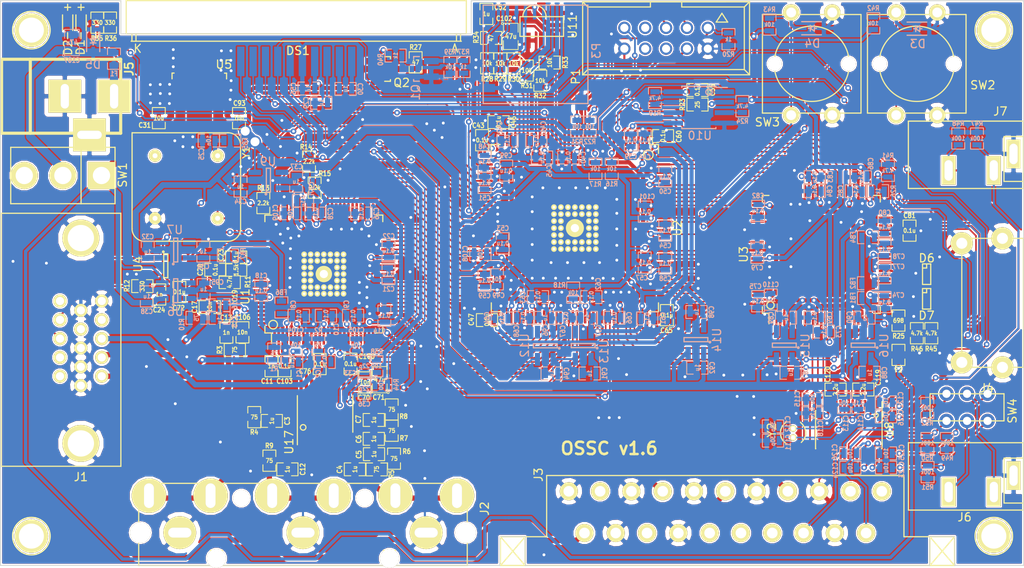
<source format=kicad_pcb>
(kicad_pcb (version 4) (host pcbnew 4.0.5+dfsg1-4)
  (layers (0 F.Cu signal) (31 B.Cu signal) (34 B.Paste user) (35 F.Paste user) (36 B.SilkS user) (37 F.SilkS user) (38 B.Mask user) (39 F.Mask user) (44 Edge.Cuts user))
  (net 0 "")
  (net 1 /fpga1/ASDO)
  (net 2 /fpga1/DATA0)
  (net 3 /fpga1/DCLK)
  (net 4 /fpga1/HDMITX_HSYNC)
  (net 5 /fpga1/HDMITX_INT_N)
  (net 6 /fpga1/HDMITX_PCLK)
  (net 7 /fpga1/HDMITX_R0)
  (net 8 /fpga1/HDMITX_R1)
  (net 9 /fpga1/HDMITX_R2)
  (net 10 /fpga1/HDMITX_R3)
  (net 11 /fpga1/HDMITX_R4)
  (net 12 /fpga1/HDMITX_R5)
  (net 13 /fpga1/HDMITX_R6)
  (net 14 /fpga1/HDMITX_R7)
  (net 15 /fpga1/HDMITX_VSYNC)
  (net 16 /fpga1/IR_RX)
  (net 17 /fpga1/LED0)
  (net 18 /fpga1/LED1)
  (net 19 /fpga1/SCL)
  (net 20 /fpga1/SDA)
  (net 21 /fpga1/SD_CLK)
  (net 22 /fpga1/SD_CMD)
  (net 23 /fpga1/SD_DAT0)
  (net 24 /fpga1/SD_DAT1)
  (net 25 /fpga1/SD_DAT2)
  (net 26 /fpga1/SD_DAT3)
  (net 27 /fpga1/TCK)
  (net 28 /fpga1/TDI)
  (net 29 /fpga1/TDO)
  (net 30 /fpga1/TMS)
  (net 31 /fpga1/VCCA)
  (net 32 /fpga1/VCCD_PLL)
  (net 33 /fpga1/VCCINT)
  (net 34 /fpga1/nCSO)
  (net 35 /hdmitx1/AVCC1V8)
  (net 36 /hdmitx1/AVDD3V3)
  (net 37 /hdmitx1/B0)
  (net 38 /hdmitx1/B1)
  (net 39 /hdmitx1/B2)
  (net 40 /hdmitx1/B3)
  (net 41 /hdmitx1/B4)
  (net 42 /hdmitx1/B5)
  (net 43 /hdmitx1/B6)
  (net 44 /hdmitx1/B7)
  (net 45 /hdmitx1/DDC_SCL)
  (net 46 /hdmitx1/DDC_SDA)
  (net 47 /hdmitx1/DE)
  (net 48 /hdmitx1/DVDD1V8)
  (net 49 /hdmitx1/DVDD3V3)
  (net 50 /hdmitx1/G0)
  (net 51 /hdmitx1/G1)
  (net 52 /hdmitx1/G2)
  (net 53 /hdmitx1/G3)
  (net 54 /hdmitx1/G4)
  (net 55 /hdmitx1/G5)
  (net 56 /hdmitx1/G6)
  (net 57 /hdmitx1/G7)
  (net 58 /hdmitx1/HPD)
  (net 59 /hdmitx1/TMDS_CLK+)
  (net 60 /hdmitx1/TMDS_CLK-)
  (net 61 /hdmitx1/TMDS_D0+)
  (net 62 /hdmitx1/TMDS_D0-)
  (net 63 /hdmitx1/TMDS_D1+)
  (net 64 /hdmitx1/TMDS_D1-)
  (net 65 /hdmitx1/TMDS_D2+)
  (net 66 /hdmitx1/TMDS_D2-)
  (net 67 /tvp_board1/AVDD)
  (net 68 /tvp_board1/B0)
  (net 69 /tvp_board1/B1)
  (net 70 /tvp_board1/B2)
  (net 71 /tvp_board1/B3)
  (net 72 /tvp_board1/B4)
  (net 73 /tvp_board1/B5)
  (net 74 /tvp_board1/B6)
  (net 75 /tvp_board1/B7)
  (net 76 /tvp_board1/DVDD)
  (net 77 /tvp_board1/FID)
  (net 78 /tvp_board1/G0)
  (net 79 /tvp_board1/G1)
  (net 80 /tvp_board1/G2)
  (net 81 /tvp_board1/G3)
  (net 82 /tvp_board1/G4)
  (net 83 /tvp_board1/G5)
  (net 84 /tvp_board1/G6)
  (net 85 /tvp_board1/G7)
  (net 86 /tvp_board1/HSYNC)
  (net 87 /tvp_board1/PCLK)
  (net 88 /tvp_board1/R0)
  (net 89 /tvp_board1/R1)
  (net 90 /tvp_board1/R2)
  (net 91 /tvp_board1/R3)
  (net 92 /tvp_board1/R4)
  (net 93 /tvp_board1/R5)
  (net 94 /tvp_board1/R6)
  (net 95 /tvp_board1/R7)
  (net 96 /tvp_board1/RGB1_B)
  (net 97 /tvp_board1/RGB1_G)
  (net 98 /tvp_board1/RGB1_R)
  (net 99 /tvp_board1/RGB1_S)
  (net 100 /tvp_board1/RGB2_B)
  (net 101 /tvp_board1/RGB2_G)
  (net 102 /tvp_board1/RGB2_R)
  (net 103 /tvp_board1/RGB3_B)
  (net 104 /tvp_board1/RGB3_G)
  (net 105 /tvp_board1/RGB3_R)
  (net 106 /tvp_board1/VSYNC)
  (net 107 GND)
  (net 108 "Net-(C1-Pad2)")
  (net 109 "Net-(C2-Pad2)")
  (net 110 "Net-(C3-Pad2)")
  (net 111 "Net-(C4-Pad2)")
  (net 112 "Net-(C5-Pad2)")
  (net 113 "Net-(C6-Pad2)")
  (net 114 "Net-(C7-Pad2)")
  (net 115 "Net-(C11-Pad2)")
  (net 116 "Net-(C12-Pad2)")
  (net 117 "Net-(C13-Pad2)")
  (net 118 "Net-(C15-Pad2)")
  (net 119 "Net-(C16-Pad2)")
  (net 120 "Net-(C17-Pad2)")
  (net 121 "Net-(C19-Pad1)")
  (net 122 "Net-(C19-Pad2)")
  (net 123 "Net-(C20-Pad2)")
  (net 124 "Net-(C24-Pad1)")
  (net 125 "Net-(C25-Pad1)")
  (net 126 "Net-(C29-Pad2)")
  (net 127 "Net-(C30-Pad1)")
  (net 128 "Net-(C30-Pad2)")
  (net 129 "Net-(C74-Pad1)")
  (net 130 "Net-(C77-Pad1)")
  (net 131 "Net-(C80-Pad1)")
  (net 132 "Net-(J1-Pad9)")
  (net 133 "Net-(J1-Pad4)")
  (net 134 "Net-(J1-Pad11)")
  (net 135 "Net-(J1-Pad12)")
  (net 136 "Net-(J1-Pad15)")
  (net 137 "Net-(P1-Pad6)")
  (net 138 "Net-(P1-Pad8)")
  (net 139 "Net-(R11-Pad2)")
  (net 140 "Net-(R16-Pad2)")
  (net 141 "Net-(R24-Pad1)")
  (net 142 "Net-(R25-Pad1)")
  (net 143 "Net-(R26-Pad1)")
  (net 144 "Net-(U1-Pad25)")
  (net 145 "Net-(U1-Pad37)")
  (net 146 "Net-(U1-Pad38)")
  (net 147 "Net-(U1-Pad51)")
  (net 148 "Net-(U1-Pad52)")
  (net 149 "Net-(U1-Pad64)")
  (net 150 "Net-(U1-Pad65)")
  (net 151 "Net-(D1-Pad1)")
  (net 152 "Net-(D2-Pad1)")
  (net 153 "Net-(J3-Pad3)")
  (net 154 "Net-(J3-Pad8)")
  (net 155 "Net-(J3-Pad10)")
  (net 156 "Net-(J3-Pad12)")
  (net 157 "Net-(J3-Pad16)")
  (net 158 "Net-(J3-Pad19)")
  (net 159 "Net-(J3-Pad1)")
  (net 160 "Net-(J4-Pad13)")
  (net 161 "Net-(P1-Pad7)")
  (net 162 "Net-(U3-Pad45)")
  (net 163 "Net-(Y1-Pad1)")
  (net 164 /fpga1/CLK27)
  (net 165 "Net-(R17-Pad1)")
  (net 166 "Net-(R18-Pad2)")
  (net 167 "Net-(R19-Pad1)")
  (net 168 "Net-(R23-Pad2)")
  (net 169 "Net-(DS1-Pad11)")
  (net 170 "Net-(U17-Pad1)")
  (net 171 "Net-(U17-Pad20)")
  (net 172 "Net-(F1-Pad1)")
  (net 173 /tvp_board1/RGB_12_G)
  (net 174 /tvp_board1/RGB_12_R)
  (net 175 "Net-(C76-Pad2)")
  (net 176 /tvp_board1/RGB_12_B)
  (net 177 "Net-(C100-Pad2)")
  (net 178 "Net-(C103-Pad2)")
  (net 179 "Net-(C104-Pad2)")
  (net 180 "Net-(C105-Pad2)")
  (net 181 /tvp_board1/RGB3_HS)
  (net 182 /tvp_board1/RGB3_VS)
  (net 183 /tvp_board1/RGB3_VS_B)
  (net 184 /tvp_board1/RGB3_HS_B)
  (net 185 "Net-(C106-Pad1)")
  (net 186 "Net-(C107-Pad1)")
  (net 187 /fpga1/LCD_CS_N)
  (net 188 /fpga1/LCD_RS)
  (net 189 /fpga1/BTN0)
  (net 190 /fpga1/BTN1)
  (net 191 "Net-(C23-Pad1)")
  (net 192 /tvp_board1/AVDD_F)
  (net 193 "Net-(C102-Pad1)")
  (net 194 "Net-(C33-Pad2)")
  (net 195 "Net-(C36-Pad1)")
  (net 196 /fpga1/RESET_N)
  (net 197 "Net-(Q1-Pad1)")
  (net 198 "Net-(Q1-Pad3)")
  (net 199 "Net-(Q2-Pad1)")
  (net 200 "Net-(Q2-Pad3)")
  (net 201 /fpga1/LCD_BLEN)
  (net 202 /hdmitx1/5V)
  (net 203 "Net-(MH1-Pad1)")
  (net 204 "Net-(MH2-Pad1)")
  (net 205 "Net-(MH3-Pad1)")
  (net 206 "Net-(MH4-Pad1)")
  (net 207 /hdmitx1/5V_FUSED)
  (net 208 "Net-(C111-Pad1)")
  (net 209 "Net-(C112-Pad1)")
  (net 210 /hdmitx1/AV2_AUD_R)
  (net 211 "Net-(C116-Pad2)")
  (net 212 /hdmitx1/AV1_AUD_R)
  (net 213 "Net-(C119-Pad1)")
  (net 214 "Net-(C120-Pad1)")
  (net 215 /hdmitx1/AV2_AUD_L)
  (net 216 "Net-(C121-Pad2)")
  (net 217 /hdmitx1/AV1_AUD_L)
  (net 218 "Net-(C123-Pad1)")
  (net 219 /hdmitx1/AV3_AUD_R)
  (net 220 "Net-(C124-Pad1)")
  (net 221 "Net-(C125-Pad1)")
  (net 222 /hdmitx1/AV3_AUD_L)
  (net 223 "Net-(C126-Pad1)")
  (net 224 "Net-(J4-Pad14)")
  (net 225 "Net-(J6-Pad3)")
  (net 226 "Net-(J6-Pad2)")
  (net 227 /hdmitx1/I2S_DATA)
  (net 228 /hdmitx1/I2S_WS)
  (net 229 /hdmitx1/I2S_BCK)
  (net 230 "Net-(U8-Pad5)")
  (net 231 "Net-(U8-Pad19)")
  (net 232 "Net-(U8-Pad20)")
  (net 233 "Net-(U8-Pad21)")
  (net 234 "Net-(U8-Pad22)")
  (net 235 "Net-(U8-Pad3)")
  (net 236 "Net-(U8-Pad4)")
  (module custom_components:TSSOP-30_4.4x7.8mm_Pitch0.5mm_Handsoldering (layer F.Cu) (at 110.622 69.23 270)
    (fp_text reference U8 (at 0 -4.95 270) (layer F.SilkS))
    (fp_text value PCM1862)
    (pad 16 smd rect (at 3 3.5 270) (size 1.2 0.3) (layers F.Cu F.Paste F.Mask) (net 228 /hdmitx1/I2S_WS))
    (pad 17 smd rect (at 3 3 270) (size 1.2 0.3) (layers F.Cu F.Paste F.Mask) (net 229 /hdmitx1/I2S_BCK))
    (pad 18 smd rect (at 3 2.5 270) (size 1.2 0.3) (layers F.Cu F.Paste F.Mask) (net 227 /hdmitx1/I2S_DATA))
    (pad 19 smd rect (at 3 2 270) (size 1.2 0.3) (layers F.Cu F.Paste F.Mask) (net 231 "Net-(U8-Pad19)"))
    (pad 20 smd rect (at 3 1.5 270) (size 1.2 0.3) (layers F.Cu F.Paste F.Mask) (net 232 "Net-(U8-Pad20)"))
    (pad 21 smd rect (at 3 1 270) (size 1.2 0.3) (layers F.Cu F.Paste F.Mask) (net 233 "Net-(U8-Pad21)"))
    (pad 22 smd rect (at 3 0.5 270) (size 1.2 0.3) (layers F.Cu F.Paste F.Mask) (net 234 "Net-(U8-Pad22)"))
    (pad 23 smd rect (at 3 0 270) (size 1.2 0.3) (layers F.Cu F.Paste F.Mask) (net 20 /fpga1/SDA))
    (pad 24 smd rect (at 3 -0.5 270) (size 1.2 0.3) (layers F.Cu F.Paste F.Mask) (net 19 /fpga1/SCL))
    (pad 25 smd rect (at 3 -1 270) (size 1.2 0.3) (layers F.Cu F.Paste F.Mask) (net 107 GND))
    (pad 26 smd rect (at 3 -1.5 270) (size 1.2 0.3) (layers F.Cu F.Paste F.Mask) (net 107 GND))
    (pad 27 smd rect (at 3 -2 270) (size 1.2 0.3) (layers F.Cu F.Paste F.Mask) (net 223 "Net-(C126-Pad1)"))
    (pad 28 smd rect (at 3 -2.5 270) (size 1.2 0.3) (layers F.Cu F.Paste F.Mask) (net 220 "Net-(C124-Pad1)"))
    (pad 29 smd rect (at 3 -3 270) (size 1.2 0.3) (layers F.Cu F.Paste F.Mask) (net 221 "Net-(C125-Pad1)"))
    (pad 30 smd rect (at 3 -3.5 270) (size 1.2 0.3) (layers F.Cu F.Paste F.Mask) (net 218 "Net-(C123-Pad1)"))
    (pad 1 smd rect (at -3 -3.5 270) (size 1.2 0.3) (layers F.Cu F.Paste F.Mask) (net 216 "Net-(C121-Pad2)"))
    (pad 2 smd rect (at -3 -3 270) (size 1.2 0.3) (layers F.Cu F.Paste F.Mask) (net 211 "Net-(C116-Pad2)"))
    (pad 3 smd rect (at -3 -2.5 270) (size 1.2 0.3) (layers F.Cu F.Paste F.Mask) (net 235 "Net-(U8-Pad3)"))
    (pad 4 smd rect (at -3 -2 270) (size 1.2 0.3) (layers F.Cu F.Paste F.Mask) (net 236 "Net-(U8-Pad4)"))
    (pad 5 smd rect (at -3 -1.5 270) (size 1.2 0.3) (layers F.Cu F.Paste F.Mask) (net 230 "Net-(U8-Pad5)"))
    (pad 6 smd rect (at -3 -1 270) (size 1.2 0.3) (layers F.Cu F.Paste F.Mask) (net 213 "Net-(C119-Pad1)"))
    (pad 7 smd rect (at -3 -0.5 270) (size 1.2 0.3) (layers F.Cu F.Paste F.Mask) (net 107 GND))
    (pad 8 smd rect (at -3 0 270) (size 1.2 0.3) (layers F.Cu F.Paste F.Mask) (net 36 /hdmitx1/AVDD3V3))
    (pad 9 smd rect (at -3 0.5 270) (size 1.2 0.3) (layers F.Cu F.Paste F.Mask) (net 208 "Net-(C111-Pad1)"))
    (pad 10 smd rect (at -3 1 270) (size 1.2 0.3) (layers F.Cu F.Paste F.Mask) (net 209 "Net-(C112-Pad1)"))
    (pad 11 smd rect (at -3 1.5 270) (size 1.2 0.3) (layers F.Cu F.Paste F.Mask) (net 214 "Net-(C120-Pad1)"))
    (pad 12 smd rect (at -3 2 270) (size 1.2 0.3) (layers F.Cu F.Paste F.Mask) (net 107 GND))
    (pad 13 smd rect (at -3 2.5 270) (size 1.2 0.3) (layers F.Cu F.Paste F.Mask) (net 49 /hdmitx1/DVDD3V3))
    (pad 14 smd rect (at -3 3 270) (size 1.2 0.3) (layers F.Cu F.Paste F.Mask) (net 49 /hdmitx1/DVDD3V3))
    (pad 15 smd rect (at -3 3.5 270) (size 1.2 0.3) (layers F.Cu F.Paste F.Mask) (net 107 GND))
  )
  (module custom_components:IRM-V5XX_TR1 (layer F.Cu) (at 73.2641 21.3605)
    (fp_text reference U11 (at 3.7465 -1.19634 90) (layer F.SilkS))
    (fp_text value IRM-V538/TR1)
    (pad 1 smd rect (at 1.7 0.5) (size 0.7 1.9) (layers F.Cu F.Paste F.Mask) (net 16 /fpga1/IR_RX))
    (pad 2 smd rect (at 0 0.5) (size 0.7 1.9) (layers F.Cu F.Paste F.Mask) (net 193 "Net-(C102-Pad1)"))
    (pad 3 smd rect (at -1.7 0.5) (size 0.7 1.9) (layers F.Cu F.Paste F.Mask) (net 107 GND))
    (pad 3 smd rect (at 1.68 -2.85) (size 1.4 1.9) (layers F.Cu F.Paste F.Mask) (net 107 GND))
  )
  (module Connect:VASCH5x2 (layer F.Cu) (at 88.4 21.59 180)
    (fp_text reference P1 (at 10.996 -4.661 270) (layer F.SilkS))
    (fp_text value JTAG_CONN)
    (pad 1 thru_hole circle (at -5.08 1.27 180) (size 1.50622 1.50622) (drill 0.99822) (layers *.Cu *.Mask) (net 27 /fpga1/TCK))
    (pad 2 thru_hole circle (at -5.08 -1.27 180) (size 1.50622 1.50622) (drill 0.99822) (layers *.Cu *.Mask) (net 107 GND))
    (pad 3 thru_hole circle (at -2.54 1.27 180) (size 1.50622 1.50622) (drill 0.99822) (layers *.Cu *.Mask) (net 29 /fpga1/TDO))
    (pad 4 thru_hole circle (at -2.54 -1.27 180) (size 1.50622 1.50622) (drill 0.99822) (layers *.Cu *.Mask) (net 31 /fpga1/VCCA))
    (pad 5 thru_hole circle (at 0 1.27 180) (size 1.50622 1.50622) (drill 0.99822) (layers *.Cu *.Mask) (net 30 /fpga1/TMS))
    (pad 6 thru_hole circle (at 0 -1.27 180) (size 1.50622 1.50622) (drill 0.99822) (layers *.Cu *.Mask) (net 137 "Net-(P1-Pad6)"))
    (pad 7 thru_hole circle (at 2.54 1.27 180) (size 1.50622 1.50622) (drill 0.99822) (layers *.Cu *.Mask) (net 161 "Net-(P1-Pad7)"))
    (pad 8 thru_hole circle (at 2.54 -1.27 180) (size 1.50622 1.50622) (drill 0.99822) (layers *.Cu *.Mask) (net 138 "Net-(P1-Pad8)"))
    (pad 9 thru_hole circle (at 5.08 1.27 180) (size 1.50622 1.50622) (drill 0.99822) (layers *.Cu *.Mask) (net 28 /fpga1/TDI))
    (pad 10 thru_hole circle (at 5.08 -1.27 180) (size 1.50622 1.50622) (drill 0.99822) (layers *.Cu *.Mask) (net 107 GND))
  )
  (module Connect:1pin (layer F.Cu) (at 11.13 20.6)
    (fp_text reference MH1 hide)
    (fp_text value CONN_1)
    (pad 1 thru_hole circle (at 0 0) (size 4.064 4.064) (drill 3.048) (layers *.Cu *.Mask F.SilkS) (net 203 "Net-(MH1-Pad1)"))
  )
  (module Connect:1pin (layer F.Cu) (at 11.13 82.2)
    (fp_text reference MH3 hide)
    (fp_text value CONN_1)
    (pad 1 thru_hole circle (at 0 0) (size 4.064 4.064) (drill 3.048) (layers *.Cu *.Mask F.SilkS) (net 205 "Net-(MH3-Pad1)"))
  )
  (module Connect:1pin (layer F.Cu) (at 128.3 82.2)
    (fp_text reference MH4 hide)
    (fp_text value CONN_1)
    (pad 1 thru_hole circle (at 0 0) (size 4.064 4.064) (drill 3.048) (layers *.Cu *.Mask F.SilkS) (net 206 "Net-(MH4-Pad1)"))
  )
  (module Connect:1pin (layer F.Cu) (at 128.3 20.6)
    (fp_text reference MH2 hide)
    (fp_text value CONN_1)
    (pad 1 thru_hole circle (at 0 0) (size 4.064 4.064) (drill 3.048) (layers *.Cu *.Mask F.SilkS) (net 204 "Net-(MH2-Pad1)"))
  )
  (module custom_components:ACHL-OSC (layer F.Cu) (at 29.9945 39.6993 270)
    (fp_text reference Y1 (at -4.191 -7.2898 270) (layer F.SilkS) (effects (font (size 0.8 0.8))))
    (fp_text value ACHL-27MHZ-EK)
    (pad 5 thru_hole circle (at 3.81 -3.81 270) (size 1.5 1.5) (drill 0.6) (layers *.Cu *.Mask F.SilkS) (net 164 /fpga1/CLK27))
    (pad 8 thru_hole circle (at -3.81 -3.81 270) (size 1.5 1.5) (drill 0.6) (layers *.Cu *.Mask F.SilkS) (net 125 "Net-(C25-Pad1)"))
    (pad 1 thru_hole circle (at -3.81 3.81 270) (size 1.5 1.5) (drill 0.6) (layers *.Cu *.Mask F.SilkS) (net 163 "Net-(Y1-Pad1)"))
    (pad 4 thru_hole circle (at 3.81 3.81 270) (size 1.5 1.5) (drill 0.6) (layers *.Cu *.Mask F.SilkS) (net 107 GND))
  )
  (module custom_components:SOT-23-5_Handsoldering (layer B.Cu) (at 28.702 47.3701 90)
    (fp_text reference U7 (at 2.4631 -0.112 180) (layer B.SilkS) (effects (justify mirror)))
    (fp_text value NCP703SN19T1G)
    (pad 1 smd rect (at -0.95 -1.65) (size 1.56 0.65) (layers B.Cu B.Paste B.Mask) (net 49 /hdmitx1/DVDD3V3))
    (pad 2 smd rect (at 0 -1.65) (size 1.56 0.65) (layers B.Cu B.Paste B.Mask) (net 107 GND))
    (pad 3 smd rect (at 0.95 -1.65) (size 1.56 0.65) (layers B.Cu B.Paste B.Mask) (net 49 /hdmitx1/DVDD3V3))
    (pad 4 smd rect (at 0.95 1.65) (size 1.56 0.65) (layers B.Cu B.Paste B.Mask))
    (pad 5 smd rect (at -0.95 1.65) (size 1.56 0.65) (layers B.Cu B.Paste B.Mask) (net 67 /tvp_board1/AVDD))
  )
  (module custom_components:SOT-23-5_Handsoldering (layer B.Cu) (at 39.986 38.862 90)
    (fp_text reference U9 (at 2.263 -0.05 180) (layer B.SilkS) (effects (justify mirror)))
    (fp_text value TLV70019)
    (pad 1 smd rect (at -0.95 -1.65) (size 1.56 0.65) (layers B.Cu B.Paste B.Mask) (net 49 /hdmitx1/DVDD3V3))
    (pad 2 smd rect (at 0 -1.65) (size 1.56 0.65) (layers B.Cu B.Paste B.Mask) (net 107 GND))
    (pad 3 smd rect (at 0.95 -1.65) (size 1.56 0.65) (layers B.Cu B.Paste B.Mask) (net 49 /hdmitx1/DVDD3V3))
    (pad 4 smd rect (at 0.95 1.65) (size 1.56 0.65) (layers B.Cu B.Paste B.Mask))
    (pad 5 smd rect (at -0.95 1.65) (size 1.56 0.65) (layers B.Cu B.Paste B.Mask) (net 76 /tvp_board1/DVDD))
  )
  (module custom_components:SOT-23-5_Handsoldering (layer B.Cu) (at 102.7938 58.9534 180)
    (fp_text reference U15 (at -2.55 -0.05 270) (layer B.SilkS) (effects (justify mirror)))
    (fp_text value TLV70018)
    (pad 1 smd rect (at -0.95 -1.65 90) (size 1.56 0.65) (layers B.Cu B.Paste B.Mask) (net 49 /hdmitx1/DVDD3V3))
    (pad 2 smd rect (at 0 -1.65 90) (size 1.56 0.65) (layers B.Cu B.Paste B.Mask) (net 107 GND))
    (pad 3 smd rect (at 0.95 -1.65 90) (size 1.56 0.65) (layers B.Cu B.Paste B.Mask) (net 49 /hdmitx1/DVDD3V3))
    (pad 4 smd rect (at 0.95 1.65 90) (size 1.56 0.65) (layers B.Cu B.Paste B.Mask))
    (pad 5 smd rect (at -0.95 1.65 90) (size 1.56 0.65) (layers B.Cu B.Paste B.Mask) (net 48 /hdmitx1/DVDD1V8))
  )
  (module custom_components:SOT-23-5_Handsoldering (layer B.Cu) (at 112.39 58.9534 180)
    (fp_text reference U16 (at -2.55 -0.05 270) (layer B.SilkS) (effects (justify mirror)))
    (fp_text value TLV70018)
    (pad 1 smd rect (at -0.95 -1.65 90) (size 1.56 0.65) (layers B.Cu B.Paste B.Mask) (net 49 /hdmitx1/DVDD3V3))
    (pad 2 smd rect (at 0 -1.65 90) (size 1.56 0.65) (layers B.Cu B.Paste B.Mask) (net 107 GND))
    (pad 3 smd rect (at 0.95 -1.65 90) (size 1.56 0.65) (layers B.Cu B.Paste B.Mask) (net 49 /hdmitx1/DVDD3V3))
    (pad 4 smd rect (at 0.95 1.65 90) (size 1.56 0.65) (layers B.Cu B.Paste B.Mask))
    (pad 5 smd rect (at -0.95 1.65 90) (size 1.56 0.65) (layers B.Cu B.Paste B.Mask) (net 35 /hdmitx1/AVCC1V8))
  )
  (module custom_components:SOT-23-5_Handsoldering (layer B.Cu) (at 28.702 52.324 90)
    (fp_text reference U6 (at -2.55 -0.05 180) (layer B.SilkS) (effects (justify mirror)))
    (fp_text value TLV70033)
    (pad 1 smd rect (at -0.95 -1.65) (size 1.56 0.65) (layers B.Cu B.Paste B.Mask) (net 202 /hdmitx1/5V))
    (pad 2 smd rect (at 0 -1.65) (size 1.56 0.65) (layers B.Cu B.Paste B.Mask) (net 107 GND))
    (pad 3 smd rect (at 0.95 -1.65) (size 1.56 0.65) (layers B.Cu B.Paste B.Mask) (net 202 /hdmitx1/5V))
    (pad 4 smd rect (at 0.95 1.65) (size 1.56 0.65) (layers B.Cu B.Paste B.Mask))
    (pad 5 smd rect (at -0.95 1.65) (size 1.56 0.65) (layers B.Cu B.Paste B.Mask) (net 36 /hdmitx1/AVDD3V3))
  )
  (module custom_components:SOT-23-5_Handsoldering (layer B.Cu) (at 73.7 59.0246 180)
    (fp_text reference U12 (at 2.514 0.035 270) (layer B.SilkS) (effects (justify mirror)))
    (fp_text value TLV70012)
    (pad 1 smd rect (at -0.95 -1.65 90) (size 1.56 0.65) (layers B.Cu B.Paste B.Mask) (net 49 /hdmitx1/DVDD3V3))
    (pad 2 smd rect (at 0 -1.65 90) (size 1.56 0.65) (layers B.Cu B.Paste B.Mask) (net 107 GND))
    (pad 3 smd rect (at 0.95 -1.65 90) (size 1.56 0.65) (layers B.Cu B.Paste B.Mask) (net 49 /hdmitx1/DVDD3V3))
    (pad 4 smd rect (at 0.95 1.65 90) (size 1.56 0.65) (layers B.Cu B.Paste B.Mask))
    (pad 5 smd rect (at -0.95 1.65 90) (size 1.56 0.65) (layers B.Cu B.Paste B.Mask) (net 33 /fpga1/VCCINT))
  )
  (module custom_components:SOT-23-5_Handsoldering (layer B.Cu) (at 78.306 59.0026 180)
    (fp_text reference U13 (at -2.55 -0.7004 270) (layer B.SilkS) (effects (justify mirror)))
    (fp_text value TLV70025)
    (pad 1 smd rect (at -0.95 -1.65 90) (size 1.56 0.65) (layers B.Cu B.Paste B.Mask) (net 49 /hdmitx1/DVDD3V3))
    (pad 2 smd rect (at 0 -1.65 90) (size 1.56 0.65) (layers B.Cu B.Paste B.Mask) (net 107 GND))
    (pad 3 smd rect (at 0.95 -1.65 90) (size 1.56 0.65) (layers B.Cu B.Paste B.Mask) (net 49 /hdmitx1/DVDD3V3))
    (pad 4 smd rect (at 0.95 1.65 90) (size 1.56 0.65) (layers B.Cu B.Paste B.Mask))
    (pad 5 smd rect (at -0.95 1.65 90) (size 1.56 0.65) (layers B.Cu B.Paste B.Mask) (net 31 /fpga1/VCCA))
  )
  (module custom_components:SOT-23-5_Handsoldering (layer B.Cu) (at 92.034 58.278 180)
    (fp_text reference U14 (at -2.55 -0.05 270) (layer B.SilkS) (effects (justify mirror)))
    (fp_text value TLV70012)
    (pad 1 smd rect (at -0.95 -1.65 90) (size 1.56 0.65) (layers B.Cu B.Paste B.Mask) (net 49 /hdmitx1/DVDD3V3))
    (pad 2 smd rect (at 0 -1.65 90) (size 1.56 0.65) (layers B.Cu B.Paste B.Mask) (net 107 GND))
    (pad 3 smd rect (at 0.95 -1.65 90) (size 1.56 0.65) (layers B.Cu B.Paste B.Mask) (net 49 /hdmitx1/DVDD3V3))
    (pad 4 smd rect (at 0.95 1.65 90) (size 1.56 0.65) (layers B.Cu B.Paste B.Mask))
    (pad 5 smd rect (at -0.95 1.65 90) (size 1.56 0.65) (layers B.Cu B.Paste B.Mask) (net 32 /fpga1/VCCD_PLL))
  )
  (module custom_components:DM3D-SF (layer B.Cu) (at 67.988 19.305)
    (fp_text reference P3 (at 11.9253 3.81 270) (layer B.SilkS) (effects (justify mirror)))
    (fp_text value mSD_CONN)
    (pad 6 smd rect (at 10.1 10.1) (size 1.5 1.9) (layers B.Cu B.Paste B.Mask) (net 107 GND))
    (pad 6 smd rect (at -1.4 8.35) (size 2 1) (layers B.Cu B.Paste B.Mask) (net 107 GND))
    (pad 1 smd rect (at 7.7 -0.875) (size 0.4 1.75) (layers B.Cu B.Paste B.Mask) (net 25 /fpga1/SD_DAT2))
    (pad 2 smd rect (at 6.6 -0.875) (size 0.4 1.75) (layers B.Cu B.Paste B.Mask) (net 26 /fpga1/SD_DAT3))
    (pad 3 smd rect (at 5.5 -0.875) (size 0.4 1.75) (layers B.Cu B.Paste B.Mask) (net 22 /fpga1/SD_CMD))
    (pad 4 smd rect (at 4.4 -0.875) (size 0.4 1.75) (layers B.Cu B.Paste B.Mask) (net 49 /hdmitx1/DVDD3V3))
    (pad 5 smd rect (at 3.3 -0.875) (size 0.4 1.75) (layers B.Cu B.Paste B.Mask) (net 21 /fpga1/SD_CLK))
    (pad 6 smd rect (at 2.2 -0.875) (size 0.4 1.75) (layers B.Cu B.Paste B.Mask) (net 107 GND))
    (pad 7 smd rect (at 1.1 -0.875) (size 0.4 1.75) (layers B.Cu B.Paste B.Mask) (net 23 /fpga1/SD_DAT0))
    (pad 8 smd rect (at 0 -0.875) (size 0.4 1.75) (layers B.Cu B.Paste B.Mask) (net 24 /fpga1/SD_DAT1))
  )
  (module custom_components:SOT-23-6_Handsoldering (layer F.Cu) (at 27.4933 49.2878 270)
    (fp_text reference U4 (at -0.1848 3.3683 450) (layer F.SilkS))
    (fp_text value SN74LVC2G17)
    (pad 5 smd rect (at 0 -1.65) (size 1.56 0.65) (layers F.Cu F.Paste F.Mask) (net 49 /hdmitx1/DVDD3V3))
    (pad 1 smd rect (at -0.95 1.65) (size 1.56 0.65) (layers F.Cu F.Paste F.Mask) (net 181 /tvp_board1/RGB3_HS))
    (pad 2 smd rect (at 0 1.65) (size 1.56 0.65) (layers F.Cu F.Paste F.Mask) (net 107 GND))
    (pad 3 smd rect (at 0.95 1.65) (size 1.56 0.65) (layers F.Cu F.Paste F.Mask) (net 124 "Net-(C24-Pad1)"))
    (pad 4 smd rect (at 0.95 -1.65) (size 1.56 0.65) (layers F.Cu F.Paste F.Mask) (net 183 /tvp_board1/RGB3_VS_B))
    (pad 6 smd rect (at -0.95 -1.65) (size 1.56 0.65) (layers F.Cu F.Paste F.Mask) (net 184 /tvp_board1/RGB3_HS_B))
  )
  (module custom_components:SOD-323_Handsoldering (layer B.Cu) (at 18.654 21.915 90)
    (fp_text reference D5 (at -2.8702 -0.0254 360) (layer B.SilkS) (effects (justify mirror)))
    (fp_text value SD05-7)
    (pad 1 smd rect (at -1.4 0 90) (size 1.4 0.45) (layers B.Cu B.Paste B.Mask) (net 186 "Net-(C107-Pad1)"))
    (pad 2 smd rect (at 1.4 0 90) (size 1.4 0.45) (layers B.Cu B.Paste B.Mask) (net 107 GND))
  )
  (module custom_components:VGA_CONN (layer F.Cu) (at 17.1555 59.2954 270)
    (fp_text reference J1 (at 15.70228 -0.00508 360) (layer F.SilkS))
    (fp_text value VGA)
    (pad 8 thru_hole circle (at 0 0 270) (size 1.6 1.6) (drill 1) (layers *.Cu *.Mask F.SilkS) (net 107 GND))
    (pad 9 thru_hole circle (at -2.29 0 270) (size 1.6 1.6) (drill 1) (layers *.Cu *.Mask F.SilkS) (net 132 "Net-(J1-Pad9)"))
    (pad 10 thru_hole circle (at -4.58 0 270) (size 1.6 1.6) (drill 1) (layers *.Cu *.Mask F.SilkS) (net 107 GND))
    (pad 1 thru_hole circle (at 3.44 -2.54 270) (size 1.6 1.6) (drill 1) (layers *.Cu *.Mask F.SilkS) (net 105 /tvp_board1/RGB3_R))
    (pad 2 thru_hole circle (at 1.15 -2.54 270) (size 1.6 1.6) (drill 1) (layers *.Cu *.Mask F.SilkS) (net 104 /tvp_board1/RGB3_G))
    (pad 3 thru_hole circle (at -1.14 -2.54 270) (size 1.6 1.6) (drill 1) (layers *.Cu *.Mask F.SilkS) (net 103 /tvp_board1/RGB3_B))
    (pad 4 thru_hole circle (at -3.43 -2.54 270) (size 1.6 1.6) (drill 1) (layers *.Cu *.Mask F.SilkS) (net 133 "Net-(J1-Pad4)"))
    (pad 5 thru_hole circle (at -5.72 -2.54 270) (size 1.6 1.6) (drill 1) (layers *.Cu *.Mask F.SilkS) (net 107 GND))
    (pad 6 thru_hole circle (at 4.58 0 270) (size 1.6 1.6) (drill 1) (layers *.Cu *.Mask F.SilkS) (net 107 GND))
    (pad 7 thru_hole circle (at 2.29 0 270) (size 1.6 1.6) (drill 1) (layers *.Cu *.Mask F.SilkS) (net 107 GND))
    (pad 11 thru_hole circle (at 3.44 2.54 270) (size 1.6 1.6) (drill 1) (layers *.Cu *.Mask F.SilkS) (net 134 "Net-(J1-Pad11)"))
    (pad 12 thru_hole circle (at 1.15 2.54 270) (size 1.6 1.6) (drill 1) (layers *.Cu *.Mask F.SilkS) (net 135 "Net-(J1-Pad12)"))
    (pad 13 thru_hole circle (at -1.14 2.54 270) (size 1.6 1.6) (drill 1) (layers *.Cu *.Mask F.SilkS) (net 181 /tvp_board1/RGB3_HS))
    (pad 14 thru_hole circle (at -3.43 2.54 270) (size 1.6 1.6) (drill 1) (layers *.Cu *.Mask F.SilkS) (net 182 /tvp_board1/RGB3_VS))
    (pad 15 thru_hole circle (at -5.72 2.54 270) (size 1.6 1.6) (drill 1) (layers *.Cu *.Mask F.SilkS) (net 136 "Net-(J1-Pad15)"))
    (pad 10 thru_hole circle (at 11.62 0 270) (size 4.5 4.5) (drill 3.2) (layers *.Cu *.Mask F.SilkS) (net 107 GND))
    (pad 10 thru_hole circle (at -13.38 0 270) (size 4.5 4.5) (drill 3.2) (layers *.Cu *.Mask F.SilkS) (net 107 GND))
  )
  (module custom_components:SOT-223_Handsoldering (layer F.Cu) (at 31.577 27.656)
    (fp_text reference U5 (at 2.987 -2.876) (layer F.SilkS))
    (fp_text value AP7361C)
    (pad 2 smd rect (at 0 3.6) (size 1.2 2.4) (layers F.Cu F.Paste F.Mask) (net 107 GND))
    (pad 1 smd rect (at -2.3 3.6) (size 1.2 2.4) (layers F.Cu F.Paste F.Mask) (net 202 /hdmitx1/5V))
    (pad 3 smd rect (at 2.3 3.6) (size 1.2 2.4) (layers F.Cu F.Paste F.Mask) (net 49 /hdmitx1/DVDD3V3))
    (pad 2 smd rect (at 0 -3.6) (size 3.3 2.4) (layers F.Cu F.Paste F.Mask) (net 107 GND))
  )
  (module Housings_SOT-23_SOT-143_TSOT-6:SOT-23_Handsoldering (layer B.Cu) (at 58.316 25.317 270)
    (fp_text reference Q1 (at 2.862 0.404 270) (layer B.SilkS) (effects (justify mirror)))
    (fp_text value BC847)
    (pad 1 smd rect (at -0.95 -1.50114 270) (size 0.8001 1.80086) (layers B.Cu B.Paste B.Mask) (net 197 "Net-(Q1-Pad1)"))
    (pad 2 smd rect (at 0.95 -1.50114 270) (size 0.8001 1.80086) (layers B.Cu B.Paste B.Mask) (net 107 GND))
    (pad 3 smd rect (at 0 1.50114 270) (size 0.8001 1.80086) (layers B.Cu B.Paste B.Mask) (net 198 "Net-(Q1-Pad3)"))
  )
  (module Housings_SOT-23_SOT-143_TSOT-6:SOT-23_Handsoldering (layer F.Cu) (at 54.193 25.329 270)
    (fp_text reference Q2 (at 1.676 -2.012 360) (layer F.SilkS))
    (fp_text value BC857)
    (pad 1 smd rect (at -0.95 1.50114 270) (size 0.8001 1.80086) (layers F.Cu F.Paste F.Mask) (net 199 "Net-(Q2-Pad1)"))
    (pad 2 smd rect (at 0.95 1.50114 270) (size 0.8001 1.80086) (layers F.Cu F.Paste F.Mask) (net 49 /hdmitx1/DVDD3V3))
    (pad 3 smd rect (at 0 -1.50114 270) (size 0.8001 1.80086) (layers F.Cu F.Paste F.Mask) (net 200 "Net-(Q2-Pad3)"))
  )
  (module custom_components:TSSOP-20_4.4x6.5mm_Pitch0.65mm_Handsoldering (layer F.Cu) (at 46.888 67.324 90)
    (fp_text reference U17 (at -3.451 -4.384 90) (layer F.SilkS))
    (fp_text value THS7353)
    (pad 1 smd rect (at -3.22 -2.925 90) (size 2 0.4) (layers F.Cu F.Paste F.Mask) (net 170 "Net-(U17-Pad1)"))
    (pad 2 smd rect (at -3.22 -2.275 90) (size 2 0.4) (layers F.Cu F.Paste F.Mask) (net 116 "Net-(C12-Pad2)"))
    (pad 3 smd rect (at -3.22 -1.625 90) (size 2 0.4) (layers F.Cu F.Paste F.Mask) (net 110 "Net-(C3-Pad2)"))
    (pad 4 smd rect (at -3.22 -0.975 90) (size 2 0.4) (layers F.Cu F.Paste F.Mask) (net 111 "Net-(C4-Pad2)"))
    (pad 5 smd rect (at -3.22 -0.325 90) (size 2 0.4) (layers F.Cu F.Paste F.Mask) (net 112 "Net-(C5-Pad2)"))
    (pad 6 smd rect (at -3.22 0.325 90) (size 2 0.4) (layers F.Cu F.Paste F.Mask) (net 113 "Net-(C6-Pad2)"))
    (pad 7 smd rect (at -3.22 0.975 90) (size 2 0.4) (layers F.Cu F.Paste F.Mask) (net 114 "Net-(C7-Pad2)"))
    (pad 8 smd rect (at -3.22 1.625 90) (size 2 0.4) (layers F.Cu F.Paste F.Mask) (net 107 GND))
    (pad 9 smd rect (at -3.22 2.275 90) (size 2 0.4) (layers F.Cu F.Paste F.Mask) (net 107 GND))
    (pad 10 smd rect (at -3.22 2.925 90) (size 2 0.4) (layers F.Cu F.Paste F.Mask) (net 107 GND))
    (pad 11 smd rect (at 3.22 2.925 90) (size 2 0.4) (layers F.Cu F.Paste F.Mask) (net 36 /hdmitx1/AVDD3V3))
    (pad 12 smd rect (at 3.22 2.275 90) (size 2 0.4) (layers F.Cu F.Paste F.Mask) (net 195 "Net-(C36-Pad1)"))
    (pad 13 smd rect (at 3.22 1.625 90) (size 2 0.4) (layers F.Cu F.Paste F.Mask) (net 194 "Net-(C33-Pad2)"))
    (pad 14 smd rect (at 3.22 0.975 90) (size 2 0.4) (layers F.Cu F.Paste F.Mask) (net 176 /tvp_board1/RGB_12_B))
    (pad 15 smd rect (at 3.22 0.325 90) (size 2 0.4) (layers F.Cu F.Paste F.Mask) (net 176 /tvp_board1/RGB_12_B))
    (pad 16 smd rect (at 3.22 -0.325 90) (size 2 0.4) (layers F.Cu F.Paste F.Mask) (net 174 /tvp_board1/RGB_12_R))
    (pad 17 smd rect (at 3.22 -0.975 90) (size 2 0.4) (layers F.Cu F.Paste F.Mask) (net 174 /tvp_board1/RGB_12_R))
    (pad 18 smd rect (at 3.22 -1.625 90) (size 2 0.4) (layers F.Cu F.Paste F.Mask) (net 173 /tvp_board1/RGB_12_G))
    (pad 19 smd rect (at 3.22 -2.275 90) (size 2 0.4) (layers F.Cu F.Paste F.Mask) (net 173 /tvp_board1/RGB_12_G))
    (pad 20 smd rect (at 3.22 -2.925 90) (size 2 0.4) (layers F.Cu F.Paste F.Mask) (net 171 "Net-(U17-Pad20)"))
  )
  (module custom_components:TQFP-100_custom (layer F.Cu) (at 107.3 47.9 90)
    (fp_text reference U3 (at 0 -9.45 90) (layer F.SilkS))
    (fp_text value IT6613)
    (pad 1 smd rect (at -7.8 -6 90) (size 1.6 0.3) (layers F.Cu F.Paste F.Mask) (net 47 /hdmitx1/DE))
    (pad 2 smd rect (at -7.8 -5.5 90) (size 1.6 0.3) (layers F.Cu F.Paste F.Mask) (net 4 /fpga1/HDMITX_HSYNC))
    (pad 3 smd rect (at -7.8 -5 90) (size 1.6 0.3) (layers F.Cu F.Paste F.Mask) (net 15 /fpga1/HDMITX_VSYNC))
    (pad 4 smd rect (at -7.8 -4.5 90) (size 1.6 0.3) (layers F.Cu F.Paste F.Mask) (net 107 GND))
    (pad 5 smd rect (at -7.8 -4 90) (size 1.6 0.3) (layers F.Cu F.Paste F.Mask) (net 107 GND))
    (pad 6 smd rect (at -7.8 -3.5 90) (size 1.6 0.3) (layers F.Cu F.Paste F.Mask) (net 107 GND))
    (pad 7 smd rect (at -7.8 -3 90) (size 1.6 0.3) (layers F.Cu F.Paste F.Mask) (net 107 GND))
    (pad 8 smd rect (at -7.8 -2.5 90) (size 1.6 0.3) (layers F.Cu F.Paste F.Mask) (net 107 GND))
    (pad 9 smd rect (at -7.8 -2 90) (size 1.6 0.3) (layers F.Cu F.Paste F.Mask) (net 227 /hdmitx1/I2S_DATA))
    (pad 10 smd rect (at -7.8 -1.5 90) (size 1.6 0.3) (layers F.Cu F.Paste F.Mask) (net 228 /hdmitx1/I2S_WS))
    (pad 11 smd rect (at -7.8 -1 90) (size 1.6 0.3) (layers F.Cu F.Paste F.Mask) (net 229 /hdmitx1/I2S_BCK))
    (pad 12 smd rect (at -7.8 -0.5 90) (size 1.6 0.3) (layers F.Cu F.Paste F.Mask) (net 48 /hdmitx1/DVDD1V8))
    (pad 13 smd rect (at -7.8 0 90) (size 1.6 0.3) (layers F.Cu F.Paste F.Mask) (net 107 GND))
    (pad 14 smd rect (at -7.8 0.5 90) (size 1.6 0.3) (layers F.Cu F.Paste F.Mask) (net 49 /hdmitx1/DVDD3V3))
    (pad 15 smd rect (at -7.8 1 90) (size 1.6 0.3) (layers F.Cu F.Paste F.Mask) (net 107 GND))
    (pad 16 smd rect (at -7.8 1.5 90) (size 1.6 0.3) (layers F.Cu F.Paste F.Mask) (net 107 GND))
    (pad 17 smd rect (at -7.8 2 90) (size 1.6 0.3) (layers F.Cu F.Paste F.Mask) (net 107 GND))
    (pad 18 smd rect (at -7.8 2.5 90) (size 1.6 0.3) (layers F.Cu F.Paste F.Mask) (net 107 GND))
    (pad 19 smd rect (at -7.8 3 90) (size 1.6 0.3) (layers F.Cu F.Paste F.Mask) (net 107 GND))
    (pad 20 smd rect (at -7.8 3.5 90) (size 1.6 0.3) (layers F.Cu F.Paste F.Mask) (net 107 GND))
    (pad 21 smd rect (at -7.8 4 90) (size 1.6 0.3) (layers F.Cu F.Paste F.Mask) (net 107 GND))
    (pad 22 smd rect (at -7.8 4.5 90) (size 1.6 0.3) (layers F.Cu F.Paste F.Mask) (net 107 GND))
    (pad 23 smd rect (at -7.8 5 90) (size 1.6 0.3) (layers F.Cu F.Paste F.Mask) (net 107 GND))
    (pad 24 smd rect (at -7.8 5.5 90) (size 1.6 0.3) (layers F.Cu F.Paste F.Mask) (net 5 /fpga1/HDMITX_INT_N))
    (pad 25 smd rect (at -7.8 6 90) (size 1.6 0.3) (layers F.Cu F.Paste F.Mask) (net 196 /fpga1/RESET_N))
    (pad 26 smd rect (at -6 7.8 180) (size 1.6 0.3) (layers F.Cu F.Paste F.Mask) (net 107 GND))
    (pad 27 smd rect (at -5.5 7.8 180) (size 1.6 0.3) (layers F.Cu F.Paste F.Mask) (net 142 "Net-(R25-Pad1)"))
    (pad 28 smd rect (at -5 7.8 180) (size 1.6 0.3) (layers F.Cu F.Paste F.Mask) (net 129 "Net-(C74-Pad1)"))
    (pad 29 smd rect (at -4.5 7.8 180) (size 1.6 0.3) (layers F.Cu F.Paste F.Mask) (net 107 GND))
    (pad 30 smd rect (at -4 7.8 180) (size 1.6 0.3) (layers F.Cu F.Paste F.Mask) (net 60 /hdmitx1/TMDS_CLK-))
    (pad 31 smd rect (at -3.5 7.8 180) (size 1.6 0.3) (layers F.Cu F.Paste F.Mask) (net 59 /hdmitx1/TMDS_CLK+))
    (pad 32 smd rect (at -3 7.8 180) (size 1.6 0.3) (layers F.Cu F.Paste F.Mask) (net 130 "Net-(C77-Pad1)"))
    (pad 33 smd rect (at -2.5 7.8 180) (size 1.6 0.3) (layers F.Cu F.Paste F.Mask) (net 62 /hdmitx1/TMDS_D0-))
    (pad 34 smd rect (at -2 7.8 180) (size 1.6 0.3) (layers F.Cu F.Paste F.Mask) (net 61 /hdmitx1/TMDS_D0+))
    (pad 35 smd rect (at -1.5 7.8 180) (size 1.6 0.3) (layers F.Cu F.Paste F.Mask) (net 107 GND))
    (pad 36 smd rect (at -1 7.8 180) (size 1.6 0.3) (layers F.Cu F.Paste F.Mask) (net 64 /hdmitx1/TMDS_D1-))
    (pad 37 smd rect (at -0.5 7.8 180) (size 1.6 0.3) (layers F.Cu F.Paste F.Mask) (net 63 /hdmitx1/TMDS_D1+))
    (pad 38 smd rect (at 0 7.8 180) (size 1.6 0.3) (layers F.Cu F.Paste F.Mask) (net 130 "Net-(C77-Pad1)"))
    (pad 39 smd rect (at 0.5 7.8 180) (size 1.6 0.3) (layers F.Cu F.Paste F.Mask) (net 66 /hdmitx1/TMDS_D2-))
    (pad 40 smd rect (at 1 7.8 180) (size 1.6 0.3) (layers F.Cu F.Paste F.Mask) (net 65 /hdmitx1/TMDS_D2+))
    (pad 41 smd rect (at 1.5 7.8 180) (size 1.6 0.3) (layers F.Cu F.Paste F.Mask) (net 107 GND))
    (pad 42 smd rect (at 2 7.8 180) (size 1.6 0.3) (layers F.Cu F.Paste F.Mask) (net 131 "Net-(C80-Pad1)"))
    (pad 43 smd rect (at 2.5 7.8 180) (size 1.6 0.3) (layers F.Cu F.Paste F.Mask) (net 107 GND))
    (pad 44 smd rect (at 3 7.8 180) (size 1.6 0.3) (layers F.Cu F.Paste F.Mask) (net 36 /hdmitx1/AVDD3V3))
    (pad 45 smd rect (at 3.5 7.8 180) (size 1.6 0.3) (layers F.Cu F.Paste F.Mask) (net 162 "Net-(U3-Pad45)"))
    (pad 46 smd rect (at 4 7.8 180) (size 1.6 0.3) (layers F.Cu F.Paste F.Mask) (net 45 /hdmitx1/DDC_SCL))
    (pad 47 smd rect (at 4.5 7.8 180) (size 1.6 0.3) (layers F.Cu F.Paste F.Mask) (net 46 /hdmitx1/DDC_SDA))
    (pad 48 smd rect (at 5 7.8 180) (size 1.6 0.3) (layers F.Cu F.Paste F.Mask) (net 19 /fpga1/SCL))
    (pad 49 smd rect (at 5.5 7.8 180) (size 1.6 0.3) (layers F.Cu F.Paste F.Mask) (net 20 /fpga1/SDA))
    (pad 50 smd rect (at 6 7.8 180) (size 1.6 0.3) (layers F.Cu F.Paste F.Mask) (net 107 GND))
    (pad 51 smd rect (at 7.8 6 90) (size 1.6 0.3) (layers F.Cu F.Paste F.Mask) (net 58 /hdmitx1/HPD))
    (pad 52 smd rect (at 7.8 5.5 90) (size 1.6 0.3) (layers F.Cu F.Paste F.Mask) (net 143 "Net-(R26-Pad1)"))
    (pad 53 smd rect (at 7.8 5 90) (size 1.6 0.3) (layers F.Cu F.Paste F.Mask) (net 49 /hdmitx1/DVDD3V3))
    (pad 54 smd rect (at 7.8 4.5 90) (size 1.6 0.3) (layers F.Cu F.Paste F.Mask) (net 107 GND))
    (pad 55 smd rect (at 7.8 4 90) (size 1.6 0.3) (layers F.Cu F.Paste F.Mask) (net 48 /hdmitx1/DVDD1V8))
    (pad 56 smd rect (at 7.8 3.5 90) (size 1.6 0.3) (layers F.Cu F.Paste F.Mask) (net 14 /fpga1/HDMITX_R7))
    (pad 57 smd rect (at 7.8 3 90) (size 1.6 0.3) (layers F.Cu F.Paste F.Mask) (net 13 /fpga1/HDMITX_R6))
    (pad 58 smd rect (at 7.8 2.5 90) (size 1.6 0.3) (layers F.Cu F.Paste F.Mask) (net 12 /fpga1/HDMITX_R5))
    (pad 59 smd rect (at 7.8 2 90) (size 1.6 0.3) (layers F.Cu F.Paste F.Mask) (net 11 /fpga1/HDMITX_R4))
    (pad 60 smd rect (at 7.8 1.5 90) (size 1.6 0.3) (layers F.Cu F.Paste F.Mask) (net 10 /fpga1/HDMITX_R3))
    (pad 61 smd rect (at 7.8 1 90) (size 1.6 0.3) (layers F.Cu F.Paste F.Mask) (net 9 /fpga1/HDMITX_R2))
    (pad 62 smd rect (at 7.8 0.5 90) (size 1.6 0.3) (layers F.Cu F.Paste F.Mask) (net 8 /fpga1/HDMITX_R1))
    (pad 63 smd rect (at 7.8 0 90) (size 1.6 0.3) (layers F.Cu F.Paste F.Mask) (net 7 /fpga1/HDMITX_R0))
    (pad 64 smd rect (at 7.8 -0.5 90) (size 1.6 0.3) (layers F.Cu F.Paste F.Mask) (net 48 /hdmitx1/DVDD1V8))
    (pad 65 smd rect (at 7.8 -1 90) (size 1.6 0.3) (layers F.Cu F.Paste F.Mask) (net 107 GND))
    (pad 66 smd rect (at 7.8 -1.5 90) (size 1.6 0.3) (layers F.Cu F.Paste F.Mask) (net 49 /hdmitx1/DVDD3V3))
    (pad 67 smd rect (at 7.8 -2 90) (size 1.6 0.3) (layers F.Cu F.Paste F.Mask) (net 107 GND))
    (pad 68 smd rect (at 7.8 -2.5 90) (size 1.6 0.3) (layers F.Cu F.Paste F.Mask) (net 107 GND))
    (pad 69 smd rect (at 7.8 -3 90) (size 1.6 0.3) (layers F.Cu F.Paste F.Mask) (net 107 GND))
    (pad 70 smd rect (at 7.8 -3.5 90) (size 1.6 0.3) (layers F.Cu F.Paste F.Mask) (net 107 GND))
    (pad 71 smd rect (at 7.8 -4 90) (size 1.6 0.3) (layers F.Cu F.Paste F.Mask) (net 57 /hdmitx1/G7))
    (pad 72 smd rect (at 7.8 -4.5 90) (size 1.6 0.3) (layers F.Cu F.Paste F.Mask) (net 56 /hdmitx1/G6))
    (pad 73 smd rect (at 7.8 -5 90) (size 1.6 0.3) (layers F.Cu F.Paste F.Mask) (net 55 /hdmitx1/G5))
    (pad 74 smd rect (at 7.8 -5.5 90) (size 1.6 0.3) (layers F.Cu F.Paste F.Mask) (net 54 /hdmitx1/G4))
    (pad 75 smd rect (at 7.8 -6 90) (size 1.6 0.3) (layers F.Cu F.Paste F.Mask) (net 53 /hdmitx1/G3))
    (pad 76 smd rect (at 6 -7.8 180) (size 1.6 0.3) (layers F.Cu F.Paste F.Mask) (net 48 /hdmitx1/DVDD1V8))
    (pad 77 smd rect (at 5.5 -7.8 180) (size 1.6 0.3) (layers F.Cu F.Paste F.Mask) (net 52 /hdmitx1/G2))
    (pad 78 smd rect (at 5 -7.8 180) (size 1.6 0.3) (layers F.Cu F.Paste F.Mask) (net 51 /hdmitx1/G1))
    (pad 79 smd rect (at 4.5 -7.8 180) (size 1.6 0.3) (layers F.Cu F.Paste F.Mask) (net 50 /hdmitx1/G0))
    (pad 80 smd rect (at 4 -7.8 180) (size 1.6 0.3) (layers F.Cu F.Paste F.Mask) (net 107 GND))
    (pad 81 smd rect (at 3.5 -7.8 180) (size 1.6 0.3) (layers F.Cu F.Paste F.Mask) (net 107 GND))
    (pad 82 smd rect (at 3 -7.8 180) (size 1.6 0.3) (layers F.Cu F.Paste F.Mask) (net 107 GND))
    (pad 83 smd rect (at 2.5 -7.8 180) (size 1.6 0.3) (layers F.Cu F.Paste F.Mask) (net 107 GND))
    (pad 84 smd rect (at 2 -7.8 180) (size 1.6 0.3) (layers F.Cu F.Paste F.Mask) (net 44 /hdmitx1/B7))
    (pad 85 smd rect (at 1.5 -7.8 180) (size 1.6 0.3) (layers F.Cu F.Paste F.Mask) (net 43 /hdmitx1/B6))
    (pad 86 smd rect (at 1 -7.8 180) (size 1.6 0.3) (layers F.Cu F.Paste F.Mask) (net 42 /hdmitx1/B5))
    (pad 87 smd rect (at 0.5 -7.8 180) (size 1.6 0.3) (layers F.Cu F.Paste F.Mask) (net 107 GND))
    (pad 88 smd rect (at 0 -7.8 180) (size 1.6 0.3) (layers F.Cu F.Paste F.Mask) (net 6 /fpga1/HDMITX_PCLK))
    (pad 89 smd rect (at -0.5 -7.8 180) (size 1.6 0.3) (layers F.Cu F.Paste F.Mask) (net 49 /hdmitx1/DVDD3V3))
    (pad 90 smd rect (at -1 -7.8 180) (size 1.6 0.3) (layers F.Cu F.Paste F.Mask) (net 41 /hdmitx1/B4))
    (pad 91 smd rect (at -1.5 -7.8 180) (size 1.6 0.3) (layers F.Cu F.Paste F.Mask) (net 40 /hdmitx1/B3))
    (pad 92 smd rect (at -2 -7.8 180) (size 1.6 0.3) (layers F.Cu F.Paste F.Mask) (net 39 /hdmitx1/B2))
    (pad 93 smd rect (at -2.5 -7.8 180) (size 1.6 0.3) (layers F.Cu F.Paste F.Mask) (net 38 /hdmitx1/B1))
    (pad 94 smd rect (at -3 -7.8 180) (size 1.6 0.3) (layers F.Cu F.Paste F.Mask) (net 37 /hdmitx1/B0))
    (pad 95 smd rect (at -3.5 -7.8 180) (size 1.6 0.3) (layers F.Cu F.Paste F.Mask) (net 107 GND))
    (pad 96 smd rect (at -4 -7.8 180) (size 1.6 0.3) (layers F.Cu F.Paste F.Mask) (net 107 GND))
    (pad 97 smd rect (at -4.5 -7.8 180) (size 1.6 0.3) (layers F.Cu F.Paste F.Mask) (net 107 GND))
    (pad 98 smd rect (at -5 -7.8 180) (size 1.6 0.3) (layers F.Cu F.Paste F.Mask) (net 107 GND))
    (pad 99 smd rect (at -5.5 -7.8 180) (size 1.6 0.3) (layers F.Cu F.Paste F.Mask) (net 48 /hdmitx1/DVDD1V8))
    (pad 100 smd rect (at -6 -7.8 180) (size 1.6 0.3) (layers F.Cu F.Paste F.Mask) (net 107 GND))
  )
  (module custom_components:SCART_CONN (layer F.Cu) (at 112.7546 81.8212)
    (fp_text reference J3 (at -39.8886 -7.0922 90) (layer F.SilkS))
    (fp_text value SCART-F)
    (pad 2 thru_hole circle (at 0 0) (size 2.2 2.2) (drill 1.3) (layers *.Cu *.Mask F.SilkS) (net 212 /hdmitx1/AV1_AUD_R))
    (pad 3 thru_hole circle (at -1.905 -5.08) (size 2.2 2.2) (drill 1.3) (layers *.Cu *.Mask F.SilkS) (net 153 "Net-(J3-Pad3)"))
    (pad 4 thru_hole circle (at -3.81 0) (size 2.2 2.2) (drill 1.3) (layers *.Cu *.Mask F.SilkS) (net 107 GND))
    (pad 5 thru_hole circle (at -5.715 -5.08) (size 2.2 2.2) (drill 1.3) (layers *.Cu *.Mask F.SilkS) (net 107 GND))
    (pad 6 thru_hole circle (at -7.62 0) (size 2.2 2.2) (drill 1.3) (layers *.Cu *.Mask F.SilkS) (net 217 /hdmitx1/AV1_AUD_L))
    (pad 7 thru_hole circle (at -9.525 -5.08) (size 2.2 2.2) (drill 1.3) (layers *.Cu *.Mask F.SilkS) (net 96 /tvp_board1/RGB1_B))
    (pad 8 thru_hole circle (at -11.43 0) (size 2.2 2.2) (drill 1.3) (layers *.Cu *.Mask F.SilkS) (net 154 "Net-(J3-Pad8)"))
    (pad 9 thru_hole circle (at -13.335 -5.08) (size 2.2 2.2) (drill 1.3) (layers *.Cu *.Mask F.SilkS) (net 107 GND))
    (pad 10 thru_hole circle (at -15.24 0) (size 2.2 2.2) (drill 1.3) (layers *.Cu *.Mask F.SilkS) (net 155 "Net-(J3-Pad10)"))
    (pad 11 thru_hole circle (at -17.145 -5.08) (size 2.2 2.2) (drill 1.3) (layers *.Cu *.Mask F.SilkS) (net 97 /tvp_board1/RGB1_G))
    (pad 12 thru_hole circle (at -19.05 0) (size 2.2 2.2) (drill 1.3) (layers *.Cu *.Mask F.SilkS) (net 156 "Net-(J3-Pad12)"))
    (pad 13 thru_hole circle (at -20.955 -5.08) (size 2.2 2.2) (drill 1.3) (layers *.Cu *.Mask F.SilkS) (net 107 GND))
    (pad 20 thru_hole circle (at -34.29 0) (size 2.2 2.2) (drill 1.3) (layers *.Cu *.Mask F.SilkS) (net 99 /tvp_board1/RGB1_S))
    (pad 15 thru_hole circle (at -24.765 -5.08) (size 2.2 2.2) (drill 1.3) (layers *.Cu *.Mask F.SilkS) (net 98 /tvp_board1/RGB1_R))
    (pad 14 thru_hole circle (at -22.86 0) (size 2.2 2.2) (drill 1.3) (layers *.Cu *.Mask F.SilkS) (net 107 GND))
    (pad 17 thru_hole circle (at -28.575 -5.08) (size 2.2 2.2) (drill 1.3) (layers *.Cu *.Mask F.SilkS) (net 107 GND))
    (pad 16 thru_hole circle (at -26.67 0) (size 2.2 2.2) (drill 1.3) (layers *.Cu *.Mask F.SilkS) (net 157 "Net-(J3-Pad16)"))
    (pad 19 thru_hole circle (at -32.385 -5.08) (size 2.2 2.2) (drill 1.3) (layers *.Cu *.Mask F.SilkS) (net 158 "Net-(J3-Pad19)"))
    (pad 18 thru_hole circle (at -30.48 0) (size 2.2 2.2) (drill 1.3) (layers *.Cu *.Mask F.SilkS) (net 107 GND))
    (pad 21 thru_hole circle (at -36.195 -5.08) (size 2.2 2.2) (drill 1.3) (layers *.Cu *.Mask F.SilkS) (net 107 GND))
    (pad 1 thru_hole circle (at 1.905 -5.08) (size 2.2 2.2) (drill 1.3) (layers *.Cu *.Mask F.SilkS) (net 159 "Net-(J3-Pad1)"))
  )
  (module custom_components:SW_PUSH-SKHCBFA010 (layer F.Cu) (at 106.131 24.7 90)
    (fp_text reference SW3 (at -7.106 -5.395 180) (layer F.SilkS))
    (fp_text value SW_PUSH)
    (pad 1 thru_hole circle (at 6.25 -2.5 90) (size 2 2) (drill 1.2) (layers *.Cu *.Mask F.SilkS) (net 190 /fpga1/BTN1))
    (pad 2 thru_hole circle (at 6.25 2.5 90) (size 2 2) (drill 1.2) (layers *.Cu *.Mask F.SilkS) (net 107 GND))
    (pad 1 thru_hole circle (at -6.25 -2.5 90) (size 2 2) (drill 1.2) (layers *.Cu *.Mask F.SilkS) (net 190 /fpga1/BTN1))
    (pad 2 thru_hole circle (at -6.25 2.5 90) (size 2 2) (drill 1.2) (layers *.Cu *.Mask F.SilkS) (net 107 GND))
    (pad "" thru_hole circle (at 0 4.5 90) (size 1.7 1.7) (drill 1.7) (layers *.Cu *.Mask F.SilkS))
    (pad "" thru_hole circle (at 0 -4.5 90) (size 1.7 1.7) (drill 1.7) (layers *.Cu *.Mask F.SilkS))
  )
  (module custom_components:SW_PUSH-SKHCBFA010 (layer F.Cu) (at 118.918 24.7 90)
    (fp_text reference SW2 (at -2.597 8.041 180) (layer F.SilkS))
    (fp_text value SW_PUSH)
    (pad 1 thru_hole circle (at 6.25 -2.5 90) (size 2 2) (drill 1.2) (layers *.Cu *.Mask F.SilkS) (net 189 /fpga1/BTN0))
    (pad 2 thru_hole circle (at 6.25 2.5 90) (size 2 2) (drill 1.2) (layers *.Cu *.Mask F.SilkS) (net 107 GND))
    (pad 1 thru_hole circle (at -6.25 -2.5 90) (size 2 2) (drill 1.2) (layers *.Cu *.Mask F.SilkS) (net 189 /fpga1/BTN0))
    (pad 2 thru_hole circle (at -6.25 2.5 90) (size 2 2) (drill 1.2) (layers *.Cu *.Mask F.SilkS) (net 107 GND))
    (pad "" thru_hole circle (at 0 4.5 90) (size 1.7 1.7) (drill 1.7) (layers *.Cu *.Mask F.SilkS))
    (pad "" thru_hole circle (at 0 -4.5 90) (size 1.7 1.7) (drill 1.7) (layers *.Cu *.Mask F.SilkS))
  )
  (module custom_components:SOIC-8_3.9x4.9mm_Pitch1.27mm_Handsoldering (layer B.Cu) (at 92.3903 30.0092 180)
    (fp_text reference U10 (at -0.1127 -3.4348 180) (layer B.SilkS) (effects (justify mirror)))
    (fp_text value S25FL216K)
    (pad 1 smd rect (at -3.1 1.905 180) (size 2.35 0.6) (layers B.Cu B.Paste B.Mask) (net 34 /fpga1/nCSO))
    (pad 2 smd rect (at -3.1 0.635 180) (size 2.35 0.6) (layers B.Cu B.Paste B.Mask) (net 168 "Net-(R23-Pad2)"))
    (pad 3 smd rect (at -3.1 -0.635 180) (size 2.35 0.6) (layers B.Cu B.Paste B.Mask) (net 141 "Net-(R24-Pad1)"))
    (pad 4 smd rect (at -3.1 -1.905 180) (size 2.35 0.6) (layers B.Cu B.Paste B.Mask) (net 107 GND))
    (pad 5 smd rect (at 3.1 -1.905 180) (size 2.35 0.6) (layers B.Cu B.Paste B.Mask) (net 1 /fpga1/ASDO))
    (pad 6 smd rect (at 3.1 -0.635 180) (size 2.35 0.6) (layers B.Cu B.Paste B.Mask) (net 3 /fpga1/DCLK))
    (pad 7 smd rect (at 3.1 0.635 180) (size 2.35 0.6) (layers B.Cu B.Paste B.Mask) (net 167 "Net-(R19-Pad1)"))
    (pad 8 smd rect (at 3.1 1.905 180) (size 2.35 0.6) (layers B.Cu B.Paste B.Mask) (net 49 /hdmitx1/DVDD3V3))
  )
  (module custom_components:3xRCA_CONN (layer F.Cu) (at 44.196 81.7762)
    (fp_text reference J2 (at 22.113 -2.9242 90) (layer F.SilkS))
    (fp_text value 3XRCA_CONN)
    (pad "" thru_hole circle (at 7.5 -4.2) (size 2 2) (drill 2) (layers *.Cu *.Mask F.SilkS))
    (pad "" thru_hole circle (at -7.5 -4.2) (size 2 2) (drill 2) (layers *.Cu *.Mask F.SilkS))
    (pad "" thru_hole circle (at -10.53338 3.14452) (size 2.3 2.3) (drill 2.3) (layers *.Cu *.Mask F.SilkS))
    (pad "" thru_hole circle (at 10.53338 3.14452) (size 2.3 2.3) (drill 2.3) (layers *.Cu *.Mask F.SilkS))
    (pad 2 thru_hole circle (at 11.25 -4.5) (size 4.2 4.2) (drill oval 1.2 3) (layers *.Cu *.Mask F.SilkS) (net 100 /tvp_board1/RGB2_B))
    (pad 2 thru_hole circle (at 18.75 -4.5) (size 4.2 4.2) (drill oval 1.2 3) (layers *.Cu *.Mask F.SilkS) (net 100 /tvp_board1/RGB2_B))
    (pad 3 thru_hole circle (at -18.75 -4.5) (size 4.2 4.2) (drill oval 1.2 3) (layers *.Cu *.Mask F.SilkS) (net 102 /tvp_board1/RGB2_R))
    (pad 3 thru_hole circle (at -11.25 -4.5) (size 4.2 4.2) (drill oval 1.2 3) (layers *.Cu *.Mask F.SilkS) (net 102 /tvp_board1/RGB2_R))
    (pad 4 thru_hole circle (at -15 0) (size 4 4) (drill oval 2.82 1.2) (layers *.Cu *.Mask F.SilkS) (net 107 GND))
    (pad 4 thru_hole circle (at 0 0) (size 4 4) (drill oval 2.82 1.2) (layers *.Cu *.Mask F.SilkS) (net 107 GND))
    (pad 4 thru_hole circle (at 15 0) (size 4 4) (drill oval 2.82 1.2) (layers *.Cu *.Mask F.SilkS) (net 107 GND))
    (pad "" thru_hole oval (at 19.8 0) (size 2.5 2.5) (drill 2.5) (layers *.Cu *.Mask F.SilkS))
    (pad "" thru_hole oval (at -19.8 0) (size 2.5 2.5) (drill 2.5) (layers *.Cu *.Mask F.SilkS))
    (pad 1 thru_hole circle (at 3.75 -4.5) (size 4.2 4.2) (drill oval 1.2 3) (layers *.Cu *.Mask F.SilkS) (net 101 /tvp_board1/RGB2_G))
    (pad 1 thru_hole circle (at -3.75 -4.5) (size 4.2 4.2) (drill oval 1.2 3) (layers *.Cu *.Mask F.SilkS) (net 101 /tvp_board1/RGB2_G))
  )
  (module custom_components:BARREL_JACK_roundconn (layer F.Cu) (at 15.002 28.649)
    (fp_text reference J5 (at 8.029 -3.332 90) (layer F.SilkS) (effects (font (size 1.016 1.016) (thickness 0.2032))))
    (fp_text value 5VDC_IN hide)
    (pad 1 thru_hole rect (at 6.20014 0) (size 4 4) (drill oval 1 3) (layers *.Cu *.Mask F.SilkS) (net 172 "Net-(F1-Pad1)"))
    (pad 2 thru_hole rect (at 0.20066 0) (size 4 4) (drill oval 1 3) (layers *.Cu *.Mask F.SilkS) (net 107 GND))
    (pad 3 thru_hole rect (at 3.2004 4.699) (size 4 4) (drill oval 3 1) (layers *.Cu *.Mask F.SilkS) (net 107 GND))
  )
  (module custom_components:LED-0603 (layer F.Cu) (at 17.179 19.545 90)
    (fp_text reference D1 (at -3.14 -0.076 90) (layer F.SilkS))
    (fp_text value LEDR)
    (pad 1 smd rect (at 0.7493 0 270) (size 0.79756 0.79756) (layers F.Cu F.Paste F.Mask) (net 151 "Net-(D1-Pad1)"))
    (pad 2 smd rect (at -0.7493 0 270) (size 0.79756 0.79756) (layers F.Cu F.Paste F.Mask) (net 107 GND))
  )
  (module custom_components:LED-0603 (layer F.Cu) (at 15.549 19.545 90)
    (fp_text reference D2 (at -3.178 0.03 90) (layer F.SilkS))
    (fp_text value LEDG)
    (pad 1 smd rect (at 0.7493 0 270) (size 0.79756 0.79756) (layers F.Cu F.Paste F.Mask) (net 152 "Net-(D2-Pad1)"))
    (pad 2 smd rect (at -0.7493 0 270) (size 0.79756 0.79756) (layers F.Cu F.Paste F.Mask) (net 107 GND))
  )
  (module custom_components:SM0805_libcms (layer F.Cu) (at 69.494 21.361 270)
    (fp_text reference C102 (at -2.169 0.802 360) (layer F.SilkS) (effects (font (size 0.5842 0.508) (thickness 0.127))))
    (fp_text value 47u (at 0 0 360) (layer F.SilkS) (effects (font (size 0.5842 0.508) (thickness 0.127))))
    (pad 1 smd rect (at -0.9525 0 270) (size 0.889 1.397) (layers F.Cu F.Paste F.Mask) (net 193 "Net-(C102-Pad1)"))
    (pad 2 smd rect (at 0.9525 0 270) (size 0.889 1.397) (layers F.Cu F.Paste F.Mask) (net 107 GND))
  )
  (module custom_components:SM0805_libcms (layer F.Cu) (at 53.538 63.155 90)
    (fp_text reference C71 (at -2.141 -0.118 180) (layer F.SilkS) (effects (font (size 0.5842 0.508) (thickness 0.127))))
    (fp_text value 47u (at 0 0 180) (layer F.SilkS) (effects (font (size 0.5842 0.508) (thickness 0.127))))
    (pad 1 smd rect (at -0.9525 0 90) (size 0.889 1.397) (layers F.Cu F.Paste F.Mask) (net 36 /hdmitx1/AVDD3V3))
    (pad 2 smd rect (at 0.9525 0 90) (size 0.889 1.397) (layers F.Cu F.Paste F.Mask) (net 107 GND))
  )
  (module custom_components:SM0805_libcms (layer B.Cu) (at 16.071 22.106 90)
    (fp_text reference C107 (at -2.159 0 360) (layer B.SilkS) (effects (font (size 0.5842 0.508) (thickness 0.127)) (justify mirror)))
    (fp_text value 47u (at 0 0 360) (layer B.SilkS) (effects (font (size 0.5842 0.508) (thickness 0.127)) (justify mirror)))
    (pad 1 smd rect (at -0.9525 0 90) (size 0.889 1.397) (layers B.Cu B.Paste B.Mask) (net 186 "Net-(C107-Pad1)"))
    (pad 2 smd rect (at 0.9525 0 90) (size 0.889 1.397) (layers B.Cu B.Paste B.Mask) (net 107 GND))
  )
  (module custom_components:SM0603_Resistor_libcms (layer B.Cu) (at 40.6886 59.9812 90)
    (fp_text reference R1 (at -1.8288 0 360) (layer B.SilkS) (effects (font (size 0.5842 0.508) (thickness 0.127)) (justify mirror)))
    (fp_text value 75 (at 0 0 360) (layer B.SilkS) (effects (font (size 0.508 0.4572) (thickness 0.1143)) (justify mirror)))
    (pad 1 smd rect (at -0.762 0 90) (size 0.635 1.143) (layers B.Cu B.Paste B.Mask) (net 105 /tvp_board1/RGB3_R))
    (pad 2 smd rect (at 0.762 0 90) (size 0.635 1.143) (layers B.Cu B.Paste B.Mask) (net 107 GND))
  )
  (module custom_components:SM0603_Resistor_libcms (layer B.Cu) (at 46.06 58.938 90)
    (fp_text reference R2 (at 1.788 0.011 360) (layer B.SilkS) (effects (font (size 0.5842 0.508) (thickness 0.127)) (justify mirror)))
    (fp_text value 75 (at 0 0 360) (layer B.SilkS) (effects (font (size 0.508 0.4572) (thickness 0.1143)) (justify mirror)))
    (pad 1 smd rect (at -0.762 0 90) (size 0.635 1.143) (layers B.Cu B.Paste B.Mask) (net 103 /tvp_board1/RGB3_B))
    (pad 2 smd rect (at 0.762 0 90) (size 0.635 1.143) (layers B.Cu B.Paste B.Mask) (net 107 GND))
  )
  (module custom_components:SM0603_Resistor_libcms (layer F.Cu) (at 38.2629 67.7155 90)
    (fp_text reference R4 (at -1.8288 0 180) (layer F.SilkS) (effects (font (size 0.5842 0.508) (thickness 0.127))))
    (fp_text value 75 (at 0 0 180) (layer F.SilkS) (effects (font (size 0.508 0.4572) (thickness 0.1143))))
    (pad 1 smd rect (at -0.762 0 90) (size 0.635 1.143) (layers F.Cu F.Paste F.Mask) (net 102 /tvp_board1/RGB2_R))
    (pad 2 smd rect (at 0.762 0 90) (size 0.635 1.143) (layers F.Cu F.Paste F.Mask) (net 107 GND))
  )
  (module custom_components:SM0603_Resistor_libcms (layer F.Cu) (at 53.1727 74.0782)
    (fp_text reference R5 (at 1.8133 0.5638 90) (layer F.SilkS) (effects (font (size 0.5842 0.508) (thickness 0.127))))
    (fp_text value 75 (at 0 0 90) (layer F.SilkS) (effects (font (size 0.508 0.4572) (thickness 0.1143))))
    (pad 1 smd rect (at -0.762 0) (size 0.635 1.143) (layers F.Cu F.Paste F.Mask) (net 100 /tvp_board1/RGB2_B))
    (pad 2 smd rect (at 0.762 0) (size 0.635 1.143) (layers F.Cu F.Paste F.Mask) (net 107 GND))
  )
  (module custom_components:SM0603_Resistor_libcms (layer F.Cu) (at 55.2809 72.7701 270)
    (fp_text reference R6 (at -0.8781 -1.5391 360) (layer F.SilkS) (effects (font (size 0.5842 0.508) (thickness 0.127))))
    (fp_text value 75 (at 0 0 360) (layer F.SilkS) (effects (font (size 0.508 0.4572) (thickness 0.1143))))
    (pad 1 smd rect (at -0.762 0 270) (size 0.635 1.143) (layers F.Cu F.Paste F.Mask) (net 97 /tvp_board1/RGB1_G))
    (pad 2 smd rect (at 0.762 0 270) (size 0.635 1.143) (layers F.Cu F.Paste F.Mask) (net 107 GND))
  )
  (module custom_components:SM0603_Resistor_libcms (layer F.Cu) (at 55.0015 69.3665 90)
    (fp_text reference R7 (at -0.9205 1.4775 180) (layer F.SilkS) (effects (font (size 0.5842 0.508) (thickness 0.127))))
    (fp_text value 75 (at 0 0 180) (layer F.SilkS) (effects (font (size 0.508 0.4572) (thickness 0.1143))))
    (pad 1 smd rect (at -0.762 0 90) (size 0.635 1.143) (layers F.Cu F.Paste F.Mask) (net 98 /tvp_board1/RGB1_R))
    (pad 2 smd rect (at 0.762 0 90) (size 0.635 1.143) (layers F.Cu F.Paste F.Mask) (net 107 GND))
  )
  (module custom_components:SM0603_Resistor_libcms (layer F.Cu) (at 54.997 66.785 90)
    (fp_text reference R8 (at -0.845 1.447 180) (layer F.SilkS) (effects (font (size 0.5842 0.508) (thickness 0.127))))
    (fp_text value 75 (at 0 0 180) (layer F.SilkS) (effects (font (size 0.508 0.4572) (thickness 0.1143))))
    (pad 1 smd rect (at -0.762 0 90) (size 0.635 1.143) (layers F.Cu F.Paste F.Mask) (net 96 /tvp_board1/RGB1_B))
    (pad 2 smd rect (at 0.762 0 90) (size 0.635 1.143) (layers F.Cu F.Paste F.Mask) (net 107 GND))
  )
  (module custom_components:SM0603_Resistor_libcms (layer F.Cu) (at 40.104 73.015 90)
    (fp_text reference R9 (at 1.814 -0.008 180) (layer F.SilkS) (effects (font (size 0.5842 0.508) (thickness 0.127))))
    (fp_text value 75 (at 0 0 180) (layer F.SilkS) (effects (font (size 0.508 0.4572) (thickness 0.1143))))
    (pad 1 smd rect (at -0.762 0 90) (size 0.635 1.143) (layers F.Cu F.Paste F.Mask) (net 101 /tvp_board1/RGB2_G))
    (pad 2 smd rect (at 0.762 0 90) (size 0.635 1.143) (layers F.Cu F.Paste F.Mask) (net 107 GND))
  )
  (module custom_components:SM0603_Resistor_libcms (layer B.Cu) (at 31.242 55.626)
    (fp_text reference R10 (at -1.798 0.808 270) (layer B.SilkS) (effects (font (size 0.5842 0.508) (thickness 0.127)) (justify mirror)))
    (fp_text value 75 (at 0 0 270) (layer B.SilkS) (effects (font (size 0.508 0.4572) (thickness 0.1143)) (justify mirror)))
    (pad 1 smd rect (at -0.762 0) (size 0.635 1.143) (layers B.Cu B.Paste B.Mask) (net 107 GND))
    (pad 2 smd rect (at 0.762 0) (size 0.635 1.143) (layers B.Cu B.Paste B.Mask) (net 104 /tvp_board1/RGB3_G))
  )
  (module custom_components:SM0603_Resistor_libcms (layer F.Cu) (at 36.063 49.779)
    (fp_text reference R11 (at 1.417 1.468 90) (layer F.SilkS) (effects (font (size 0.5842 0.508) (thickness 0.127))))
    (fp_text value 1.5k (at 0 0 90) (layer F.SilkS) (effects (font (size 0.508 0.4572) (thickness 0.1143))))
    (pad 1 smd rect (at -0.762 0) (size 0.635 1.143) (layers F.Cu F.Paste F.Mask) (net 123 "Net-(C20-Pad2)"))
    (pad 2 smd rect (at 0.762 0) (size 0.635 1.143) (layers F.Cu F.Paste F.Mask) (net 139 "Net-(R11-Pad2)"))
  )
  (module custom_components:SM0603_Resistor_libcms (layer F.Cu) (at 24.6358 51.7643 180)
    (fp_text reference R12 (at 1.8668 0.0323 270) (layer F.SilkS) (effects (font (size 0.5842 0.508) (thickness 0.127))))
    (fp_text value 330 (at 0 0 270) (layer F.SilkS) (effects (font (size 0.508 0.4572) (thickness 0.1143))))
    (pad 1 smd rect (at -0.762 0 180) (size 0.635 1.143) (layers F.Cu F.Paste F.Mask) (net 124 "Net-(C24-Pad1)"))
    (pad 2 smd rect (at 0.762 0 180) (size 0.635 1.143) (layers F.Cu F.Paste F.Mask) (net 182 /tvp_board1/RGB3_VS))
  )
  (module custom_components:SM0603_Resistor_libcms (layer F.Cu) (at 39.37 41.656 270)
    (fp_text reference R13 (at -1.8288 0 360) (layer F.SilkS) (effects (font (size 0.5842 0.508) (thickness 0.127))))
    (fp_text value 2.2k (at 0 0 360) (layer F.SilkS) (effects (font (size 0.508 0.4572) (thickness 0.1143))))
    (pad 1 smd rect (at -0.762 0 270) (size 0.635 1.143) (layers F.Cu F.Paste F.Mask) (net 20 /fpga1/SDA))
    (pad 2 smd rect (at 0.762 0 270) (size 0.635 1.143) (layers F.Cu F.Paste F.Mask) (net 49 /hdmitx1/DVDD3V3))
  )
  (module custom_components:SM0603_Resistor_libcms (layer F.Cu) (at 44.931 36.606 90)
    (fp_text reference R14 (at 1.783 -0.359 180) (layer F.SilkS) (effects (font (size 0.5842 0.508) (thickness 0.127))))
    (fp_text value 2.2k (at 0 0 180) (layer F.SilkS) (effects (font (size 0.508 0.4572) (thickness 0.1143))))
    (pad 1 smd rect (at -0.762 0 90) (size 0.635 1.143) (layers F.Cu F.Paste F.Mask) (net 49 /hdmitx1/DVDD3V3))
    (pad 2 smd rect (at 0.762 0 90) (size 0.635 1.143) (layers F.Cu F.Paste F.Mask) (net 19 /fpga1/SCL))
  )
  (module custom_components:SM0603_Resistor_libcms (layer F.Cu) (at 45.6162 39.7755 270)
    (fp_text reference R15 (at -1.7165 -1.2468 360) (layer F.SilkS) (effects (font (size 0.5842 0.508) (thickness 0.127))))
    (fp_text value 2.2k (at 0 0 360) (layer F.SilkS) (effects (font (size 0.508 0.4572) (thickness 0.1143))))
    (pad 1 smd rect (at -0.762 0 270) (size 0.635 1.143) (layers F.Cu F.Paste F.Mask) (net 196 /fpga1/RESET_N))
    (pad 2 smd rect (at 0.762 0 270) (size 0.635 1.143) (layers F.Cu F.Paste F.Mask) (net 107 GND))
  )
  (module custom_components:SM0603_Resistor_libcms (layer B.Cu) (at 81.788 37.4904 90)
    (fp_text reference R16 (at -1.8288 0 360) (layer B.SilkS) (effects (font (size 0.5842 0.508) (thickness 0.127)) (justify mirror)))
    (fp_text value 10k (at 0 0 360) (layer B.SilkS) (effects (font (size 0.508 0.4572) (thickness 0.1143)) (justify mirror)))
    (pad 1 smd rect (at -0.762 0 90) (size 0.635 1.143) (layers B.Cu B.Paste B.Mask) (net 49 /hdmitx1/DVDD3V3))
    (pad 2 smd rect (at 0.762 0 90) (size 0.635 1.143) (layers B.Cu B.Paste B.Mask) (net 140 "Net-(R16-Pad2)"))
  )
  (module custom_components:SM0603_Resistor_libcms (layer B.Cu) (at 79.8068 37.4904 270)
    (fp_text reference R17 (at 1.8596 0.0098 540) (layer B.SilkS) (effects (font (size 0.5842 0.508) (thickness 0.127)) (justify mirror)))
    (fp_text value 10k (at 0 0 540) (layer B.SilkS) (effects (font (size 0.508 0.4572) (thickness 0.1143)) (justify mirror)))
    (pad 1 smd rect (at -0.762 0 270) (size 0.635 1.143) (layers B.Cu B.Paste B.Mask) (net 165 "Net-(R17-Pad1)"))
    (pad 2 smd rect (at 0.762 0 270) (size 0.635 1.143) (layers B.Cu B.Paste B.Mask) (net 49 /hdmitx1/DVDD3V3))
  )
  (module custom_components:SM0603_Resistor_libcms (layer B.Cu) (at 77.089 52.5526 270)
    (fp_text reference R18 (at -0.9116 1.666 540) (layer B.SilkS) (effects (font (size 0.5842 0.508) (thickness 0.127)) (justify mirror)))
    (fp_text value 10k (at 0 0 540) (layer B.SilkS) (effects (font (size 0.508 0.4572) (thickness 0.1143)) (justify mirror)))
    (pad 1 smd rect (at -0.762 0 270) (size 0.635 1.143) (layers B.Cu B.Paste B.Mask) (net 49 /hdmitx1/DVDD3V3))
    (pad 2 smd rect (at 0.762 0 270) (size 0.635 1.143) (layers B.Cu B.Paste B.Mask) (net 166 "Net-(R18-Pad2)"))
  )
  (module custom_components:SM0603_Resistor_libcms (layer B.Cu) (at 87.0436 28.8662 90)
    (fp_text reference R19 (at -1.8288 0 360) (layer B.SilkS) (effects (font (size 0.5842 0.508) (thickness 0.127)) (justify mirror)))
    (fp_text value 4.7k (at 0 0 360) (layer B.SilkS) (effects (font (size 0.508 0.4572) (thickness 0.1143)) (justify mirror)))
    (pad 1 smd rect (at -0.762 0 90) (size 0.635 1.143) (layers B.Cu B.Paste B.Mask) (net 167 "Net-(R19-Pad1)"))
    (pad 2 smd rect (at 0.762 0 90) (size 0.635 1.143) (layers B.Cu B.Paste B.Mask) (net 49 /hdmitx1/DVDD3V3))
  )
  (module custom_components:SM0603_Resistor_libcms (layer B.Cu) (at 96 21.7 90)
    (fp_text reference R20 (at -1.8288 0 360) (layer B.SilkS) (effects (font (size 0.5842 0.508) (thickness 0.127)) (justify mirror)))
    (fp_text value 1k (at 0 0 360) (layer B.SilkS) (effects (font (size 0.508 0.4572) (thickness 0.1143)) (justify mirror)))
    (pad 1 smd rect (at -0.762 0 90) (size 0.635 1.143) (layers B.Cu B.Paste B.Mask) (net 107 GND))
    (pad 2 smd rect (at 0.762 0 90) (size 0.635 1.143) (layers B.Cu B.Paste B.Mask) (net 27 /fpga1/TCK))
  )
  (module custom_components:SM0603_Resistor_libcms (layer B.Cu) (at 77.567 32.349 90)
    (fp_text reference R21 (at -1.8288 0 360) (layer B.SilkS) (effects (font (size 0.5842 0.508) (thickness 0.127)) (justify mirror)))
    (fp_text value 10k (at 0 0 360) (layer B.SilkS) (effects (font (size 0.508 0.4572) (thickness 0.1143)) (justify mirror)))
    (pad 1 smd rect (at -0.762 0 90) (size 0.635 1.143) (layers B.Cu B.Paste B.Mask) (net 31 /fpga1/VCCA))
    (pad 2 smd rect (at 0.762 0 90) (size 0.635 1.143) (layers B.Cu B.Paste B.Mask) (net 30 /fpga1/TMS))
  )
  (module custom_components:SM0603_Resistor_libcms (layer B.Cu) (at 79.116 32.349 90)
    (fp_text reference R22 (at -1.8288 0 360) (layer B.SilkS) (effects (font (size 0.5842 0.508) (thickness 0.127)) (justify mirror)))
    (fp_text value 10k (at 0 0 360) (layer B.SilkS) (effects (font (size 0.508 0.4572) (thickness 0.1143)) (justify mirror)))
    (pad 1 smd rect (at -0.762 0 90) (size 0.635 1.143) (layers B.Cu B.Paste B.Mask) (net 31 /fpga1/VCCA))
    (pad 2 smd rect (at 0.762 0 90) (size 0.635 1.143) (layers B.Cu B.Paste B.Mask) (net 28 /fpga1/TDI))
  )
  (module custom_components:SM0603_Resistor_libcms (layer F.Cu) (at 92.2252 29.6663)
    (fp_text reference R23 (at -1.8288 0 90) (layer F.SilkS) (effects (font (size 0.5842 0.508) (thickness 0.127))))
    (fp_text value 25 (at 0 0 90) (layer F.SilkS) (effects (font (size 0.508 0.4572) (thickness 0.1143))))
    (pad 1 smd rect (at -0.762 0) (size 0.635 1.143) (layers F.Cu F.Paste F.Mask) (net 2 /fpga1/DATA0))
    (pad 2 smd rect (at 0.762 0) (size 0.635 1.143) (layers F.Cu F.Paste F.Mask) (net 168 "Net-(R23-Pad2)"))
  )
  (module custom_components:SM0603_Resistor_libcms (layer B.Cu) (at 97.6862 29.8568 90)
    (fp_text reference R24 (at -1.8288 0 360) (layer B.SilkS) (effects (font (size 0.5842 0.508) (thickness 0.127)) (justify mirror)))
    (fp_text value 4.7k (at 0 0 360) (layer B.SilkS) (effects (font (size 0.508 0.4572) (thickness 0.1143)) (justify mirror)))
    (pad 1 smd rect (at -0.762 0 90) (size 0.635 1.143) (layers B.Cu B.Paste B.Mask) (net 141 "Net-(R24-Pad1)"))
    (pad 2 smd rect (at 0.762 0 90) (size 0.635 1.143) (layers B.Cu B.Paste B.Mask) (net 49 /hdmitx1/DVDD3V3))
  )
  (module custom_components:SM0603_Resistor_libcms (layer F.Cu) (at 116.693 55.961 270)
    (fp_text reference R25 (at 1.886 -0.019 360) (layer F.SilkS) (effects (font (size 0.5842 0.508) (thickness 0.127))))
    (fp_text value 698 (at 0 0 360) (layer F.SilkS) (effects (font (size 0.508 0.4572) (thickness 0.1143))))
    (pad 1 smd rect (at -0.762 0 270) (size 0.635 1.143) (layers F.Cu F.Paste F.Mask) (net 142 "Net-(R25-Pad1)"))
    (pad 2 smd rect (at 0.762 0 270) (size 0.635 1.143) (layers F.Cu F.Paste F.Mask) (net 35 /hdmitx1/AVCC1V8))
  )
  (module custom_components:SM0603_Resistor_libcms (layer B.Cu) (at 114.2 40.2)
    (fp_text reference R26 (at 1.878 -0.002 270) (layer B.SilkS) (effects (font (size 0.5842 0.508) (thickness 0.127)) (justify mirror)))
    (fp_text value 1k (at 0 0 270) (layer B.SilkS) (effects (font (size 0.508 0.4572) (thickness 0.1143)) (justify mirror)))
    (pad 1 smd rect (at -0.762 0) (size 0.635 1.143) (layers B.Cu B.Paste B.Mask) (net 143 "Net-(R26-Pad1)"))
    (pad 2 smd rect (at 0.762 0) (size 0.635 1.143) (layers B.Cu B.Paste B.Mask) (net 107 GND))
  )
  (module custom_components:SM0603_Resistor_libcms (layer F.Cu) (at 66.6093 24.6371 90)
    (fp_text reference R28 (at -1.9109 0.0087 180) (layer F.SilkS) (effects (font (size 0.5842 0.508) (thickness 0.127))))
    (fp_text value 10k (at 0 0 180) (layer F.SilkS) (effects (font (size 0.508 0.4572) (thickness 0.1143))))
    (pad 1 smd rect (at -0.762 0 90) (size 0.635 1.143) (layers F.Cu F.Paste F.Mask) (net 24 /fpga1/SD_DAT1))
    (pad 2 smd rect (at 0.762 0 90) (size 0.635 1.143) (layers F.Cu F.Paste F.Mask) (net 49 /hdmitx1/DVDD3V3))
  )
  (module custom_components:SM0603_Resistor_libcms (layer F.Cu) (at 68.2222 24.6498 90)
    (fp_text reference R29 (at -1.8872 0.0038 180) (layer F.SilkS) (effects (font (size 0.5842 0.508) (thickness 0.127))))
    (fp_text value 10k (at 0 0 180) (layer F.SilkS) (effects (font (size 0.508 0.4572) (thickness 0.1143))))
    (pad 1 smd rect (at -0.762 0 90) (size 0.635 1.143) (layers F.Cu F.Paste F.Mask) (net 23 /fpga1/SD_DAT0))
    (pad 2 smd rect (at 0.762 0 90) (size 0.635 1.143) (layers F.Cu F.Paste F.Mask) (net 49 /hdmitx1/DVDD3V3))
  )
  (module custom_components:SM0603_Resistor_libcms (layer F.Cu) (at 69.8351 24.6498 90)
    (fp_text reference R30 (at -1.9252 0.0139 180) (layer F.SilkS) (effects (font (size 0.5842 0.508) (thickness 0.127))))
    (fp_text value 10k (at 0 0 180) (layer F.SilkS) (effects (font (size 0.508 0.4572) (thickness 0.1143))))
    (pad 1 smd rect (at -0.762 0 90) (size 0.635 1.143) (layers F.Cu F.Paste F.Mask) (net 22 /fpga1/SD_CMD))
    (pad 2 smd rect (at 0.762 0 90) (size 0.635 1.143) (layers F.Cu F.Paste F.Mask) (net 49 /hdmitx1/DVDD3V3))
  )
  (module custom_components:SM0603_Resistor_libcms (layer F.Cu) (at 71.448 25.5261 90)
    (fp_text reference R31 (at -1.8288 0 180) (layer F.SilkS) (effects (font (size 0.5842 0.508) (thickness 0.127))))
    (fp_text value 10k (at 0 0 180) (layer F.SilkS) (effects (font (size 0.508 0.4572) (thickness 0.1143))))
    (pad 1 smd rect (at -0.762 0 90) (size 0.635 1.143) (layers F.Cu F.Paste F.Mask) (net 26 /fpga1/SD_DAT3))
    (pad 2 smd rect (at 0.762 0 90) (size 0.635 1.143) (layers F.Cu F.Paste F.Mask) (net 49 /hdmitx1/DVDD3V3))
  )
  (module custom_components:SM0603_Resistor_libcms (layer F.Cu) (at 73.0863 26.758 90)
    (fp_text reference R32 (at -1.8288 0 180) (layer F.SilkS) (effects (font (size 0.5842 0.508) (thickness 0.127))))
    (fp_text value 10k (at 0 0 180) (layer F.SilkS) (effects (font (size 0.508 0.4572) (thickness 0.1143))))
    (pad 1 smd rect (at -0.762 0 90) (size 0.635 1.143) (layers F.Cu F.Paste F.Mask) (net 25 /fpga1/SD_DAT2))
    (pad 2 smd rect (at 0.762 0 90) (size 0.635 1.143) (layers F.Cu F.Paste F.Mask) (net 49 /hdmitx1/DVDD3V3))
  )
  (module custom_components:SM0603_Resistor_libcms (layer F.Cu) (at 74.2293 24.5482)
    (fp_text reference R33 (at 1.9017 -0.0122 90) (layer F.SilkS) (effects (font (size 0.5842 0.508) (thickness 0.127))))
    (fp_text value 10k (at 0 0 90) (layer F.SilkS) (effects (font (size 0.508 0.4572) (thickness 0.1143))))
    (pad 1 smd rect (at -0.762 0) (size 0.635 1.143) (layers F.Cu F.Paste F.Mask) (net 49 /hdmitx1/DVDD3V3))
    (pad 2 smd rect (at 0.762 0) (size 0.635 1.143) (layers F.Cu F.Paste F.Mask) (net 16 /fpga1/IR_RX))
  )
  (module custom_components:SM0603_Resistor_libcms (layer F.Cu) (at 67.1046 21.551 180)
    (fp_text reference R34 (at 1.8236 0.085 270) (layer F.SilkS) (effects (font (size 0.5842 0.508) (thickness 0.127))))
    (fp_text value 47 (at 0 0 270) (layer F.SilkS) (effects (font (size 0.508 0.4572) (thickness 0.1143))))
    (pad 1 smd rect (at -0.762 0 180) (size 0.635 1.143) (layers F.Cu F.Paste F.Mask) (net 193 "Net-(C102-Pad1)"))
    (pad 2 smd rect (at 0.762 0 180) (size 0.635 1.143) (layers F.Cu F.Paste F.Mask) (net 49 /hdmitx1/DVDD3V3))
  )
  (module custom_components:SM0603_Resistor_libcms (layer F.Cu) (at 19.159 19.691 270)
    (fp_text reference R35 (at 1.914 0.044 360) (layer F.SilkS) (effects (font (size 0.5842 0.508) (thickness 0.127))))
    (fp_text value 330 (at 0 0 360) (layer F.SilkS) (effects (font (size 0.508 0.4572) (thickness 0.1143))))
    (pad 1 smd rect (at -0.762 0 270) (size 0.635 1.143) (layers F.Cu F.Paste F.Mask) (net 151 "Net-(D1-Pad1)"))
    (pad 2 smd rect (at 0.762 0 270) (size 0.635 1.143) (layers F.Cu F.Paste F.Mask) (net 17 /fpga1/LED0))
  )
  (module custom_components:SM0603_Resistor_libcms (layer F.Cu) (at 20.709 19.687 270)
    (fp_text reference R36 (at 1.918 -0.097 360) (layer F.SilkS) (effects (font (size 0.5842 0.508) (thickness 0.127))))
    (fp_text value 330 (at 0 0 360) (layer F.SilkS) (effects (font (size 0.508 0.4572) (thickness 0.1143))))
    (pad 1 smd rect (at -0.762 0 270) (size 0.635 1.143) (layers F.Cu F.Paste F.Mask) (net 152 "Net-(D2-Pad1)"))
    (pad 2 smd rect (at 0.762 0 270) (size 0.635 1.143) (layers F.Cu F.Paste F.Mask) (net 18 /fpga1/LED1))
  )
  (module custom_components:SM0603_Resistor_libcms (layer F.Cu) (at 57.912 24.516 270)
    (fp_text reference R27 (at -1.8288 0 360) (layer F.SilkS) (effects (font (size 0.5842 0.508) (thickness 0.127))))
    (fp_text value 47 (at 0 0 360) (layer F.SilkS) (effects (font (size 0.508 0.4572) (thickness 0.1143))))
    (pad 1 smd rect (at -0.762 0 270) (size 0.635 1.143) (layers F.Cu F.Paste F.Mask) (net 169 "Net-(DS1-Pad11)"))
    (pad 2 smd rect (at 0.762 0 270) (size 0.635 1.143) (layers F.Cu F.Paste F.Mask) (net 200 "Net-(Q2-Pad3)"))
  )
  (module custom_components:SM0603_Resistor_libcms (layer F.Cu) (at 35.9007 59.5367)
    (fp_text reference R3 (at -1.8288 0 90) (layer F.SilkS) (effects (font (size 0.5842 0.508) (thickness 0.127))))
    (fp_text value 75 (at 0 0 90) (layer F.SilkS) (effects (font (size 0.508 0.4572) (thickness 0.1143))))
    (pad 1 smd rect (at -0.762 0) (size 0.635 1.143) (layers F.Cu F.Paste F.Mask) (net 99 /tvp_board1/RGB1_S))
    (pad 2 smd rect (at 0.762 0) (size 0.635 1.143) (layers F.Cu F.Paste F.Mask) (net 107 GND))
  )
  (module custom_components:SM0603_Resistor_libcms (layer B.Cu) (at 21.184 24.079 90)
    (fp_text reference F1 (at -1.8288 0 360) (layer B.SilkS) (effects (font (size 0.5842 0.508) (thickness 0.127)) (justify mirror)))
    (fp_text value F0603E1R50FSTR hide)
    (pad 1 smd rect (at -0.762 0 90) (size 0.635 1.143) (layers B.Cu B.Paste B.Mask) (net 172 "Net-(F1-Pad1)"))
    (pad 2 smd rect (at 0.762 0 90) (size 0.635 1.143) (layers B.Cu B.Paste B.Mask) (net 186 "Net-(C107-Pad1)"))
  )
  (module custom_components:SM0603_Resistor_libcms (layer B.Cu) (at 41.5649 54.3551 270)
    (fp_text reference FB6 (at -1.8288 0 540) (layer B.SilkS) (effects (font (size 0.5842 0.508) (thickness 0.127)) (justify mirror)))
    (fp_text value MPZ1608S221A hide)
    (pad 1 smd rect (at -0.762 0 270) (size 0.635 1.143) (layers B.Cu B.Paste B.Mask) (net 67 /tvp_board1/AVDD))
    (pad 2 smd rect (at 0.762 0 270) (size 0.635 1.143) (layers B.Cu B.Paste B.Mask) (net 192 /tvp_board1/AVDD_F))
  )
  (module custom_components:SM0603_Resistor_libcms (layer B.Cu) (at 112.992 53.221)
    (fp_text reference FB1 (at -1.8288 0 270) (layer B.SilkS) (effects (font (size 0.5842 0.508) (thickness 0.127)) (justify mirror)))
    (fp_text value MPZ1608S221A hide)
    (pad 1 smd rect (at -0.762 0) (size 0.635 1.143) (layers B.Cu B.Paste B.Mask) (net 35 /hdmitx1/AVCC1V8))
    (pad 2 smd rect (at 0.762 0) (size 0.635 1.143) (layers B.Cu B.Paste B.Mask) (net 129 "Net-(C74-Pad1)"))
  )
  (module custom_components:SM0603_Resistor_libcms (layer B.Cu) (at 112.989 51.407)
    (fp_text reference FB2 (at -1.8288 0 270) (layer B.SilkS) (effects (font (size 0.5842 0.508) (thickness 0.127)) (justify mirror)))
    (fp_text value MPZ1608S221A hide)
    (pad 1 smd rect (at -0.762 0) (size 0.635 1.143) (layers B.Cu B.Paste B.Mask) (net 35 /hdmitx1/AVCC1V8))
    (pad 2 smd rect (at 0.762 0) (size 0.635 1.143) (layers B.Cu B.Paste B.Mask) (net 130 "Net-(C77-Pad1)"))
  )
  (module custom_components:SM0603_Resistor_libcms (layer B.Cu) (at 112.997 45.811)
    (fp_text reference FB4 (at -1.8288 0 270) (layer B.SilkS) (effects (font (size 0.5842 0.508) (thickness 0.127)) (justify mirror)))
    (fp_text value MPZ1608S221A hide)
    (pad 1 smd rect (at -0.762 0) (size 0.635 1.143) (layers B.Cu B.Paste B.Mask) (net 35 /hdmitx1/AVCC1V8))
    (pad 2 smd rect (at 0.762 0) (size 0.635 1.143) (layers B.Cu B.Paste B.Mask) (net 131 "Net-(C80-Pad1)"))
  )
  (module custom_components:SM0603_Resistor_libcms (layer B.Cu) (at 35.334 34.046)
    (fp_text reference FB5 (at 1.833 0.343 270) (layer B.SilkS) (effects (font (size 0.5842 0.508) (thickness 0.127)) (justify mirror)))
    (fp_text value MPZ1608S221A hide)
    (pad 1 smd rect (at -0.762 0) (size 0.635 1.143) (layers B.Cu B.Paste B.Mask) (net 125 "Net-(C25-Pad1)"))
    (pad 2 smd rect (at 0.762 0) (size 0.635 1.143) (layers B.Cu B.Paste B.Mask) (net 49 /hdmitx1/DVDD3V3))
  )
  (module custom_components:SM0603_Resistor_libcms (layer B.Cu) (at 113.629 19.766 270)
    (fp_text reference R42 (at -1.8288 0 540) (layer B.SilkS) (effects (font (size 0.5842 0.508) (thickness 0.127)) (justify mirror)))
    (fp_text value 10k (at 0 0 540) (layer B.SilkS) (effects (font (size 0.508 0.4572) (thickness 0.1143)) (justify mirror)))
    (pad 1 smd rect (at -0.762 0 270) (size 0.635 1.143) (layers B.Cu B.Paste B.Mask) (net 189 /fpga1/BTN0))
    (pad 2 smd rect (at 0.762 0 270) (size 0.635 1.143) (layers B.Cu B.Paste B.Mask) (net 49 /hdmitx1/DVDD3V3))
  )
  (module custom_components:SM0603_Resistor_libcms (layer B.Cu) (at 100.988 19.919 270)
    (fp_text reference R43 (at -1.8288 0 540) (layer B.SilkS) (effects (font (size 0.5842 0.508) (thickness 0.127)) (justify mirror)))
    (fp_text value 10k (at 0 0 540) (layer B.SilkS) (effects (font (size 0.508 0.4572) (thickness 0.1143)) (justify mirror)))
    (pad 1 smd rect (at -0.762 0 270) (size 0.635 1.143) (layers B.Cu B.Paste B.Mask) (net 190 /fpga1/BTN1))
    (pad 2 smd rect (at 0.762 0 270) (size 0.635 1.143) (layers B.Cu B.Paste B.Mask) (net 49 /hdmitx1/DVDD3V3))
  )
  (module custom_components:SM0603_Resistor_libcms (layer B.Cu) (at 35.0625 48.0178)
    (fp_text reference FB7 (at 1.8695 -0.2298 270) (layer B.SilkS) (effects (font (size 0.5842 0.508) (thickness 0.127)) (justify mirror)))
    (fp_text value MPZ1608S221A hide)
    (pad 1 smd rect (at -0.762 0) (size 0.635 1.143) (layers B.Cu B.Paste B.Mask) (net 67 /tvp_board1/AVDD))
    (pad 2 smd rect (at 0.762 0) (size 0.635 1.143) (layers B.Cu B.Paste B.Mask) (net 191 "Net-(C23-Pad1)"))
  )
  (module custom_components:SM0603_Resistor_libcms (layer B.Cu) (at 63.749 25.077 270)
    (fp_text reference R37 (at -1.8288 0 540) (layer B.SilkS) (effects (font (size 0.5842 0.508) (thickness 0.127)) (justify mirror)))
    (fp_text value 1k (at 0 0 540) (layer B.SilkS) (effects (font (size 0.508 0.4572) (thickness 0.1143)) (justify mirror)))
    (pad 1 smd rect (at -0.762 0 270) (size 0.635 1.143) (layers B.Cu B.Paste B.Mask) (net 197 "Net-(Q1-Pad1)"))
    (pad 2 smd rect (at 0.762 0 270) (size 0.635 1.143) (layers B.Cu B.Paste B.Mask) (net 201 /fpga1/LCD_BLEN))
  )
  (module custom_components:SM0603_Resistor_libcms (layer B.Cu) (at 53.142 61.509 90)
    (fp_text reference R38 (at 1.783 0.046 360) (layer B.SilkS) (effects (font (size 0.5842 0.508) (thickness 0.127)) (justify mirror)))
    (fp_text value 100 (at 0 0 360) (layer B.SilkS) (effects (font (size 0.508 0.4572) (thickness 0.1143)) (justify mirror)))
    (pad 1 smd rect (at -0.762 0 90) (size 0.635 1.143) (layers B.Cu B.Paste B.Mask) (net 194 "Net-(C33-Pad2)"))
    (pad 2 smd rect (at 0.762 0 90) (size 0.635 1.143) (layers B.Cu B.Paste B.Mask) (net 19 /fpga1/SCL))
  )
  (module custom_components:SM0603_Resistor_libcms (layer B.Cu) (at 53.721 63.764 180)
    (fp_text reference R44 (at -1.8288 0 450) (layer B.SilkS) (effects (font (size 0.5842 0.508) (thickness 0.127)) (justify mirror)))
    (fp_text value 100 (at 0 0 450) (layer B.SilkS) (effects (font (size 0.508 0.4572) (thickness 0.1143)) (justify mirror)))
    (pad 1 smd rect (at -0.762 0 180) (size 0.635 1.143) (layers B.Cu B.Paste B.Mask) (net 20 /fpga1/SDA))
    (pad 2 smd rect (at 0.762 0 180) (size 0.635 1.143) (layers B.Cu B.Paste B.Mask) (net 195 "Net-(C36-Pad1)"))
  )
  (module custom_components:SM0603_Resistor_libcms (layer B.Cu) (at 62.133 25.085 270)
    (fp_text reference R39 (at -1.8288 0 540) (layer B.SilkS) (effects (font (size 0.5842 0.508) (thickness 0.127)) (justify mirror)))
    (fp_text value 10k (at 0 0 540) (layer B.SilkS) (effects (font (size 0.508 0.4572) (thickness 0.1143)) (justify mirror)))
    (pad 1 smd rect (at -0.762 0 270) (size 0.635 1.143) (layers B.Cu B.Paste B.Mask) (net 197 "Net-(Q1-Pad1)"))
    (pad 2 smd rect (at 0.762 0 270) (size 0.635 1.143) (layers B.Cu B.Paste B.Mask) (net 107 GND))
  )
  (module custom_components:SM0603_Resistor_libcms (layer B.Cu) (at 55.47 23.694 180)
    (fp_text reference R40 (at 1.833 -0.5 450) (layer B.SilkS) (effects (font (size 0.5842 0.508) (thickness 0.127)) (justify mirror)))
    (fp_text value 1k (at 0 0 450) (layer B.SilkS) (effects (font (size 0.508 0.4572) (thickness 0.1143)) (justify mirror)))
    (pad 1 smd rect (at -0.762 0 180) (size 0.635 1.143) (layers B.Cu B.Paste B.Mask) (net 198 "Net-(Q1-Pad3)"))
    (pad 2 smd rect (at 0.762 0 180) (size 0.635 1.143) (layers B.Cu B.Paste B.Mask) (net 199 "Net-(Q2-Pad1)"))
  )
  (module custom_components:SM0603_Resistor_libcms (layer B.Cu) (at 115.41 37.72 90)
    (fp_text reference R41 (at 1.829 -0.023 360) (layer B.SilkS) (effects (font (size 0.5842 0.508) (thickness 0.127)) (justify mirror)))
    (fp_text value 4.7k (at 0 0 360) (layer B.SilkS) (effects (font (size 0.508 0.4572) (thickness 0.1143)) (justify mirror)))
    (pad 1 smd rect (at -0.762 0 90) (size 0.635 1.143) (layers B.Cu B.Paste B.Mask) (net 58 /hdmitx1/HPD))
    (pad 2 smd rect (at 0.762 0 90) (size 0.635 1.143) (layers B.Cu B.Paste B.Mask) (net 107 GND))
  )
  (module custom_components:SM0603_Resistor_libcms (layer F.Cu) (at 116.69 60.14 90)
    (fp_text reference F2 (at -1.8288 0 180) (layer F.SilkS) (effects (font (size 0.5842 0.508) (thickness 0.127))))
    (fp_text value MF-FSMF020X-2 hide)
    (pad 1 smd rect (at -0.762 0 90) (size 0.635 1.143) (layers F.Cu F.Paste F.Mask) (net 202 /hdmitx1/5V))
    (pad 2 smd rect (at 0.762 0 90) (size 0.635 1.143) (layers F.Cu F.Paste F.Mask) (net 207 /hdmitx1/5V_FUSED))
  )
  (module custom_components:SM0603_Resistor_libcms (layer F.Cu) (at 120.69 57.5 90)
    (fp_text reference R45 (at -1.9 -0.02 180) (layer F.SilkS) (effects (font (size 0.5842 0.508) (thickness 0.127))))
    (fp_text value 4.7k (at 0 0 180) (layer F.SilkS) (effects (font (size 0.508 0.4572) (thickness 0.1143))))
    (pad 1 smd rect (at -0.762 0 90) (size 0.635 1.143) (layers F.Cu F.Paste F.Mask) (net 207 /hdmitx1/5V_FUSED))
    (pad 2 smd rect (at 0.762 0 90) (size 0.635 1.143) (layers F.Cu F.Paste F.Mask) (net 46 /hdmitx1/DDC_SDA))
  )
  (module custom_components:SM0603_Resistor_libcms (layer F.Cu) (at 118.93 57.5 90)
    (fp_text reference R46 (at -1.91 0.01 180) (layer F.SilkS) (effects (font (size 0.5842 0.508) (thickness 0.127))))
    (fp_text value 4.7k (at 0 0 180) (layer F.SilkS) (effects (font (size 0.508 0.4572) (thickness 0.1143))))
    (pad 1 smd rect (at -0.762 0 90) (size 0.635 1.143) (layers F.Cu F.Paste F.Mask) (net 207 /hdmitx1/5V_FUSED))
    (pad 2 smd rect (at 0.762 0 90) (size 0.635 1.143) (layers F.Cu F.Paste F.Mask) (net 45 /hdmitx1/DDC_SCL))
  )
  (module custom_components:SM0603_Capa_libcms (layer B.Cu) (at 42.873 60.9972)
    (fp_text reference C1 (at 0.881 1.4668 270) (layer B.SilkS) (effects (font (size 0.5842 0.508) (thickness 0.127)) (justify mirror)))
    (fp_text value 0.1u (at 0 0 270) (layer B.SilkS) (effects (font (size 0.508 0.4572) (thickness 0.1143)) (justify mirror)))
    (pad 1 smd rect (at -0.762 0) (size 0.635 1.143) (layers B.Cu B.Paste B.Mask) (net 105 /tvp_board1/RGB3_R))
    (pad 2 smd rect (at 0.762 0) (size 0.635 1.143) (layers B.Cu B.Paste B.Mask) (net 108 "Net-(C1-Pad2)"))
  )
  (module custom_components:SM0603_Capa_libcms (layer B.Cu) (at 46.8354 60.9972)
    (fp_text reference C2 (at -0.7594 1.4408 270) (layer B.SilkS) (effects (font (size 0.5842 0.508) (thickness 0.127)) (justify mirror)))
    (fp_text value 0.1u (at 0 0 270) (layer B.SilkS) (effects (font (size 0.508 0.4572) (thickness 0.1143)) (justify mirror)))
    (pad 1 smd rect (at -0.762 0) (size 0.635 1.143) (layers B.Cu B.Paste B.Mask) (net 103 /tvp_board1/RGB3_B))
    (pad 2 smd rect (at 0.762 0) (size 0.635 1.143) (layers B.Cu B.Paste B.Mask) (net 109 "Net-(C2-Pad2)"))
  )
  (module custom_components:SM0603_Capa_libcms (layer F.Cu) (at 40.3965 68.1727)
    (fp_text reference C3 (at 1.8945 0.0163 90) (layer F.SilkS) (effects (font (size 0.5842 0.508) (thickness 0.127))))
    (fp_text value 1u (at 0 0 90) (layer F.SilkS) (effects (font (size 0.508 0.4572) (thickness 0.1143))))
    (pad 1 smd rect (at -0.762 0) (size 0.635 1.143) (layers F.Cu F.Paste F.Mask) (net 102 /tvp_board1/RGB2_R))
    (pad 2 smd rect (at 0.762 0) (size 0.635 1.143) (layers F.Cu F.Paste F.Mask) (net 110 "Net-(C3-Pad2)"))
  )
  (module custom_components:SM0603_Capa_libcms (layer F.Cu) (at 50.5184 74.066 180)
    (fp_text reference C4 (at 1.8574 -0.008 270) (layer F.SilkS) (effects (font (size 0.5842 0.508) (thickness 0.127))))
    (fp_text value 1u (at 0 0 270) (layer F.SilkS) (effects (font (size 0.508 0.4572) (thickness 0.1143))))
    (pad 1 smd rect (at -0.762 0 180) (size 0.635 1.143) (layers F.Cu F.Paste F.Mask) (net 100 /tvp_board1/RGB2_B))
    (pad 2 smd rect (at 0.762 0 180) (size 0.635 1.143) (layers F.Cu F.Paste F.Mask) (net 111 "Net-(C4-Pad2)"))
  )
  (module custom_components:SM0603_Capa_libcms (layer F.Cu) (at 52.8425 72.224 180)
    (fp_text reference C5 (at 1.8445 -0.039 270) (layer F.SilkS) (effects (font (size 0.5842 0.508) (thickness 0.127))))
    (fp_text value 1u (at 0 0 270) (layer F.SilkS) (effects (font (size 0.508 0.4572) (thickness 0.1143))))
    (pad 1 smd rect (at -0.762 0 180) (size 0.635 1.143) (layers F.Cu F.Paste F.Mask) (net 97 /tvp_board1/RGB1_G))
    (pad 2 smd rect (at 0.762 0 180) (size 0.635 1.143) (layers F.Cu F.Paste F.Mask) (net 112 "Net-(C5-Pad2)"))
  )
  (module custom_components:SM0603_Capa_libcms (layer F.Cu) (at 52.8171 70.3571 180)
    (fp_text reference C6 (at 1.8321 -0.0369 270) (layer F.SilkS) (effects (font (size 0.5842 0.508) (thickness 0.127))))
    (fp_text value 1u (at 0 0 270) (layer F.SilkS) (effects (font (size 0.508 0.4572) (thickness 0.1143))))
    (pad 1 smd rect (at -0.762 0 180) (size 0.635 1.143) (layers F.Cu F.Paste F.Mask) (net 98 /tvp_board1/RGB1_R))
    (pad 2 smd rect (at 0.762 0 180) (size 0.635 1.143) (layers F.Cu F.Paste F.Mask) (net 113 "Net-(C6-Pad2)"))
  )
  (module custom_components:SM0603_Capa_libcms (layer F.Cu) (at 52.8171 68.0584 180)
    (fp_text reference C7 (at 1.8701 0.0884 270) (layer F.SilkS) (effects (font (size 0.5842 0.508) (thickness 0.127))))
    (fp_text value 1u (at 0 0 270) (layer F.SilkS) (effects (font (size 0.508 0.4572) (thickness 0.1143))))
    (pad 1 smd rect (at -0.762 0 180) (size 0.635 1.143) (layers F.Cu F.Paste F.Mask) (net 96 /tvp_board1/RGB1_B))
    (pad 2 smd rect (at 0.762 0 180) (size 0.635 1.143) (layers F.Cu F.Paste F.Mask) (net 114 "Net-(C7-Pad2)"))
  )
  (module custom_components:SM0603_Capa_libcms (layer B.Cu) (at 43.688 55.372)
    (fp_text reference C8 (at -0.665 -1.392 270) (layer B.SilkS) (effects (font (size 0.5842 0.508) (thickness 0.127)) (justify mirror)))
    (fp_text value 0.1u (at 0 0 270) (layer B.SilkS) (effects (font (size 0.508 0.4572) (thickness 0.1143)) (justify mirror)))
    (pad 1 smd rect (at -0.762 0) (size 0.635 1.143) (layers B.Cu B.Paste B.Mask) (net 192 /tvp_board1/AVDD_F))
    (pad 2 smd rect (at 0.762 0) (size 0.635 1.143) (layers B.Cu B.Paste B.Mask) (net 107 GND))
  )
  (module custom_components:SM0603_Capa_libcms (layer B.Cu) (at 50.292 55.372)
    (fp_text reference C9 (at -0.8 -1.407 270) (layer B.SilkS) (effects (font (size 0.5842 0.508) (thickness 0.127)) (justify mirror)))
    (fp_text value 0.1u (at 0 0 270) (layer B.SilkS) (effects (font (size 0.508 0.4572) (thickness 0.1143)) (justify mirror)))
    (pad 1 smd rect (at -0.762 0) (size 0.635 1.143) (layers B.Cu B.Paste B.Mask) (net 192 /tvp_board1/AVDD_F))
    (pad 2 smd rect (at 0.762 0) (size 0.635 1.143) (layers B.Cu B.Paste B.Mask) (net 107 GND))
  )
  (module custom_components:SM0603_Capa_libcms (layer B.Cu) (at 46.99 55.372)
    (fp_text reference C10 (at 1.265 1.646 270) (layer B.SilkS) (effects (font (size 0.5842 0.508) (thickness 0.127)) (justify mirror)))
    (fp_text value 0.1u (at 0 0 270) (layer B.SilkS) (effects (font (size 0.508 0.4572) (thickness 0.1143)) (justify mirror)))
    (pad 1 smd rect (at -0.762 0) (size 0.635 1.143) (layers B.Cu B.Paste B.Mask) (net 36 /hdmitx1/AVDD3V3))
    (pad 2 smd rect (at 0.762 0) (size 0.635 1.143) (layers B.Cu B.Paste B.Mask) (net 107 GND))
  )
  (module custom_components:SM0603_Capa_libcms (layer F.Cu) (at 40.3584 61.5052 90)
    (fp_text reference C11 (at -1.8268 -0.5214 180) (layer F.SilkS) (effects (font (size 0.5842 0.508) (thickness 0.127))))
    (fp_text value 1n (at 0 0 180) (layer F.SilkS) (effects (font (size 0.508 0.4572) (thickness 0.1143))))
    (pad 1 smd rect (at -0.762 0 90) (size 0.635 1.143) (layers F.Cu F.Paste F.Mask) (net 173 /tvp_board1/RGB_12_G))
    (pad 2 smd rect (at 0.762 0 90) (size 0.635 1.143) (layers F.Cu F.Paste F.Mask) (net 115 "Net-(C11-Pad2)"))
  )
  (module custom_components:SM0603_Capa_libcms (layer F.Cu) (at 42.301 74.066)
    (fp_text reference C12 (at 1.87 -0.005 90) (layer F.SilkS) (effects (font (size 0.5842 0.508) (thickness 0.127))))
    (fp_text value 1u (at 0 0 90) (layer F.SilkS) (effects (font (size 0.508 0.4572) (thickness 0.1143))))
    (pad 1 smd rect (at -0.762 0) (size 0.635 1.143) (layers F.Cu F.Paste F.Mask) (net 101 /tvp_board1/RGB2_G))
    (pad 2 smd rect (at 0.762 0) (size 0.635 1.143) (layers F.Cu F.Paste F.Mask) (net 116 "Net-(C12-Pad2)"))
  )
  (module custom_components:SM0603_Capa_libcms (layer F.Cu) (at 34.872 57.4158 90)
    (fp_text reference C13 (at 1.8048 -0.026 180) (layer F.SilkS) (effects (font (size 0.5842 0.508) (thickness 0.127))))
    (fp_text value 1n (at 0 0 180) (layer F.SilkS) (effects (font (size 0.508 0.4572) (thickness 0.1143))))
    (pad 1 smd rect (at -0.762 0 90) (size 0.635 1.143) (layers F.Cu F.Paste F.Mask) (net 99 /tvp_board1/RGB1_S))
    (pad 2 smd rect (at 0.762 0 90) (size 0.635 1.143) (layers F.Cu F.Paste F.Mask) (net 117 "Net-(C13-Pad2)"))
  )
  (module custom_components:SM0603_Capa_libcms (layer B.Cu) (at 54.102 55.372 90)
    (fp_text reference C14 (at -1.819 -0.615 360) (layer B.SilkS) (effects (font (size 0.5842 0.508) (thickness 0.127)) (justify mirror)))
    (fp_text value 0.1u (at 0 0 360) (layer B.SilkS) (effects (font (size 0.508 0.4572) (thickness 0.1143)) (justify mirror)))
    (pad 1 smd rect (at -0.762 0 90) (size 0.635 1.143) (layers B.Cu B.Paste B.Mask) (net 49 /hdmitx1/DVDD3V3))
    (pad 2 smd rect (at 0.762 0 90) (size 0.635 1.143) (layers B.Cu B.Paste B.Mask) (net 107 GND))
  )
  (module custom_components:SM0603_Capa_libcms (layer B.Cu) (at 34.036 55.626)
    (fp_text reference C15 (at 1.854 0.469 270) (layer B.SilkS) (effects (font (size 0.5842 0.508) (thickness 0.127)) (justify mirror)))
    (fp_text value 0.1u (at 0 0 270) (layer B.SilkS) (effects (font (size 0.508 0.4572) (thickness 0.1143)) (justify mirror)))
    (pad 1 smd rect (at -0.762 0) (size 0.635 1.143) (layers B.Cu B.Paste B.Mask) (net 104 /tvp_board1/RGB3_G))
    (pad 2 smd rect (at 0.762 0) (size 0.635 1.143) (layers B.Cu B.Paste B.Mask) (net 118 "Net-(C15-Pad2)"))
  )
  (module custom_components:SM0603_Capa_libcms (layer B.Cu) (at 34.036 54.102)
    (fp_text reference C16 (at 1.849 -0.244 270) (layer B.SilkS) (effects (font (size 0.5842 0.508) (thickness 0.127)) (justify mirror)))
    (fp_text value 1n (at 0 0 270) (layer B.SilkS) (effects (font (size 0.508 0.4572) (thickness 0.1143)) (justify mirror)))
    (pad 1 smd rect (at -0.762 0) (size 0.635 1.143) (layers B.Cu B.Paste B.Mask) (net 104 /tvp_board1/RGB3_G))
    (pad 2 smd rect (at 0.762 0) (size 0.635 1.143) (layers B.Cu B.Paste B.Mask) (net 119 "Net-(C16-Pad2)"))
  )
  (module custom_components:SM0603_Capa_libcms (layer F.Cu) (at 32.84 54.317)
    (fp_text reference C17 (at -1.8288 0 90) (layer F.SilkS) (effects (font (size 0.5842 0.508) (thickness 0.127))))
    (fp_text value 10n (at 0 0 90) (layer F.SilkS) (effects (font (size 0.508 0.4572) (thickness 0.1143))))
    (pad 1 smd rect (at -0.762 0) (size 0.635 1.143) (layers F.Cu F.Paste F.Mask) (net 107 GND))
    (pad 2 smd rect (at 0.762 0) (size 0.635 1.143) (layers F.Cu F.Paste F.Mask) (net 120 "Net-(C17-Pad2)"))
  )
  (module custom_components:SM0603_Capa_libcms (layer B.Cu) (at 39.116 52.324 270)
    (fp_text reference C18 (at -1.8288 0 540) (layer B.SilkS) (effects (font (size 0.5842 0.508) (thickness 0.127)) (justify mirror)))
    (fp_text value 0.1u (at 0 0 540) (layer B.SilkS) (effects (font (size 0.508 0.4572) (thickness 0.1143)) (justify mirror)))
    (pad 1 smd rect (at -0.762 0 270) (size 0.635 1.143) (layers B.Cu B.Paste B.Mask) (net 107 GND))
    (pad 2 smd rect (at 0.762 0 270) (size 0.635 1.143) (layers B.Cu B.Paste B.Mask) (net 36 /hdmitx1/AVDD3V3))
  )
  (module custom_components:SM0603_Capa_libcms (layer F.Cu) (at 35.277 51.283 180)
    (fp_text reference C19 (at -0.628 -1.668 270) (layer F.SilkS) (effects (font (size 0.5842 0.508) (thickness 0.127))))
    (fp_text value 4.7n (at 0 0 270) (layer F.SilkS) (effects (font (size 0.508 0.4572) (thickness 0.1143))))
    (pad 1 smd rect (at -0.762 0 180) (size 0.635 1.143) (layers F.Cu F.Paste F.Mask) (net 121 "Net-(C19-Pad1)"))
    (pad 2 smd rect (at 0.762 0 180) (size 0.635 1.143) (layers F.Cu F.Paste F.Mask) (net 122 "Net-(C19-Pad2)"))
  )
  (module custom_components:SM0603_Capa_libcms (layer F.Cu) (at 33.528 49.779)
    (fp_text reference C20 (at -1.8288 0 90) (layer F.SilkS) (effects (font (size 0.5842 0.508) (thickness 0.127))))
    (fp_text value 0.1u (at 0 0 90) (layer F.SilkS) (effects (font (size 0.508 0.4572) (thickness 0.1143))))
    (pad 1 smd rect (at -0.762 0) (size 0.635 1.143) (layers F.Cu F.Paste F.Mask) (net 122 "Net-(C19-Pad2)"))
    (pad 2 smd rect (at 0.762 0) (size 0.635 1.143) (layers F.Cu F.Paste F.Mask) (net 123 "Net-(C20-Pad2)"))
  )
  (module custom_components:SM0603_Capa_libcms (layer B.Cu) (at 54.61 50.292 90)
    (fp_text reference C21 (at -1.8288 0 360) (layer B.SilkS) (effects (font (size 0.5842 0.508) (thickness 0.127)) (justify mirror)))
    (fp_text value 0.1u (at 0 0 360) (layer B.SilkS) (effects (font (size 0.508 0.4572) (thickness 0.1143)) (justify mirror)))
    (pad 1 smd rect (at -0.762 0 90) (size 0.635 1.143) (layers B.Cu B.Paste B.Mask) (net 76 /tvp_board1/DVDD))
    (pad 2 smd rect (at 0.762 0 90) (size 0.635 1.143) (layers B.Cu B.Paste B.Mask) (net 107 GND))
  )
  (module custom_components:SM0603_Capa_libcms (layer B.Cu) (at 54.61 47.498 90)
    (fp_text reference C22 (at 1.803 0.025 360) (layer B.SilkS) (effects (font (size 0.5842 0.508) (thickness 0.127)) (justify mirror)))
    (fp_text value 0.1u (at 0 0 360) (layer B.SilkS) (effects (font (size 0.508 0.4572) (thickness 0.1143)) (justify mirror)))
    (pad 1 smd rect (at -0.762 0 90) (size 0.635 1.143) (layers B.Cu B.Paste B.Mask) (net 49 /hdmitx1/DVDD3V3))
    (pad 2 smd rect (at 0.762 0 90) (size 0.635 1.143) (layers B.Cu B.Paste B.Mask) (net 107 GND))
  )
  (module custom_components:SM0603_Capa_libcms (layer F.Cu) (at 36.062 48.265 180)
    (fp_text reference C23 (at 1.841 0.274 270) (layer F.SilkS) (effects (font (size 0.5842 0.508) (thickness 0.127))))
    (fp_text value 0.1u (at 0 0 270) (layer F.SilkS) (effects (font (size 0.508 0.4572) (thickness 0.1143))))
    (pad 1 smd rect (at -0.762 0 180) (size 0.635 1.143) (layers F.Cu F.Paste F.Mask) (net 191 "Net-(C23-Pad1)"))
    (pad 2 smd rect (at 0.762 0 180) (size 0.635 1.143) (layers F.Cu F.Paste F.Mask) (net 107 GND))
  )
  (module custom_components:SM0603_Capa_libcms (layer F.Cu) (at 26.7059 52.7803 270)
    (fp_text reference C24 (at 1.8777 0.0279 360) (layer F.SilkS) (effects (font (size 0.5842 0.508) (thickness 0.127))))
    (fp_text value 1n (at 0 0 360) (layer F.SilkS) (effects (font (size 0.508 0.4572) (thickness 0.1143))))
    (pad 1 smd rect (at -0.762 0 270) (size 0.635 1.143) (layers F.Cu F.Paste F.Mask) (net 124 "Net-(C24-Pad1)"))
    (pad 2 smd rect (at 0.762 0 270) (size 0.635 1.143) (layers F.Cu F.Paste F.Mask) (net 107 GND))
  )
  (module custom_components:SM0603_Capa_libcms (layer B.Cu) (at 32.728 34.046 180)
    (fp_text reference C25 (at 0.887 -1.631 450) (layer B.SilkS) (effects (font (size 0.5842 0.508) (thickness 0.127)) (justify mirror)))
    (fp_text value 10n (at 0 0 450) (layer B.SilkS) (effects (font (size 0.508 0.4572) (thickness 0.1143)) (justify mirror)))
    (pad 1 smd rect (at -0.762 0 180) (size 0.635 1.143) (layers B.Cu B.Paste B.Mask) (net 125 "Net-(C25-Pad1)"))
    (pad 2 smd rect (at 0.762 0 180) (size 0.635 1.143) (layers B.Cu B.Paste B.Mask) (net 107 GND))
  )
  (module custom_components:SM0603_Capa_libcms (layer B.Cu) (at 51.308 42.926 180)
    (fp_text reference C26 (at -1.8288 0 450) (layer B.SilkS) (effects (font (size 0.5842 0.508) (thickness 0.127)) (justify mirror)))
    (fp_text value 0.1u (at 0 0 450) (layer B.SilkS) (effects (font (size 0.508 0.4572) (thickness 0.1143)) (justify mirror)))
    (pad 1 smd rect (at -0.762 0 180) (size 0.635 1.143) (layers B.Cu B.Paste B.Mask) (net 49 /hdmitx1/DVDD3V3))
    (pad 2 smd rect (at 0.762 0 180) (size 0.635 1.143) (layers B.Cu B.Paste B.Mask) (net 107 GND))
  )
  (module custom_components:SM0603_Capa_libcms (layer B.Cu) (at 44.196 41.402)
    (fp_text reference C27 (at 1.052 -1.615 270) (layer B.SilkS) (effects (font (size 0.5842 0.508) (thickness 0.127)) (justify mirror)))
    (fp_text value 0.1u (at 0 0 270) (layer B.SilkS) (effects (font (size 0.508 0.4572) (thickness 0.1143)) (justify mirror)))
    (pad 1 smd rect (at -0.762 0) (size 0.635 1.143) (layers B.Cu B.Paste B.Mask) (net 76 /tvp_board1/DVDD))
    (pad 2 smd rect (at 0.762 0) (size 0.635 1.143) (layers B.Cu B.Paste B.Mask) (net 107 GND))
  )
  (module custom_components:SM0603_Capa_libcms (layer B.Cu) (at 45.72 42.926 180)
    (fp_text reference C28 (at -1.8288 0 450) (layer B.SilkS) (effects (font (size 0.5842 0.508) (thickness 0.127)) (justify mirror)))
    (fp_text value 0.1u (at 0 0 450) (layer B.SilkS) (effects (font (size 0.508 0.4572) (thickness 0.1143)) (justify mirror)))
    (pad 1 smd rect (at -0.762 0 180) (size 0.635 1.143) (layers B.Cu B.Paste B.Mask) (net 49 /hdmitx1/DVDD3V3))
    (pad 2 smd rect (at 0.762 0 180) (size 0.635 1.143) (layers B.Cu B.Paste B.Mask) (net 107 GND))
  )
  (module custom_components:SM0603_Capa_libcms (layer B.Cu) (at 46.421 29.444)
    (fp_text reference C29 (at -1.8288 0 270) (layer B.SilkS) (effects (font (size 0.5842 0.508) (thickness 0.127)) (justify mirror)))
    (fp_text value 1u (at 0 0 270) (layer B.SilkS) (effects (font (size 0.508 0.4572) (thickness 0.1143)) (justify mirror)))
    (pad 1 smd rect (at -0.762 0) (size 0.635 1.143) (layers B.Cu B.Paste B.Mask) (net 107 GND))
    (pad 2 smd rect (at 0.762 0) (size 0.635 1.143) (layers B.Cu B.Paste B.Mask) (net 126 "Net-(C29-Pad2)"))
  )
  (module custom_components:SM0603_Capa_libcms (layer B.Cu) (at 49.3754 27.7613 180)
    (fp_text reference C30 (at -1.8288 0 450) (layer B.SilkS) (effects (font (size 0.5842 0.508) (thickness 0.127)) (justify mirror)))
    (fp_text value 1u (at 0 0 450) (layer B.SilkS) (effects (font (size 0.508 0.4572) (thickness 0.1143)) (justify mirror)))
    (pad 1 smd rect (at -0.762 0 180) (size 0.635 1.143) (layers B.Cu B.Paste B.Mask) (net 127 "Net-(C30-Pad1)"))
    (pad 2 smd rect (at 0.762 0 180) (size 0.635 1.143) (layers B.Cu B.Paste B.Mask) (net 128 "Net-(C30-Pad2)"))
  )
  (module custom_components:SM0603_Capa_libcms (layer F.Cu) (at 26.645 31.313 90)
    (fp_text reference C31 (at -0.866 -1.72 180) (layer F.SilkS) (effects (font (size 0.5842 0.508) (thickness 0.127))))
    (fp_text value 10u (at 0 0 180) (layer F.SilkS) (effects (font (size 0.508 0.4572) (thickness 0.1143))))
    (pad 1 smd rect (at -0.762 0 90) (size 0.635 1.143) (layers F.Cu F.Paste F.Mask) (net 202 /hdmitx1/5V))
    (pad 2 smd rect (at 0.762 0 90) (size 0.635 1.143) (layers F.Cu F.Paste F.Mask) (net 107 GND))
  )
  (module custom_components:SM0603_Capa_libcms (layer B.Cu) (at 25.2962 47.586 270)
    (fp_text reference C32 (at -1.8288 0 540) (layer B.SilkS) (effects (font (size 0.5842 0.508) (thickness 0.127)) (justify mirror)))
    (fp_text value 1u (at 0 0 540) (layer B.SilkS) (effects (font (size 0.508 0.4572) (thickness 0.1143)) (justify mirror)))
    (pad 1 smd rect (at -0.762 0 270) (size 0.635 1.143) (layers B.Cu B.Paste B.Mask) (net 107 GND))
    (pad 2 smd rect (at 0.762 0 270) (size 0.635 1.143) (layers B.Cu B.Paste B.Mask) (net 49 /hdmitx1/DVDD3V3))
  )
  (module custom_components:SM0603_Capa_libcms (layer B.Cu) (at 36.593 39.639 90)
    (fp_text reference C34 (at -1.8288 0 360) (layer B.SilkS) (effects (font (size 0.5842 0.508) (thickness 0.127)) (justify mirror)))
    (fp_text value 1u (at 0 0 360) (layer B.SilkS) (effects (font (size 0.508 0.4572) (thickness 0.1143)) (justify mirror)))
    (pad 1 smd rect (at -0.762 0 90) (size 0.635 1.143) (layers B.Cu B.Paste B.Mask) (net 49 /hdmitx1/DVDD3V3))
    (pad 2 smd rect (at 0.762 0 90) (size 0.635 1.143) (layers B.Cu B.Paste B.Mask) (net 107 GND))
  )
  (module custom_components:SM0603_Capa_libcms (layer B.Cu) (at 32.0653 47.5479 90)
    (fp_text reference C35 (at -1.8288 0 360) (layer B.SilkS) (effects (font (size 0.5842 0.508) (thickness 0.127)) (justify mirror)))
    (fp_text value 1u (at 0 0 360) (layer B.SilkS) (effects (font (size 0.508 0.4572) (thickness 0.1143)) (justify mirror)))
    (pad 1 smd rect (at -0.762 0 90) (size 0.635 1.143) (layers B.Cu B.Paste B.Mask) (net 67 /tvp_board1/AVDD))
    (pad 2 smd rect (at 0.762 0 90) (size 0.635 1.143) (layers B.Cu B.Paste B.Mask) (net 107 GND))
  )
  (module custom_components:SM0603_Capa_libcms (layer B.Cu) (at 43.365 39.045 90)
    (fp_text reference C37 (at 1.824 0.039 360) (layer B.SilkS) (effects (font (size 0.5842 0.508) (thickness 0.127)) (justify mirror)))
    (fp_text value 1u (at 0 0 360) (layer B.SilkS) (effects (font (size 0.508 0.4572) (thickness 0.1143)) (justify mirror)))
    (pad 1 smd rect (at -0.762 0 90) (size 0.635 1.143) (layers B.Cu B.Paste B.Mask) (net 76 /tvp_board1/DVDD))
    (pad 2 smd rect (at 0.762 0 90) (size 0.635 1.143) (layers B.Cu B.Paste B.Mask) (net 107 GND))
  )
  (module custom_components:SM0603_Capa_libcms (layer B.Cu) (at 25.187 53.015 90)
    (fp_text reference C38 (at -1.8288 0 360) (layer B.SilkS) (effects (font (size 0.5842 0.508) (thickness 0.127)) (justify mirror)))
    (fp_text value 1u (at 0 0 360) (layer B.SilkS) (effects (font (size 0.508 0.4572) (thickness 0.1143)) (justify mirror)))
    (pad 1 smd rect (at -0.762 0 90) (size 0.635 1.143) (layers B.Cu B.Paste B.Mask) (net 202 /hdmitx1/5V))
    (pad 2 smd rect (at 0.762 0 90) (size 0.635 1.143) (layers B.Cu B.Paste B.Mask) (net 107 GND))
  )
  (module custom_components:SM0603_Capa_libcms (layer B.Cu) (at 84.115 34.011 90)
    (fp_text reference C39 (at -1.976 0 360) (layer B.SilkS) (effects (font (size 0.5842 0.508) (thickness 0.127)) (justify mirror)))
    (fp_text value 0.1u (at 0 0 360) (layer B.SilkS) (effects (font (size 0.508 0.4572) (thickness 0.1143)) (justify mirror)))
    (pad 1 smd rect (at -0.762 0 90) (size 0.635 1.143) (layers B.Cu B.Paste B.Mask) (net 33 /fpga1/VCCINT))
    (pad 2 smd rect (at 0.762 0 90) (size 0.635 1.143) (layers B.Cu B.Paste B.Mask) (net 107 GND))
  )
  (module custom_components:SM0603_Capa_libcms (layer B.Cu) (at 76.5 36.1 180)
    (fp_text reference C40 (at -1.8288 0 450) (layer B.SilkS) (effects (font (size 0.5842 0.508) (thickness 0.127)) (justify mirror)))
    (fp_text value 0.1u (at 0 0 450) (layer B.SilkS) (effects (font (size 0.508 0.4572) (thickness 0.1143)) (justify mirror)))
    (pad 1 smd rect (at -0.762 0 180) (size 0.635 1.143) (layers B.Cu B.Paste B.Mask) (net 49 /hdmitx1/DVDD3V3))
    (pad 2 smd rect (at 0.762 0 180) (size 0.635 1.143) (layers B.Cu B.Paste B.Mask) (net 107 GND))
  )
  (module custom_components:SM0603_Capa_libcms (layer B.Cu) (at 72.6 34.061)
    (fp_text reference C41 (at 0.867 -1.661 270) (layer B.SilkS) (effects (font (size 0.5842 0.508) (thickness 0.127)) (justify mirror)))
    (fp_text value 0.1u (at 0 0 270) (layer B.SilkS) (effects (font (size 0.508 0.4572) (thickness 0.1143)) (justify mirror)))
    (pad 1 smd rect (at -0.762 0) (size 0.635 1.143) (layers B.Cu B.Paste B.Mask) (net 33 /fpga1/VCCINT))
    (pad 2 smd rect (at 0.762 0) (size 0.635 1.143) (layers B.Cu B.Paste B.Mask) (net 107 GND))
  )
  (module custom_components:SM0603_Capa_libcms (layer B.Cu) (at 69.101 34.064 180)
    (fp_text reference C42 (at 0.958 1.664 450) (layer B.SilkS) (effects (font (size 0.5842 0.508) (thickness 0.127)) (justify mirror)))
    (fp_text value 0.1u (at 0 0 450) (layer B.SilkS) (effects (font (size 0.508 0.4572) (thickness 0.1143)) (justify mirror)))
    (pad 1 smd rect (at -0.762 0 180) (size 0.635 1.143) (layers B.Cu B.Paste B.Mask) (net 33 /fpga1/VCCINT))
    (pad 2 smd rect (at 0.762 0 180) (size 0.635 1.143) (layers B.Cu B.Paste B.Mask) (net 107 GND))
  )
  (module custom_components:SM0603_Capa_libcms (layer F.Cu) (at 66 34 90)
    (fp_text reference C43 (at 1.788 -0.453 180) (layer F.SilkS) (effects (font (size 0.5842 0.508) (thickness 0.127))))
    (fp_text value 0.1u (at 0 0 180) (layer F.SilkS) (effects (font (size 0.508 0.4572) (thickness 0.1143))))
    (pad 1 smd rect (at -0.762 0 90) (size 0.635 1.143) (layers F.Cu F.Paste F.Mask) (net 32 /fpga1/VCCD_PLL))
    (pad 2 smd rect (at 0.762 0 90) (size 0.635 1.143) (layers F.Cu F.Paste F.Mask) (net 107 GND))
  )
  (module custom_components:SM0603_Capa_libcms (layer B.Cu) (at 85.786 34.006 90)
    (fp_text reference C44 (at -2.032 0.005 360) (layer B.SilkS) (effects (font (size 0.5842 0.508) (thickness 0.127)) (justify mirror)))
    (fp_text value 0.1u (at 0 0 360) (layer B.SilkS) (effects (font (size 0.508 0.4572) (thickness 0.1143)) (justify mirror)))
    (pad 1 smd rect (at -0.762 0 90) (size 0.635 1.143) (layers B.Cu B.Paste B.Mask) (net 31 /fpga1/VCCA))
    (pad 2 smd rect (at 0.762 0 90) (size 0.635 1.143) (layers B.Cu B.Paste B.Mask) (net 107 GND))
  )
  (module custom_components:SM0603_Capa_libcms (layer B.Cu) (at 73.3 36.1 180)
    (fp_text reference C45 (at -0.893 -1.655 450) (layer B.SilkS) (effects (font (size 0.5842 0.508) (thickness 0.127)) (justify mirror)))
    (fp_text value 0.1u (at 0 0 450) (layer B.SilkS) (effects (font (size 0.508 0.4572) (thickness 0.1143)) (justify mirror)))
    (pad 1 smd rect (at -0.762 0 180) (size 0.635 1.143) (layers B.Cu B.Paste B.Mask) (net 49 /hdmitx1/DVDD3V3))
    (pad 2 smd rect (at 0.762 0 180) (size 0.635 1.143) (layers B.Cu B.Paste B.Mask) (net 107 GND))
  )
  (module custom_components:SM0603_Capa_libcms (layer F.Cu) (at 68 31.8 180)
    (fp_text reference C46 (at -1.8288 0 270) (layer F.SilkS) (effects (font (size 0.5842 0.508) (thickness 0.127))))
    (fp_text value 0.1u (at 0 0 270) (layer F.SilkS) (effects (font (size 0.508 0.4572) (thickness 0.1143))))
    (pad 1 smd rect (at -0.762 0 180) (size 0.635 1.143) (layers F.Cu F.Paste F.Mask) (net 31 /fpga1/VCCA))
    (pad 2 smd rect (at 0.762 0 180) (size 0.635 1.143) (layers F.Cu F.Paste F.Mask) (net 107 GND))
  )
  (module custom_components:SM0603_Capa_libcms (layer F.Cu) (at 66.6 55.9 180)
    (fp_text reference C47 (at 1.906 0.061 270) (layer F.SilkS) (effects (font (size 0.5842 0.508) (thickness 0.127))))
    (fp_text value 0.1u (at 0 0 270) (layer F.SilkS) (effects (font (size 0.508 0.4572) (thickness 0.1143))))
    (pad 1 smd rect (at -0.762 0 180) (size 0.635 1.143) (layers F.Cu F.Paste F.Mask) (net 32 /fpga1/VCCD_PLL))
    (pad 2 smd rect (at 0.762 0 180) (size 0.635 1.143) (layers F.Cu F.Paste F.Mask) (net 107 GND))
  )
  (module custom_components:SM0603_Capa_libcms (layer B.Cu) (at 66.3 36.6 270)
    (fp_text reference C48 (at -1.8288 0 540) (layer B.SilkS) (effects (font (size 0.5842 0.508) (thickness 0.127)) (justify mirror)))
    (fp_text value 0.1u (at 0 0 540) (layer B.SilkS) (effects (font (size 0.508 0.4572) (thickness 0.1143)) (justify mirror)))
    (pad 1 smd rect (at -0.762 0 270) (size 0.635 1.143) (layers B.Cu B.Paste B.Mask) (net 33 /fpga1/VCCINT))
    (pad 2 smd rect (at 0.762 0 270) (size 0.635 1.143) (layers B.Cu B.Paste B.Mask) (net 107 GND))
  )
  (module custom_components:SM0603_Capa_libcms (layer B.Cu) (at 88.3 38.4 90)
    (fp_text reference C50 (at -1.8288 0 360) (layer B.SilkS) (effects (font (size 0.5842 0.508) (thickness 0.127)) (justify mirror)))
    (fp_text value 0.1u (at 0 0 360) (layer B.SilkS) (effects (font (size 0.508 0.4572) (thickness 0.1143)) (justify mirror)))
    (pad 1 smd rect (at -0.762 0 90) (size 0.635 1.143) (layers B.Cu B.Paste B.Mask) (net 33 /fpga1/VCCINT))
    (pad 2 smd rect (at 0.762 0 90) (size 0.635 1.143) (layers B.Cu B.Paste B.Mask) (net 107 GND))
  )
  (module custom_components:SM0603_Capa_libcms (layer B.Cu) (at 66.3 39.2 90)
    (fp_text reference C51 (at -1.8288 0 360) (layer B.SilkS) (effects (font (size 0.5842 0.508) (thickness 0.127)) (justify mirror)))
    (fp_text value 0.1u (at 0 0 360) (layer B.SilkS) (effects (font (size 0.508 0.4572) (thickness 0.1143)) (justify mirror)))
    (pad 1 smd rect (at -0.762 0 90) (size 0.635 1.143) (layers B.Cu B.Paste B.Mask) (net 33 /fpga1/VCCINT))
    (pad 2 smd rect (at 0.762 0 90) (size 0.635 1.143) (layers B.Cu B.Paste B.Mask) (net 107 GND))
  )
  (module custom_components:SM0603_Capa_libcms (layer F.Cu) (at 66.5204 18.63 270)
    (fp_text reference C52 (at -0.83 -1.6986 360) (layer F.SilkS) (effects (font (size 0.5842 0.508) (thickness 0.127))))
    (fp_text value 1u (at 0 0 360) (layer F.SilkS) (effects (font (size 0.508 0.4572) (thickness 0.1143))))
    (pad 1 smd rect (at -0.762 0 270) (size 0.635 1.143) (layers F.Cu F.Paste F.Mask) (net 49 /hdmitx1/DVDD3V3))
    (pad 2 smd rect (at 0.762 0 270) (size 0.635 1.143) (layers F.Cu F.Paste F.Mask) (net 107 GND))
  )
  (module custom_components:SM0603_Capa_libcms (layer B.Cu) (at 68.524 46.558 270)
    (fp_text reference C53 (at -1.8288 0 540) (layer B.SilkS) (effects (font (size 0.5842 0.508) (thickness 0.127)) (justify mirror)))
    (fp_text value 0.1u (at 0 0 540) (layer B.SilkS) (effects (font (size 0.508 0.4572) (thickness 0.1143)) (justify mirror)))
    (pad 1 smd rect (at -0.762 0 270) (size 0.635 1.143) (layers B.Cu B.Paste B.Mask) (net 49 /hdmitx1/DVDD3V3))
    (pad 2 smd rect (at 0.762 0 270) (size 0.635 1.143) (layers B.Cu B.Paste B.Mask) (net 107 GND))
  )
  (module custom_components:SM0603_Capa_libcms (layer B.Cu) (at 88.3 45 90)
    (fp_text reference C54 (at -1.8288 0 360) (layer B.SilkS) (effects (font (size 0.5842 0.508) (thickness 0.127)) (justify mirror)))
    (fp_text value 0.1u (at 0 0 360) (layer B.SilkS) (effects (font (size 0.508 0.4572) (thickness 0.1143)) (justify mirror)))
    (pad 1 smd rect (at -0.762 0 90) (size 0.635 1.143) (layers B.Cu B.Paste B.Mask) (net 33 /fpga1/VCCINT))
    (pad 2 smd rect (at 0.762 0 90) (size 0.635 1.143) (layers B.Cu B.Paste B.Mask) (net 107 GND))
  )
  (module custom_components:SM0603_Capa_libcms (layer F.Cu) (at 92.2125 27.8883 180)
    (fp_text reference C55 (at -1.8288 0 270) (layer F.SilkS) (effects (font (size 0.5842 0.508) (thickness 0.127))))
    (fp_text value 0.1u (at 0 0 270) (layer F.SilkS) (effects (font (size 0.508 0.4572) (thickness 0.1143))))
    (pad 1 smd rect (at -0.762 0 180) (size 0.635 1.143) (layers F.Cu F.Paste F.Mask) (net 107 GND))
    (pad 2 smd rect (at 0.762 0 180) (size 0.635 1.143) (layers F.Cu F.Paste F.Mask) (net 49 /hdmitx1/DVDD3V3))
  )
  (module custom_components:SM0603_Capa_libcms (layer B.Cu) (at 44.8796 27.7105)
    (fp_text reference C56 (at -1.8288 0 270) (layer B.SilkS) (effects (font (size 0.5842 0.508) (thickness 0.127)) (justify mirror)))
    (fp_text value 1u (at 0 0 270) (layer B.SilkS) (effects (font (size 0.508 0.4572) (thickness 0.1143)) (justify mirror)))
    (pad 1 smd rect (at -0.762 0) (size 0.635 1.143) (layers B.Cu B.Paste B.Mask) (net 107 GND))
    (pad 2 smd rect (at 0.762 0) (size 0.635 1.143) (layers B.Cu B.Paste B.Mask) (net 49 /hdmitx1/DVDD3V3))
  )
  (module custom_components:SM0603_Capa_libcms (layer B.Cu) (at 85.8 48.9 90)
    (fp_text reference C57 (at -1.859 -0.349 360) (layer B.SilkS) (effects (font (size 0.5842 0.508) (thickness 0.127)) (justify mirror)))
    (fp_text value 0.1u (at 0 0 360) (layer B.SilkS) (effects (font (size 0.508 0.4572) (thickness 0.1143)) (justify mirror)))
    (pad 1 smd rect (at -0.762 0 90) (size 0.635 1.143) (layers B.Cu B.Paste B.Mask) (net 49 /hdmitx1/DVDD3V3))
    (pad 2 smd rect (at 0.762 0 90) (size 0.635 1.143) (layers B.Cu B.Paste B.Mask) (net 107 GND))
  )
  (module custom_components:SM0603_Capa_libcms (layer B.Cu) (at 88.3 49 90)
    (fp_text reference C58 (at -1.8288 0 360) (layer B.SilkS) (effects (font (size 0.5842 0.508) (thickness 0.127)) (justify mirror)))
    (fp_text value 0.1u (at 0 0 360) (layer B.SilkS) (effects (font (size 0.508 0.4572) (thickness 0.1143)) (justify mirror)))
    (pad 1 smd rect (at -0.762 0 90) (size 0.635 1.143) (layers B.Cu B.Paste B.Mask) (net 33 /fpga1/VCCINT))
    (pad 2 smd rect (at 0.762 0 90) (size 0.635 1.143) (layers B.Cu B.Paste B.Mask) (net 107 GND))
  )
  (module custom_components:SM0603_Capa_libcms (layer B.Cu) (at 66.3 51.1 90)
    (fp_text reference C59 (at -1.8288 0 360) (layer B.SilkS) (effects (font (size 0.5842 0.508) (thickness 0.127)) (justify mirror)))
    (fp_text value 0.1u (at 0 0 360) (layer B.SilkS) (effects (font (size 0.508 0.4572) (thickness 0.1143)) (justify mirror)))
    (pad 1 smd rect (at -0.762 0 90) (size 0.635 1.143) (layers B.Cu B.Paste B.Mask) (net 33 /fpga1/VCCINT))
    (pad 2 smd rect (at 0.762 0 90) (size 0.635 1.143) (layers B.Cu B.Paste B.Mask) (net 107 GND))
  )
  (module custom_components:SM0603_Capa_libcms (layer F.Cu) (at 88.021 33.498)
    (fp_text reference C60 (at 1.948 0.038 90) (layer F.SilkS) (effects (font (size 0.5842 0.508) (thickness 0.127))))
    (fp_text value 0.1u (at 0 0 90) (layer F.SilkS) (effects (font (size 0.508 0.4572) (thickness 0.1143))))
    (pad 1 smd rect (at -0.762 0) (size 0.635 1.143) (layers F.Cu F.Paste F.Mask) (net 32 /fpga1/VCCD_PLL))
    (pad 2 smd rect (at 0.762 0) (size 0.635 1.143) (layers F.Cu F.Paste F.Mask) (net 107 GND))
  )
  (module custom_components:SM0603_Capa_libcms (layer B.Cu) (at 86.1 55.7)
    (fp_text reference C61 (at 1.921 -0.033 270) (layer B.SilkS) (effects (font (size 0.5842 0.508) (thickness 0.127)) (justify mirror)))
    (fp_text value 0.1u (at 0 0 270) (layer B.SilkS) (effects (font (size 0.508 0.4572) (thickness 0.1143)) (justify mirror)))
    (pad 1 smd rect (at -0.762 0) (size 0.635 1.143) (layers B.Cu B.Paste B.Mask) (net 31 /fpga1/VCCA))
    (pad 2 smd rect (at 0.762 0) (size 0.635 1.143) (layers B.Cu B.Paste B.Mask) (net 107 GND))
  )
  (module custom_components:SM0603_Capa_libcms (layer B.Cu) (at 79.3 53.1)
    (fp_text reference C62 (at 0.847 -1.619 270) (layer B.SilkS) (effects (font (size 0.5842 0.508) (thickness 0.127)) (justify mirror)))
    (fp_text value 0.1u (at 0 0 270) (layer B.SilkS) (effects (font (size 0.508 0.4572) (thickness 0.1143)) (justify mirror)))
    (pad 1 smd rect (at -0.762 0) (size 0.635 1.143) (layers B.Cu B.Paste B.Mask) (net 49 /hdmitx1/DVDD3V3))
    (pad 2 smd rect (at 0.762 0) (size 0.635 1.143) (layers B.Cu B.Paste B.Mask) (net 107 GND))
  )
  (module custom_components:SM0603_Capa_libcms (layer B.Cu) (at 72.8 53.1)
    (fp_text reference C63 (at -1.8288 0 270) (layer B.SilkS) (effects (font (size 0.5842 0.508) (thickness 0.127)) (justify mirror)))
    (fp_text value 0.1u (at 0 0 270) (layer B.SilkS) (effects (font (size 0.508 0.4572) (thickness 0.1143)) (justify mirror)))
    (pad 1 smd rect (at -0.762 0) (size 0.635 1.143) (layers B.Cu B.Paste B.Mask) (net 49 /hdmitx1/DVDD3V3))
    (pad 2 smd rect (at 0.762 0) (size 0.635 1.143) (layers B.Cu B.Paste B.Mask) (net 107 GND))
  )
  (module custom_components:SM0603_Capa_libcms (layer B.Cu) (at 68.4 55.7 180)
    (fp_text reference C64 (at 1.797 0.063 450) (layer B.SilkS) (effects (font (size 0.5842 0.508) (thickness 0.127)) (justify mirror)))
    (fp_text value 0.1u (at 0 0 450) (layer B.SilkS) (effects (font (size 0.508 0.4572) (thickness 0.1143)) (justify mirror)))
    (pad 1 smd rect (at -0.762 0 180) (size 0.635 1.143) (layers B.Cu B.Paste B.Mask) (net 31 /fpga1/VCCA))
    (pad 2 smd rect (at 0.762 0 180) (size 0.635 1.143) (layers B.Cu B.Paste B.Mask) (net 107 GND))
  )
  (module custom_components:SM0603_Capa_libcms (layer F.Cu) (at 88.5 55.3 270)
    (fp_text reference C65 (at 1.85 0.039 360) (layer F.SilkS) (effects (font (size 0.5842 0.508) (thickness 0.127))))
    (fp_text value 0.1u (at 0 0 360) (layer F.SilkS) (effects (font (size 0.508 0.4572) (thickness 0.1143))))
    (pad 1 smd rect (at -0.762 0 270) (size 0.635 1.143) (layers F.Cu F.Paste F.Mask) (net 32 /fpga1/VCCD_PLL))
    (pad 2 smd rect (at 0.762 0 270) (size 0.635 1.143) (layers F.Cu F.Paste F.Mask) (net 107 GND))
  )
  (module custom_components:SM0603_Capa_libcms (layer B.Cu) (at 82.088 55.621 180)
    (fp_text reference C66 (at -1.8288 0 450) (layer B.SilkS) (effects (font (size 0.5842 0.508) (thickness 0.127)) (justify mirror)))
    (fp_text value 0.1u (at 0 0 450) (layer B.SilkS) (effects (font (size 0.508 0.4572) (thickness 0.1143)) (justify mirror)))
    (pad 1 smd rect (at -0.762 0 180) (size 0.635 1.143) (layers B.Cu B.Paste B.Mask) (net 33 /fpga1/VCCINT))
    (pad 2 smd rect (at 0.762 0 180) (size 0.635 1.143) (layers B.Cu B.Paste B.Mask) (net 107 GND))
  )
  (module custom_components:SM0603_Capa_libcms (layer B.Cu) (at 76.219 55.625)
    (fp_text reference C67 (at -0.39 1.632 270) (layer B.SilkS) (effects (font (size 0.5842 0.508) (thickness 0.127)) (justify mirror)))
    (fp_text value 0.1u (at 0 0 270) (layer B.SilkS) (effects (font (size 0.508 0.4572) (thickness 0.1143)) (justify mirror)))
    (pad 1 smd rect (at -0.762 0) (size 0.635 1.143) (layers B.Cu B.Paste B.Mask) (net 33 /fpga1/VCCINT))
    (pad 2 smd rect (at 0.762 0) (size 0.635 1.143) (layers B.Cu B.Paste B.Mask) (net 107 GND))
  )
  (module custom_components:SM0603_Capa_libcms (layer B.Cu) (at 71 55.63)
    (fp_text reference C68 (at -0.815 1.606 270) (layer B.SilkS) (effects (font (size 0.5842 0.508) (thickness 0.127)) (justify mirror)))
    (fp_text value 0.1u (at 0 0 270) (layer B.SilkS) (effects (font (size 0.508 0.4572) (thickness 0.1143)) (justify mirror)))
    (pad 1 smd rect (at -0.762 0) (size 0.635 1.143) (layers B.Cu B.Paste B.Mask) (net 33 /fpga1/VCCINT))
    (pad 2 smd rect (at 0.762 0) (size 0.635 1.143) (layers B.Cu B.Paste B.Mask) (net 107 GND))
  )
  (module custom_components:SM0603_Capa_libcms (layer B.Cu) (at 106.5 55.6 180)
    (fp_text reference C69 (at -1.8288 0 450) (layer B.SilkS) (effects (font (size 0.5842 0.508) (thickness 0.127)) (justify mirror)))
    (fp_text value 0.1u (at 0 0 450) (layer B.SilkS) (effects (font (size 0.508 0.4572) (thickness 0.1143)) (justify mirror)))
    (pad 1 smd rect (at -0.762 0 180) (size 0.635 1.143) (layers B.Cu B.Paste B.Mask) (net 48 /hdmitx1/DVDD1V8))
    (pad 2 smd rect (at 0.762 0 180) (size 0.635 1.143) (layers B.Cu B.Paste B.Mask) (net 107 GND))
  )
  (module custom_components:SM0603_Capa_libcms (layer B.Cu) (at 107.6 57.3 180)
    (fp_text reference C73 (at -1.8288 0 450) (layer B.SilkS) (effects (font (size 0.5842 0.508) (thickness 0.127)) (justify mirror)))
    (fp_text value 0.1u (at 0 0 450) (layer B.SilkS) (effects (font (size 0.508 0.4572) (thickness 0.1143)) (justify mirror)))
    (pad 1 smd rect (at -0.762 0 180) (size 0.635 1.143) (layers B.Cu B.Paste B.Mask) (net 49 /hdmitx1/DVDD3V3))
    (pad 2 smd rect (at 0.762 0 180) (size 0.635 1.143) (layers B.Cu B.Paste B.Mask) (net 107 GND))
  )
  (module custom_components:SM0603_Capa_libcms (layer B.Cu) (at 115 53.7 270)
    (fp_text reference C74 (at -0.822 -1.672 540) (layer B.SilkS) (effects (font (size 0.5842 0.508) (thickness 0.127)) (justify mirror)))
    (fp_text value 0.1u (at 0 0 540) (layer B.SilkS) (effects (font (size 0.508 0.4572) (thickness 0.1143)) (justify mirror)))
    (pad 1 smd rect (at -0.762 0 270) (size 0.635 1.143) (layers B.Cu B.Paste B.Mask) (net 129 "Net-(C74-Pad1)"))
    (pad 2 smd rect (at 0.762 0 270) (size 0.635 1.143) (layers B.Cu B.Paste B.Mask) (net 107 GND))
  )
  (module custom_components:SM0603_Capa_libcms (layer B.Cu) (at 99.6 53.6 270)
    (fp_text reference C75 (at -1.803 0.315 540) (layer B.SilkS) (effects (font (size 0.5842 0.508) (thickness 0.127)) (justify mirror)))
    (fp_text value 0.1u (at 0 0 540) (layer B.SilkS) (effects (font (size 0.508 0.4572) (thickness 0.1143)) (justify mirror)))
    (pad 1 smd rect (at -0.762 0 270) (size 0.635 1.143) (layers B.Cu B.Paste B.Mask) (net 48 /hdmitx1/DVDD1V8))
    (pad 2 smd rect (at 0.762 0 270) (size 0.635 1.143) (layers B.Cu B.Paste B.Mask) (net 107 GND))
  )
  (module custom_components:SM0603_Capa_libcms (layer B.Cu) (at 115 50.2 90)
    (fp_text reference C77 (at 0.807 1.708 360) (layer B.SilkS) (effects (font (size 0.5842 0.508) (thickness 0.127)) (justify mirror)))
    (fp_text value 0.1u (at 0 0 360) (layer B.SilkS) (effects (font (size 0.508 0.4572) (thickness 0.1143)) (justify mirror)))
    (pad 1 smd rect (at -0.762 0 90) (size 0.635 1.143) (layers B.Cu B.Paste B.Mask) (net 130 "Net-(C77-Pad1)"))
    (pad 2 smd rect (at 0.762 0 90) (size 0.635 1.143) (layers B.Cu B.Paste B.Mask) (net 107 GND))
  )
  (module custom_components:SM0603_Capa_libcms (layer B.Cu) (at 115 47.3 90)
    (fp_text reference C78 (at -0.858 1.738 360) (layer B.SilkS) (effects (font (size 0.5842 0.508) (thickness 0.127)) (justify mirror)))
    (fp_text value 0.1u (at 0 0 360) (layer B.SilkS) (effects (font (size 0.508 0.4572) (thickness 0.1143)) (justify mirror)))
    (pad 1 smd rect (at -0.762 0 90) (size 0.635 1.143) (layers B.Cu B.Paste B.Mask) (net 130 "Net-(C77-Pad1)"))
    (pad 2 smd rect (at 0.762 0 90) (size 0.635 1.143) (layers B.Cu B.Paste B.Mask) (net 107 GND))
  )
  (module custom_components:SM0603_Capa_libcms (layer B.Cu) (at 99.5 47.7 90)
    (fp_text reference C79 (at -1.8288 0 360) (layer B.SilkS) (effects (font (size 0.5842 0.508) (thickness 0.127)) (justify mirror)))
    (fp_text value 0.1u (at 0 0 360) (layer B.SilkS) (effects (font (size 0.508 0.4572) (thickness 0.1143)) (justify mirror)))
    (pad 1 smd rect (at -0.762 0 90) (size 0.635 1.143) (layers B.Cu B.Paste B.Mask) (net 49 /hdmitx1/DVDD3V3))
    (pad 2 smd rect (at 0.762 0 90) (size 0.635 1.143) (layers B.Cu B.Paste B.Mask) (net 107 GND))
  )
  (module custom_components:SM0603_Capa_libcms (layer B.Cu) (at 115 44.6 90)
    (fp_text reference C80 (at 1.776 0.011 360) (layer B.SilkS) (effects (font (size 0.5842 0.508) (thickness 0.127)) (justify mirror)))
    (fp_text value 0.1u (at 0 0 360) (layer B.SilkS) (effects (font (size 0.508 0.4572) (thickness 0.1143)) (justify mirror)))
    (pad 1 smd rect (at -0.762 0 90) (size 0.635 1.143) (layers B.Cu B.Paste B.Mask) (net 131 "Net-(C80-Pad1)"))
    (pad 2 smd rect (at 0.762 0 90) (size 0.635 1.143) (layers B.Cu B.Paste B.Mask) (net 107 GND))
  )
  (module custom_components:SM0603_Capa_libcms (layer F.Cu) (at 118.04 45.01 270)
    (fp_text reference C81 (at -1.8288 0 360) (layer F.SilkS) (effects (font (size 0.5842 0.508) (thickness 0.127))))
    (fp_text value 0.1u (at 0 0 360) (layer F.SilkS) (effects (font (size 0.508 0.4572) (thickness 0.1143))))
    (pad 1 smd rect (at -0.762 0 270) (size 0.635 1.143) (layers F.Cu F.Paste F.Mask) (net 36 /hdmitx1/AVDD3V3))
    (pad 2 smd rect (at 0.762 0 270) (size 0.635 1.143) (layers F.Cu F.Paste F.Mask) (net 107 GND))
  )
  (module custom_components:SM0603_Capa_libcms (layer B.Cu) (at 99.6 42.6 270)
    (fp_text reference C82 (at -1.8288 0 540) (layer B.SilkS) (effects (font (size 0.5842 0.508) (thickness 0.127)) (justify mirror)))
    (fp_text value 0.1u (at 0 0 540) (layer B.SilkS) (effects (font (size 0.508 0.4572) (thickness 0.1143)) (justify mirror)))
    (pad 1 smd rect (at -0.762 0 270) (size 0.635 1.143) (layers B.Cu B.Paste B.Mask) (net 48 /hdmitx1/DVDD1V8))
    (pad 2 smd rect (at 0.762 0 270) (size 0.635 1.143) (layers B.Cu B.Paste B.Mask) (net 107 GND))
  )
  (module custom_components:SM0603_Capa_libcms (layer B.Cu) (at 106.5 38.5)
    (fp_text reference C83 (at 1.897 -0.065 270) (layer B.SilkS) (effects (font (size 0.5842 0.508) (thickness 0.127)) (justify mirror)))
    (fp_text value 0.1u (at 0 0 270) (layer B.SilkS) (effects (font (size 0.508 0.4572) (thickness 0.1143)) (justify mirror)))
    (pad 1 smd rect (at -0.762 0) (size 0.635 1.143) (layers B.Cu B.Paste B.Mask) (net 49 /hdmitx1/DVDD3V3))
    (pad 2 smd rect (at 0.762 0) (size 0.635 1.143) (layers B.Cu B.Paste B.Mask) (net 107 GND))
  )
  (module custom_components:SM0603_Capa_libcms (layer B.Cu) (at 106.5 40.2 180)
    (fp_text reference C84 (at -1.8288 0 450) (layer B.SilkS) (effects (font (size 0.5842 0.508) (thickness 0.127)) (justify mirror)))
    (fp_text value 0.1u (at 0 0 450) (layer B.SilkS) (effects (font (size 0.508 0.4572) (thickness 0.1143)) (justify mirror)))
    (pad 1 smd rect (at -0.762 0 180) (size 0.635 1.143) (layers B.Cu B.Paste B.Mask) (net 48 /hdmitx1/DVDD1V8))
    (pad 2 smd rect (at 0.762 0 180) (size 0.635 1.143) (layers B.Cu B.Paste B.Mask) (net 107 GND))
  )
  (module custom_components:SM0603_Capa_libcms (layer B.Cu) (at 111.5 40.2)
    (fp_text reference C85 (at -1.8288 0 270) (layer B.SilkS) (effects (font (size 0.5842 0.508) (thickness 0.127)) (justify mirror)))
    (fp_text value 0.1u (at 0 0 270) (layer B.SilkS) (effects (font (size 0.508 0.4572) (thickness 0.1143)) (justify mirror)))
    (pad 1 smd rect (at -0.762 0) (size 0.635 1.143) (layers B.Cu B.Paste B.Mask) (net 48 /hdmitx1/DVDD1V8))
    (pad 2 smd rect (at 0.762 0) (size 0.635 1.143) (layers B.Cu B.Paste B.Mask) (net 107 GND))
  )
  (module custom_components:SM0603_Capa_libcms (layer B.Cu) (at 112.1 38.5 180)
    (fp_text reference C86 (at -1.22 1.65 450) (layer B.SilkS) (effects (font (size 0.5842 0.508) (thickness 0.127)) (justify mirror)))
    (fp_text value 0.1u (at 0 0 450) (layer B.SilkS) (effects (font (size 0.508 0.4572) (thickness 0.1143)) (justify mirror)))
    (pad 1 smd rect (at -0.762 0 180) (size 0.635 1.143) (layers B.Cu B.Paste B.Mask) (net 49 /hdmitx1/DVDD3V3))
    (pad 2 smd rect (at 0.762 0 180) (size 0.635 1.143) (layers B.Cu B.Paste B.Mask) (net 107 GND))
  )
  (module custom_components:SM0603_Capa_libcms (layer B.Cu) (at 103.561 62.316 180)
    (fp_text reference C87 (at -1.8288 0 450) (layer B.SilkS) (effects (font (size 0.5842 0.508) (thickness 0.127)) (justify mirror)))
    (fp_text value 1u (at 0 0 450) (layer B.SilkS) (effects (font (size 0.508 0.4572) (thickness 0.1143)) (justify mirror)))
    (pad 1 smd rect (at -0.762 0 180) (size 0.635 1.143) (layers B.Cu B.Paste B.Mask) (net 49 /hdmitx1/DVDD3V3))
    (pad 2 smd rect (at 0.762 0 180) (size 0.635 1.143) (layers B.Cu B.Paste B.Mask) (net 107 GND))
  )
  (module custom_components:SM0603_Capa_libcms (layer B.Cu) (at 113.167 62.311 180)
    (fp_text reference C88 (at -1.8288 0 450) (layer B.SilkS) (effects (font (size 0.5842 0.508) (thickness 0.127)) (justify mirror)))
    (fp_text value 1u (at 0 0 450) (layer B.SilkS) (effects (font (size 0.508 0.4572) (thickness 0.1143)) (justify mirror)))
    (pad 1 smd rect (at -0.762 0 180) (size 0.635 1.143) (layers B.Cu B.Paste B.Mask) (net 49 /hdmitx1/DVDD3V3))
    (pad 2 smd rect (at 0.762 0 180) (size 0.635 1.143) (layers B.Cu B.Paste B.Mask) (net 107 GND))
  )
  (module custom_components:SM0603_Capa_libcms (layer B.Cu) (at 103 55.6 180)
    (fp_text reference C89 (at 1.827 -0.011 450) (layer B.SilkS) (effects (font (size 0.5842 0.508) (thickness 0.127)) (justify mirror)))
    (fp_text value 1u (at 0 0 450) (layer B.SilkS) (effects (font (size 0.508 0.4572) (thickness 0.1143)) (justify mirror)))
    (pad 1 smd rect (at -0.762 0 180) (size 0.635 1.143) (layers B.Cu B.Paste B.Mask) (net 48 /hdmitx1/DVDD1V8))
    (pad 2 smd rect (at 0.762 0 180) (size 0.635 1.143) (layers B.Cu B.Paste B.Mask) (net 107 GND))
  )
  (module custom_components:SM0603_Capa_libcms (layer B.Cu) (at 112.5586 55.6006 180)
    (fp_text reference C90 (at 1.8296 0.0556 450) (layer B.SilkS) (effects (font (size 0.5842 0.508) (thickness 0.127)) (justify mirror)))
    (fp_text value 1u (at 0 0 450) (layer B.SilkS) (effects (font (size 0.508 0.4572) (thickness 0.1143)) (justify mirror)))
    (pad 1 smd rect (at -0.762 0 180) (size 0.635 1.143) (layers B.Cu B.Paste B.Mask) (net 35 /hdmitx1/AVCC1V8))
    (pad 2 smd rect (at 0.762 0 180) (size 0.635 1.143) (layers B.Cu B.Paste B.Mask) (net 107 GND))
  )
  (module custom_components:SM0603_Capa_libcms (layer B.Cu) (at 79.097 62.3956 180)
    (fp_text reference C91 (at -1.8288 0 450) (layer B.SilkS) (effects (font (size 0.5842 0.508) (thickness 0.127)) (justify mirror)))
    (fp_text value 1u (at 0 0 450) (layer B.SilkS) (effects (font (size 0.508 0.4572) (thickness 0.1143)) (justify mirror)))
    (pad 1 smd rect (at -0.762 0 180) (size 0.635 1.143) (layers B.Cu B.Paste B.Mask) (net 49 /hdmitx1/DVDD3V3))
    (pad 2 smd rect (at 0.762 0 180) (size 0.635 1.143) (layers B.Cu B.Paste B.Mask) (net 107 GND))
  )
  (module custom_components:SM0603_Capa_libcms (layer B.Cu) (at 92.202 61.6966 180)
    (fp_text reference C92 (at -1.8288 0 450) (layer B.SilkS) (effects (font (size 0.5842 0.508) (thickness 0.127)) (justify mirror)))
    (fp_text value 1u (at 0 0 450) (layer B.SilkS) (effects (font (size 0.508 0.4572) (thickness 0.1143)) (justify mirror)))
    (pad 1 smd rect (at -0.762 0 180) (size 0.635 1.143) (layers B.Cu B.Paste B.Mask) (net 49 /hdmitx1/DVDD3V3))
    (pad 2 smd rect (at 0.762 0 180) (size 0.635 1.143) (layers B.Cu B.Paste B.Mask) (net 107 GND))
  )
  (module custom_components:SM0603_Capa_libcms (layer F.Cu) (at 36.405 31.318 90)
    (fp_text reference C93 (at 1.821 0.049 180) (layer F.SilkS) (effects (font (size 0.5842 0.508) (thickness 0.127))))
    (fp_text value 10u (at 0 0 180) (layer F.SilkS) (effects (font (size 0.508 0.4572) (thickness 0.1143))))
    (pad 1 smd rect (at -0.762 0 90) (size 0.635 1.143) (layers F.Cu F.Paste F.Mask) (net 49 /hdmitx1/DVDD3V3))
    (pad 2 smd rect (at 0.762 0 90) (size 0.635 1.143) (layers F.Cu F.Paste F.Mask) (net 107 GND))
  )
  (module custom_components:SM0603_Capa_libcms (layer B.Cu) (at 74.468 62.3906 180)
    (fp_text reference C94 (at -1.8288 0 450) (layer B.SilkS) (effects (font (size 0.5842 0.508) (thickness 0.127)) (justify mirror)))
    (fp_text value 1u (at 0 0 450) (layer B.SilkS) (effects (font (size 0.508 0.4572) (thickness 0.1143)) (justify mirror)))
    (pad 1 smd rect (at -0.762 0 180) (size 0.635 1.143) (layers B.Cu B.Paste B.Mask) (net 49 /hdmitx1/DVDD3V3))
    (pad 2 smd rect (at 0.762 0 180) (size 0.635 1.143) (layers B.Cu B.Paste B.Mask) (net 107 GND))
  )
  (module custom_components:SM0603_Capa_libcms (layer B.Cu) (at 32.1056 52.1462 90)
    (fp_text reference C95 (at 0.8582 1.7014 360) (layer B.SilkS) (effects (font (size 0.5842 0.508) (thickness 0.127)) (justify mirror)))
    (fp_text value 1u (at 0 0 360) (layer B.SilkS) (effects (font (size 0.508 0.4572) (thickness 0.1143)) (justify mirror)))
    (pad 1 smd rect (at -0.762 0 90) (size 0.635 1.143) (layers B.Cu B.Paste B.Mask) (net 36 /hdmitx1/AVDD3V3))
    (pad 2 smd rect (at 0.762 0 90) (size 0.635 1.143) (layers B.Cu B.Paste B.Mask) (net 107 GND))
  )
  (module custom_components:SM0603_Capa_libcms (layer B.Cu) (at 73.6854 55.63 180)
    (fp_text reference C96 (at -0.0406 -1.474 450) (layer B.SilkS) (effects (font (size 0.5842 0.508) (thickness 0.127)) (justify mirror)))
    (fp_text value 1u (at 0 0 450) (layer B.SilkS) (effects (font (size 0.508 0.4572) (thickness 0.1143)) (justify mirror)))
    (pad 1 smd rect (at -0.762 0 180) (size 0.635 1.143) (layers B.Cu B.Paste B.Mask) (net 33 /fpga1/VCCINT))
    (pad 2 smd rect (at 0.762 0 180) (size 0.635 1.143) (layers B.Cu B.Paste B.Mask) (net 107 GND))
  )
  (module custom_components:SM0603_Capa_libcms (layer B.Cu) (at 78.76 55.625 180)
    (fp_text reference C97 (at -1.448 -1.594 450) (layer B.SilkS) (effects (font (size 0.5842 0.508) (thickness 0.127)) (justify mirror)))
    (fp_text value 1u (at 0 0 450) (layer B.SilkS) (effects (font (size 0.508 0.4572) (thickness 0.1143)) (justify mirror)))
    (pad 1 smd rect (at -0.762 0 180) (size 0.635 1.143) (layers B.Cu B.Paste B.Mask) (net 31 /fpga1/VCCA))
    (pad 2 smd rect (at 0.762 0 180) (size 0.635 1.143) (layers B.Cu B.Paste B.Mask) (net 107 GND))
  )
  (module custom_components:SM0603_Capa_libcms (layer B.Cu) (at 92.1004 54.9148 180)
    (fp_text reference C98 (at -1.8288 0 450) (layer B.SilkS) (effects (font (size 0.5842 0.508) (thickness 0.127)) (justify mirror)))
    (fp_text value 1u (at 0 0 450) (layer B.SilkS) (effects (font (size 0.508 0.4572) (thickness 0.1143)) (justify mirror)))
    (pad 1 smd rect (at -0.762 0 180) (size 0.635 1.143) (layers B.Cu B.Paste B.Mask) (net 32 /fpga1/VCCD_PLL))
    (pad 2 smd rect (at 0.762 0 180) (size 0.635 1.143) (layers B.Cu B.Paste B.Mask) (net 107 GND))
  )
  (module custom_components:SM0603_Capa_libcms (layer B.Cu) (at 68.9356 37.6936 270)
    (fp_text reference C99 (at -1.8288 0 540) (layer B.SilkS) (effects (font (size 0.5842 0.508) (thickness 0.127)) (justify mirror)))
    (fp_text value 0.1u (at 0 0 540) (layer B.SilkS) (effects (font (size 0.508 0.4572) (thickness 0.1143)) (justify mirror)))
    (pad 1 smd rect (at -0.762 0 270) (size 0.635 1.143) (layers B.Cu B.Paste B.Mask) (net 49 /hdmitx1/DVDD3V3))
    (pad 2 smd rect (at 0.762 0 270) (size 0.635 1.143) (layers B.Cu B.Paste B.Mask) (net 107 GND))
  )
  (module custom_components:SM0603_Capa_libcms (layer B.Cu) (at 85.8 42.7 90)
    (fp_text reference C101 (at 1.834 0.268 360) (layer B.SilkS) (effects (font (size 0.5842 0.508) (thickness 0.127)) (justify mirror)))
    (fp_text value 0.1u (at 0 0 360) (layer B.SilkS) (effects (font (size 0.508 0.4572) (thickness 0.1143)) (justify mirror)))
    (pad 1 smd rect (at -0.762 0 90) (size 0.635 1.143) (layers B.Cu B.Paste B.Mask) (net 49 /hdmitx1/DVDD3V3))
    (pad 2 smd rect (at 0.762 0 90) (size 0.635 1.143) (layers B.Cu B.Paste B.Mask) (net 107 GND))
  )
  (module custom_components:SM0603_Capa_libcms (layer F.Cu) (at 51.763 63.49 90)
    (fp_text reference C70 (at -1.844 -0.153 180) (layer F.SilkS) (effects (font (size 0.5842 0.508) (thickness 0.127))))
    (fp_text value 10n (at 0 0 180) (layer F.SilkS) (effects (font (size 0.508 0.4572) (thickness 0.1143))))
    (pad 1 smd rect (at -0.762 0 90) (size 0.635 1.143) (layers F.Cu F.Paste F.Mask) (net 36 /hdmitx1/AVDD3V3))
    (pad 2 smd rect (at 0.762 0 90) (size 0.635 1.143) (layers F.Cu F.Paste F.Mask) (net 107 GND))
  )
  (module custom_components:SM0603_Capa_libcms (layer F.Cu) (at 29.1443 52.4755 270)
    (fp_text reference C72 (at 1.9465 0.0893 360) (layer F.SilkS) (effects (font (size 0.5842 0.508) (thickness 0.127))))
    (fp_text value 0.1u (at 0 0 360) (layer F.SilkS) (effects (font (size 0.508 0.4572) (thickness 0.1143))))
    (pad 1 smd rect (at -0.762 0 270) (size 0.635 1.143) (layers F.Cu F.Paste F.Mask) (net 49 /hdmitx1/DVDD3V3))
    (pad 2 smd rect (at 0.762 0 270) (size 0.635 1.143) (layers F.Cu F.Paste F.Mask) (net 107 GND))
  )
  (module custom_components:SM0603_Capa_libcms (layer F.Cu) (at 46.2258 61.2512 90)
    (fp_text reference C76 (at -0.8818 -1.7708 180) (layer F.SilkS) (effects (font (size 0.5842 0.508) (thickness 0.127))))
    (fp_text value 0.1u (at 0 0 180) (layer F.SilkS) (effects (font (size 0.508 0.4572) (thickness 0.1143))))
    (pad 1 smd rect (at -0.762 0 90) (size 0.635 1.143) (layers F.Cu F.Paste F.Mask) (net 174 /tvp_board1/RGB_12_R))
    (pad 2 smd rect (at 0.762 0 90) (size 0.635 1.143) (layers F.Cu F.Paste F.Mask) (net 175 "Net-(C76-Pad2)"))
  )
  (module custom_components:SM0603_Capa_libcms (layer F.Cu) (at 49.985 61.2258 90)
    (fp_text reference C100 (at 0.8978 1.976 180) (layer F.SilkS) (effects (font (size 0.5842 0.508) (thickness 0.127))))
    (fp_text value 0.1u (at 0 0 180) (layer F.SilkS) (effects (font (size 0.508 0.4572) (thickness 0.1143))))
    (pad 1 smd rect (at -0.762 0 90) (size 0.635 1.143) (layers F.Cu F.Paste F.Mask) (net 176 /tvp_board1/RGB_12_B))
    (pad 2 smd rect (at 0.762 0 90) (size 0.635 1.143) (layers F.Cu F.Paste F.Mask) (net 177 "Net-(C100-Pad2)"))
  )
  (module custom_components:SM0603_Capa_libcms (layer F.Cu) (at 41.9586 61.5052 90)
    (fp_text reference C103 (at -1.8288 0 180) (layer F.SilkS) (effects (font (size 0.5842 0.508) (thickness 0.127))))
    (fp_text value 0.1u (at 0 0 180) (layer F.SilkS) (effects (font (size 0.508 0.4572) (thickness 0.1143))))
    (pad 1 smd rect (at -0.762 0 90) (size 0.635 1.143) (layers F.Cu F.Paste F.Mask) (net 173 /tvp_board1/RGB_12_G))
    (pad 2 smd rect (at 0.762 0 90) (size 0.635 1.143) (layers F.Cu F.Paste F.Mask) (net 178 "Net-(C103-Pad2)"))
  )
  (module custom_components:SM0603_Capa_libcms (layer B.Cu) (at 43.312 58.929 270)
    (fp_text reference C104 (at -1.8288 0 540) (layer B.SilkS) (effects (font (size 0.5842 0.508) (thickness 0.127)) (justify mirror)))
    (fp_text value 10n (at 0 0 540) (layer B.SilkS) (effects (font (size 0.508 0.4572) (thickness 0.1143)) (justify mirror)))
    (pad 1 smd rect (at -0.762 0 270) (size 0.635 1.143) (layers B.Cu B.Paste B.Mask) (net 107 GND))
    (pad 2 smd rect (at 0.762 0 270) (size 0.635 1.143) (layers B.Cu B.Paste B.Mask) (net 179 "Net-(C104-Pad2)"))
  )
  (module custom_components:SM0603_Capa_libcms (layer B.Cu) (at 50.703 58.9398 270)
    (fp_text reference C105 (at -1.8288 0 540) (layer B.SilkS) (effects (font (size 0.5842 0.508) (thickness 0.127)) (justify mirror)))
    (fp_text value 10n (at 0 0 540) (layer B.SilkS) (effects (font (size 0.508 0.4572) (thickness 0.1143)) (justify mirror)))
    (pad 1 smd rect (at -0.762 0 270) (size 0.635 1.143) (layers B.Cu B.Paste B.Mask) (net 107 GND))
    (pad 2 smd rect (at 0.762 0 270) (size 0.635 1.143) (layers B.Cu B.Paste B.Mask) (net 180 "Net-(C105-Pad2)"))
  )
  (module custom_components:SM0603_Capa_libcms (layer F.Cu) (at 36.8278 57.3904 270)
    (fp_text reference C106 (at -1.8288 0 360) (layer F.SilkS) (effects (font (size 0.5842 0.508) (thickness 0.127))))
    (fp_text value 10n (at 0 0 360) (layer F.SilkS) (effects (font (size 0.508 0.4572) (thickness 0.1143))))
    (pad 1 smd rect (at -0.762 0 270) (size 0.635 1.143) (layers F.Cu F.Paste F.Mask) (net 185 "Net-(C106-Pad1)"))
    (pad 2 smd rect (at 0.762 0 270) (size 0.635 1.143) (layers F.Cu F.Paste F.Mask) (net 107 GND))
  )
  (module custom_components:SM0603_Capa_libcms (layer B.Cu) (at 51.656 61.509 270)
    (fp_text reference C33 (at 0.861 1.707 540) (layer B.SilkS) (effects (font (size 0.5842 0.508) (thickness 0.127)) (justify mirror)))
    (fp_text value 22p (at 0 0 540) (layer B.SilkS) (effects (font (size 0.508 0.4572) (thickness 0.1143)) (justify mirror)))
    (pad 1 smd rect (at -0.762 0 270) (size 0.635 1.143) (layers B.Cu B.Paste B.Mask) (net 107 GND))
    (pad 2 smd rect (at 0.762 0 270) (size 0.635 1.143) (layers B.Cu B.Paste B.Mask) (net 194 "Net-(C33-Pad2)"))
  )
  (module custom_components:SM0603_Capa_libcms (layer B.Cu) (at 51.664 64.244 270)
    (fp_text reference C36 (at 1.867 0 540) (layer B.SilkS) (effects (font (size 0.5842 0.508) (thickness 0.127)) (justify mirror)))
    (fp_text value 22p (at 0 0 540) (layer B.SilkS) (effects (font (size 0.508 0.4572) (thickness 0.1143)) (justify mirror)))
    (pad 1 smd rect (at -0.762 0 270) (size 0.635 1.143) (layers B.Cu B.Paste B.Mask) (net 195 "Net-(C36-Pad1)"))
    (pad 2 smd rect (at 0.762 0 270) (size 0.635 1.143) (layers B.Cu B.Paste B.Mask) (net 107 GND))
  )
  (module custom_components:SM0603_Capa_libcms (layer B.Cu) (at 67.807 50.932 90)
    (fp_text reference C49 (at -1.971 0.204 360) (layer B.SilkS) (effects (font (size 0.5842 0.508) (thickness 0.127)) (justify mirror)))
    (fp_text value 10u (at 0 0 360) (layer B.SilkS) (effects (font (size 0.508 0.4572) (thickness 0.1143)) (justify mirror)))
    (pad 1 smd rect (at -0.762 0 90) (size 0.635 1.143) (layers B.Cu B.Paste B.Mask) (net 33 /fpga1/VCCINT))
    (pad 2 smd rect (at 0.762 0 90) (size 0.635 1.143) (layers B.Cu B.Paste B.Mask) (net 107 GND))
  )
  (module custom_components:SM0603_Capa_libcms (layer B.Cu) (at 65.791 47.859 180)
    (fp_text reference C108 (at 1.829 0.051 450) (layer B.SilkS) (effects (font (size 0.5842 0.508) (thickness 0.127)) (justify mirror)))
    (fp_text value 10u (at 0 0 450) (layer B.SilkS) (effects (font (size 0.508 0.4572) (thickness 0.1143)) (justify mirror)))
    (pad 1 smd rect (at -0.762 0 180) (size 0.635 1.143) (layers B.Cu B.Paste B.Mask) (net 49 /hdmitx1/DVDD3V3))
    (pad 2 smd rect (at 0.762 0 180) (size 0.635 1.143) (layers B.Cu B.Paste B.Mask) (net 107 GND))
  )
  (module custom_components:SM0603_Capa_libcms (layer B.Cu) (at 42.667 42.896 180)
    (fp_text reference C109 (at 1.812 0.087 450) (layer B.SilkS) (effects (font (size 0.5842 0.508) (thickness 0.127)) (justify mirror)))
    (fp_text value 10u (at 0 0 450) (layer B.SilkS) (effects (font (size 0.508 0.4572) (thickness 0.1143)) (justify mirror)))
    (pad 1 smd rect (at -0.762 0 180) (size 0.635 1.143) (layers B.Cu B.Paste B.Mask) (net 76 /tvp_board1/DVDD))
    (pad 2 smd rect (at 0.762 0 180) (size 0.635 1.143) (layers B.Cu B.Paste B.Mask) (net 107 GND))
  )
  (module custom_components:SM0603_Capa_libcms (layer B.Cu) (at 101.15 53.404 270)
    (fp_text reference C110 (at -1.8288 0 540) (layer B.SilkS) (effects (font (size 0.5842 0.508) (thickness 0.127)) (justify mirror)))
    (fp_text value 10u (at 0 0 540) (layer B.SilkS) (effects (font (size 0.508 0.4572) (thickness 0.1143)) (justify mirror)))
    (pad 1 smd rect (at -0.762 0 270) (size 0.635 1.143) (layers B.Cu B.Paste B.Mask) (net 48 /hdmitx1/DVDD1V8))
    (pad 2 smd rect (at 0.762 0 270) (size 0.635 1.143) (layers B.Cu B.Paste B.Mask) (net 107 GND))
  )
  (module custom_components:SJ1-3533NG (layer F.Cu) (at 130.706 75.73 180)
    (fp_text reference J6 (at 5.967 -4.166 180) (layer F.SilkS))
    (fp_text value SJ1-3533NG)
    (pad 3 thru_hole rect (at 7.9 -1.1 180) (size 1.7 3.5) (drill oval 1 2.5) (layers *.Cu *.Mask F.SilkS) (net 225 "Net-(J6-Pad3)"))
    (pad 2 thru_hole rect (at 2.4 -1.1 180) (size 1.7 3.5) (drill oval 1 2.5) (layers *.Cu *.Mask F.SilkS) (net 226 "Net-(J6-Pad2)"))
    (pad 1 thru_hole rect (at 0 0.9 180) (size 1.7 3.5) (drill oval 1 2.5) (layers *.Cu *.Mask F.SilkS) (net 107 GND))
  )
  (module custom_components:SW_SPDT (layer F.Cu) (at 14.966 38.298 180)
    (fp_text reference SW1 (at -7.277 0.056 270) (layer F.SilkS))
    (fp_text value SPST)
    (pad 1 thru_hole rect (at -4.7 0 180) (size 3.3 3.3) (drill 2.1) (layers *.Cu *.Mask F.SilkS) (net 202 /hdmitx1/5V))
    (pad 2 thru_hole circle (at 0 0 180) (size 3.3 3.3) (drill 2.1) (layers *.Cu *.Mask F.SilkS) (net 186 "Net-(C107-Pad1)"))
    (pad 3 thru_hole circle (at 4.7 0 180) (size 3.3 3.3) (drill 2.1) (layers *.Cu *.Mask F.SilkS))
  )
  (module custom_components:NHD-C0216CZ_vertmount (layer F.Cu) (at 43.3762 21.9066 180)
    (fp_text reference DS1 (at -0.2098 -1.1994 180) (layer F.SilkS))
    (fp_text value CONN_01X12)
    (fp_text user K (at 19.3042 -0.9424 180) (layer F.SilkS))
    (fp_text user A (at -19.2948 -0.9194 180) (layer F.SilkS))
    (pad 10 smd rect (at -6.75 -2.5 180) (size 0.9 3.6) (layers B.Cu B.Paste B.Mask) (net 127 "Net-(C30-Pad1)"))
    (pad 9 smd rect (at -5.25 -2.5 180) (size 0.9 3.6) (layers B.Cu B.Paste B.Mask) (net 128 "Net-(C30-Pad2)"))
    (pad 4 smd rect (at 2.25 -2.5 180) (size 0.9 3.6) (layers B.Cu B.Paste B.Mask) (net 19 /fpga1/SCL))
    (pad 5 smd rect (at 0.75 -2.5 180) (size 0.9 3.6) (layers B.Cu B.Paste B.Mask) (net 20 /fpga1/SDA))
    (pad 6 smd rect (at -0.75 -2.5 180) (size 0.9 3.6) (layers B.Cu B.Paste B.Mask) (net 107 GND))
    (pad 7 smd rect (at -2.25 -2.5 180) (size 0.9 3.6) (layers B.Cu B.Paste B.Mask) (net 49 /hdmitx1/DVDD3V3))
    (pad 3 smd rect (at 3.75 -2.5 180) (size 0.9 3.6) (layers B.Cu B.Paste B.Mask) (net 187 /fpga1/LCD_CS_N))
    (pad 2 smd rect (at 5.25 -2.5 180) (size 0.9 3.6) (layers B.Cu B.Paste B.Mask) (net 188 /fpga1/LCD_RS))
    (pad 1 smd rect (at 6.75 -2.5 180) (size 0.9 3.6) (layers B.Cu B.Paste B.Mask) (net 196 /fpga1/RESET_N))
    (pad 8 smd rect (at -3.75 -2.5 180) (size 0.9 3.6) (layers B.Cu B.Paste B.Mask) (net 126 "Net-(C29-Pad2)"))
    (pad 11 smd rect (at -17.3 -2.5 180) (size 2.5 4) (layers F.Cu F.Paste F.Mask) (net 169 "Net-(DS1-Pad11)"))
    (pad 12 smd rect (at 17.3 -2.5 180) (size 2.5 4) (layers F.Cu F.Paste F.Mask) (net 107 GND))
  )
  (module custom_components:SM0603_Capa_libcms (layer B.Cu) (at 101.42 70.58 180)
    (fp_text reference C111 (at -1.85 -0.22 450) (layer B.SilkS) (effects (font (size 0.5842 0.508) (thickness 0.127)) (justify mirror)))
    (fp_text value 30p (at 0 0 450) (layer B.SilkS) (effects (font (size 0.508 0.4572) (thickness 0.1143)) (justify mirror)))
    (pad 1 smd rect (at -0.762 0 180) (size 0.635 1.143) (layers B.Cu B.Paste B.Mask) (net 208 "Net-(C111-Pad1)"))
    (pad 2 smd rect (at 0.762 0 180) (size 0.635 1.143) (layers B.Cu B.Paste B.Mask) (net 107 GND))
  )
  (module custom_components:SM0603_Capa_libcms (layer B.Cu) (at 101.41 68.84 180)
    (fp_text reference C112 (at -1.81 0.31 450) (layer B.SilkS) (effects (font (size 0.5842 0.508) (thickness 0.127)) (justify mirror)))
    (fp_text value 30p (at 0 0 450) (layer B.SilkS) (effects (font (size 0.508 0.4572) (thickness 0.1143)) (justify mirror)))
    (pad 1 smd rect (at -0.762 0 180) (size 0.635 1.143) (layers B.Cu B.Paste B.Mask) (net 209 "Net-(C112-Pad1)"))
    (pad 2 smd rect (at 0.762 0 180) (size 0.635 1.143) (layers B.Cu B.Paste B.Mask) (net 107 GND))
  )
  (module custom_components:SM0603_Capa_libcms (layer B.Cu) (at 110.07 65.99 90)
    (fp_text reference C113 (at -2.47 0.21 90) (layer B.SilkS) (effects (font (size 0.5842 0.508) (thickness 0.127)) (justify mirror)))
    (fp_text value 10u (at 0 0 360) (layer B.SilkS) (effects (font (size 0.508 0.4572) (thickness 0.1143)) (justify mirror)))
    (pad 1 smd rect (at -0.762 0 90) (size 0.635 1.143) (layers B.Cu B.Paste B.Mask) (net 36 /hdmitx1/AVDD3V3))
    (pad 2 smd rect (at 0.762 0 90) (size 0.635 1.143) (layers B.Cu B.Paste B.Mask) (net 107 GND))
  )
  (module custom_components:SM0603_Capa_libcms (layer B.Cu) (at 111.82 65.99 90)
    (fp_text reference C114 (at -2.45 0.27 90) (layer B.SilkS) (effects (font (size 0.5842 0.508) (thickness 0.127)) (justify mirror)))
    (fp_text value 0.1u (at 0 0 360) (layer B.SilkS) (effects (font (size 0.508 0.4572) (thickness 0.1143)) (justify mirror)))
    (pad 1 smd rect (at -0.762 0 90) (size 0.635 1.143) (layers B.Cu B.Paste B.Mask) (net 36 /hdmitx1/AVDD3V3))
    (pad 2 smd rect (at 0.762 0 90) (size 0.635 1.143) (layers B.Cu B.Paste B.Mask) (net 107 GND))
  )
  (module custom_components:SM0603_Capa_libcms (layer B.Cu) (at 106.22 65.51 180)
    (fp_text reference C115 (at 1.83 0.03 450) (layer B.SilkS) (effects (font (size 0.5842 0.508) (thickness 0.127)) (justify mirror)))
    (fp_text value 10u (at 0 0 450) (layer B.SilkS) (effects (font (size 0.508 0.4572) (thickness 0.1143)) (justify mirror)))
    (pad 1 smd rect (at -0.762 0 180) (size 0.635 1.143) (layers B.Cu B.Paste B.Mask) (net 49 /hdmitx1/DVDD3V3))
    (pad 2 smd rect (at 0.762 0 180) (size 0.635 1.143) (layers B.Cu B.Paste B.Mask) (net 107 GND))
  )
  (module custom_components:SM0603_Capa_libcms (layer B.Cu) (at 115.17 67.63 180)
    (fp_text reference C116 (at -1.83 -0.15 450) (layer B.SilkS) (effects (font (size 0.5842 0.508) (thickness 0.127)) (justify mirror)))
    (fp_text value 10u (at 0 0 450) (layer B.SilkS) (effects (font (size 0.508 0.4572) (thickness 0.1143)) (justify mirror)))
    (pad 1 smd rect (at -0.762 0 180) (size 0.635 1.143) (layers B.Cu B.Paste B.Mask) (net 219 /hdmitx1/AV3_AUD_R))
    (pad 2 smd rect (at 0.762 0 180) (size 0.635 1.143) (layers B.Cu B.Paste B.Mask) (net 211 "Net-(C116-Pad2)"))
  )
  (module custom_components:SM0603_Capa_libcms (layer B.Cu) (at 106.22 67.24 180)
    (fp_text reference C118 (at -0.98 -1.84 450) (layer B.SilkS) (effects (font (size 0.5842 0.508) (thickness 0.127)) (justify mirror)))
    (fp_text value 0.1u (at 0 0 450) (layer B.SilkS) (effects (font (size 0.508 0.4572) (thickness 0.1143)) (justify mirror)))
    (pad 1 smd rect (at -0.762 0 180) (size 0.635 1.143) (layers B.Cu B.Paste B.Mask) (net 49 /hdmitx1/DVDD3V3))
    (pad 2 smd rect (at 0.762 0 180) (size 0.635 1.143) (layers B.Cu B.Paste B.Mask) (net 107 GND))
  )
  (module custom_components:SM0603_Capa_libcms (layer F.Cu) (at 112.41 64.35)
    (fp_text reference C119 (at 1.82 -1.45 90) (layer F.SilkS) (effects (font (size 0.5842 0.508) (thickness 0.127))))
    (fp_text value 2.2u (at 0 0 90) (layer F.SilkS) (effects (font (size 0.508 0.4572) (thickness 0.1143))))
    (pad 1 smd rect (at -0.762 0) (size 0.635 1.143) (layers F.Cu F.Paste F.Mask) (net 213 "Net-(C119-Pad1)"))
    (pad 2 smd rect (at 0.762 0) (size 0.635 1.143) (layers F.Cu F.Paste F.Mask) (net 107 GND))
  )
  (module custom_components:SM0603_Capa_libcms (layer F.Cu) (at 109.035 64.359 180)
    (fp_text reference C120 (at 0.945 1.869 270) (layer F.SilkS) (effects (font (size 0.5842 0.508) (thickness 0.127))))
    (fp_text value 2.2u (at 0 0 270) (layer F.SilkS) (effects (font (size 0.508 0.4572) (thickness 0.1143))))
    (pad 1 smd rect (at -0.762 0 180) (size 0.635 1.143) (layers F.Cu F.Paste F.Mask) (net 214 "Net-(C120-Pad1)"))
    (pad 2 smd rect (at 0.762 0 180) (size 0.635 1.143) (layers F.Cu F.Paste F.Mask) (net 107 GND))
  )
  (module custom_components:SM0603_Capa_libcms (layer B.Cu) (at 115.17 65.91 180)
    (fp_text reference C121 (at -1.8 0.31 450) (layer B.SilkS) (effects (font (size 0.5842 0.508) (thickness 0.127)) (justify mirror)))
    (fp_text value 10u (at 0 0 450) (layer B.SilkS) (effects (font (size 0.508 0.4572) (thickness 0.1143)) (justify mirror)))
    (pad 1 smd rect (at -0.762 0 180) (size 0.635 1.143) (layers B.Cu B.Paste B.Mask) (net 222 /hdmitx1/AV3_AUD_L))
    (pad 2 smd rect (at 0.762 0 180) (size 0.635 1.143) (layers B.Cu B.Paste B.Mask) (net 216 "Net-(C121-Pad2)"))
  )
  (module custom_components:SM0603_Capa_libcms (layer B.Cu) (at 115.18 73.86)
    (fp_text reference C123 (at 1.89 0.23 270) (layer B.SilkS) (effects (font (size 0.5842 0.508) (thickness 0.127)) (justify mirror)))
    (fp_text value 10u (at 0 0 270) (layer B.SilkS) (effects (font (size 0.508 0.4572) (thickness 0.1143)) (justify mirror)))
    (pad 1 smd rect (at -0.762 0) (size 0.635 1.143) (layers B.Cu B.Paste B.Mask) (net 218 "Net-(C123-Pad1)"))
    (pad 2 smd rect (at 0.762 0) (size 0.635 1.143) (layers B.Cu B.Paste B.Mask) (net 210 /hdmitx1/AV2_AUD_R))
  )
  (module custom_components:SM0603_Capa_libcms (layer B.Cu) (at 110.83 73.88 180)
    (fp_text reference C124 (at 1.83 -0.3 450) (layer B.SilkS) (effects (font (size 0.5842 0.508) (thickness 0.127)) (justify mirror)))
    (fp_text value 10u (at 0 0 450) (layer B.SilkS) (effects (font (size 0.508 0.4572) (thickness 0.1143)) (justify mirror)))
    (pad 1 smd rect (at -0.762 0 180) (size 0.635 1.143) (layers B.Cu B.Paste B.Mask) (net 220 "Net-(C124-Pad1)"))
    (pad 2 smd rect (at 0.762 0 180) (size 0.635 1.143) (layers B.Cu B.Paste B.Mask) (net 212 /hdmitx1/AV1_AUD_R))
  )
  (module custom_components:SM0603_Capa_libcms (layer B.Cu) (at 115.17 72.12)
    (fp_text reference C125 (at 1.92 -0.11 270) (layer B.SilkS) (effects (font (size 0.5842 0.508) (thickness 0.127)) (justify mirror)))
    (fp_text value 10u (at 0 0 270) (layer B.SilkS) (effects (font (size 0.508 0.4572) (thickness 0.1143)) (justify mirror)))
    (pad 1 smd rect (at -0.762 0) (size 0.635 1.143) (layers B.Cu B.Paste B.Mask) (net 221 "Net-(C125-Pad1)"))
    (pad 2 smd rect (at 0.762 0) (size 0.635 1.143) (layers B.Cu B.Paste B.Mask) (net 215 /hdmitx1/AV2_AUD_L))
  )
  (module custom_components:SM0603_Capa_libcms (layer B.Cu) (at 110.82 72.12 180)
    (fp_text reference C126 (at 1.88 0.16 450) (layer B.SilkS) (effects (font (size 0.5842 0.508) (thickness 0.127)) (justify mirror)))
    (fp_text value 10u (at 0 0 450) (layer B.SilkS) (effects (font (size 0.508 0.4572) (thickness 0.1143)) (justify mirror)))
    (pad 1 smd rect (at -0.762 0 180) (size 0.635 1.143) (layers B.Cu B.Paste B.Mask) (net 223 "Net-(C126-Pad1)"))
    (pad 2 smd rect (at 0.762 0 180) (size 0.635 1.143) (layers B.Cu B.Paste B.Mask) (net 217 /hdmitx1/AV1_AUD_L))
  )
  (module custom_components:SOD-323_Handsoldering (layer B.Cu) (at 119.04 20.422)
    (fp_text reference D3 (at 0 1.85) (layer B.SilkS) (effects (justify mirror)))
    (fp_text value SD05-7)
    (pad 1 smd rect (at -1.4 0) (size 1.4 0.45) (layers B.Cu B.Paste B.Mask) (net 189 /fpga1/BTN0))
    (pad 2 smd rect (at 1.4 0) (size 1.4 0.45) (layers B.Cu B.Paste B.Mask) (net 107 GND))
  )
  (module custom_components:SOD-323_Handsoldering (layer B.Cu) (at 106.208 20.368)
    (fp_text reference D4 (at 0 1.85) (layer B.SilkS) (effects (justify mirror)))
    (fp_text value SD05-7)
    (pad 1 smd rect (at -1.4 0) (size 1.4 0.45) (layers B.Cu B.Paste B.Mask) (net 190 /fpga1/BTN1))
    (pad 2 smd rect (at 1.4 0) (size 1.4 0.45) (layers B.Cu B.Paste B.Mask) (net 107 GND))
  )
  (module custom_components:SJ1-3533NG (layer F.Cu) (at 130.698 36.576 180)
    (fp_text reference J7 (at 1.60274 6.08584 180) (layer F.SilkS))
    (fp_text value SJ1-3533NG)
    (pad 3 thru_hole rect (at 7.9 -1.1 180) (size 1.7 3.5) (drill oval 1 2.5) (layers *.Cu *.Mask F.SilkS) (net 219 /hdmitx1/AV3_AUD_R))
    (pad 2 thru_hole rect (at 2.4 -1.1 180) (size 1.7 3.5) (drill oval 1 2.5) (layers *.Cu *.Mask F.SilkS) (net 222 /hdmitx1/AV3_AUD_L))
    (pad 1 thru_hole rect (at 0 0.9 180) (size 1.7 3.5) (drill oval 1 2.5) (layers *.Cu *.Mask F.SilkS) (net 107 GND))
  )
  (module custom_components:TQFP-144_thermal (layer F.Cu) (at 77.3 44.7 270)
    (fp_text reference U2 (at 0 -12.475 270) (layer F.SilkS))
    (fp_text value EP4CE15E22)
    (pad 1 smd rect (at -10.8 -8.75 270) (size 1.6 0.3) (layers F.Cu F.Paste F.Mask) (net 32 /fpga1/VCCD_PLL))
    (pad 2 smd rect (at -10.8 -8.25 270) (size 1.6 0.3) (layers F.Cu F.Paste F.Mask) (net 107 GND))
    (pad 3 smd rect (at -10.8 -7.75 270) (size 1.6 0.3) (layers F.Cu F.Paste F.Mask) (net 31 /fpga1/VCCA))
    (pad 4 smd rect (at -10.8 -7.25 270) (size 1.6 0.3) (layers F.Cu F.Paste F.Mask) (net 107 GND))
    (pad 5 smd rect (at -10.8 -6.75 270) (size 1.6 0.3) (layers F.Cu F.Paste F.Mask) (net 33 /fpga1/VCCINT))
    (pad 6 smd rect (at -10.8 -6.25 270) (size 1.6 0.3) (layers F.Cu F.Paste F.Mask) (net 1 /fpga1/ASDO))
    (pad 7 smd rect (at -10.8 -5.75 270) (size 1.6 0.3) (layers F.Cu F.Paste F.Mask) (net 12 /fpga1/HDMITX_R5))
    (pad 8 smd rect (at -10.8 -5.25 270) (size 1.6 0.3) (layers F.Cu F.Paste F.Mask) (net 34 /fpga1/nCSO))
    (pad 9 smd rect (at -10.8 -4.75 270) (size 1.6 0.3) (layers F.Cu F.Paste F.Mask) (net 140 "Net-(R16-Pad2)"))
    (pad 10 smd rect (at -10.8 -4.25 270) (size 1.6 0.3) (layers F.Cu F.Paste F.Mask) (net 13 /fpga1/HDMITX_R6))
    (pad 11 smd rect (at -10.8 -3.75 270) (size 1.6 0.3) (layers F.Cu F.Paste F.Mask) (net 14 /fpga1/HDMITX_R7))
    (pad 12 smd rect (at -10.8 -3.25 270) (size 1.6 0.3) (layers F.Cu F.Paste F.Mask) (net 3 /fpga1/DCLK))
    (pad 13 smd rect (at -10.8 -2.75 270) (size 1.6 0.3) (layers F.Cu F.Paste F.Mask) (net 2 /fpga1/DATA0))
    (pad 14 smd rect (at -10.8 -2.25 270) (size 1.6 0.3) (layers F.Cu F.Paste F.Mask) (net 165 "Net-(R17-Pad1)"))
    (pad 15 smd rect (at -10.8 -1.75 270) (size 1.6 0.3) (layers F.Cu F.Paste F.Mask) (net 28 /fpga1/TDI))
    (pad 16 smd rect (at -10.8 -1.25 270) (size 1.6 0.3) (layers F.Cu F.Paste F.Mask) (net 27 /fpga1/TCK))
    (pad 17 smd rect (at -10.8 -0.75 270) (size 1.6 0.3) (layers F.Cu F.Paste F.Mask) (net 49 /hdmitx1/DVDD3V3))
    (pad 18 smd rect (at -10.8 -0.25 270) (size 1.6 0.3) (layers F.Cu F.Paste F.Mask) (net 30 /fpga1/TMS))
    (pad 19 smd rect (at -10.8 0.25 270) (size 1.6 0.3) (layers F.Cu F.Paste F.Mask) (net 107 GND))
    (pad 20 smd rect (at -10.8 0.75 270) (size 1.6 0.3) (layers F.Cu F.Paste F.Mask) (net 29 /fpga1/TDO))
    (pad 21 smd rect (at -10.8 1.25 270) (size 1.6 0.3) (layers F.Cu F.Paste F.Mask) (net 107 GND))
    (pad 22 smd rect (at -10.8 1.75 270) (size 1.6 0.3) (layers F.Cu F.Paste F.Mask) (net 107 GND))
    (pad 23 smd rect (at -10.8 2.25 270) (size 1.6 0.3) (layers F.Cu F.Paste F.Mask) (net 16 /fpga1/IR_RX))
    (pad 24 smd rect (at -10.8 2.75 270) (size 1.6 0.3) (layers F.Cu F.Paste F.Mask) (net 107 GND))
    (pad 25 smd rect (at -10.8 3.25 270) (size 1.6 0.3) (layers F.Cu F.Paste F.Mask) (net 164 /fpga1/CLK27))
    (pad 26 smd rect (at -10.8 3.75 270) (size 1.6 0.3) (layers F.Cu F.Paste F.Mask) (net 49 /hdmitx1/DVDD3V3))
    (pad 27 smd rect (at -10.8 4.25 270) (size 1.6 0.3) (layers F.Cu F.Paste F.Mask) (net 107 GND))
    (pad 28 smd rect (at -10.8 4.75 270) (size 1.6 0.3) (layers F.Cu F.Paste F.Mask) (net 25 /fpga1/SD_DAT2))
    (pad 29 smd rect (at -10.8 5.25 270) (size 1.6 0.3) (layers F.Cu F.Paste F.Mask) (net 33 /fpga1/VCCINT))
    (pad 30 smd rect (at -10.8 5.75 270) (size 1.6 0.3) (layers F.Cu F.Paste F.Mask) (net 26 /fpga1/SD_DAT3))
    (pad 31 smd rect (at -10.8 6.25 270) (size 1.6 0.3) (layers F.Cu F.Paste F.Mask) (net 22 /fpga1/SD_CMD))
    (pad 32 smd rect (at -10.8 6.75 270) (size 1.6 0.3) (layers F.Cu F.Paste F.Mask) (net 21 /fpga1/SD_CLK))
    (pad 33 smd rect (at -10.8 7.25 270) (size 1.6 0.3) (layers F.Cu F.Paste F.Mask) (net 23 /fpga1/SD_DAT0))
    (pad 34 smd rect (at -10.8 7.75 270) (size 1.6 0.3) (layers F.Cu F.Paste F.Mask) (net 33 /fpga1/VCCINT))
    (pad 35 smd rect (at -10.8 8.25 270) (size 1.6 0.3) (layers F.Cu F.Paste F.Mask) (net 31 /fpga1/VCCA))
    (pad 36 smd rect (at -10.8 8.75 270) (size 1.6 0.3) (layers F.Cu F.Paste F.Mask) (net 107 GND))
    (pad 37 smd rect (at -8.75 10.8) (size 1.6 0.3) (layers F.Cu F.Paste F.Mask) (net 32 /fpga1/VCCD_PLL))
    (pad 38 smd rect (at -8.25 10.8) (size 1.6 0.3) (layers F.Cu F.Paste F.Mask) (net 33 /fpga1/VCCINT))
    (pad 39 smd rect (at -7.75 10.8) (size 1.6 0.3) (layers F.Cu F.Paste F.Mask) (net 24 /fpga1/SD_DAT1))
    (pad 40 smd rect (at -7.25 10.8) (size 1.6 0.3) (layers F.Cu F.Paste F.Mask) (net 49 /hdmitx1/DVDD3V3))
    (pad 41 smd rect (at -6.75 10.8) (size 1.6 0.3) (layers F.Cu F.Paste F.Mask) (net 107 GND))
    (pad 42 smd rect (at -6.25 10.8) (size 1.6 0.3) (layers F.Cu F.Paste F.Mask) (net 188 /fpga1/LCD_RS))
    (pad 43 smd rect (at -5.75 10.8) (size 1.6 0.3) (layers F.Cu F.Paste F.Mask) (net 187 /fpga1/LCD_CS_N))
    (pad 44 smd rect (at -5.25 10.8) (size 1.6 0.3) (layers F.Cu F.Paste F.Mask) (net 18 /fpga1/LED1))
    (pad 45 smd rect (at -4.75 10.8) (size 1.6 0.3) (layers F.Cu F.Paste F.Mask) (net 33 /fpga1/VCCINT))
    (pad 46 smd rect (at -4.25 10.8) (size 1.6 0.3) (layers F.Cu F.Paste F.Mask) (net 17 /fpga1/LED0))
    (pad 47 smd rect (at -3.75 10.8) (size 1.6 0.3) (layers F.Cu F.Paste F.Mask) (net 49 /hdmitx1/DVDD3V3))
    (pad 48 smd rect (at -3.25 10.8) (size 1.6 0.3) (layers F.Cu F.Paste F.Mask) (net 107 GND))
    (pad 49 smd rect (at -2.75 10.8) (size 1.6 0.3) (layers F.Cu F.Paste F.Mask) (net 20 /fpga1/SDA))
    (pad 50 smd rect (at -2.25 10.8) (size 1.6 0.3) (layers F.Cu F.Paste F.Mask) (net 19 /fpga1/SCL))
    (pad 51 smd rect (at -1.75 10.8) (size 1.6 0.3) (layers F.Cu F.Paste F.Mask) (net 201 /fpga1/LCD_BLEN))
    (pad 52 smd rect (at -1.25 10.8) (size 1.6 0.3) (layers F.Cu F.Paste F.Mask) (net 88 /tvp_board1/R0))
    (pad 53 smd rect (at -0.75 10.8) (size 1.6 0.3) (layers F.Cu F.Paste F.Mask) (net 89 /tvp_board1/R1))
    (pad 54 smd rect (at -0.25 10.8) (size 1.6 0.3) (layers F.Cu F.Paste F.Mask) (net 90 /tvp_board1/R2))
    (pad 55 smd rect (at 0.25 10.8) (size 1.6 0.3) (layers F.Cu F.Paste F.Mask) (net 91 /tvp_board1/R3))
    (pad 56 smd rect (at 0.75 10.8) (size 1.6 0.3) (layers F.Cu F.Paste F.Mask) (net 49 /hdmitx1/DVDD3V3))
    (pad 57 smd rect (at 1.25 10.8) (size 1.6 0.3) (layers F.Cu F.Paste F.Mask) (net 107 GND))
    (pad 58 smd rect (at 1.75 10.8) (size 1.6 0.3) (layers F.Cu F.Paste F.Mask) (net 92 /tvp_board1/R4))
    (pad 59 smd rect (at 2.25 10.8) (size 1.6 0.3) (layers F.Cu F.Paste F.Mask) (net 93 /tvp_board1/R5))
    (pad 60 smd rect (at 2.75 10.8) (size 1.6 0.3) (layers F.Cu F.Paste F.Mask) (net 94 /tvp_board1/R6))
    (pad 61 smd rect (at 3.25 10.8) (size 1.6 0.3) (layers F.Cu F.Paste F.Mask) (net 95 /tvp_board1/R7))
    (pad 62 smd rect (at 3.75 10.8) (size 1.6 0.3) (layers F.Cu F.Paste F.Mask) (net 49 /hdmitx1/DVDD3V3))
    (pad 63 smd rect (at 4.25 10.8) (size 1.6 0.3) (layers F.Cu F.Paste F.Mask) (net 107 GND))
    (pad 64 smd rect (at 4.75 10.8) (size 1.6 0.3) (layers F.Cu F.Paste F.Mask) (net 78 /tvp_board1/G0))
    (pad 65 smd rect (at 5.25 10.8) (size 1.6 0.3) (layers F.Cu F.Paste F.Mask) (net 79 /tvp_board1/G1))
    (pad 66 smd rect (at 5.75 10.8) (size 1.6 0.3) (layers F.Cu F.Paste F.Mask) (net 80 /tvp_board1/G2))
    (pad 67 smd rect (at 6.25 10.8) (size 1.6 0.3) (layers F.Cu F.Paste F.Mask) (net 81 /tvp_board1/G3))
    (pad 68 smd rect (at 6.75 10.8) (size 1.6 0.3) (layers F.Cu F.Paste F.Mask) (net 82 /tvp_board1/G4))
    (pad 69 smd rect (at 7.25 10.8) (size 1.6 0.3) (layers F.Cu F.Paste F.Mask) (net 83 /tvp_board1/G5))
    (pad 70 smd rect (at 7.75 10.8) (size 1.6 0.3) (layers F.Cu F.Paste F.Mask) (net 33 /fpga1/VCCINT))
    (pad 71 smd rect (at 8.25 10.8) (size 1.6 0.3) (layers F.Cu F.Paste F.Mask) (net 84 /tvp_board1/G6))
    (pad 72 smd rect (at 8.75 10.8) (size 1.6 0.3) (layers F.Cu F.Paste F.Mask) (net 85 /tvp_board1/G7))
    (pad 73 smd rect (at 10.8 8.75 270) (size 1.6 0.3) (layers F.Cu F.Paste F.Mask) (net 32 /fpga1/VCCD_PLL))
    (pad 74 smd rect (at 10.8 8.25 270) (size 1.6 0.3) (layers F.Cu F.Paste F.Mask) (net 107 GND))
    (pad 75 smd rect (at 10.8 7.75 270) (size 1.6 0.3) (layers F.Cu F.Paste F.Mask) (net 31 /fpga1/VCCA))
    (pad 76 smd rect (at 10.8 7.25 270) (size 1.6 0.3) (layers F.Cu F.Paste F.Mask) (net 68 /tvp_board1/B0))
    (pad 77 smd rect (at 10.8 6.75 270) (size 1.6 0.3) (layers F.Cu F.Paste F.Mask) (net 69 /tvp_board1/B1))
    (pad 78 smd rect (at 10.8 6.25 270) (size 1.6 0.3) (layers F.Cu F.Paste F.Mask) (net 33 /fpga1/VCCINT))
    (pad 79 smd rect (at 10.8 5.75 270) (size 1.6 0.3) (layers F.Cu F.Paste F.Mask) (net 107 GND))
    (pad 80 smd rect (at 10.8 5.25 270) (size 1.6 0.3) (layers F.Cu F.Paste F.Mask) (net 70 /tvp_board1/B2))
    (pad 81 smd rect (at 10.8 4.75 270) (size 1.6 0.3) (layers F.Cu F.Paste F.Mask) (net 49 /hdmitx1/DVDD3V3))
    (pad 82 smd rect (at 10.8 4.25 270) (size 1.6 0.3) (layers F.Cu F.Paste F.Mask) (net 107 GND))
    (pad 83 smd rect (at 10.8 3.75 270) (size 1.6 0.3) (layers F.Cu F.Paste F.Mask) (net 71 /tvp_board1/B3))
    (pad 84 smd rect (at 10.8 3.25 270) (size 1.6 0.3) (layers F.Cu F.Paste F.Mask) (net 33 /fpga1/VCCINT))
    (pad 85 smd rect (at 10.8 2.75 270) (size 1.6 0.3) (layers F.Cu F.Paste F.Mask) (net 72 /tvp_board1/B4))
    (pad 86 smd rect (at 10.8 2.25 270) (size 1.6 0.3) (layers F.Cu F.Paste F.Mask) (net 73 /tvp_board1/B5))
    (pad 87 smd rect (at 10.8 1.75 270) (size 1.6 0.3) (layers F.Cu F.Paste F.Mask) (net 74 /tvp_board1/B6))
    (pad 88 smd rect (at 10.8 1.25 270) (size 1.6 0.3) (layers F.Cu F.Paste F.Mask) (net 75 /tvp_board1/B7))
    (pad 89 smd rect (at 10.8 0.75 270) (size 1.6 0.3) (layers F.Cu F.Paste F.Mask) (net 87 /tvp_board1/PCLK))
    (pad 90 smd rect (at 10.8 0.25 270) (size 1.6 0.3) (layers F.Cu F.Paste F.Mask) (net 86 /tvp_board1/HSYNC))
    (pad 91 smd rect (at 10.8 -0.25 270) (size 1.6 0.3) (layers F.Cu F.Paste F.Mask) (net 106 /tvp_board1/VSYNC))
    (pad 92 smd rect (at 10.8 -0.75 270) (size 1.6 0.3) (layers F.Cu F.Paste F.Mask) (net 166 "Net-(R18-Pad2)"))
    (pad 93 smd rect (at 10.8 -1.25 270) (size 1.6 0.3) (layers F.Cu F.Paste F.Mask) (net 49 /hdmitx1/DVDD3V3))
    (pad 94 smd rect (at 10.8 -1.75 270) (size 1.6 0.3) (layers F.Cu F.Paste F.Mask) (net 107 GND))
    (pad 95 smd rect (at 10.8 -2.25 270) (size 1.6 0.3) (layers F.Cu F.Paste F.Mask) (net 107 GND))
    (pad 96 smd rect (at 10.8 -2.75 270) (size 1.6 0.3) (layers F.Cu F.Paste F.Mask) (net 31 /fpga1/VCCA))
    (pad 97 smd rect (at 10.8 -3.25 270) (size 1.6 0.3) (layers F.Cu F.Paste F.Mask) (net 107 GND))
    (pad 98 smd rect (at 10.8 -3.75 270) (size 1.6 0.3) (layers F.Cu F.Paste F.Mask) (net 77 /tvp_board1/FID))
    (pad 99 smd rect (at 10.8 -4.25 270) (size 1.6 0.3) (layers F.Cu F.Paste F.Mask) (net 196 /fpga1/RESET_N))
    (pad 100 smd rect (at 10.8 -4.75 270) (size 1.6 0.3) (layers F.Cu F.Paste F.Mask) (net 5 /fpga1/HDMITX_INT_N))
    (pad 101 smd rect (at 10.8 -5.25 270) (size 1.6 0.3) (layers F.Cu F.Paste F.Mask) (net 15 /fpga1/HDMITX_VSYNC))
    (pad 102 smd rect (at 10.8 -5.75 270) (size 1.6 0.3) (layers F.Cu F.Paste F.Mask) (net 33 /fpga1/VCCINT))
    (pad 103 smd rect (at 10.8 -6.25 270) (size 1.6 0.3) (layers F.Cu F.Paste F.Mask) (net 4 /fpga1/HDMITX_HSYNC))
    (pad 104 smd rect (at 10.8 -6.75 270) (size 1.6 0.3) (layers F.Cu F.Paste F.Mask) (net 47 /hdmitx1/DE))
    (pad 105 smd rect (at 10.8 -7.25 270) (size 1.6 0.3) (layers F.Cu F.Paste F.Mask) (net 37 /hdmitx1/B0))
    (pad 106 smd rect (at 10.8 -7.75 270) (size 1.6 0.3) (layers F.Cu F.Paste F.Mask) (net 38 /hdmitx1/B1))
    (pad 107 smd rect (at 10.8 -8.25 270) (size 1.6 0.3) (layers F.Cu F.Paste F.Mask) (net 31 /fpga1/VCCA))
    (pad 108 smd rect (at 10.8 -8.75 270) (size 1.6 0.3) (layers F.Cu F.Paste F.Mask) (net 107 GND))
    (pad 109 smd rect (at 8.75 -10.8) (size 1.6 0.3) (layers F.Cu F.Paste F.Mask) (net 32 /fpga1/VCCD_PLL))
    (pad 110 smd rect (at 8.25 -10.8) (size 1.6 0.3) (layers F.Cu F.Paste F.Mask) (net 39 /hdmitx1/B2))
    (pad 111 smd rect (at 7.75 -10.8) (size 1.6 0.3) (layers F.Cu F.Paste F.Mask) (net 40 /hdmitx1/B3))
    (pad 112 smd rect (at 7.25 -10.8) (size 1.6 0.3) (layers F.Cu F.Paste F.Mask) (net 41 /hdmitx1/B4))
    (pad 113 smd rect (at 6.75 -10.8) (size 1.6 0.3) (layers F.Cu F.Paste F.Mask) (net 6 /fpga1/HDMITX_PCLK))
    (pad 114 smd rect (at 6.25 -10.8) (size 1.6 0.3) (layers F.Cu F.Paste F.Mask) (net 42 /hdmitx1/B5))
    (pad 115 smd rect (at 5.75 -10.8) (size 1.6 0.3) (layers F.Cu F.Paste F.Mask) (net 43 /hdmitx1/B6))
    (pad 116 smd rect (at 5.25 -10.8) (size 1.6 0.3) (layers F.Cu F.Paste F.Mask) (net 33 /fpga1/VCCINT))
    (pad 117 smd rect (at 4.75 -10.8) (size 1.6 0.3) (layers F.Cu F.Paste F.Mask) (net 49 /hdmitx1/DVDD3V3))
    (pad 118 smd rect (at 4.25 -10.8) (size 1.6 0.3) (layers F.Cu F.Paste F.Mask) (net 107 GND))
    (pad 119 smd rect (at 3.75 -10.8) (size 1.6 0.3) (layers F.Cu F.Paste F.Mask) (net 44 /hdmitx1/B7))
    (pad 120 smd rect (at 3.25 -10.8) (size 1.6 0.3) (layers F.Cu F.Paste F.Mask) (net 50 /hdmitx1/G0))
    (pad 121 smd rect (at 2.75 -10.8) (size 1.6 0.3) (layers F.Cu F.Paste F.Mask) (net 51 /hdmitx1/G1))
    (pad 122 smd rect (at 2.25 -10.8) (size 1.6 0.3) (layers F.Cu F.Paste F.Mask) (net 49 /hdmitx1/DVDD3V3))
    (pad 123 smd rect (at 1.75 -10.8) (size 1.6 0.3) (layers F.Cu F.Paste F.Mask) (net 107 GND))
    (pad 124 smd rect (at 1.25 -10.8) (size 1.6 0.3) (layers F.Cu F.Paste F.Mask) (net 33 /fpga1/VCCINT))
    (pad 125 smd rect (at 0.75 -10.8) (size 1.6 0.3) (layers F.Cu F.Paste F.Mask) (net 52 /hdmitx1/G2))
    (pad 126 smd rect (at 0.25 -10.8) (size 1.6 0.3) (layers F.Cu F.Paste F.Mask) (net 107 GND))
    (pad 127 smd rect (at -0.25 -10.8) (size 1.6 0.3) (layers F.Cu F.Paste F.Mask) (net 107 GND))
    (pad 128 smd rect (at -0.75 -10.8) (size 1.6 0.3) (layers F.Cu F.Paste F.Mask) (net 189 /fpga1/BTN0))
    (pad 129 smd rect (at -1.25 -10.8) (size 1.6 0.3) (layers F.Cu F.Paste F.Mask) (net 190 /fpga1/BTN1))
    (pad 130 smd rect (at -1.75 -10.8) (size 1.6 0.3) (layers F.Cu F.Paste F.Mask) (net 49 /hdmitx1/DVDD3V3))
    (pad 131 smd rect (at -2.25 -10.8) (size 1.6 0.3) (layers F.Cu F.Paste F.Mask) (net 107 GND))
    (pad 132 smd rect (at -2.75 -10.8) (size 1.6 0.3) (layers F.Cu F.Paste F.Mask) (net 53 /hdmitx1/G3))
    (pad 133 smd rect (at -3.25 -10.8) (size 1.6 0.3) (layers F.Cu F.Paste F.Mask) (net 54 /hdmitx1/G4))
    (pad 134 smd rect (at -3.75 -10.8) (size 1.6 0.3) (layers F.Cu F.Paste F.Mask) (net 55 /hdmitx1/G5))
    (pad 135 smd rect (at -4.25 -10.8) (size 1.6 0.3) (layers F.Cu F.Paste F.Mask) (net 56 /hdmitx1/G6))
    (pad 136 smd rect (at -4.75 -10.8) (size 1.6 0.3) (layers F.Cu F.Paste F.Mask) (net 57 /hdmitx1/G7))
    (pad 137 smd rect (at -5.25 -10.8) (size 1.6 0.3) (layers F.Cu F.Paste F.Mask) (net 7 /fpga1/HDMITX_R0))
    (pad 138 smd rect (at -5.75 -10.8) (size 1.6 0.3) (layers F.Cu F.Paste F.Mask) (net 33 /fpga1/VCCINT))
    (pad 139 smd rect (at -6.25 -10.8) (size 1.6 0.3) (layers F.Cu F.Paste F.Mask) (net 49 /hdmitx1/DVDD3V3))
    (pad 140 smd rect (at -6.75 -10.8) (size 1.6 0.3) (layers F.Cu F.Paste F.Mask) (net 107 GND))
    (pad 141 smd rect (at -7.25 -10.8) (size 1.6 0.3) (layers F.Cu F.Paste F.Mask) (net 8 /fpga1/HDMITX_R1))
    (pad 142 smd rect (at -7.75 -10.8) (size 1.6 0.3) (layers F.Cu F.Paste F.Mask) (net 9 /fpga1/HDMITX_R2))
    (pad 143 smd rect (at -8.25 -10.8) (size 1.6 0.3) (layers F.Cu F.Paste F.Mask) (net 10 /fpga1/HDMITX_R3))
    (pad 144 smd rect (at -8.75 -10.8) (size 1.6 0.3) (layers F.Cu F.Paste F.Mask) (net 11 /fpga1/HDMITX_R4))
    (pad 41 smd rect (at 0 0 270) (size 6.7 6.7) (layers *.Cu F.Paste F.Mask) (net 107 GND))
    (pad 41 thru_hole circle (at -2.55 -2.55 270) (size 0.69 0.69) (drill 0.33) (layers *.Cu *.Mask F.SilkS) (net 107 GND))
    (pad 41 thru_hole circle (at -1.7 -2.55 270) (size 0.69 0.69) (drill 0.33) (layers *.Cu *.Mask F.SilkS) (net 107 GND))
    (pad 41 thru_hole circle (at -0.85 -2.55 270) (size 0.69 0.69) (drill 0.33) (layers *.Cu *.Mask F.SilkS) (net 107 GND))
    (pad 41 thru_hole circle (at 0 -2.55 270) (size 0.69 0.69) (drill 0.33) (layers *.Cu *.Mask F.SilkS) (net 107 GND))
    (pad 41 thru_hole circle (at 0.85 -2.55 270) (size 0.69 0.69) (drill 0.33) (layers *.Cu *.Mask F.SilkS) (net 107 GND))
    (pad 41 thru_hole circle (at 1.7 -2.55 270) (size 0.69 0.69) (drill 0.33) (layers *.Cu *.Mask F.SilkS) (net 107 GND))
    (pad 41 thru_hole circle (at 2.55 -2.55 270) (size 0.69 0.69) (drill 0.33) (layers *.Cu *.Mask F.SilkS) (net 107 GND))
    (pad 41 thru_hole circle (at -2.55 -1.7 270) (size 0.69 0.69) (drill 0.33) (layers *.Cu *.Mask F.SilkS) (net 107 GND))
    (pad 41 thru_hole circle (at -1.7 -1.7 270) (size 0.69 0.69) (drill 0.33) (layers *.Cu *.Mask F.SilkS) (net 107 GND))
    (pad 41 thru_hole circle (at -0.85 -1.7 270) (size 0.69 0.69) (drill 0.33) (layers *.Cu *.Mask F.SilkS) (net 107 GND))
    (pad 41 thru_hole circle (at 0 -1.7 270) (size 0.69 0.69) (drill 0.33) (layers *.Cu *.Mask F.SilkS) (net 107 GND))
    (pad 41 thru_hole circle (at 0.85 -1.7 270) (size 0.69 0.69) (drill 0.33) (layers *.Cu *.Mask F.SilkS) (net 107 GND))
    (pad 41 thru_hole circle (at 1.7 -1.7 270) (size 0.69 0.69) (drill 0.33) (layers *.Cu *.Mask F.SilkS) (net 107 GND))
    (pad 41 thru_hole circle (at 2.55 -1.7 270) (size 0.69 0.69) (drill 0.33) (layers *.Cu *.Mask F.SilkS) (net 107 GND))
    (pad 41 thru_hole circle (at -2.55 -0.85 270) (size 0.69 0.69) (drill 0.33) (layers *.Cu *.Mask F.SilkS) (net 107 GND))
    (pad 41 thru_hole circle (at -1.7 -0.85 270) (size 0.69 0.69) (drill 0.33) (layers *.Cu *.Mask F.SilkS) (net 107 GND))
    (pad 41 thru_hole circle (at 1.7 -0.85 270) (size 0.69 0.69) (drill 0.33) (layers *.Cu *.Mask F.SilkS) (net 107 GND))
    (pad 41 thru_hole circle (at 2.55 -0.85 270) (size 0.69 0.69) (drill 0.33) (layers *.Cu *.Mask F.SilkS) (net 107 GND))
    (pad 41 thru_hole circle (at -2.55 0 270) (size 0.69 0.69) (drill 0.33) (layers *.Cu *.Mask F.SilkS) (net 107 GND))
    (pad 41 thru_hole circle (at -1.7 0 270) (size 0.69 0.69) (drill 0.33) (layers *.Cu *.Mask F.SilkS) (net 107 GND))
    (pad 41 thru_hole circle (at 1.7 0 270) (size 0.69 0.69) (drill 0.33) (layers *.Cu *.Mask F.SilkS) (net 107 GND))
    (pad 41 thru_hole circle (at 2.55 0 270) (size 0.69 0.69) (drill 0.33) (layers *.Cu *.Mask F.SilkS) (net 107 GND))
    (pad 41 thru_hole circle (at -2.55 0.85 270) (size 0.69 0.69) (drill 0.33) (layers *.Cu *.Mask F.SilkS) (net 107 GND))
    (pad 41 thru_hole circle (at -1.7 0.85 270) (size 0.69 0.69) (drill 0.33) (layers *.Cu *.Mask F.SilkS) (net 107 GND))
    (pad 41 thru_hole circle (at 1.7 0.85 270) (size 0.69 0.69) (drill 0.33) (layers *.Cu *.Mask F.SilkS) (net 107 GND))
    (pad 41 thru_hole circle (at 2.55 0.85 270) (size 0.69 0.69) (drill 0.33) (layers *.Cu *.Mask F.SilkS) (net 107 GND))
    (pad 41 thru_hole circle (at -2.55 1.7 270) (size 0.69 0.69) (drill 0.33) (layers *.Cu *.Mask F.SilkS) (net 107 GND))
    (pad 41 thru_hole circle (at -1.7 1.7 270) (size 0.69 0.69) (drill 0.33) (layers *.Cu *.Mask F.SilkS) (net 107 GND))
    (pad 41 thru_hole circle (at -0.85 1.7 270) (size 0.69 0.69) (drill 0.33) (layers *.Cu *.Mask F.SilkS) (net 107 GND))
    (pad 41 thru_hole circle (at 0 1.7 270) (size 0.69 0.69) (drill 0.33) (layers *.Cu *.Mask F.SilkS) (net 107 GND))
    (pad 41 thru_hole circle (at 0.85 1.7 270) (size 0.69 0.69) (drill 0.33) (layers *.Cu *.Mask F.SilkS) (net 107 GND))
    (pad 41 thru_hole circle (at 1.7 1.7 270) (size 0.69 0.69) (drill 0.33) (layers *.Cu *.Mask F.SilkS) (net 107 GND))
    (pad 41 thru_hole circle (at 2.55 1.7 270) (size 0.69 0.69) (drill 0.33) (layers *.Cu *.Mask F.SilkS) (net 107 GND))
    (pad 41 thru_hole circle (at -2.55 2.55 270) (size 0.69 0.69) (drill 0.33) (layers *.Cu *.Mask F.SilkS) (net 107 GND))
    (pad 41 thru_hole circle (at -1.7 2.55 270) (size 0.69 0.69) (drill 0.33) (layers *.Cu *.Mask F.SilkS) (net 107 GND))
    (pad 41 thru_hole circle (at -0.85 2.55 270) (size 0.69 0.69) (drill 0.33) (layers *.Cu *.Mask F.SilkS) (net 107 GND))
    (pad 41 thru_hole circle (at 0 2.55 270) (size 0.69 0.69) (drill 0.33) (layers *.Cu *.Mask F.SilkS) (net 107 GND))
    (pad 41 thru_hole circle (at 0.85 2.55 270) (size 0.69 0.69) (drill 0.33) (layers *.Cu *.Mask F.SilkS) (net 107 GND))
    (pad 41 thru_hole circle (at 1.7 2.55 270) (size 0.69 0.69) (drill 0.33) (layers *.Cu *.Mask F.SilkS) (net 107 GND))
    (pad 41 thru_hole circle (at 2.55 2.55 270) (size 0.69 0.69) (drill 0.33) (layers *.Cu *.Mask F.SilkS) (net 107 GND))
    (pad 41 thru_hole circle (at 0 0 270) (size 2.2 2.2) (drill 1) (layers *.Cu *.Mask F.SilkS) (net 107 GND))
  )
  (module custom_components:TQFP-100_thermal (layer F.Cu) (at 46.736 50.292 90)
    (fp_text reference U1 (at -2.743 -9.566 90) (layer F.SilkS))
    (fp_text value TVP7002PZP)
    (pad 1 smd rect (at -7.8 -6 90) (size 1.6 0.3) (layers F.Cu F.Paste F.Mask) (net 115 "Net-(C11-Pad2)"))
    (pad 2 smd rect (at -7.8 -5.5 90) (size 1.6 0.3) (layers F.Cu F.Paste F.Mask) (net 178 "Net-(C103-Pad2)"))
    (pad 3 smd rect (at -7.8 -5 90) (size 1.6 0.3) (layers F.Cu F.Paste F.Mask) (net 107 GND))
    (pad 4 smd rect (at -7.8 -4.5 90) (size 1.6 0.3) (layers F.Cu F.Paste F.Mask) (net 192 /tvp_board1/AVDD_F))
    (pad 5 smd rect (at -7.8 -4 90) (size 1.6 0.3) (layers F.Cu F.Paste F.Mask) (net 107 GND))
    (pad 6 smd rect (at -7.8 -3.5 90) (size 1.6 0.3) (layers F.Cu F.Paste F.Mask) (net 192 /tvp_board1/AVDD_F))
    (pad 7 smd rect (at -7.8 -3 90) (size 1.6 0.3) (layers F.Cu F.Paste F.Mask) (net 192 /tvp_board1/AVDD_F))
    (pad 8 smd rect (at -7.8 -2.5 90) (size 1.6 0.3) (layers F.Cu F.Paste F.Mask) (net 107 GND))
    (pad 9 smd rect (at -7.8 -2 90) (size 1.6 0.3) (layers F.Cu F.Paste F.Mask) (net 108 "Net-(C1-Pad2)"))
    (pad 10 smd rect (at -7.8 -1.5 90) (size 1.6 0.3) (layers F.Cu F.Paste F.Mask) (net 179 "Net-(C104-Pad2)"))
    (pad 11 smd rect (at -7.8 -1 90) (size 1.6 0.3) (layers F.Cu F.Paste F.Mask) (net 175 "Net-(C76-Pad2)"))
    (pad 12 smd rect (at -7.8 -0.5 90) (size 1.6 0.3) (layers F.Cu F.Paste F.Mask) (net 107 GND))
    (pad 13 smd rect (at -7.8 0 90) (size 1.6 0.3) (layers F.Cu F.Paste F.Mask) (net 36 /hdmitx1/AVDD3V3))
    (pad 14 smd rect (at -7.8 0.5 90) (size 1.6 0.3) (layers F.Cu F.Paste F.Mask) (net 36 /hdmitx1/AVDD3V3))
    (pad 15 smd rect (at -7.8 1 90) (size 1.6 0.3) (layers F.Cu F.Paste F.Mask) (net 107 GND))
    (pad 16 smd rect (at -7.8 1.5 90) (size 1.6 0.3) (layers F.Cu F.Paste F.Mask) (net 109 "Net-(C2-Pad2)"))
    (pad 17 smd rect (at -7.8 2 90) (size 1.6 0.3) (layers F.Cu F.Paste F.Mask) (net 180 "Net-(C105-Pad2)"))
    (pad 18 smd rect (at -7.8 2.5 90) (size 1.6 0.3) (layers F.Cu F.Paste F.Mask) (net 177 "Net-(C100-Pad2)"))
    (pad 19 smd rect (at -7.8 3 90) (size 1.6 0.3) (layers F.Cu F.Paste F.Mask) (net 192 /tvp_board1/AVDD_F))
    (pad 20 smd rect (at -7.8 3.5 90) (size 1.6 0.3) (layers F.Cu F.Paste F.Mask) (net 107 GND))
    (pad 21 smd rect (at -7.8 4 90) (size 1.6 0.3) (layers F.Cu F.Paste F.Mask) (net 107 GND))
    (pad 22 smd rect (at -7.8 4.5 90) (size 1.6 0.3) (layers F.Cu F.Paste F.Mask) (net 77 /tvp_board1/FID))
    (pad 23 smd rect (at -7.8 5 90) (size 1.6 0.3) (layers F.Cu F.Paste F.Mask) (net 106 /tvp_board1/VSYNC))
    (pad 24 smd rect (at -7.8 5.5 90) (size 1.6 0.3) (layers F.Cu F.Paste F.Mask) (net 86 /tvp_board1/HSYNC))
    (pad 25 smd rect (at -7.8 6 90) (size 1.6 0.3) (layers F.Cu F.Paste F.Mask) (net 144 "Net-(U1-Pad25)"))
    (pad 26 smd rect (at -6 7.8 180) (size 1.6 0.3) (layers F.Cu F.Paste F.Mask) (net 49 /hdmitx1/DVDD3V3))
    (pad 27 smd rect (at -5.5 7.8 180) (size 1.6 0.3) (layers F.Cu F.Paste F.Mask) (net 107 GND))
    (pad 28 smd rect (at -5 7.8 180) (size 1.6 0.3) (layers F.Cu F.Paste F.Mask) (net 87 /tvp_board1/PCLK))
    (pad 29 smd rect (at -4.5 7.8 180) (size 1.6 0.3) (layers F.Cu F.Paste F.Mask) (net 75 /tvp_board1/B7))
    (pad 30 smd rect (at -4 7.8 180) (size 1.6 0.3) (layers F.Cu F.Paste F.Mask) (net 74 /tvp_board1/B6))
    (pad 31 smd rect (at -3.5 7.8 180) (size 1.6 0.3) (layers F.Cu F.Paste F.Mask) (net 73 /tvp_board1/B5))
    (pad 32 smd rect (at -3 7.8 180) (size 1.6 0.3) (layers F.Cu F.Paste F.Mask) (net 72 /tvp_board1/B4))
    (pad 33 smd rect (at -2.5 7.8 180) (size 1.6 0.3) (layers F.Cu F.Paste F.Mask) (net 71 /tvp_board1/B3))
    (pad 34 smd rect (at -2 7.8 180) (size 1.6 0.3) (layers F.Cu F.Paste F.Mask) (net 70 /tvp_board1/B2))
    (pad 35 smd rect (at -1.5 7.8 180) (size 1.6 0.3) (layers F.Cu F.Paste F.Mask) (net 69 /tvp_board1/B1))
    (pad 36 smd rect (at -1 7.8 180) (size 1.6 0.3) (layers F.Cu F.Paste F.Mask) (net 68 /tvp_board1/B0))
    (pad 37 smd rect (at -0.5 7.8 180) (size 1.6 0.3) (layers F.Cu F.Paste F.Mask) (net 145 "Net-(U1-Pad37)"))
    (pad 38 smd rect (at 0 7.8 180) (size 1.6 0.3) (layers F.Cu F.Paste F.Mask) (net 146 "Net-(U1-Pad38)"))
    (pad 39 smd rect (at 0.5 7.8 180) (size 1.6 0.3) (layers F.Cu F.Paste F.Mask) (net 76 /tvp_board1/DVDD))
    (pad 40 smd rect (at 1 7.8 180) (size 1.6 0.3) (layers F.Cu F.Paste F.Mask) (net 107 GND))
    (pad 41 smd rect (at 1.5 7.8 180) (size 1.6 0.3) (layers F.Cu F.Paste F.Mask) (net 49 /hdmitx1/DVDD3V3))
    (pad 42 smd rect (at 2 7.8 180) (size 1.6 0.3) (layers F.Cu F.Paste F.Mask) (net 107 GND))
    (pad 43 smd rect (at 2.5 7.8 180) (size 1.6 0.3) (layers F.Cu F.Paste F.Mask) (net 85 /tvp_board1/G7))
    (pad 44 smd rect (at 3 7.8 180) (size 1.6 0.3) (layers F.Cu F.Paste F.Mask) (net 84 /tvp_board1/G6))
    (pad 45 smd rect (at 3.5 7.8 180) (size 1.6 0.3) (layers F.Cu F.Paste F.Mask) (net 83 /tvp_board1/G5))
    (pad 46 smd rect (at 4 7.8 180) (size 1.6 0.3) (layers F.Cu F.Paste F.Mask) (net 82 /tvp_board1/G4))
    (pad 47 smd rect (at 4.5 7.8 180) (size 1.6 0.3) (layers F.Cu F.Paste F.Mask) (net 81 /tvp_board1/G3))
    (pad 48 smd rect (at 5 7.8 180) (size 1.6 0.3) (layers F.Cu F.Paste F.Mask) (net 80 /tvp_board1/G2))
    (pad 49 smd rect (at 5.5 7.8 180) (size 1.6 0.3) (layers F.Cu F.Paste F.Mask) (net 79 /tvp_board1/G1))
    (pad 50 smd rect (at 6 7.8 180) (size 1.6 0.3) (layers F.Cu F.Paste F.Mask) (net 78 /tvp_board1/G0))
    (pad 51 smd rect (at 7.8 6 90) (size 1.6 0.3) (layers F.Cu F.Paste F.Mask) (net 147 "Net-(U1-Pad51)"))
    (pad 52 smd rect (at 7.8 5.5 90) (size 1.6 0.3) (layers F.Cu F.Paste F.Mask) (net 148 "Net-(U1-Pad52)"))
    (pad 53 smd rect (at 7.8 5 90) (size 1.6 0.3) (layers F.Cu F.Paste F.Mask) (net 49 /hdmitx1/DVDD3V3))
    (pad 54 smd rect (at 7.8 4.5 90) (size 1.6 0.3) (layers F.Cu F.Paste F.Mask) (net 107 GND))
    (pad 55 smd rect (at 7.8 4 90) (size 1.6 0.3) (layers F.Cu F.Paste F.Mask) (net 95 /tvp_board1/R7))
    (pad 56 smd rect (at 7.8 3.5 90) (size 1.6 0.3) (layers F.Cu F.Paste F.Mask) (net 94 /tvp_board1/R6))
    (pad 57 smd rect (at 7.8 3 90) (size 1.6 0.3) (layers F.Cu F.Paste F.Mask) (net 93 /tvp_board1/R5))
    (pad 58 smd rect (at 7.8 2.5 90) (size 1.6 0.3) (layers F.Cu F.Paste F.Mask) (net 92 /tvp_board1/R4))
    (pad 59 smd rect (at 7.8 2 90) (size 1.6 0.3) (layers F.Cu F.Paste F.Mask) (net 91 /tvp_board1/R3))
    (pad 60 smd rect (at 7.8 1.5 90) (size 1.6 0.3) (layers F.Cu F.Paste F.Mask) (net 107 GND))
    (pad 61 smd rect (at 7.8 1 90) (size 1.6 0.3) (layers F.Cu F.Paste F.Mask) (net 90 /tvp_board1/R2))
    (pad 62 smd rect (at 7.8 0.5 90) (size 1.6 0.3) (layers F.Cu F.Paste F.Mask) (net 89 /tvp_board1/R1))
    (pad 63 smd rect (at 7.8 0 90) (size 1.6 0.3) (layers F.Cu F.Paste F.Mask) (net 88 /tvp_board1/R0))
    (pad 64 smd rect (at 7.8 -0.5 90) (size 1.6 0.3) (layers F.Cu F.Paste F.Mask) (net 149 "Net-(U1-Pad64)"))
    (pad 65 smd rect (at 7.8 -1 90) (size 1.6 0.3) (layers F.Cu F.Paste F.Mask) (net 150 "Net-(U1-Pad65)"))
    (pad 66 smd rect (at 7.8 -1.5 90) (size 1.6 0.3) (layers F.Cu F.Paste F.Mask) (net 49 /hdmitx1/DVDD3V3))
    (pad 67 smd rect (at 7.8 -2 90) (size 1.6 0.3) (layers F.Cu F.Paste F.Mask) (net 107 GND))
    (pad 68 smd rect (at 7.8 -2.5 90) (size 1.6 0.3) (layers F.Cu F.Paste F.Mask) (net 107 GND))
    (pad 69 smd rect (at 7.8 -3 90) (size 1.6 0.3) (layers F.Cu F.Paste F.Mask) (net 76 /tvp_board1/DVDD))
    (pad 70 smd rect (at 7.8 -3.5 90) (size 1.6 0.3) (layers F.Cu F.Paste F.Mask) (net 107 GND))
    (pad 71 smd rect (at 7.8 -4 90) (size 1.6 0.3) (layers F.Cu F.Paste F.Mask) (net 196 /fpga1/RESET_N))
    (pad 72 smd rect (at 7.8 -4.5 90) (size 1.6 0.3) (layers F.Cu F.Paste F.Mask) (net 107 GND))
    (pad 73 smd rect (at 7.8 -5 90) (size 1.6 0.3) (layers F.Cu F.Paste F.Mask) (net 107 GND))
    (pad 74 smd rect (at 7.8 -5.5 90) (size 1.6 0.3) (layers F.Cu F.Paste F.Mask) (net 19 /fpga1/SCL))
    (pad 75 smd rect (at 7.8 -6 90) (size 1.6 0.3) (layers F.Cu F.Paste F.Mask) (net 20 /fpga1/SDA))
    (pad 76 smd rect (at 6 -7.8 180) (size 1.6 0.3) (layers F.Cu F.Paste F.Mask) (net 107 GND))
    (pad 77 smd rect (at 5.5 -7.8 180) (size 1.6 0.3) (layers F.Cu F.Paste F.Mask) (net 107 GND))
    (pad 78 smd rect (at 5 -7.8 180) (size 1.6 0.3) (layers F.Cu F.Paste F.Mask) (net 183 /tvp_board1/RGB3_VS_B))
    (pad 79 smd rect (at 4.5 -7.8 180) (size 1.6 0.3) (layers F.Cu F.Paste F.Mask) (net 107 GND))
    (pad 80 smd rect (at 4 -7.8 180) (size 1.6 0.3) (layers F.Cu F.Paste F.Mask) (net 164 /fpga1/CLK27))
    (pad 81 smd rect (at 3.5 -7.8 180) (size 1.6 0.3) (layers F.Cu F.Paste F.Mask) (net 184 /tvp_board1/RGB3_HS_B))
    (pad 82 smd rect (at 3 -7.8 180) (size 1.6 0.3) (layers F.Cu F.Paste F.Mask) (net 107 GND))
    (pad 83 smd rect (at 2.5 -7.8 180) (size 1.6 0.3) (layers F.Cu F.Paste F.Mask) (net 107 GND))
    (pad 84 smd rect (at 2 -7.8 180) (size 1.6 0.3) (layers F.Cu F.Paste F.Mask) (net 191 "Net-(C23-Pad1)"))
    (pad 85 smd rect (at 1.5 -7.8 180) (size 1.6 0.3) (layers F.Cu F.Paste F.Mask) (net 191 "Net-(C23-Pad1)"))
    (pad 86 smd rect (at 1 -7.8 180) (size 1.6 0.3) (layers F.Cu F.Paste F.Mask) (net 107 GND))
    (pad 87 smd rect (at 0.5 -7.8 180) (size 1.6 0.3) (layers F.Cu F.Paste F.Mask) (net 139 "Net-(R11-Pad2)"))
    (pad 88 smd rect (at 0 -7.8 180) (size 1.6 0.3) (layers F.Cu F.Paste F.Mask) (net 121 "Net-(C19-Pad1)"))
    (pad 89 smd rect (at -0.5 -7.8 180) (size 1.6 0.3) (layers F.Cu F.Paste F.Mask) (net 122 "Net-(C19-Pad2)"))
    (pad 90 smd rect (at -1 -7.8 180) (size 1.6 0.3) (layers F.Cu F.Paste F.Mask) (net 107 GND))
    (pad 91 smd rect (at -1.5 -7.8 180) (size 1.6 0.3) (layers F.Cu F.Paste F.Mask) (net 107 GND))
    (pad 92 smd rect (at -2 -7.8 180) (size 1.6 0.3) (layers F.Cu F.Paste F.Mask) (net 107 GND))
    (pad 93 smd rect (at -2.5 -7.8 180) (size 1.6 0.3) (layers F.Cu F.Paste F.Mask) (net 36 /hdmitx1/AVDD3V3))
    (pad 94 smd rect (at -3 -7.8 180) (size 1.6 0.3) (layers F.Cu F.Paste F.Mask) (net 36 /hdmitx1/AVDD3V3))
    (pad 95 smd rect (at -3.5 -7.8 180) (size 1.6 0.3) (layers F.Cu F.Paste F.Mask) (net 107 GND))
    (pad 96 smd rect (at -4 -7.8 180) (size 1.6 0.3) (layers F.Cu F.Paste F.Mask) (net 120 "Net-(C17-Pad2)"))
    (pad 97 smd rect (at -4.5 -7.8 180) (size 1.6 0.3) (layers F.Cu F.Paste F.Mask) (net 119 "Net-(C16-Pad2)"))
    (pad 98 smd rect (at -5 -7.8 180) (size 1.6 0.3) (layers F.Cu F.Paste F.Mask) (net 118 "Net-(C15-Pad2)"))
    (pad 99 smd rect (at -5.5 -7.8 180) (size 1.6 0.3) (layers F.Cu F.Paste F.Mask) (net 117 "Net-(C13-Pad2)"))
    (pad 100 smd rect (at -6 -7.8 180) (size 1.6 0.3) (layers F.Cu F.Paste F.Mask) (net 185 "Net-(C106-Pad1)"))
    (pad 40 smd rect (at 0 0 90) (size 6.2 6.2) (layers *.Cu F.Paste F.Mask) (net 107 GND))
    (pad 40 thru_hole circle (at -2.4 -2.4 90) (size 0.69 0.69) (drill 0.33) (layers *.Cu *.Mask F.SilkS) (net 107 GND))
    (pad 40 thru_hole circle (at -1.6 -2.4 90) (size 0.69 0.69) (drill 0.33) (layers *.Cu *.Mask F.SilkS) (net 107 GND))
    (pad 40 thru_hole circle (at -0.8 -2.4 90) (size 0.69 0.69) (drill 0.33) (layers *.Cu *.Mask F.SilkS) (net 107 GND))
    (pad 40 thru_hole circle (at 0 -2.4 90) (size 0.69 0.69) (drill 0.33) (layers *.Cu *.Mask F.SilkS) (net 107 GND))
    (pad 40 thru_hole circle (at 0.8 -2.4 90) (size 0.69 0.69) (drill 0.33) (layers *.Cu *.Mask F.SilkS) (net 107 GND))
    (pad 40 thru_hole circle (at 1.6 -2.4 90) (size 0.69 0.69) (drill 0.33) (layers *.Cu *.Mask F.SilkS) (net 107 GND))
    (pad 40 thru_hole circle (at 2.4 -2.4 90) (size 0.69 0.69) (drill 0.33) (layers *.Cu *.Mask F.SilkS) (net 107 GND))
    (pad 40 thru_hole circle (at -2.4 -1.6 90) (size 0.69 0.69) (drill 0.33) (layers *.Cu *.Mask F.SilkS) (net 107 GND))
    (pad 40 thru_hole circle (at -1.6 -1.6 90) (size 0.69 0.69) (drill 0.33) (layers *.Cu *.Mask F.SilkS) (net 107 GND))
    (pad 40 thru_hole circle (at -0.8 -1.6 90) (size 0.69 0.69) (drill 0.33) (layers *.Cu *.Mask F.SilkS) (net 107 GND))
    (pad 40 thru_hole circle (at 0 -1.6 90) (size 0.69 0.69) (drill 0.33) (layers *.Cu *.Mask F.SilkS) (net 107 GND))
    (pad 40 thru_hole circle (at 0.8 -1.6 90) (size 0.69 0.69) (drill 0.33) (layers *.Cu *.Mask F.SilkS) (net 107 GND))
    (pad 40 thru_hole circle (at 1.6 -1.6 90) (size 0.69 0.69) (drill 0.33) (layers *.Cu *.Mask F.SilkS) (net 107 GND))
    (pad 40 thru_hole circle (at 2.4 -1.6 90) (size 0.69 0.69) (drill 0.33) (layers *.Cu *.Mask F.SilkS) (net 107 GND))
    (pad 40 thru_hole circle (at -2.4 -0.8 90) (size 0.69 0.69) (drill 0.33) (layers *.Cu *.Mask F.SilkS) (net 107 GND))
    (pad 40 thru_hole circle (at -1.6 -0.8 90) (size 0.69 0.69) (drill 0.33) (layers *.Cu *.Mask F.SilkS) (net 107 GND))
    (pad 40 thru_hole circle (at 1.6 -0.8 90) (size 0.69 0.69) (drill 0.33) (layers *.Cu *.Mask F.SilkS) (net 107 GND))
    (pad 40 thru_hole circle (at 2.4 -0.8 90) (size 0.69 0.69) (drill 0.33) (layers *.Cu *.Mask F.SilkS) (net 107 GND))
    (pad 40 thru_hole circle (at -2.4 0 90) (size 0.69 0.69) (drill 0.33) (layers *.Cu *.Mask F.SilkS) (net 107 GND))
    (pad 40 thru_hole circle (at -1.6 0 90) (size 0.69 0.69) (drill 0.33) (layers *.Cu *.Mask F.SilkS) (net 107 GND))
    (pad 40 thru_hole circle (at 1.6 0 90) (size 0.69 0.69) (drill 0.33) (layers *.Cu *.Mask F.SilkS) (net 107 GND))
    (pad 40 thru_hole circle (at 2.4 0 90) (size 0.69 0.69) (drill 0.33) (layers *.Cu *.Mask F.SilkS) (net 107 GND))
    (pad 40 thru_hole circle (at -2.4 0.8 90) (size 0.69 0.69) (drill 0.33) (layers *.Cu *.Mask F.SilkS) (net 107 GND))
    (pad 40 thru_hole circle (at -1.6 0.8 90) (size 0.69 0.69) (drill 0.33) (layers *.Cu *.Mask F.SilkS) (net 107 GND))
    (pad 40 thru_hole circle (at 1.6 0.8 90) (size 0.69 0.69) (drill 0.33) (layers *.Cu *.Mask F.SilkS) (net 107 GND))
    (pad 40 thru_hole circle (at 2.4 0.8 90) (size 0.69 0.69) (drill 0.33) (layers *.Cu *.Mask F.SilkS) (net 107 GND))
    (pad 40 thru_hole circle (at -2.4 1.6 90) (size 0.69 0.69) (drill 0.33) (layers *.Cu *.Mask F.SilkS) (net 107 GND))
    (pad 40 thru_hole circle (at -1.6 1.6 90) (size 0.69 0.69) (drill 0.33) (layers *.Cu *.Mask F.SilkS) (net 107 GND))
    (pad 40 thru_hole circle (at -0.8 1.6 90) (size 0.69 0.69) (drill 0.33) (layers *.Cu *.Mask F.SilkS) (net 107 GND))
    (pad 40 thru_hole circle (at 0 1.6 90) (size 0.69 0.69) (drill 0.33) (layers *.Cu *.Mask F.SilkS) (net 107 GND))
    (pad 40 thru_hole circle (at 0.8 1.6 90) (size 0.69 0.69) (drill 0.33) (layers *.Cu *.Mask F.SilkS) (net 107 GND))
    (pad 40 thru_hole circle (at 1.6 1.6 90) (size 0.69 0.69) (drill 0.33) (layers *.Cu *.Mask F.SilkS) (net 107 GND))
    (pad 40 thru_hole circle (at 2.4 1.6 90) (size 0.69 0.69) (drill 0.33) (layers *.Cu *.Mask F.SilkS) (net 107 GND))
    (pad 40 thru_hole circle (at -2.4 2.4 90) (size 0.69 0.69) (drill 0.33) (layers *.Cu *.Mask F.SilkS) (net 107 GND))
    (pad 40 thru_hole circle (at -1.6 2.4 90) (size 0.69 0.69) (drill 0.33) (layers *.Cu *.Mask F.SilkS) (net 107 GND))
    (pad 40 thru_hole circle (at -0.8 2.4 90) (size 0.69 0.69) (drill 0.33) (layers *.Cu *.Mask F.SilkS) (net 107 GND))
    (pad 40 thru_hole circle (at 0 2.4 90) (size 0.69 0.69) (drill 0.33) (layers *.Cu *.Mask F.SilkS) (net 107 GND))
    (pad 40 thru_hole circle (at 0.8 2.4 90) (size 0.69 0.69) (drill 0.33) (layers *.Cu *.Mask F.SilkS) (net 107 GND))
    (pad 40 thru_hole circle (at 1.6 2.4 90) (size 0.69 0.69) (drill 0.33) (layers *.Cu *.Mask F.SilkS) (net 107 GND))
    (pad 40 thru_hole circle (at 2.4 2.4 90) (size 0.69 0.69) (drill 0.33) (layers *.Cu *.Mask F.SilkS) (net 107 GND))
    (pad 40 thru_hole circle (at 0 0 90) (size 2 2) (drill 1) (layers *.Cu *.Mask F.SilkS) (net 107 GND))
  )
  (module custom_components:HDMI_CONN-10029449-111RLF (layer F.Cu) (at 124.4 53.8 90)
    (fp_text reference J4 (at -10.38098 3.06324 180) (layer F.SilkS))
    (fp_text value HDMI_CONN)
    (pad 17 thru_hole circle (at 7.25 0 90) (size 2.7 2.7) (drill 1.35) (layers *.Cu *.Mask F.SilkS) (net 107 GND))
    (pad 17 thru_hole circle (at -7.25 0 90) (size 2.7 2.7) (drill 1.35) (layers *.Cu *.Mask F.SilkS) (net 107 GND))
    (pad 17 thru_hole circle (at -7.85 4.95 90) (size 2.7 2.7) (drill 1.35) (layers *.Cu *.Mask F.SilkS) (net 107 GND))
    (pad 17 thru_hole circle (at 7.85 4.95 90) (size 2.7 2.7) (drill 1.35) (layers *.Cu *.Mask F.SilkS) (net 107 GND))
    (pad 1 smd rect (at 4.75 -1.1 90) (size 0.3 2.2) (layers F.Cu F.Paste F.Mask) (net 65 /hdmitx1/TMDS_D2+))
    (pad 2 smd rect (at 4.25 -1.1 90) (size 0.3 2.2) (layers F.Cu F.Paste F.Mask) (net 107 GND))
    (pad 3 smd rect (at 3.75 -1.1 90) (size 0.3 2.2) (layers F.Cu F.Paste F.Mask) (net 66 /hdmitx1/TMDS_D2-))
    (pad 4 smd rect (at 3.25 -1.1 90) (size 0.3 2.2) (layers F.Cu F.Paste F.Mask) (net 63 /hdmitx1/TMDS_D1+))
    (pad 5 smd rect (at 2.75 -1.1 90) (size 0.3 2.2) (layers F.Cu F.Paste F.Mask) (net 107 GND))
    (pad 6 smd rect (at 2.25 -1.1 90) (size 0.3 2.2) (layers F.Cu F.Paste F.Mask) (net 64 /hdmitx1/TMDS_D1-))
    (pad 7 smd rect (at 1.75 -1.1 90) (size 0.3 2.2) (layers F.Cu F.Paste F.Mask) (net 61 /hdmitx1/TMDS_D0+))
    (pad 8 smd rect (at 1.25 -1.1 90) (size 0.3 2.2) (layers F.Cu F.Paste F.Mask) (net 107 GND))
    (pad 9 smd rect (at 0.75 -1.1 90) (size 0.3 2.2) (layers F.Cu F.Paste F.Mask) (net 62 /hdmitx1/TMDS_D0-))
    (pad 10 smd rect (at 0.25 -1.1 90) (size 0.3 2.2) (layers F.Cu F.Paste F.Mask) (net 59 /hdmitx1/TMDS_CLK+))
    (pad 11 smd rect (at -0.25 -1.1 90) (size 0.3 2.2) (layers F.Cu F.Paste F.Mask) (net 107 GND))
    (pad 12 smd rect (at -0.75 -1.1 90) (size 0.3 2.2) (layers F.Cu F.Paste F.Mask) (net 60 /hdmitx1/TMDS_CLK-))
    (pad 13 smd rect (at -1.25 -1.1 90) (size 0.3 2.2) (layers F.Cu F.Paste F.Mask) (net 160 "Net-(J4-Pad13)"))
    (pad 14 smd rect (at -1.75 -1.1 90) (size 0.3 2.2) (layers F.Cu F.Paste F.Mask) (net 224 "Net-(J4-Pad14)"))
    (pad 15 smd rect (at -2.25 -1.1 90) (size 0.3 2.2) (layers F.Cu F.Paste F.Mask) (net 45 /hdmitx1/DDC_SCL))
    (pad 16 smd rect (at -2.75 -1.1 90) (size 0.3 2.2) (layers F.Cu F.Paste F.Mask) (net 46 /hdmitx1/DDC_SDA))
    (pad 17 smd rect (at -3.25 -1.1 90) (size 0.3 2.2) (layers F.Cu F.Paste F.Mask) (net 107 GND))
    (pad 18 smd rect (at -3.75 -1.1 90) (size 0.3 2.2) (layers F.Cu F.Paste F.Mask) (net 207 /hdmitx1/5V_FUSED))
    (pad 19 smd rect (at -4.25 -1.1 90) (size 0.3 2.2) (layers F.Cu F.Paste F.Mask) (net 58 /hdmitx1/HPD))
  )
  (module custom_components:MS22 (layer F.Cu) (at 125.04 66.52 270)
    (fp_text reference SW4 (at 0.44704 -5.51688 270) (layer F.SilkS))
    (fp_text value DPDT)
    (pad 1 thru_hole circle (at -1.65 -2.5 270) (size 1.75 1.75) (drill 1) (layers *.Cu *.Mask) (net 215 /hdmitx1/AV2_AUD_L))
    (pad 2 thru_hole circle (at -1.65 0 270) (size 1.75 1.75) (drill 1) (layers *.Cu *.Mask) (net 226 "Net-(J6-Pad2)"))
    (pad 3 thru_hole circle (at -1.65 2.5 270) (size 1.75 1.75) (drill 1) (layers *.Cu *.Mask) (net 217 /hdmitx1/AV1_AUD_L))
    (pad 4 thru_hole circle (at 1.65 -2.5 270) (size 1.75 1.75) (drill 1) (layers *.Cu *.Mask) (net 210 /hdmitx1/AV2_AUD_R))
    (pad 5 thru_hole circle (at 1.65 0 270) (size 1.75 1.75) (drill 1) (layers *.Cu *.Mask) (net 225 "Net-(J6-Pad3)"))
    (pad 6 thru_hole circle (at 1.65 2.5 270) (size 1.75 1.75) (drill 1) (layers *.Cu *.Mask) (net 212 /hdmitx1/AV1_AUD_R))
  )
  (module custom_components:SM0603_Resistor_libcms (layer B.Cu) (at 126.25 33.8 270)
    (fp_text reference R47 (at -1.8288 0 540) (layer B.SilkS) (effects (font (size 0.5842 0.508) (thickness 0.127)) (justify mirror)))
    (fp_text value 100k (at 0 0 540) (layer B.SilkS) (effects (font (size 0.508 0.4572) (thickness 0.1143)) (justify mirror)))
    (pad 1 smd rect (at -0.762 0 270) (size 0.635 1.143) (layers B.Cu B.Paste B.Mask) (net 107 GND))
    (pad 2 smd rect (at 0.762 0 270) (size 0.635 1.143) (layers B.Cu B.Paste B.Mask) (net 222 /hdmitx1/AV3_AUD_L))
  )
  (module custom_components:SM0603_Resistor_libcms (layer B.Cu) (at 123.97 33.79 270)
    (fp_text reference R48 (at -1.8288 0 540) (layer B.SilkS) (effects (font (size 0.5842 0.508) (thickness 0.127)) (justify mirror)))
    (fp_text value 100k (at 0 0 540) (layer B.SilkS) (effects (font (size 0.508 0.4572) (thickness 0.1143)) (justify mirror)))
    (pad 1 smd rect (at -0.762 0 270) (size 0.635 1.143) (layers B.Cu B.Paste B.Mask) (net 107 GND))
    (pad 2 smd rect (at 0.762 0 270) (size 0.635 1.143) (layers B.Cu B.Paste B.Mask) (net 219 /hdmitx1/AV3_AUD_R))
  )
  (module custom_components:SM0603_Resistor_libcms (layer B.Cu) (at 122.58 70.87 270)
    (fp_text reference R49 (at 1.82 -0.06 540) (layer B.SilkS) (effects (font (size 0.5842 0.508) (thickness 0.127)) (justify mirror)))
    (fp_text value 100k (at 0 0 540) (layer B.SilkS) (effects (font (size 0.508 0.4572) (thickness 0.1143)) (justify mirror)))
    (pad 1 smd rect (at -0.762 0 270) (size 0.635 1.143) (layers B.Cu B.Paste B.Mask) (net 215 /hdmitx1/AV2_AUD_L))
    (pad 2 smd rect (at 0.762 0 270) (size 0.635 1.143) (layers B.Cu B.Paste B.Mask) (net 107 GND))
  )
  (module custom_components:SM0603_Resistor_libcms (layer B.Cu) (at 120.21 70.87 90)
    (fp_text reference R50 (at -1.8288 0 360) (layer B.SilkS) (effects (font (size 0.5842 0.508) (thickness 0.127)) (justify mirror)))
    (fp_text value 100k (at 0 0 360) (layer B.SilkS) (effects (font (size 0.508 0.4572) (thickness 0.1143)) (justify mirror)))
    (pad 1 smd rect (at -0.762 0 90) (size 0.635 1.143) (layers B.Cu B.Paste B.Mask) (net 107 GND))
    (pad 2 smd rect (at 0.762 0 90) (size 0.635 1.143) (layers B.Cu B.Paste B.Mask) (net 212 /hdmitx1/AV1_AUD_R))
  )
  (module custom_components:SM0603_Resistor_libcms (layer B.Cu) (at 120.24 74.41 90)
    (fp_text reference R51 (at -1.8288 0 360) (layer B.SilkS) (effects (font (size 0.5842 0.508) (thickness 0.127)) (justify mirror)))
    (fp_text value 100k (at 0 0 360) (layer B.SilkS) (effects (font (size 0.508 0.4572) (thickness 0.1143)) (justify mirror)))
    (pad 1 smd rect (at -0.762 0 90) (size 0.635 1.143) (layers B.Cu B.Paste B.Mask) (net 107 GND))
    (pad 2 smd rect (at 0.762 0 90) (size 0.635 1.143) (layers B.Cu B.Paste B.Mask) (net 210 /hdmitx1/AV2_AUD_R))
  )
  (module custom_components:SM0603_Resistor_libcms (layer B.Cu) (at 120.2 66.6 90)
    (fp_text reference R52 (at -1.8288 0 360) (layer B.SilkS) (effects (font (size 0.5842 0.508) (thickness 0.127)) (justify mirror)))
    (fp_text value 100k (at 0 0 360) (layer B.SilkS) (effects (font (size 0.508 0.4572) (thickness 0.1143)) (justify mirror)))
    (pad 1 smd rect (at -0.762 0 90) (size 0.635 1.143) (layers B.Cu B.Paste B.Mask) (net 217 /hdmitx1/AV1_AUD_L))
    (pad 2 smd rect (at 0.762 0 90) (size 0.635 1.143) (layers B.Cu B.Paste B.Mask) (net 107 GND))
  )
  (module custom_components:ECS-3X9X (layer F.Cu) (at 103.861 69.647 90)
    (fp_text reference Y2 (at 0.36576 -2.59842 90) (layer F.SilkS))
    (fp_text value 24.576MHz)
    (pad 1 thru_hole circle (at -0.55 0 90) (size 0.8 0.8) (drill 0.5) (layers *.Cu *.Mask F.SilkS) (net 208 "Net-(C111-Pad1)"))
    (pad 2 thru_hole circle (at 0.55 0 90) (size 0.8 0.8) (drill 0.5) (layers *.Cu *.Mask F.SilkS) (net 209 "Net-(C112-Pad1)"))
  )
  (module custom_components:SLP2510P8 (layer F.Cu) (at 120.12 53.31 270)
    (fp_text reference D7 (at 2.04 0.01 360) (layer F.SilkS))
    (fp_text value RClamp0524P)
    (pad 3 smd rect (at 0 0 270) (size 0.4 1.6) (layers F.Cu F.Paste F.Mask) (net 107 GND))
    (pad 6 smd rect (at 1 -0.4497 270) (size 0.2 0.7) (layers F.Cu F.Paste F.Mask) (net 60 /hdmitx1/TMDS_CLK-))
    (pad 7 smd rect (at 0.5 -0.4497 270) (size 0.2 0.7) (layers F.Cu F.Paste F.Mask) (net 59 /hdmitx1/TMDS_CLK+))
    (pad 9 smd rect (at -0.5 -0.4497 270) (size 0.2 0.7) (layers F.Cu F.Paste F.Mask) (net 62 /hdmitx1/TMDS_D0-))
    (pad 10 smd rect (at -1 -0.4497 270) (size 0.2 0.7) (layers F.Cu F.Paste F.Mask) (net 61 /hdmitx1/TMDS_D0+))
    (pad 5 smd rect (at 1 0.4497 270) (size 0.2 0.7) (layers F.Cu F.Paste F.Mask) (net 60 /hdmitx1/TMDS_CLK-))
    (pad 4 smd rect (at 0.5 0.4497 270) (size 0.2 0.7) (layers F.Cu F.Paste F.Mask) (net 59 /hdmitx1/TMDS_CLK+))
    (pad 1 smd rect (at -1 0.4497 270) (size 0.2 0.7) (layers F.Cu F.Paste F.Mask) (net 61 /hdmitx1/TMDS_D0+))
    (pad 2 smd rect (at -0.5 0.4497 270) (size 0.2 0.7) (layers F.Cu F.Paste F.Mask) (net 62 /hdmitx1/TMDS_D0-))
    (pad 8 smd rect (at 0 0 270) (size 0.4 1.6) (layers F.Cu F.Paste F.Mask) (net 107 GND))
  )
  (module custom_components:SLP2510P8 (layer F.Cu) (at 120.12 50.31 270)
    (fp_text reference D6 (at -1.95 -0.01 360) (layer F.SilkS))
    (fp_text value RClamp0524P)
    (pad 3 smd rect (at 0 0 270) (size 0.4 1.6) (layers F.Cu F.Paste F.Mask) (net 107 GND))
    (pad 6 smd rect (at 1 -0.4497 270) (size 0.2 0.7) (layers F.Cu F.Paste F.Mask) (net 64 /hdmitx1/TMDS_D1-))
    (pad 7 smd rect (at 0.5 -0.4497 270) (size 0.2 0.7) (layers F.Cu F.Paste F.Mask) (net 63 /hdmitx1/TMDS_D1+))
    (pad 9 smd rect (at -0.5 -0.4497 270) (size 0.2 0.7) (layers F.Cu F.Paste F.Mask) (net 66 /hdmitx1/TMDS_D2-))
    (pad 10 smd rect (at -1 -0.4497 270) (size 0.2 0.7) (layers F.Cu F.Paste F.Mask) (net 65 /hdmitx1/TMDS_D2+))
    (pad 5 smd rect (at 1 0.4497 270) (size 0.2 0.7) (layers F.Cu F.Paste F.Mask) (net 64 /hdmitx1/TMDS_D1-))
    (pad 4 smd rect (at 0.5 0.4497 270) (size 0.2 0.7) (layers F.Cu F.Paste F.Mask) (net 63 /hdmitx1/TMDS_D1+))
    (pad 1 smd rect (at -1 0.4497 270) (size 0.2 0.7) (layers F.Cu F.Paste F.Mask) (net 65 /hdmitx1/TMDS_D2+))
    (pad 2 smd rect (at -0.5 0.4497 270) (size 0.2 0.7) (layers F.Cu F.Paste F.Mask) (net 66 /hdmitx1/TMDS_D2-))
    (pad 8 smd rect (at 0 0 270) (size 0.4 1.6) (layers F.Cu F.Paste F.Mask) (net 107 GND))
  )
  (gr_line (start 58.386 81.7762) (end 60.006 81.7762) (layer Edge.Cuts) (width 1.2))
  (gr_line (start 62.946 76.376) (end 62.946 78.176) (layer Edge.Cuts) (width 1.2))
  (gr_line (start 55.446 76.376) (end 55.446 78.176) (layer Edge.Cuts) (width 1.2))
  (gr_line (start 43.386 81.7762) (end 45.006 81.7762) (layer Edge.Cuts) (width 1.2))
  (gr_line (start 47.946 76.376) (end 47.946 78.176) (layer Edge.Cuts) (width 1.2))
  (gr_line (start 40.446 76.376) (end 40.446 78.176) (layer Edge.Cuts) (width 1.2))
  (gr_line (start 28.386 81.7762) (end 30.006 81.7762) (layer Edge.Cuts) (width 1.2))
  (gr_line (start 32.946 76.376) (end 32.946 78.176) (layer Edge.Cuts) (width 1.2))
  (gr_line (start 25.446 76.376) (end 25.446 78.176) (layer Edge.Cuts) (width 1.2))
  (gr_line (start 17.202 33.348) (end 19.202 33.348) (layer Edge.Cuts) (width 1))
  (gr_line (start 21.202 27.649) (end 21.202 29.649) (layer Edge.Cuts) (width 1))
  (gr_line (start 15.20266 27.649) (end 15.20266 29.649) (layer Edge.Cuts) (width 1))
  (gr_line (start 130.706 74.08) (end 130.706 75.58) (layer Edge.Cuts) (width 1))
  (gr_line (start 128.306 76.08) (end 128.306 77.58) (layer Edge.Cuts) (width 1))
  (gr_line (start 122.806 76.08) (end 122.806 77.58) (layer Edge.Cuts) (width 1))
  (gr_line (start 130.698 34.926) (end 130.698 36.426) (layer Edge.Cuts) (width 1))
  (gr_line (start 122.798 36.926) (end 122.798 38.426) (layer Edge.Cuts) (width 1))
  (gr_line (start 128.298 36.926) (end 128.298 38.426) (layer Edge.Cuts) (width 1))
  (gr_line (start 68.165 85.764) (end 7.368 85.764) (angle 90) (layer Edge.Cuts) (width 0.1))
  (gr_text "OSSC v1.6" (at 81.473 71.526) (layer F.SilkS) (effects (font (size 1.5 1.5) (thickness 0.3))))
  (gr_line (start 68.165 82.25) (end 68.165 85.764) (angle 90) (layer Edge.Cuts) (width 0.1))
  (gr_line (start 71.244 82.25) (end 68.165 82.25) (angle 90) (layer Edge.Cuts) (width 0.1))
  (gr_line (start 71.244 85.764) (end 71.244 82.25) (angle 90) (layer Edge.Cuts) (width 0.1))
  (gr_line (start 120.491 85.764) (end 71.244 85.764) (angle 90) (layer Edge.Cuts) (width 0.1))
  (gr_line (start 120.491 82.248) (end 120.491 85.764) (angle 90) (layer Edge.Cuts) (width 0.1))
  (gr_line (start 123.55 82.248) (end 120.491 82.248) (angle 90) (layer Edge.Cuts) (width 0.1))
  (gr_line (start 123.55 85.764) (end 123.55 82.248) (angle 90) (layer Edge.Cuts) (width 0.1))
  (gr_line (start 22.0228 17.018) (end 7.3638 17.018) (angle 90) (layer Edge.Cuts) (width 0.1))
  (gr_line (start 22.0228 21.0557) (end 22.0228 17.018) (angle 90) (layer Edge.Cuts) (width 0.1))
  (gr_line (start 64.6789 21.0557) (end 22.0228 21.0557) (angle 90) (layer Edge.Cuts) (width 0.1))
  (gr_line (start 64.6789 17.0171) (end 64.6789 21.0557) (angle 90) (layer Edge.Cuts) (width 0.1))
  (gr_line (start 7.368 85.764) (end 7.368 17.018) (angle 90) (layer Edge.Cuts) (width 0.1))
  (gr_line (start 123.55 85.764) (end 131.934 85.764) (angle 90) (layer Edge.Cuts) (width 0.1))
  (gr_line (start 131.934 17.018) (end 131.934 85.764) (angle 90) (layer Edge.Cuts) (width 0.1))
  (gr_line (start 64.691 17.018) (end 131.934 17.018) (angle 90) (layer Edge.Cuts) (width 0.1))
  (segment (start 102.884 35.622) (end 102.884 35.624) (width 0.22) (layer B.Cu) (net 0))
  (segment (start 102.884 35.622) (end 102.8515 35.6545) (width 0.22) (layer B.Cu) (net 0))
  (segment (start 83.55 33.9) (end 83.55 33.061) (width 0.2) (layer F.Cu) (net 1))
  (segment (start 84.676 31.935) (end 88.8724 31.935) (width 0.2) (layer B.Cu) (net 1))
  (segment (start 84.323 32.288) (end 84.676 31.935) (width 0.2) (layer B.Cu) (net 1))
  (via (at 84.323 32.288) (size 0.686) (drill 0.33) (layers F.Cu B.Cu) (net 1))
  (segment (start 83.55 33.061) (end 84.323 32.288) (width 0.2) (layer F.Cu) (net 1))
  (segment (start 91.4632 29.6663) (end 85.926 29.6663) (width 0.2) (layer F.Cu) (net 2))
  (segment (start 85.3418 29.0821) (end 82.1719 29.0821) (width 0.2) (layer F.Cu) (net 2))
  (segment (start 85.926 29.6663) (end 85.3418 29.0821) (width 0.2) (layer F.Cu) (net 2))
  (segment (start 81.526 29.728) (end 81.526 29.726) (width 0.2) (layer F.Cu) (net 2))
  (segment (start 82.176 29.078) (end 82.1719 29.0821) (width 0.2) (layer F.Cu) (net 2))
  (segment (start 82.1719 29.0821) (end 81.526 29.728) (width 0.2) (layer F.Cu) (net 2))
  (segment (start 80.05 31.202) (end 80.05 33.9) (width 0.2) (layer F.Cu) (net 2))
  (segment (start 81.526 29.726) (end 80.05 31.202) (width 0.2) (layer F.Cu) (net 2))
  (segment (start 81.759 29.493) (end 81.526 29.726) (width 0.2) (layer F.Cu) (net 2))
  (segment (start 82.549 29.806) (end 84.7322 29.806) (width 0.2) (layer F.Cu) (net 3))
  (segment (start 84.7322 29.806) (end 84.7449 29.806) (width 0.18) (layer B.Cu) (net 3))
  (segment (start 85.5831 30.6442) (end 89.2903 30.6442) (width 0.18) (layer B.Cu) (net 3))
  (segment (start 84.7449 29.806) (end 85.5831 30.6442) (width 0.18) (layer B.Cu) (net 3))
  (segment (start 84.7322 29.806) (end 84.7719 29.806) (width 0.2) (layer B.Cu) (net 3))
  (segment (start 80.5512 31.839) (end 80.5512 31.8038) (width 0.2) (layer F.Cu) (net 3))
  (segment (start 84.7322 29.806) (end 84.7512 29.825) (width 0.2) (layer B.Cu) (net 3))
  (via (at 84.7322 29.806) (size 0.686) (drill 0.33) (layers F.Cu B.Cu) (net 3))
  (segment (start 80.5512 31.8038) (end 82.549 29.806) (width 0.2) (layer F.Cu) (net 3))
  (segment (start 80.5512 31.867) (end 80.5512 31.839) (width 0.18) (layer F.Cu) (net 3))
  (segment (start 80.5512 31.839) (end 80.5512 32.1488) (width 0.18) (layer F.Cu) (net 3))
  (segment (start 80.5512 32.1488) (end 80.5512 33.7145) (width 0.18) (layer F.Cu) (net 3))
  (segment (start 80.5512 31.8488) (end 80.5512 31.867) (width 0.18) (layer F.Cu) (net 3))
  (segment (start 83.5484 58.1484) (end 83.5484 55.6855) (width 0.18) (layer F.Cu) (net 4))
  (segment (start 84.7 59.3) (end 83.5484 58.1484) (width 0.18) (layer F.Cu) (net 4))
  (segment (start 99.7 59.3) (end 84.7 59.3) (width 0.18) (layer F.Cu) (net 4))
  (segment (start 101.8136 55.647) (end 101.8136 57.1864) (width 0.18) (layer F.Cu) (net 4))
  (segment (start 101.8136 57.1864) (end 99.7 59.3) (width 0.18) (layer F.Cu) (net 4))
  (segment (start 105.282 60.7) (end 105.452 60.7) (width 0.18) (layer F.Cu) (net 5))
  (segment (start 112.8118 56.7422) (end 108.854 60.7) (width 0.18) (layer F.Cu) (net 5))
  (segment (start 112.8118 56.7422) (end 112.8118 55.647) (width 0.18) (layer F.Cu) (net 5))
  (segment (start 108.853 60.7) (end 108.854 60.7) (width 0.18) (layer F.Cu) (net 5))
  (segment (start 108.848 60.705) (end 108.853 60.7) (width 0.18) (layer F.Cu) (net 5))
  (via (at 108.848 60.705) (size 0.686) (drill 0.33) (layers F.Cu B.Cu) (net 5))
  (segment (start 105.457 60.705) (end 108.848 60.705) (width 0.18) (layer B.Cu) (net 5))
  (segment (start 105.453 60.701) (end 105.457 60.705) (width 0.18) (layer B.Cu) (net 5))
  (via (at 105.453 60.701) (size 0.686) (drill 0.33) (layers F.Cu B.Cu) (net 5))
  (segment (start 105.452 60.7) (end 105.453 60.701) (width 0.18) (layer F.Cu) (net 5))
  (segment (start 82.0498 59.0498) (end 82.0498 55.6855) (width 0.18) (layer F.Cu) (net 5))
  (segment (start 105.316 60.7) (end 105.282 60.7) (width 0.18) (layer F.Cu) (net 5))
  (segment (start 105.282 60.7) (end 83.7 60.7) (width 0.18) (layer F.Cu) (net 5))
  (segment (start 83.7 60.7) (end 82.0498 59.0498) (width 0.18) (layer F.Cu) (net 5))
  (segment (start 93.0563 51.4437) (end 88.2855 51.4437) (width 0.18) (layer F.Cu) (net 6))
  (segment (start 93.0563 51.4437) (end 96.6 47.9) (width 0.18) (layer F.Cu) (net 6))
  (segment (start 99.553 47.9) (end 96.6 47.9) (width 0.18) (layer F.Cu) (net 6))
  (segment (start 107.3 39.1) (end 107.3 40.153) (width 0.18) (layer F.Cu) (net 7))
  (segment (start 105.1 36.9) (end 107.3 39.1) (width 0.18) (layer F.Cu) (net 7))
  (segment (start 97.2 36.9) (end 105.1 36.9) (width 0.18) (layer F.Cu) (net 7))
  (segment (start 88.2855 39.4549) (end 94.6451 39.4549) (width 0.18) (layer F.Cu) (net 7))
  (segment (start 94.6451 39.4549) (end 97.2 36.9) (width 0.18) (layer F.Cu) (net 7))
  (segment (start 95.8517 37.4483) (end 88.2855 37.4483) (width 0.18) (layer F.Cu) (net 8))
  (segment (start 96.9 36.4) (end 95.8517 37.4483) (width 0.18) (layer F.Cu) (net 8))
  (segment (start 105.4 36.4) (end 96.9 36.4) (width 0.18) (layer F.Cu) (net 8))
  (segment (start 107.7826 38.7826) (end 105.4 36.4) (width 0.18) (layer F.Cu) (net 8))
  (segment (start 107.7826 40.153) (end 107.7826 38.7826) (width 0.18) (layer F.Cu) (net 8))
  (segment (start 95.547 36.953) (end 88.2855 36.953) (width 0.18) (layer F.Cu) (net 9))
  (segment (start 96.6 35.9) (end 95.547 36.953) (width 0.18) (layer F.Cu) (net 9))
  (segment (start 105.7 35.9) (end 96.6 35.9) (width 0.18) (layer F.Cu) (net 9))
  (segment (start 108.2906 38.4906) (end 105.7 35.9) (width 0.18) (layer F.Cu) (net 9))
  (segment (start 108.2906 40.153) (end 108.2906 38.4906) (width 0.18) (layer F.Cu) (net 9))
  (segment (start 95.2423 36.4577) (end 88.2855 36.4577) (width 0.18) (layer F.Cu) (net 10))
  (segment (start 96.3 35.4) (end 95.2423 36.4577) (width 0.18) (layer F.Cu) (net 10))
  (segment (start 106 35.4) (end 96.3 35.4) (width 0.18) (layer F.Cu) (net 10))
  (segment (start 108.7986 38.1986) (end 106 35.4) (width 0.18) (layer F.Cu) (net 10))
  (segment (start 108.7986 40.153) (end 108.7986 38.1986) (width 0.18) (layer F.Cu) (net 10))
  (segment (start 94.9503 35.9497) (end 88.2855 35.9497) (width 0.18) (layer F.Cu) (net 11))
  (segment (start 109.3066 40.153) (end 109.3066 37.9066) (width 0.18) (layer F.Cu) (net 11))
  (segment (start 109.3066 37.9066) (end 106.3 34.9) (width 0.18) (layer F.Cu) (net 11))
  (segment (start 106.3 34.9) (end 96 34.9) (width 0.18) (layer F.Cu) (net 11))
  (segment (start 96 34.9) (end 94.9503 35.9497) (width 0.18) (layer F.Cu) (net 11))
  (segment (start 83.458 32.482) (end 83.458 32.483) (width 0.2) (layer F.Cu) (net 12))
  (segment (start 83.458 32.482) (end 83.458 32.141) (width 0.2) (layer F.Cu) (net 12))
  (segment (start 83.458 32.141) (end 83.938 31.661) (width 0.2) (layer F.Cu) (net 12))
  (segment (start 83.938 31.661) (end 84.239 31.661) (width 0.2) (layer F.Cu) (net 12))
  (segment (start 84.239 31.661) (end 88.961 31.661) (width 0.18) (layer F.Cu) (net 12))
  (segment (start 88.961 31.661) (end 91.7 34.4) (width 0.18) (layer F.Cu) (net 12))
  (segment (start 109.7892 40.153) (end 109.7892 37.5892) (width 0.18) (layer F.Cu) (net 12))
  (segment (start 106.6 34.4) (end 109.7892 37.5892) (width 0.18) (layer F.Cu) (net 12))
  (segment (start 91.7 34.4) (end 106.6 34.4) (width 0.18) (layer F.Cu) (net 12))
  (segment (start 83.05 32.891) (end 83.05 33.9) (width 0.2) (layer F.Cu) (net 12))
  (segment (start 83.458 32.483) (end 83.05 32.891) (width 0.2) (layer F.Cu) (net 12))
  (segment (start 81.5545 33.7145) (end 81.5545 32.6165) (width 0.18) (layer F.Cu) (net 13))
  (segment (start 81.5545 32.6165) (end 83.104 31.067) (width 0.18) (layer F.Cu) (net 13))
  (segment (start 83.104 31.067) (end 89.167 31.067) (width 0.18) (layer F.Cu) (net 13))
  (segment (start 89.167 31.067) (end 92 33.9) (width 0.18) (layer F.Cu) (net 13))
  (segment (start 110.2972 37.2972) (end 110.2972 40.153) (width 0.18) (layer F.Cu) (net 13))
  (segment (start 106.9 33.9) (end 110.2972 37.2972) (width 0.18) (layer F.Cu) (net 13))
  (segment (start 92 33.9) (end 106.9 33.9) (width 0.18) (layer F.Cu) (net 13))
  (segment (start 81.0465 33.7145) (end 81.0465 32.3245) (width 0.18) (layer F.Cu) (net 14))
  (segment (start 81.0465 32.3245) (end 82.887 30.484) (width 0.18) (layer F.Cu) (net 14))
  (segment (start 82.887 30.484) (end 89.384 30.484) (width 0.18) (layer F.Cu) (net 14))
  (segment (start 89.384 30.484) (end 92.3 33.4) (width 0.18) (layer F.Cu) (net 14))
  (segment (start 110.8052 37.0052) (end 110.8052 40.153) (width 0.18) (layer F.Cu) (net 14))
  (segment (start 107.2 33.4) (end 110.8052 37.0052) (width 0.18) (layer F.Cu) (net 14))
  (segment (start 92.3 33.4) (end 107.2 33.4) (width 0.18) (layer F.Cu) (net 14))
  (segment (start 82.5451 55.6855) (end 82.5451 58.2451) (width 0.18) (layer F.Cu) (net 15))
  (segment (start 84.3 60) (end 100.2 60) (width 0.18) (layer F.Cu) (net 15))
  (segment (start 100.2 60) (end 102.2962 57.9038) (width 0.18) (layer F.Cu) (net 15))
  (segment (start 102.2962 57.9038) (end 102.2962 55.647) (width 0.18) (layer F.Cu) (net 15))
  (segment (start 82.5451 58.2451) (end 84.3 60) (width 0.18) (layer F.Cu) (net 15))
  (segment (start 74.9913 27.592) (end 74.9913 33.8413) (width 0.2) (layer F.Cu) (net 16))
  (segment (start 74.9913 33.8413) (end 75.05 33.9) (width 0.2) (layer F.Cu) (net 16))
  (segment (start 74.9913 24.5482) (end 74.9913 27.592) (width 0.2) (layer F.Cu) (net 16))
  (segment (start 74.9913 27.592) (end 74.9913 27.647) (width 0.2) (layer F.Cu) (net 16))
  (segment (start 74.9641 21.8605) (end 74.9641 24.521) (width 0.2) (layer F.Cu) (net 16))
  (segment (start 74.9641 24.521) (end 74.9913 24.5482) (width 0.2) (layer F.Cu) (net 16))
  (segment (start 19.159 20.453) (end 19.159 21.552) (width 0.22) (layer F.Cu) (net 17))
  (segment (start 57.534 32.934) (end 44.325 32.934) (width 0.22) (layer F.Cu) (net 17))
  (segment (start 44.325 32.934) (end 43.617 33.642) (width 0.22) (layer F.Cu) (net 17))
  (via (at 43.617 33.642) (size 0.686) (drill 0.33) (layers F.Cu B.Cu) (net 17))
  (segment (start 43.617 33.642) (end 41.445 33.642) (width 0.22) (layer B.Cu) (net 17))
  (segment (start 41.445 33.642) (end 39.746 31.943) (width 0.22) (layer B.Cu) (net 17))
  (segment (start 39.746 31.943) (end 38.017 31.943) (width 0.22) (layer B.Cu) (net 17))
  (segment (start 38.017 31.943) (end 37.43 31.356) (width 0.22) (layer B.Cu) (net 17))
  (segment (start 37.43 31.356) (end 24.978 31.356) (width 0.22) (layer B.Cu) (net 17))
  (segment (start 24.978 31.356) (end 24.312 30.69) (width 0.22) (layer B.Cu) (net 17))
  (via (at 24.312 30.69) (size 0.686) (drill 0.33) (layers F.Cu B.Cu) (net 17))
  (segment (start 24.312 30.69) (end 24.026 30.404) (width 0.22) (layer F.Cu) (net 17))
  (segment (start 24.026 30.404) (end 24.026 26.419) (width 0.22) (layer F.Cu) (net 17))
  (segment (start 24.026 26.419) (end 19.703 22.096) (width 0.22) (layer F.Cu) (net 17))
  (segment (start 57.534 32.934) (end 60.232 35.632) (width 0.22) (layer F.Cu) (net 17))
  (segment (start 19.159 21.552) (end 19.703 22.096) (width 0.22) (layer F.Cu) (net 17))
  (segment (start 60.114 35.514) (end 60.118 35.518) (width 0.22) (layer F.Cu) (net 17))
  (segment (start 60.118 35.518) (end 60.232 35.632) (width 0.22) (layer F.Cu) (net 17))
  (segment (start 60.232 35.632) (end 60.251 35.651) (width 0.22) (layer F.Cu) (net 17))
  (segment (start 60.251 35.651) (end 63.75 39.15) (width 0.22) (layer F.Cu) (net 17))
  (segment (start 63.75 39.15) (end 65.0455 40.4455) (width 0.22) (layer F.Cu) (net 17))
  (segment (start 66.3145 40.4455) (end 65.0455 40.4455) (width 0.22) (layer F.Cu) (net 17))
  (segment (start 61.582 36.182) (end 57.713 32.313) (width 0.22) (layer F.Cu) (net 18))
  (segment (start 23.205 23.348) (end 20.309 20.452) (width 0.22) (layer F.Cu) (net 18))
  (via (at 23.205 23.348) (size 0.686) (drill 0.33) (layers F.Cu B.Cu) (net 18))
  (segment (start 24.059 24.202) (end 23.205 23.348) (width 0.22) (layer B.Cu) (net 18))
  (segment (start 24.059 29.225) (end 24.059 24.202) (width 0.22) (layer B.Cu) (net 18))
  (segment (start 25.535 30.701) (end 24.059 29.225) (width 0.22) (layer B.Cu) (net 18))
  (segment (start 37.753 30.701) (end 25.535 30.701) (width 0.22) (layer B.Cu) (net 18))
  (segment (start 38.404 31.352) (end 37.753 30.701) (width 0.22) (layer B.Cu) (net 18))
  (segment (start 40.096 31.352) (end 38.404 31.352) (width 0.22) (layer B.Cu) (net 18))
  (segment (start 41.662 32.918) (end 40.096 31.352) (width 0.22) (layer B.Cu) (net 18))
  (segment (start 43.043 32.918) (end 41.662 32.918) (width 0.22) (layer B.Cu) (net 18))
  (via (at 43.043 32.918) (size 0.686) (drill 0.33) (layers F.Cu B.Cu) (net 18))
  (segment (start 43.648 32.313) (end 43.043 32.918) (width 0.22) (layer F.Cu) (net 18))
  (segment (start 57.713 32.313) (end 43.648 32.313) (width 0.22) (layer F.Cu) (net 18))
  (segment (start 20.309 20.452) (end 20.309 20.449) (width 0.22) (layer F.Cu) (net 18))
  (segment (start 64.8549 39.4549) (end 66.3145 39.4549) (width 0.22) (layer F.Cu) (net 18))
  (segment (start 64.8549 39.4549) (end 61.582 36.182) (width 0.22) (layer F.Cu) (net 18))
  (segment (start 61.582 36.182) (end 61.504 36.104) (width 0.22) (layer F.Cu) (net 18))
  (segment (start 126.28 59.42) (end 126.86 59.42) (width 0.18) (layer F.Cu) (net 19))
  (segment (start 123.33 40.57) (end 127.45 44.69) (width 0.18) (layer B.Cu) (net 19))
  (segment (start 127.45 44.69) (end 127.45 58.23) (width 0.18) (layer B.Cu) (net 19))
  (segment (start 123.33 40.57) (end 123.17 40.57) (width 0.18) (layer B.Cu) (net 19))
  (segment (start 127.45 58.83) (end 127.45 58.23) (width 0.18) (layer B.Cu) (net 19))
  (segment (start 127.43 58.85) (end 127.45 58.83) (width 0.18) (layer B.Cu) (net 19))
  (via (at 127.43 58.85) (size 0.686) (drill 0.33) (layers F.Cu B.Cu) (net 19))
  (segment (start 126.86 59.42) (end 127.43 58.85) (width 0.18) (layer F.Cu) (net 19))
  (segment (start 117.56 37.403) (end 117.7141 37.5571) (width 0.18) (layer F.Cu) (net 19))
  (via (at 117.7141 37.5571) (size 0.686) (drill 0.33) (layers F.Cu B.Cu) (net 19))
  (segment (start 117.7141 37.5571) (end 120.727 40.57) (width 0.18) (layer B.Cu) (net 19))
  (segment (start 120.727 40.57) (end 123.17 40.57) (width 0.18) (layer B.Cu) (net 19))
  (segment (start 123.17 40.57) (end 123.17 40.57) (width 0.18) (layer B.Cu) (net 19))
  (segment (start 111.122 72.23) (end 111.122 71.568) (width 0.18) (layer F.Cu) (net 19))
  (segment (start 123.27 59.42) (end 126.28 59.42) (width 0.18) (layer F.Cu) (net 19))
  (segment (start 122 60.69) (end 123.27 59.42) (width 0.18) (layer F.Cu) (net 19))
  (segment (start 121.17 60.69) (end 122 60.69) (width 0.18) (layer F.Cu) (net 19))
  (segment (start 115.75 66.11) (end 121.17 60.69) (width 0.18) (layer F.Cu) (net 19))
  (segment (start 115.75 66.94) (end 115.75 66.11) (width 0.18) (layer F.Cu) (net 19))
  (segment (start 111.122 71.568) (end 115.75 66.94) (width 0.18) (layer F.Cu) (net 19))
  (segment (start 126.28 59.42) (end 126.26 59.42) (width 0.2) (layer F.Cu) (net 19))
  (segment (start 44.931 35.844) (end 45.155 35.844) (width 0.18) (layer F.Cu) (net 19))
  (segment (start 45.155 35.844) (end 45.599 35.4) (width 0.18) (layer F.Cu) (net 19))
  (segment (start 45.6145 35.3845) (end 45.6145 32.7625) (width 0.18) (layer B.Cu) (net 19))
  (segment (start 45.599 35.4) (end 45.6145 35.3845) (width 0.18) (layer B.Cu) (net 19))
  (via (at 45.599 35.4) (size 0.686) (drill 0.33) (layers F.Cu B.Cu) (net 19))
  (segment (start 41.1262 22.4908) (end 41.1262 24.1066) (width 0.18) (layer B.Cu) (net 19))
  (segment (start 41.793 21.824) (end 41.1262 22.4908) (width 0.18) (layer B.Cu) (net 19))
  (segment (start 50.986 21.824) (end 41.793 21.824) (width 0.18) (layer B.Cu) (net 19))
  (segment (start 51.831 22.669) (end 50.986 21.824) (width 0.18) (layer B.Cu) (net 19))
  (segment (start 51.831 23.513) (end 51.831 22.669) (width 0.18) (layer B.Cu) (net 19))
  (segment (start 51.831 23.513) (end 51.831 23.515) (width 0.18) (layer B.Cu) (net 19))
  (segment (start 56.909 28.541) (end 53.916 28.541) (width 0.18) (layer B.Cu) (net 19))
  (segment (start 51.831 26.456) (end 51.831 23.513) (width 0.18) (layer B.Cu) (net 19))
  (segment (start 53.916 28.541) (end 51.831 26.456) (width 0.18) (layer B.Cu) (net 19))
  (segment (start 41.1262 24.9066) (end 41.1262 28.2742) (width 0.18) (layer B.Cu) (net 19))
  (segment (start 41.1262 28.2742) (end 45.6145 32.7625) (width 0.18) (layer B.Cu) (net 19))
  (segment (start 53.142 60.747) (end 53.142 60.112) (width 0.2) (layer B.Cu) (net 19))
  (segment (start 53.274 59.98) (end 58.034 55.22) (width 0.2) (layer B.Cu) (net 19))
  (segment (start 58.034 55.22) (end 58.034 41.605) (width 0.2) (layer B.Cu) (net 19))
  (segment (start 53.142 60.112) (end 53.274 59.98) (width 0.2) (layer B.Cu) (net 19))
  (segment (start 58.725 28.541) (end 56.909 28.541) (width 0.18) (layer B.Cu) (net 19))
  (segment (start 56.909 28.541) (end 56.902 28.541) (width 0.18) (layer B.Cu) (net 19))
  (segment (start 41.1262 23.2478) (end 41.1262 24.9066) (width 0.18) (layer B.Cu) (net 19))
  (segment (start 58.034 41.605) (end 58.034 40.607) (width 0.2) (layer B.Cu) (net 19))
  (segment (start 52.826 35.399) (end 52.826 35.41) (width 0.2) (layer F.Cu) (net 19))
  (segment (start 52.818 35.391) (end 52.826 35.399) (width 0.2) (layer F.Cu) (net 19))
  (via (at 52.818 35.391) (size 0.686) (drill 0.33) (layers F.Cu B.Cu) (net 19))
  (segment (start 58.034 40.607) (end 52.818 35.391) (width 0.2) (layer B.Cu) (net 19))
  (segment (start 58.034 41.605) (end 58.034 41.525) (width 0.2) (layer B.Cu) (net 19))
  (segment (start 62.635 39.835) (end 62.633 39.835) (width 0.18) (layer F.Cu) (net 19))
  (segment (start 62.385 39.587) (end 62.385 39.585) (width 0.18) (layer F.Cu) (net 19))
  (segment (start 62.633 39.835) (end 62.385 39.587) (width 0.18) (layer F.Cu) (net 19))
  (segment (start 45.949 35.4) (end 45.375 35.4) (width 0.18) (layer F.Cu) (net 19))
  (segment (start 45.375 35.4) (end 44.931 35.844) (width 0.18) (layer F.Cu) (net 19))
  (segment (start 114.0155 33.8585) (end 114.0145 33.8585) (width 0.18) (layer F.Cu) (net 19))
  (segment (start 74.763 28.541) (end 58.725 28.541) (width 0.18) (layer B.Cu) (net 19))
  (segment (start 58.725 28.541) (end 58.681 28.541) (width 0.18) (layer B.Cu) (net 19))
  (segment (start 78.463 24.841) (end 74.763 28.541) (width 0.18) (layer B.Cu) (net 19))
  (segment (start 95.905 24.841) (end 78.463 24.841) (width 0.18) (layer B.Cu) (net 19))
  (segment (start 97.553 23.193) (end 95.905 24.841) (width 0.18) (layer B.Cu) (net 19))
  (segment (start 106.117 23.193) (end 97.553 23.193) (width 0.18) (layer B.Cu) (net 19))
  (segment (start 110.562 27.638) (end 106.117 23.193) (width 0.18) (layer B.Cu) (net 19))
  (via (at 110.562 27.638) (size 0.686) (drill 0.33) (layers F.Cu B.Cu) (net 19))
  (segment (start 112.505 29.581) (end 110.562 27.638) (width 0.18) (layer F.Cu) (net 19))
  (segment (start 112.505 32.349) (end 112.505 29.581) (width 0.18) (layer F.Cu) (net 19))
  (segment (start 114.0145 33.8585) (end 112.505 32.349) (width 0.18) (layer F.Cu) (net 19))
  (segment (start 52.826 35.41) (end 52.826 35.4) (width 0.18) (layer F.Cu) (net 19))
  (segment (start 52.826 35.4) (end 52.826 35.41) (width 0.18) (layer F.Cu) (net 19))
  (segment (start 52.826 35.41) (end 52.826 35.4) (width 0.18) (layer F.Cu) (net 19))
  (segment (start 115.1 42.9) (end 116.1644 42.9) (width 0.18) (layer F.Cu) (net 19))
  (segment (start 117.56 37.403) (end 114.0155 33.8585) (width 0.18) (layer F.Cu) (net 19))
  (segment (start 114.0155 33.8585) (end 114.0016 33.8446) (width 0.18) (layer F.Cu) (net 19))
  (segment (start 117.7141 41.3503) (end 117.7141 37.5571) (width 0.18) (layer F.Cu) (net 19))
  (segment (start 116.1644 42.9) (end 117.7141 41.3503) (width 0.18) (layer F.Cu) (net 19))
  (segment (start 41.12675 24.90715) (end 41.1262 24.9066) (width 0.18) (layer B.Cu) (net 19))
  (segment (start 44.9304 35.648) (end 44.7018 35.648) (width 0.18) (layer F.Cu) (net 19))
  (segment (start 44.9304 35.648) (end 44.57 35.648) (width 0.18) (layer F.Cu) (net 19))
  (segment (start 44.57 35.648) (end 44.15 36.068) (width 0.18) (layer F.Cu) (net 19))
  (segment (start 41.2242 38.9938) (end 44.15 36.068) (width 0.18) (layer F.Cu) (net 19))
  (segment (start 41.2242 42.545) (end 41.2242 38.9938) (width 0.18) (layer F.Cu) (net 19))
  (segment (start 57.4 35.4) (end 52.826 35.4) (width 0.18) (layer F.Cu) (net 19))
  (segment (start 52.826 35.4) (end 45.949 35.4) (width 0.18) (layer F.Cu) (net 19))
  (segment (start 45.949 35.4) (end 45.9337 35.4) (width 0.18) (layer F.Cu) (net 19))
  (segment (start 45.9337 35.4) (end 45.88 35.4) (width 0.18) (layer F.Cu) (net 19))
  (segment (start 62.45 39.65) (end 62.385 39.585) (width 0.18) (layer F.Cu) (net 19))
  (segment (start 62.385 39.585) (end 58.2 35.4) (width 0.18) (layer F.Cu) (net 19))
  (segment (start 58.2 35.4) (end 57.4 35.4) (width 0.18) (layer F.Cu) (net 19))
  (segment (start 66.3145 42.4521) (end 65.2521 42.4521) (width 0.18) (layer F.Cu) (net 19))
  (segment (start 65.2521 42.4521) (end 64.2 41.4) (width 0.18) (layer F.Cu) (net 19))
  (segment (start 64.2 41.4) (end 62.635 39.835) (width 0.18) (layer F.Cu) (net 19))
  (segment (start 62.635 39.835) (end 62.575 39.775) (width 0.18) (layer F.Cu) (net 19))
  (segment (start 57.5 35.4) (end 57.4 35.4) (width 0.18) (layer F.Cu) (net 19))
  (segment (start 125.65 58.53) (end 125.87 58.53) (width 0.18) (layer F.Cu) (net 20))
  (segment (start 126.47 57.57) (end 126.47 45.46) (width 0.18) (layer B.Cu) (net 20))
  (segment (start 126.47 45.46) (end 122.52 41.51) (width 0.18) (layer B.Cu) (net 20))
  (segment (start 122.52 41.51) (end 117.31 41.51) (width 0.18) (layer B.Cu) (net 20))
  (segment (start 117.31 41.51) (end 116.71 40.91) (width 0.18) (layer B.Cu) (net 20))
  (via (at 116.71 40.91) (size 0.686) (drill 0.33) (layers F.Cu B.Cu) (net 20))
  (segment (start 116.71 40.91) (end 116.787 40.91) (width 0.18) (layer F.Cu) (net 20))
  (segment (start 126.47 57.73) (end 126.47 57.57) (width 0.18) (layer B.Cu) (net 20))
  (segment (start 126.47 57.93) (end 126.47 57.73) (width 0.18) (layer B.Cu) (net 20))
  (segment (start 126.32 58.08) (end 126.47 57.93) (width 0.18) (layer B.Cu) (net 20))
  (via (at 126.32 58.08) (size 0.686) (drill 0.33) (layers F.Cu B.Cu) (net 20))
  (segment (start 125.87 58.53) (end 126.32 58.08) (width 0.18) (layer F.Cu) (net 20))
  (segment (start 122.37 58.7) (end 122.37 58.69) (width 0.18) (layer F.Cu) (net 20))
  (segment (start 122.37 58.69) (end 122.53 58.53) (width 0.18) (layer F.Cu) (net 20))
  (segment (start 122.53 58.53) (end 125.65 58.53) (width 0.18) (layer F.Cu) (net 20))
  (segment (start 125.65 58.53) (end 125.67 58.53) (width 0.18) (layer F.Cu) (net 20))
  (segment (start 116.787 40.91) (end 116.78 40.91) (width 0.2) (layer F.Cu) (net 20))
  (segment (start 116.78 40.91) (end 116.787 40.91) (width 0.2) (layer F.Cu) (net 20))
  (segment (start 110.622 72.23) (end 110.622 70.998) (width 0.2) (layer F.Cu) (net 20))
  (segment (start 121.9 59.17) (end 122.37 58.7) (width 0.2) (layer F.Cu) (net 20))
  (segment (start 122.37 58.7) (end 122.36 58.71) (width 0.2) (layer F.Cu) (net 20))
  (segment (start 121.38 59.17) (end 121.9 59.17) (width 0.2) (layer F.Cu) (net 20))
  (segment (start 115.05 65.5) (end 121.38 59.17) (width 0.2) (layer F.Cu) (net 20))
  (segment (start 115.05 66.57) (end 115.05 65.5) (width 0.2) (layer F.Cu) (net 20))
  (segment (start 110.622 70.998) (end 115.05 66.57) (width 0.2) (layer F.Cu) (net 20))
  (segment (start 46.943 34.376) (end 46.943 32.531) (width 0.18) (layer B.Cu) (net 20))
  (segment (start 42.6262 28.2142) (end 42.6262 24.9066) (width 0.18) (layer B.Cu) (net 20))
  (segment (start 42.6262 28.2142) (end 46.124 31.712) (width 0.18) (layer B.Cu) (net 20))
  (segment (start 46.943 32.531) (end 46.124 31.712) (width 0.18) (layer B.Cu) (net 20))
  (segment (start 47.2859 34.0351) (end 47.2839 34.0351) (width 0.18) (layer B.Cu) (net 20))
  (via (at 46.943 34.376) (size 0.686) (drill 0.33) (layers F.Cu B.Cu) (net 20))
  (segment (start 47.2839 34.0351) (end 46.943 34.376) (width 0.18) (layer B.Cu) (net 20))
  (segment (start 46.943 34.376) (end 46.943 34.373) (width 0.18) (layer F.Cu) (net 20))
  (segment (start 46.943 34.373) (end 46.943 34.376) (width 0.18) (layer F.Cu) (net 20))
  (segment (start 46.943 34.376) (end 46.943 34.373) (width 0.18) (layer F.Cu) (net 20))
  (segment (start 54.613 63.634) (end 54.613 60.15) (width 0.2) (layer B.Cu) (net 20))
  (segment (start 59.009 55.754) (end 59.009 40.183) (width 0.2) (layer B.Cu) (net 20))
  (segment (start 54.613 60.15) (end 59.009 55.754) (width 0.2) (layer B.Cu) (net 20))
  (segment (start 54.613 63.634) (end 54.483 63.764) (width 0.2) (layer B.Cu) (net 20))
  (segment (start 57.802 29.547) (end 51.774 29.547) (width 0.18) (layer B.Cu) (net 20))
  (segment (start 111.202 32.754) (end 111.202 30.243) (width 0.18) (layer F.Cu) (net 20))
  (segment (start 111.202 30.243) (end 110.094 29.135) (width 0.18) (layer F.Cu) (net 20))
  (via (at 110.094 29.135) (size 0.686) (drill 0.33) (layers F.Cu B.Cu) (net 20))
  (segment (start 110.094 29.135) (end 107.659 26.7) (width 0.18) (layer B.Cu) (net 20))
  (segment (start 107.659 26.7) (end 96.113 26.7) (width 0.18) (layer B.Cu) (net 20))
  (segment (start 96.113 26.7) (end 95.736 26.323) (width 0.18) (layer B.Cu) (net 20))
  (segment (start 95.736 26.323) (end 78.914 26.323) (width 0.18) (layer B.Cu) (net 20))
  (segment (start 78.914 26.323) (end 75.69 29.547) (width 0.18) (layer B.Cu) (net 20))
  (segment (start 75.69 29.547) (end 57.802 29.547) (width 0.18) (layer B.Cu) (net 20))
  (segment (start 113.515 35.06) (end 113.508 35.06) (width 0.18) (layer F.Cu) (net 20))
  (segment (start 113.508 35.06) (end 111.202 32.754) (width 0.18) (layer F.Cu) (net 20))
  (segment (start 51.774 29.547) (end 47.2859 34.0351) (width 0.18) (layer B.Cu) (net 20))
  (segment (start 53.531 34.373) (end 53.481 34.373) (width 0.2) (layer F.Cu) (net 20))
  (segment (start 59.009 39.845) (end 53.534 34.37) (width 0.2) (layer B.Cu) (net 20))
  (segment (start 59.009 40.183) (end 59.009 39.845) (width 0.2) (layer B.Cu) (net 20))
  (via (at 53.534 34.37) (size 0.686) (drill 0.33) (layers F.Cu B.Cu) (net 20))
  (segment (start 53.534 34.37) (end 53.531 34.373) (width 0.2) (layer F.Cu) (net 20))
  (segment (start 54.35 34.375) (end 54.35 34.373) (width 0.18) (layer F.Cu) (net 20))
  (segment (start 54.35 34.373) (end 54.35 34.375) (width 0.18) (layer F.Cu) (net 20))
  (segment (start 54.35 34.375) (end 54.35 34.373) (width 0.18) (layer F.Cu) (net 20))
  (segment (start 53.481 34.378) (end 53.481 34.373) (width 0.18) (layer F.Cu) (net 20))
  (segment (start 53.481 34.373) (end 53.481 34.378) (width 0.18) (layer F.Cu) (net 20))
  (segment (start 53.481 34.378) (end 53.481 34.373) (width 0.18) (layer F.Cu) (net 20))
  (segment (start 115.1 42.4) (end 115.9151 42.4) (width 0.18) (layer F.Cu) (net 20))
  (segment (start 115.9151 42.4) (end 116.787 41.5281) (width 0.18) (layer F.Cu) (net 20))
  (segment (start 116.787 41.5281) (end 116.787 40.91) (width 0.18) (layer F.Cu) (net 20))
  (segment (start 116.787 38.332) (end 113.515 35.06) (width 0.18) (layer F.Cu) (net 20))
  (segment (start 116.787 40.91) (end 116.787 38.332) (width 0.18) (layer F.Cu) (net 20))
  (segment (start 113.515 35.06) (end 113.48045 35.02545) (width 0.18) (layer F.Cu) (net 20))
  (segment (start 45.8194 34.373) (end 43.5257 34.373) (width 0.18) (layer F.Cu) (net 20))
  (segment (start 43.3987 34.5) (end 39.37 38.5287) (width 0.18) (layer F.Cu) (net 20))
  (segment (start 39.37 38.5287) (end 39.37 40.894) (width 0.18) (layer F.Cu) (net 20))
  (segment (start 43.5257 34.373) (end 43.3987 34.5) (width 0.18) (layer F.Cu) (net 20))
  (segment (start 45.9972 34.373) (end 45.8194 34.373) (width 0.18) (layer F.Cu) (net 20))
  (segment (start 45.8194 34.373) (end 45.789 34.373) (width 0.18) (layer F.Cu) (net 20))
  (segment (start 39.878 40.894) (end 39.37 40.894) (width 0.18) (layer F.Cu) (net 20))
  (segment (start 40.7416 41.7576) (end 39.878 40.894) (width 0.18) (layer F.Cu) (net 20))
  (segment (start 40.7416 42.545) (end 40.7416 41.7576) (width 0.18) (layer F.Cu) (net 20))
  (segment (start 66.3145 41.9441) (end 65.4441 41.9441) (width 0.18) (layer F.Cu) (net 20))
  (segment (start 65.4441 41.9441) (end 64.9 41.4) (width 0.18) (layer F.Cu) (net 20))
  (segment (start 64.9 41.1) (end 63.7995 39.9995) (width 0.18) (layer F.Cu) (net 20))
  (segment (start 63.7995 39.9995) (end 63.5 39.7) (width 0.18) (layer F.Cu) (net 20))
  (segment (start 63.5 39.7) (end 58.173 34.373) (width 0.18) (layer F.Cu) (net 20))
  (segment (start 64.9 41.4) (end 64.9 41.1) (width 0.18) (layer F.Cu) (net 20))
  (segment (start 58.173 34.373) (end 54.35 34.373) (width 0.18) (layer F.Cu) (net 20))
  (segment (start 54.35 34.373) (end 53.481 34.373) (width 0.18) (layer F.Cu) (net 20))
  (segment (start 53.481 34.373) (end 46.943 34.373) (width 0.18) (layer F.Cu) (net 20))
  (segment (start 46.943 34.373) (end 45.9972 34.373) (width 0.18) (layer F.Cu) (net 20))
  (segment (start 45.9972 34.373) (end 45.9718 34.373) (width 0.18) (layer F.Cu) (net 20))
  (segment (start 59.009 40.183) (end 59.009 40.198) (width 0.2) (layer B.Cu) (net 20))
  (segment (start 70.0637 28.8027) (end 70.0637 28.7773) (width 0.22) (layer F.Cu) (net 21))
  (segment (start 70.55 29.289) (end 70.0637 28.8027) (width 0.22) (layer F.Cu) (net 21))
  (segment (start 70.55 33.9) (end 70.55 29.289) (width 0.22) (layer F.Cu) (net 21))
  (segment (start 71.288 22.9175) (end 71.288 18.43) (width 0.22) (layer B.Cu) (net 21))
  (segment (start 70.7495 23.456) (end 71.288 22.9175) (width 0.22) (layer B.Cu) (net 21))
  (segment (start 70.178 23.456) (end 70.7495 23.456) (width 0.22) (layer B.Cu) (net 21))
  (segment (start 69.0985 24.5355) (end 70.178 23.456) (width 0.22) (layer B.Cu) (net 21))
  (segment (start 69.0985 27.4692) (end 69.0985 24.5355) (width 0.22) (layer B.Cu) (net 21))
  (via (at 69.0985 27.4692) (size 0.686) (drill 0.33) (layers F.Cu B.Cu) (net 21))
  (segment (start 69.0985 27.8121) (end 69.0985 27.4692) (width 0.22) (layer F.Cu) (net 21))
  (segment (start 70.0637 28.7773) (end 69.0985 27.8121) (width 0.22) (layer F.Cu) (net 21))
  (segment (start 73.488 18.43) (end 73.488 22.3558) (width 0.22) (layer B.Cu) (net 22))
  (segment (start 69.8351 25.9833) (end 69.8351 25.4118) (width 0.22) (layer F.Cu) (net 22))
  (segment (start 69.8478 25.996) (end 69.8351 25.9833) (width 0.22) (layer F.Cu) (net 22))
  (via (at 69.8478 25.996) (size 0.686) (drill 0.33) (layers F.Cu B.Cu) (net 22))
  (segment (start 73.488 22.3558) (end 69.8478 25.996) (width 0.22) (layer B.Cu) (net 22))
  (segment (start 71.05 33.9) (end 71.05 28.4682) (width 0.22) (layer F.Cu) (net 22))
  (segment (start 69.8351 27.2533) (end 69.8351 25.4118) (width 0.22) (layer F.Cu) (net 22))
  (segment (start 71.05 28.4682) (end 69.8351 27.2533) (width 0.22) (layer F.Cu) (net 22))
  (segment (start 69.088 18.43) (end 69.088 20.6471) (width 0.25) (layer B.Cu) (net 23))
  (segment (start 69.088 20.6471) (end 68.2095 21.5256) (width 0.25) (layer B.Cu) (net 23))
  (segment (start 68.2095 21.5256) (end 68.2095 25.9452) (width 0.25) (layer B.Cu) (net 23))
  (via (at 68.2095 25.9452) (size 0.686) (drill 0.33) (layers F.Cu B.Cu) (net 23))
  (segment (start 68.2095 25.9452) (end 68.2222 25.9452) (width 0.25) (layer F.Cu) (net 23))
  (segment (start 68.2222 25.9452) (end 68.2222 25.4118) (width 0.25) (layer F.Cu) (net 23))
  (segment (start 70.05 33.9) (end 70.05 30.0336) (width 0.22) (layer F.Cu) (net 23))
  (segment (start 68.2222 28.2058) (end 68.2222 25.4118) (width 0.22) (layer F.Cu) (net 23))
  (segment (start 70.05 30.0336) (end 68.2222 28.2058) (width 0.22) (layer F.Cu) (net 23))
  (segment (start 64.377 33.599) (end 64.377 33.082) (width 0.22) (layer F.Cu) (net 24))
  (segment (start 65.578 26.02) (end 66.1989 25.3991) (width 0.22) (layer F.Cu) (net 24))
  (segment (start 65.578 31.881) (end 65.578 26.02) (width 0.22) (layer F.Cu) (net 24))
  (segment (start 64.377 33.082) (end 65.578 31.881) (width 0.22) (layer F.Cu) (net 24))
  (segment (start 66.1989 25.3991) (end 66.6093 25.3991) (width 0.22) (layer F.Cu) (net 24))
  (segment (start 65.4 36.95) (end 64.6815 36.2315) (width 0.22) (layer F.Cu) (net 24))
  (segment (start 66.5 36.95) (end 65.4 36.95) (width 0.22) (layer F.Cu) (net 24))
  (segment (start 64.377 35.927) (end 64.6815 36.2315) (width 0.22) (layer F.Cu) (net 24))
  (segment (start 64.377 35.927) (end 64.377 35.446) (width 0.22) (layer F.Cu) (net 24))
  (segment (start 64.377 35.446) (end 64.377 33.599) (width 0.22) (layer F.Cu) (net 24))
  (segment (start 64.377 33.599) (end 64.377 33.574) (width 0.22) (layer F.Cu) (net 24))
  (segment (start 64.377 35.474) (end 64.377 35.446) (width 0.22) (layer F.Cu) (net 24))
  (segment (start 67.988 18.43) (end 67.988 19.8167) (width 0.25) (layer B.Cu) (net 24))
  (segment (start 66.6093 25.8309) (end 66.6093 25.3991) (width 0.25) (layer F.Cu) (net 24))
  (segment (start 66.5077 25.9325) (end 66.6093 25.8309) (width 0.25) (layer F.Cu) (net 24))
  (via (at 66.5077 25.9325) (size 0.686) (drill 0.33) (layers F.Cu B.Cu) (net 24))
  (segment (start 66.5077 21.297) (end 66.5077 25.9325) (width 0.25) (layer B.Cu) (net 24))
  (segment (start 67.988 19.8167) (end 66.5077 21.297) (width 0.25) (layer B.Cu) (net 24))
  (segment (start 66.1267 25.3991) (end 66.6093 25.3991) (width 0.22) (layer F.Cu) (net 24))
  (segment (start 75.688 18.43) (end 75.688 25.7311) (width 0.3) (layer B.Cu) (net 25))
  (segment (start 73.7975 27.52) (end 73.0863 27.52) (width 0.3) (layer F.Cu) (net 25))
  (segment (start 73.8483 27.5708) (end 73.7975 27.52) (width 0.3) (layer F.Cu) (net 25))
  (via (at 73.8483 27.5708) (size 0.686) (drill 0.33) (layers F.Cu B.Cu) (net 25))
  (segment (start 75.688 25.7311) (end 73.8483 27.5708) (width 0.3) (layer B.Cu) (net 25))
  (segment (start 72.5502 30.7) (end 72.5502 28.0561) (width 0.22) (layer F.Cu) (net 25))
  (segment (start 72.5502 28.0561) (end 73.0863 27.52) (width 0.22) (layer F.Cu) (net 25))
  (segment (start 72.5502 30.7) (end 72.5502 30.6798) (width 0.22) (layer F.Cu) (net 25))
  (segment (start 72.5502 33.7145) (end 72.5502 30.7) (width 0.22) (layer F.Cu) (net 25))
  (segment (start 74.588 18.43) (end 74.588 22.9957) (width 0.25) (layer B.Cu) (net 26))
  (segment (start 70.9019 26.6818) (end 71.2956 26.2881) (width 0.25) (layer F.Cu) (net 26))
  (via (at 70.9019 26.6818) (size 0.686) (drill 0.33) (layers F.Cu B.Cu) (net 26))
  (segment (start 74.588 22.9957) (end 70.9019 26.6818) (width 0.25) (layer B.Cu) (net 26))
  (segment (start 71.2956 26.2881) (end 71.448 26.2881) (width 0.25) (layer F.Cu) (net 26))
  (segment (start 71.55 33.9) (end 71.55 26.3901) (width 0.22) (layer F.Cu) (net 26))
  (segment (start 71.55 26.3901) (end 71.448 26.2881) (width 0.22) (layer F.Cu) (net 26))
  (segment (start 96 20.938) (end 94.598 20.938) (width 0.22) (layer B.Cu) (net 27))
  (segment (start 94.598 20.938) (end 93.98 20.32) (width 0.22) (layer B.Cu) (net 27))
  (segment (start 93.98 20.32) (end 93.98 20.52) (width 0.22) (layer F.Cu) (net 27))
  (segment (start 93.98 20.52) (end 92.9 21.6) (width 0.22) (layer F.Cu) (net 27))
  (segment (start 92.9 21.6) (end 82.5 21.6) (width 0.22) (layer F.Cu) (net 27))
  (segment (start 78.5573 29.9427) (end 78.5573 33.7145) (width 0.22) (layer F.Cu) (net 27))
  (segment (start 81.8 26.7) (end 78.5573 29.9427) (width 0.22) (layer F.Cu) (net 27))
  (segment (start 81.8 22.3) (end 81.8 26.7) (width 0.22) (layer F.Cu) (net 27))
  (segment (start 82.5 21.6) (end 81.8 22.3) (width 0.22) (layer F.Cu) (net 27))
  (segment (start 82.784 27.116) (end 82.788 27.116) (width 0.22) (layer F.Cu) (net 28))
  (segment (start 84.612 21.612) (end 83.32 20.32) (width 0.22) (layer B.Cu) (net 28))
  (segment (start 84.612 23.657) (end 84.612 21.612) (width 0.22) (layer B.Cu) (net 28))
  (segment (start 84.59 23.679) (end 84.612 23.657) (width 0.22) (layer B.Cu) (net 28))
  (via (at 84.59 23.679) (size 0.686) (drill 0.33) (layers F.Cu B.Cu) (net 28))
  (segment (start 84.59 25.314) (end 84.59 23.679) (width 0.22) (layer F.Cu) (net 28))
  (segment (start 82.788 27.116) (end 84.59 25.314) (width 0.22) (layer F.Cu) (net 28))
  (segment (start 79.65 30.25) (end 82.784 27.116) (width 0.22) (layer F.Cu) (net 28))
  (segment (start 82.784 27.116) (end 82.8 27.1) (width 0.22) (layer F.Cu) (net 28))
  (segment (start 79.6335 30.2665) (end 79.65 30.25) (width 0.22) (layer F.Cu) (net 28))
  (segment (start 79.116 31.587) (end 79.116 30.795) (width 0.25) (layer B.Cu) (net 28))
  (segment (start 79.6445 30.2665) (end 79.6335 30.2665) (width 0.25) (layer F.Cu) (net 28))
  (segment (start 79.665 30.246) (end 79.6445 30.2665) (width 0.25) (layer F.Cu) (net 28))
  (via (at 79.665 30.246) (size 0.686) (drill 0.33) (layers F.Cu B.Cu) (net 28))
  (segment (start 79.116 30.795) (end 79.665 30.246) (width 0.25) (layer B.Cu) (net 28))
  (segment (start 79.0526 33.7145) (end 79.0526 30.8474) (width 0.22) (layer F.Cu) (net 28))
  (segment (start 79.0526 30.8474) (end 79.6335 30.2665) (width 0.22) (layer F.Cu) (net 28))
  (segment (start 91.44 20.32) (end 91.42 20.32) (width 0.22) (layer F.Cu) (net 29))
  (segment (start 91.42 20.32) (end 89.6 18.5) (width 0.22) (layer F.Cu) (net 29))
  (segment (start 89.6 18.5) (end 81.5 18.5) (width 0.22) (layer F.Cu) (net 29))
  (segment (start 76.5507 29.6493) (end 76.5507 33.7145) (width 0.22) (layer F.Cu) (net 29))
  (segment (start 80.2 26) (end 76.5507 29.6493) (width 0.22) (layer F.Cu) (net 29))
  (segment (start 80.2 19.8) (end 80.2 26) (width 0.22) (layer F.Cu) (net 29))
  (segment (start 81.5 18.5) (end 80.2 19.8) (width 0.22) (layer F.Cu) (net 29))
  (segment (start 77.567 31.587) (end 77.567 31.131) (width 0.25) (layer B.Cu) (net 30))
  (segment (start 77.545 31.139) (end 77.554 31.139) (width 0.25) (layer F.Cu) (net 30))
  (segment (start 77.554 31.13) (end 77.545 31.139) (width 0.25) (layer F.Cu) (net 30))
  (segment (start 77.554 31.118) (end 77.554 31.13) (width 0.25) (layer F.Cu) (net 30))
  (segment (start 77.541 31.105) (end 77.554 31.118) (width 0.25) (layer F.Cu) (net 30))
  (via (at 77.541 31.105) (size 0.686) (drill 0.33) (layers F.Cu B.Cu) (net 30))
  (segment (start 77.567 31.131) (end 77.541 31.105) (width 0.25) (layer B.Cu) (net 30))
  (segment (start 88.9 20.32) (end 88.9 20.3) (width 0.22) (layer F.Cu) (net 30))
  (segment (start 81.9 19.1) (end 80.9 20.1) (width 0.22) (layer F.Cu) (net 30))
  (segment (start 87.7 19.1) (end 81.9 19.1) (width 0.22) (layer F.Cu) (net 30))
  (segment (start 88.9 20.3) (end 87.7 19.1) (width 0.22) (layer F.Cu) (net 30))
  (segment (start 80.9 26.3) (end 78.6 28.6) (width 0.22) (layer F.Cu) (net 30))
  (segment (start 80.9 20.1) (end 80.9 26.3) (width 0.22) (layer F.Cu) (net 30))
  (segment (start 77.554 29.646) (end 77.554 30.6) (width 0.22) (layer F.Cu) (net 30))
  (segment (start 77.554 30.6) (end 77.554 31.139) (width 0.22) (layer F.Cu) (net 30))
  (segment (start 77.554 31.139) (end 77.554 33.7145) (width 0.22) (layer F.Cu) (net 30))
  (segment (start 78.6 28.6) (end 77.554 29.646) (width 0.22) (layer F.Cu) (net 30))
  (via (at 80.061 57.252) (size 0.686) (drill 0.35) (layers F.Cu B.Cu) (net 31))
  (segment (start 80.061 57.252) (end 79.3566 57.252) (width 0.5) (layer B.Cu) (net 31))
  (segment (start 80.279 57.2594) (end 80.2444 57.2594) (width 0.5) (layer B.Cu) (net 31))
  (segment (start 80.279 57.2594) (end 79.945 57.2594) (width 0.5) (layer B.Cu) (net 31))
  (segment (start 79.945 57.2594) (end 79.945 57.28) (width 0.25) (layer B.Cu) (net 31))
  (segment (start 79.945 57.28) (end 79.945 57.2594) (width 0.25) (layer B.Cu) (net 31))
  (segment (start 79.945 57.28) (end 79.945 57.2594) (width 0.25) (layer B.Cu) (net 31))
  (segment (start 80.0536 57.2594) (end 79.945 57.2594) (width 0.25) (layer B.Cu) (net 31))
  (segment (start 80.061 57.252) (end 80.0536 57.2594) (width 0.25) (layer B.Cu) (net 31))
  (segment (start 80.05 55.5) (end 80.05 57.241) (width 0.25) (layer F.Cu) (net 31))
  (segment (start 80.05 57.241) (end 80.061 57.252) (width 0.25) (layer F.Cu) (net 31))
  (segment (start 79.3566 57.252) (end 79.256 57.3526) (width 0.5) (layer B.Cu) (net 31))
  (segment (start 79.256 57.3526) (end 79.256 55.961) (width 0.5) (layer B.Cu) (net 31))
  (segment (start 79.256 55.961) (end 79.522 55.695) (width 0.5) (layer B.Cu) (net 31))
  (segment (start 84.7406 57.2594) (end 80.279 57.2594) (width 0.5) (layer B.Cu) (net 31))
  (segment (start 79.116 33.111) (end 80.291 33.111) (width 0.25) (layer B.Cu) (net 31))
  (segment (start 80.291 33.111) (end 80.369 33.033) (width 0.25) (layer B.Cu) (net 31))
  (segment (start 77.567 33.111) (end 79.116 33.111) (width 0.25) (layer B.Cu) (net 31))
  (segment (start 80.38465 33.04865) (end 80.38465 31.35955) (width 0.3) (layer B.Cu) (net 31))
  (segment (start 89.4804 24.3196) (end 90.94 22.86) (width 0.3) (layer F.Cu) (net 31))
  (segment (start 87.4246 24.3196) (end 89.4804 24.3196) (width 0.3) (layer F.Cu) (net 31))
  (segment (start 83.5765 28.1677) (end 87.4246 24.3196) (width 0.3) (layer F.Cu) (net 31))
  (via (at 83.5765 28.1677) (size 0.686) (drill 0.35) (layers F.Cu B.Cu) (net 31))
  (segment (start 80.38465 31.35955) (end 83.5765 28.1677) (width 0.3) (layer B.Cu) (net 31))
  (segment (start 85.05 33.9) (end 85.05 34.948) (width 0.25) (layer F.Cu) (net 31))
  (segment (start 85.428 35.326) (end 85.786 34.968) (width 0.25) (layer B.Cu) (net 31))
  (via (at 85.428 35.326) (size 0.686) (drill 0.35) (layers F.Cu B.Cu) (net 31))
  (segment (start 85.05 34.948) (end 85.428 35.326) (width 0.25) (layer F.Cu) (net 31))
  (segment (start 85.786 34.968) (end 85.786 34.768) (width 0.25) (layer B.Cu) (net 31))
  (segment (start 85.786 34.768) (end 85.786 35.033) (width 0.5) (layer B.Cu) (net 31))
  (segment (start 85.786 35.033) (end 84.654 36.165) (width 0.5) (layer B.Cu) (net 31))
  (segment (start 84.654 36.165) (end 83.501 36.165) (width 0.5) (layer B.Cu) (net 31))
  (segment (start 83.501 36.165) (end 80.38465 33.04865) (width 0.5) (layer B.Cu) (net 31))
  (segment (start 80.38465 33.04865) (end 80.369 33.033) (width 0.5) (layer B.Cu) (net 31))
  (segment (start 80.369 33.033) (end 76.135 33.033) (width 0.5) (layer B.Cu) (net 31))
  (segment (start 69.159 31.796) (end 69.087 31.796) (width 0.5) (layer F.Cu) (net 31))
  (segment (start 69.187 31.768) (end 69.159 31.796) (width 0.5) (layer F.Cu) (net 31))
  (via (at 69.187 31.768) (size 0.686) (drill 0.35) (layers F.Cu B.Cu) (net 31))
  (segment (start 74.874 31.772) (end 69.187 31.768) (width 0.5) (layer B.Cu) (net 31))
  (segment (start 76.135 33.033) (end 74.874 31.772) (width 0.5) (layer B.Cu) (net 31))
  (segment (start 86.4475 35.4475) (end 86.4475 35.4295) (width 0.5) (layer B.Cu) (net 31))
  (segment (start 86.4475 35.4295) (end 85.786 34.768) (width 0.5) (layer B.Cu) (net 31))
  (segment (start 69.162 54.7878) (end 69.162 54.5868) (width 0.2) (layer B.Cu) (net 31))
  (segment (start 69.162 54.5868) (end 69.596 54.1528) (width 0.2) (layer B.Cu) (net 31))
  (segment (start 85.5423 55.6855) (end 85.5387 54.2205) (width 0.2) (layer F.Cu) (net 31))
  (segment (start 69.162 54.738) (end 69.162 54.7878) (width 0.2) (layer B.Cu) (net 31))
  (segment (start 69.162 54.7878) (end 69.162 55.7) (width 0.2) (layer B.Cu) (net 31))
  (segment (start 84.7406 57.2594) (end 85.338 56.662) (width 0.5) (layer B.Cu) (net 31))
  (segment (start 85.338 55.7) (end 85.338 56.662) (width 0.5) (layer B.Cu) (net 31))
  (segment (start 69.0577 33.7145) (end 69.0577 32.0957) (width 0.22) (layer F.Cu) (net 31))
  (segment (start 69.0577 32.0957) (end 69.087 31.796) (width 0.22) (layer F.Cu) (net 31))
  (segment (start 68.925 31.634) (end 69.087 31.796) (width 0.22) (layer F.Cu) (net 31))
  (via (at 85.4964 54.1782) (size 0.686) (drill 0.35) (layers F.Cu B.Cu) (net 31))
  (segment (start 85.3344 54.3402) (end 85.338 55.7) (width 0.2) (layer B.Cu) (net 31))
  (segment (start 85.5387 54.2205) (end 85.4964 54.1782) (width 0.2) (layer F.Cu) (net 31))
  (segment (start 69.553 55.6855) (end 69.549 54.1998) (width 0.2) (layer F.Cu) (net 31))
  (segment (start 69.549 54.1998) (end 69.596 54.1528) (width 0.2) (layer F.Cu) (net 31))
  (via (at 69.596 54.1528) (size 0.686) (drill 0.35) (layers F.Cu B.Cu) (net 31))
  (segment (start 71.55 49.95) (end 70.8 50.7) (width 0.5) (layer F.Cu) (net 31))
  (segment (start 82.85 49.95) (end 71.55 49.95) (width 0.5) (layer F.Cu) (net 31))
  (segment (start 69.596 54.1528) (end 69.6 53.4) (width 0.5) (layer B.Cu) (net 31))
  (segment (start 70.8 52.2) (end 70.8 50.7) (width 0.5) (layer F.Cu) (net 31))
  (segment (start 70.7 52.3) (end 70.8 52.2) (width 0.5) (layer F.Cu) (net 31))
  (via (at 70.7 52.3) (size 0.686) (drill 0.35) (layers F.Cu B.Cu) (net 31))
  (segment (start 69.6 53.4) (end 70.7 52.3) (width 0.5) (layer B.Cu) (net 31))
  (segment (start 83.4 50.5) (end 82.85 49.95) (width 0.5) (layer F.Cu) (net 31))
  (via (at 84.2 51.3) (size 0.686) (drill 0.35) (layers F.Cu B.Cu) (net 31))
  (segment (start 83.4 50.5) (end 84.2 51.3) (width 0.5) (layer F.Cu) (net 31))
  (segment (start 85.5 52.6) (end 84.2 51.3) (width 0.5) (layer B.Cu) (net 31))
  (segment (start 87.9 52.6) (end 85.5 52.6) (width 0.5) (layer B.Cu) (net 31))
  (segment (start 85.5 52.6) (end 85.4964 54.1782) (width 0.5) (layer B.Cu) (net 31))
  (segment (start 85.4964 54.1782) (end 85.3344 54.3402) (width 0.2) (layer B.Cu) (net 31))
  (segment (start 86.4 35.4) (end 86.4475 35.4475) (width 0.5) (layer B.Cu) (net 31))
  (segment (start 86.4475 35.4475) (end 87.4 36.4) (width 0.5) (layer B.Cu) (net 31))
  (segment (start 87.4 36.4) (end 89.2 36.4) (width 0.5) (layer B.Cu) (net 31))
  (segment (start 89.2 36.4) (end 90 37.2) (width 0.5) (layer B.Cu) (net 31))
  (segment (start 90 37.2) (end 90 50.5) (width 0.5) (layer B.Cu) (net 31))
  (segment (start 90 50.5) (end 87.9 52.6) (width 0.5) (layer B.Cu) (net 31))
  (segment (start 87.041 58.628) (end 89.281 56.388) (width 0.5) (layer B.Cu) (net 32))
  (segment (start 86.944 58.628) (end 87.041 58.628) (width 0.5) (layer B.Cu) (net 32))
  (segment (start 86.944 58.628) (end 79.103 58.628) (width 0.5) (layer B.Cu) (net 32))
  (segment (start 86.951 58.628) (end 86.944 58.628) (width 0.5) (layer B.Cu) (net 32))
  (segment (start 79.103 58.628) (end 79.0836 58.628) (width 0.5) (layer B.Cu) (net 32))
  (segment (start 78.232 35.841) (end 78.232 34.816) (width 0.25) (layer B.Cu) (net 32))
  (segment (start 78.232 34.816) (end 77.893 34.477) (width 0.25) (layer B.Cu) (net 32))
  (segment (start 77.893 34.477) (end 75.877 34.477) (width 0.25) (layer B.Cu) (net 32))
  (segment (start 66.5 33.637) (end 66.5 34.3) (width 0.25) (layer B.Cu) (net 32))
  (segment (start 66.5 34.3) (end 67.2 35) (width 0.25) (layer B.Cu) (net 32))
  (via (at 67.2 35) (size 0.686) (drill 0.35) (layers F.Cu B.Cu) (net 32))
  (segment (start 67.2 35) (end 66.962 34.762) (width 0.25) (layer F.Cu) (net 32))
  (segment (start 66.962 34.762) (end 66 34.762) (width 0.25) (layer F.Cu) (net 32))
  (segment (start 75.65 34.25) (end 74.255 32.855) (width 0.25) (layer B.Cu) (net 32))
  (segment (start 74.255 32.855) (end 67.282 32.855) (width 0.25) (layer B.Cu) (net 32))
  (segment (start 67.282 32.855) (end 66.5 33.637) (width 0.25) (layer B.Cu) (net 32))
  (segment (start 75.877 34.477) (end 75.65 34.25) (width 0.25) (layer B.Cu) (net 32))
  (segment (start 85.5 36.8) (end 85.5 36.303) (width 0.3) (layer F.Cu) (net 32))
  (segment (start 84.7952 37.5048) (end 85.5 36.8) (width 0.25) (layer B.Cu) (net 32))
  (segment (start 78.232 37.232) (end 78.232 35.841) (width 0.25) (layer B.Cu) (net 32))
  (segment (start 78.232 35.841) (end 78.232 35.825) (width 0.25) (layer B.Cu) (net 32))
  (segment (start 78.5048 37.5048) (end 78.232 37.232) (width 0.25) (layer B.Cu) (net 32))
  (segment (start 84.7952 37.5048) (end 78.5048 37.5048) (width 0.25) (layer B.Cu) (net 32))
  (via (at 85.5 36.8) (size 0.686) (drill 0.35) (layers F.Cu B.Cu) (net 32))
  (segment (start 85.5 36.303) (end 87.046 34.757) (width 0.3) (layer F.Cu) (net 32))
  (segment (start 87.038 33.5) (end 87.038 34.749) (width 0.3) (layer F.Cu) (net 32))
  (segment (start 87.889 34.646) (end 87.889 34.5) (width 0.3) (layer B.Cu) (net 32))
  (segment (start 87.743 34.5) (end 87.889 34.646) (width 0.3) (layer B.Cu) (net 32))
  (segment (start 87.303 34.5) (end 87.743 34.5) (width 0.3) (layer B.Cu) (net 32))
  (segment (start 87.046 34.757) (end 87.303 34.5) (width 0.3) (layer B.Cu) (net 32))
  (via (at 87.046 34.757) (size 0.686) (drill 0.35) (layers F.Cu B.Cu) (net 32))
  (segment (start 87.038 34.749) (end 87.046 34.757) (width 0.3) (layer F.Cu) (net 32))
  (segment (start 88.5 54.538) (end 89.353 54.538) (width 0.5) (layer F.Cu) (net 32))
  (segment (start 89.353 54.538) (end 89.535 54.356) (width 0.5) (layer F.Cu) (net 32))
  (segment (start 92.8624 54.0004) (end 90.800574 51.938574) (width 0.5) (layer B.Cu) (net 32))
  (segment (start 92.8624 54.9148) (end 92.8624 54.0004) (width 0.5) (layer B.Cu) (net 32))
  (segment (start 90.800574 51.938574) (end 89.281 53.5432) (width 0.5) (layer B.Cu) (net 32))
  (segment (start 67.362 56.362) (end 67.9 56.9) (width 0.3) (layer F.Cu) (net 32))
  (via (at 67.9 56.9) (size 0.686) (drill 0.35) (layers F.Cu B.Cu) (net 32))
  (segment (start 89.3 34.5) (end 87.889 34.5) (width 0.5) (layer B.Cu) (net 32))
  (segment (start 89.3 34.5) (end 91.5 36.7) (width 0.5) (layer B.Cu) (net 32))
  (segment (start 91.5 36.7) (end 91.5 51.2) (width 0.5) (layer B.Cu) (net 32))
  (segment (start 91.5 51.2) (end 90.800574 51.938574) (width 0.5) (layer B.Cu) (net 32))
  (segment (start 87.889 34.5) (end 87.8 34.5) (width 0.5) (layer B.Cu) (net 32))
  (segment (start 66.3145 35.9497) (end 66.3145 35.0765) (width 0.3) (layer F.Cu) (net 32))
  (segment (start 66.3145 35.0765) (end 66 34.762) (width 0.3) (layer F.Cu) (net 32))
  (segment (start 68.5497 55.6855) (end 67.5765 55.6855) (width 0.3) (layer F.Cu) (net 32))
  (segment (start 67.5765 55.6855) (end 67.362 55.9) (width 0.3) (layer F.Cu) (net 32))
  (segment (start 67.362 56.362) (end 67.362 55.9) (width 0.3) (layer F.Cu) (net 32))
  (segment (start 92.9865 57.008) (end 92.9865 55.4245) (width 0.5) (layer B.Cu) (net 32))
  (segment (start 92.9865 55.4245) (end 92.812 55.25) (width 0.5) (layer B.Cu) (net 32))
  (segment (start 67.362 55.9) (end 67.362 56.362) (width 0.22) (layer F.Cu) (net 32))
  (segment (start 87.038 33.5) (end 87.038 33.738) (width 0.25) (layer F.Cu) (net 32))
  (segment (start 87.038 33.5) (end 86.2648 33.5) (width 0.25) (layer F.Cu) (net 32))
  (segment (start 86.2648 33.5) (end 86.0503 33.7145) (width 0.25) (layer F.Cu) (net 32))
  (segment (start 88.5 54.538) (end 88.5 53.6648) (width 0.25) (layer F.Cu) (net 32))
  (segment (start 88.5 53.6648) (end 88.2855 53.4503) (width 0.25) (layer F.Cu) (net 32))
  (segment (start 67.5765 55.6855) (end 67.362 55.9) (width 0.25) (layer F.Cu) (net 32))
  (segment (start 67.9 56.9) (end 69.628 58.628) (width 0.5) (layer B.Cu) (net 32))
  (via (at 89.535 54.356) (size 0.686) (drill 0.33) (layers F.Cu B.Cu) (net 32))
  (segment (start 89.281 53.5432) (end 89.281 54.3306) (width 0.5) (layer B.Cu) (net 32))
  (segment (start 89.281 56.388) (end 89.281 54.3306) (width 0.5) (layer B.Cu) (net 32))
  (segment (start 89.5096 54.3306) (end 89.281 54.3306) (width 0.5) (layer B.Cu) (net 32))
  (segment (start 89.535 54.356) (end 89.5096 54.3306) (width 0.5) (layer B.Cu) (net 32))
  (segment (start 69.628 58.628) (end 79.103 58.628) (width 0.5) (layer B.Cu) (net 32))
  (segment (start 66.3 51.862) (end 67.639 51.862) (width 0.5) (layer B.Cu) (net 33))
  (segment (start 67.639 51.862) (end 67.807 51.694) (width 0.5) (layer B.Cu) (net 33))
  (segment (start 74.4474 55.7) (end 75.452 55.7) (width 0.5) (layer B.Cu) (net 33))
  (segment (start 75.452 55.7) (end 75.457 55.695) (width 0.5) (layer B.Cu) (net 33))
  (segment (start 74.4474 57.1754) (end 74.4474 55.7146) (width 0.5) (layer B.Cu) (net 33))
  (segment (start 74.4474 55.7146) (end 74.462 55.7) (width 0.5) (layer B.Cu) (net 33))
  (segment (start 86.556 45.389) (end 86.473 45.389) (width 0.25) (layer F.Cu) (net 33))
  (segment (start 85.615 44.409) (end 85.6 44.409) (width 0.25) (layer F.Cu) (net 33))
  (segment (start 85.615 44.531) (end 85.615 44.409) (width 0.25) (layer F.Cu) (net 33))
  (segment (start 86.473 45.389) (end 85.615 44.531) (width 0.25) (layer F.Cu) (net 33))
  (segment (start 88.1 45.95) (end 87.117 45.95) (width 0.25) (layer F.Cu) (net 33))
  (segment (start 87.911 45.373) (end 88.3 45.762) (width 0.25) (layer B.Cu) (net 33))
  (segment (start 86.572 45.373) (end 87.911 45.373) (width 0.25) (layer B.Cu) (net 33))
  (segment (start 86.556 45.389) (end 86.572 45.373) (width 0.25) (layer B.Cu) (net 33))
  (via (at 86.556 45.389) (size 0.686) (drill 0.35) (layers F.Cu B.Cu) (net 33))
  (segment (start 87.117 45.95) (end 86.556 45.389) (width 0.25) (layer F.Cu) (net 33))
  (segment (start 86.517 50.546) (end 85.254 50.546) (width 0.25) (layer F.Cu) (net 33))
  (segment (start 85.254 50.546) (end 85 50.8) (width 0.25) (layer F.Cu) (net 33))
  (segment (start 88.1 49.95) (end 87.113 49.95) (width 0.25) (layer F.Cu) (net 33))
  (segment (start 87.301 49.762) (end 88.3 49.762) (width 0.25) (layer B.Cu) (net 33))
  (segment (start 86.517 50.546) (end 87.301 49.762) (width 0.25) (layer B.Cu) (net 33))
  (via (at 86.517 50.546) (size 0.686) (drill 0.35) (layers F.Cu B.Cu) (net 33))
  (segment (start 87.113 49.95) (end 86.517 50.546) (width 0.25) (layer F.Cu) (net 33))
  (via (at 86.403 39.4) (size 0.686) (drill 0.35) (layers F.Cu B.Cu) (net 33))
  (segment (start 88.036 39.426) (end 86.429 39.426) (width 0.25) (layer B.Cu) (net 33))
  (segment (start 86.429 39.426) (end 86.403 39.4) (width 0.25) (layer B.Cu) (net 33))
  (segment (start 88.036 39.426) (end 88.3 39.162) (width 0.25) (layer B.Cu) (net 33))
  (segment (start 88.1 38.95) (end 87.074 38.95) (width 0.25) (layer F.Cu) (net 33))
  (segment (start 87.074 38.95) (end 86.624 39.4) (width 0.25) (layer F.Cu) (net 33))
  (segment (start 86.624 39.4) (end 86.403 39.4) (width 0.25) (layer F.Cu) (net 33))
  (segment (start 86.403 39.4) (end 85.6 39.4) (width 0.25) (layer F.Cu) (net 33))
  (segment (start 72.05 33.9) (end 72.05 34.922) (width 0.25) (layer F.Cu) (net 33))
  (segment (start 72.05 34.922) (end 71.595 35.377) (width 0.25) (layer F.Cu) (net 33))
  (segment (start 84.05 34.896) (end 84.05 35.186) (width 0.25) (layer F.Cu) (net 33))
  (segment (start 84.115 35.195) (end 84.115 34.773) (width 0.25) (layer B.Cu) (net 33))
  (segment (start 84.087 35.223) (end 84.115 35.195) (width 0.25) (layer B.Cu) (net 33))
  (via (at 84.087 35.223) (size 0.686) (drill 0.35) (layers F.Cu B.Cu) (net 33))
  (segment (start 84.05 35.186) (end 84.087 35.223) (width 0.25) (layer F.Cu) (net 33))
  (segment (start 84.05 33.9) (end 84.05 34.896) (width 0.25) (layer F.Cu) (net 33))
  (segment (start 84.05 34.896) (end 84.05 36.125) (width 0.25) (layer F.Cu) (net 33))
  (segment (start 84.05 36.125) (end 83.475 36.7) (width 0.25) (layer F.Cu) (net 33))
  (segment (start 74.05 55.5) (end 74.05 54.601) (width 0.25) (layer F.Cu) (net 33))
  (segment (start 74.05 54.601) (end 74.4982 54.1528) (width 0.25) (layer F.Cu) (net 33))
  (segment (start 67.691 39.709) (end 67.7076 39.709) (width 0.25) (layer B.Cu) (net 33))
  (segment (start 68.0212 39.5) (end 67.9 39.5) (width 0.25) (layer F.Cu) (net 33))
  (segment (start 68.0212 39.5224) (end 68.0212 39.5) (width 0.25) (layer F.Cu) (net 33))
  (via (at 68.0212 39.5224) (size 0.686) (drill 0.35) (layers F.Cu B.Cu) (net 33))
  (segment (start 67.8942 39.5224) (end 68.0212 39.5224) (width 0.25) (layer B.Cu) (net 33))
  (segment (start 67.7076 39.709) (end 67.8942 39.5224) (width 0.25) (layer B.Cu) (net 33))
  (segment (start 69.6 48.9) (end 69.6 40.1) (width 0.5) (layer F.Cu) (net 33))
  (segment (start 67.4116 52.447) (end 67.5934 52.447) (width 0.25) (layer F.Cu) (net 33))
  (segment (start 67.5934 52.447) (end 67.8434 52.197) (width 0.25) (layer F.Cu) (net 33))
  (segment (start 67.362 51.862) (end 67.5084 51.862) (width 0.25) (layer B.Cu) (net 33))
  (segment (start 67.5084 51.862) (end 67.8434 52.197) (width 0.25) (layer B.Cu) (net 33))
  (via (at 67.8434 52.197) (size 0.686) (drill 0.35) (layers F.Cu B.Cu) (net 33))
  (segment (start 66.3 51.862) (end 67.362 51.862) (width 0.25) (layer B.Cu) (net 33))
  (segment (start 67.8434 52.197) (end 68.5 52.2) (width 0.5) (layer F.Cu) (net 33))
  (segment (start 71.05 55.5) (end 71.05 54.6416) (width 0.25) (layer F.Cu) (net 33))
  (segment (start 71.05 54.6416) (end 70.5866 54.1782) (width 0.25) (layer F.Cu) (net 33))
  (segment (start 70.238 54.6354) (end 70.238 54.5268) (width 0.25) (layer B.Cu) (net 33))
  (segment (start 70.5866 54.1782) (end 70.6 53.7) (width 0.5) (layer F.Cu) (net 33))
  (segment (start 70.6 53.7) (end 70.2 53.3) (width 0.5) (layer F.Cu) (net 33))
  (via (at 70.5866 54.1782) (size 0.686) (drill 0.35) (layers F.Cu B.Cu) (net 33))
  (segment (start 70.238 54.5268) (end 70.5866 54.1782) (width 0.25) (layer B.Cu) (net 33))
  (segment (start 70.238 54.662) (end 70.238 54.6354) (width 0.25) (layer B.Cu) (net 33))
  (segment (start 70.238 54.6354) (end 70.238 55.7) (width 0.25) (layer B.Cu) (net 33))
  (segment (start 67.338 35.938) (end 67.8972 35.938) (width 0.25) (layer B.Cu) (net 33))
  (segment (start 66.3 35.938) (end 67.338 35.938) (width 0.25) (layer B.Cu) (net 33))
  (via (at 67.9958 35.8394) (size 0.686) (drill 0.35) (layers F.Cu B.Cu) (net 33))
  (segment (start 67.8972 35.938) (end 67.9958 35.8394) (width 0.25) (layer B.Cu) (net 33))
  (segment (start 73.5 36.7) (end 83.475 36.7) (width 0.5) (layer F.Cu) (net 33))
  (segment (start 83.475 36.7) (end 83.9 36.7) (width 0.5) (layer F.Cu) (net 33))
  (segment (start 83.9 36.7) (end 85.6 38.4) (width 0.5) (layer F.Cu) (net 33))
  (segment (start 85.6 38.4) (end 85.6 39.4) (width 0.5) (layer F.Cu) (net 33))
  (segment (start 85.6 39.4) (end 85.6 44.409) (width 0.5) (layer F.Cu) (net 33))
  (segment (start 85.6 44.409) (end 85.6 45.1) (width 0.5) (layer F.Cu) (net 33))
  (segment (start 85 46) (end 85 50.8) (width 0.5) (layer F.Cu) (net 33))
  (segment (start 85.6 45.4) (end 85 46) (width 0.5) (layer F.Cu) (net 33))
  (segment (start 85.6 45.1) (end 85.6 45.4) (width 0.5) (layer F.Cu) (net 33))
  (segment (start 85 50.8) (end 85 53) (width 0.5) (layer F.Cu) (net 33))
  (segment (start 84.7 53.3) (end 82.8 53.3) (width 0.5) (layer F.Cu) (net 33))
  (segment (start 85 53) (end 84.7 53.3) (width 0.5) (layer F.Cu) (net 33))
  (segment (start 71.6 36.7) (end 71.6 35.8) (width 0.5) (layer F.Cu) (net 33))
  (segment (start 71.6 36.7) (end 71.6 36.5) (width 0.5) (layer F.Cu) (net 33))
  (segment (start 71.6 36.5) (end 71.6 36.7) (width 0.5) (layer F.Cu) (net 33))
  (segment (start 73.5 36.7) (end 71.6 36.7) (width 0.5) (layer F.Cu) (net 33))
  (segment (start 71.6 36.7) (end 71.1 36.7) (width 0.5) (layer F.Cu) (net 33))
  (segment (start 71.6 35.8) (end 71.595 35.377) (width 0.5) (layer F.Cu) (net 33))
  (segment (start 71.1 36.7) (end 70 35.6) (width 0.5) (layer F.Cu) (net 33))
  (segment (start 71.1 36.7) (end 70.5 37.3) (width 0.5) (layer F.Cu) (net 33))
  (segment (start 69.85 37.95) (end 70.5 37.3) (width 0.5) (layer F.Cu) (net 33))
  (segment (start 82.804 54.102) (end 82.8 53.3) (width 0.5) (layer F.Cu) (net 33))
  (segment (start 82.8 53.3) (end 82.8 53.5) (width 0.5) (layer F.Cu) (net 33))
  (segment (start 82.8 53.5) (end 82.8 53.3) (width 0.5) (layer F.Cu) (net 33))
  (segment (start 82.8 53.3) (end 75.1 53.3) (width 0.5) (layer F.Cu) (net 33))
  (segment (start 69.6 38.2) (end 69.85 37.95) (width 0.5) (layer F.Cu) (net 33))
  (segment (start 75.1 53.3) (end 70.2 53.3) (width 0.5) (layer F.Cu) (net 33))
  (segment (start 74.5 53.9) (end 75.1 53.3) (width 0.5) (layer F.Cu) (net 33))
  (via (at 71.595 35.377) (size 0.686) (drill 0.35) (layers F.Cu B.Cu) (net 33))
  (segment (start 69.9008 35.306) (end 69.9 35.5) (width 0.25) (layer F.Cu) (net 33))
  (segment (start 69.9 35.5) (end 70 35.6) (width 0.25) (layer F.Cu) (net 33))
  (segment (start 69.4 35.6) (end 68.2 35.6) (width 0.5) (layer F.Cu) (net 33))
  (segment (start 69.4 35.6) (end 70 35.6) (width 0.5) (layer F.Cu) (net 33))
  (segment (start 68.2 35.6) (end 67.9958 35.8394) (width 0.5) (layer F.Cu) (net 33))
  (segment (start 71.595 35.377) (end 71.833 35.139) (width 0.2) (layer B.Cu) (net 33))
  (via (at 82.804 54.102) (size 0.686) (drill 0.35) (layers F.Cu B.Cu) (net 33))
  (segment (start 67.3423 36.4577) (end 67.9958 35.8394) (width 0.25) (layer F.Cu) (net 33))
  (segment (start 83.0531 54.5531) (end 82.804 54.102) (width 0.25) (layer F.Cu) (net 33))
  (segment (start 70.2 53.3) (end 69 53.3) (width 0.5) (layer F.Cu) (net 33))
  (segment (start 68.5 52.8) (end 68.5 52.2) (width 0.5) (layer F.Cu) (net 33))
  (segment (start 69 53.3) (end 68.5 52.8) (width 0.5) (layer F.Cu) (net 33))
  (segment (start 69.6 39.5) (end 67.9 39.5) (width 0.4) (layer F.Cu) (net 33))
  (segment (start 69.6 40.1) (end 69.6 39.5) (width 0.5) (layer F.Cu) (net 33))
  (segment (start 69.6 39.5) (end 69.6 38.2) (width 0.5) (layer F.Cu) (net 33))
  (segment (start 74.4982 54.1528) (end 74.5 53.9) (width 0.5) (layer F.Cu) (net 33))
  (segment (start 69.553 34.753) (end 69.9008 35.306) (width 0.25) (layer F.Cu) (net 33))
  (via (at 69.9008 35.306) (size 0.686) (drill 0.35) (layers F.Cu B.Cu) (net 33))
  (segment (start 82.804 54.102) (end 82.866 54.164) (width 0.25) (layer B.Cu) (net 33))
  (via (at 74.4982 54.1528) (size 0.686) (drill 0.35) (layers F.Cu B.Cu) (net 33))
  (segment (start 68.5 50) (end 69.6 48.9) (width 0.5) (layer F.Cu) (net 33))
  (segment (start 67.9 39.5) (end 67.7 39.7) (width 0.25) (layer F.Cu) (net 33))
  (segment (start 66.3145 39.9502) (end 67.4498 39.9502) (width 0.25) (layer F.Cu) (net 33))
  (segment (start 67.4498 39.9502) (end 67.7 39.7) (width 0.25) (layer F.Cu) (net 33))
  (segment (start 69.9008 35.306) (end 69.8628 35.268) (width 0.25) (layer B.Cu) (net 33))
  (segment (start 74.4982 54.1528) (end 74.4602 54.1908) (width 0.25) (layer B.Cu) (net 33))
  (segment (start 68.5 52.2) (end 68.3 52.2) (width 0.5) (layer F.Cu) (net 33))
  (segment (start 68.3 52.2) (end 68.5 52.2) (width 0.5) (layer F.Cu) (net 33))
  (segment (start 68.5 52.2) (end 68.5 50) (width 0.5) (layer F.Cu) (net 33))
  (segment (start 67.7 39.7) (end 67.691 39.709) (width 0.25) (layer B.Cu) (net 33))
  (segment (start 67.691 39.709) (end 67.338 40.062) (width 0.25) (layer B.Cu) (net 33))
  (segment (start 69.553 33.7145) (end 69.553 34.753) (width 0.25) (layer F.Cu) (net 33))
  (segment (start 69.8628 35.268) (end 69.862 33.7) (width 0.25) (layer B.Cu) (net 33))
  (segment (start 71.833 35.139) (end 71.838 33.7) (width 0.2) (layer B.Cu) (net 33))
  (segment (start 82.866 54.164) (end 82.862 55.7) (width 0.25) (layer B.Cu) (net 33))
  (segment (start 74.4602 54.1908) (end 74.462 55.7) (width 0.25) (layer B.Cu) (net 33))
  (segment (start 74.462 57.7) (end 74.462 55.7) (width 0.25) (layer B.Cu) (net 33))
  (segment (start 67.338 40.062) (end 66.3 40.062) (width 0.25) (layer B.Cu) (net 33))
  (segment (start 83.0531 55.6855) (end 83.0531 54.5531) (width 0.25) (layer F.Cu) (net 33))
  (segment (start 66.3145 52.447) (end 67.4116 52.447) (width 0.25) (layer F.Cu) (net 33))
  (segment (start 67.4116 52.447) (end 67.453 52.447) (width 0.25) (layer F.Cu) (net 33))
  (segment (start 71.0516 55.6855) (end 71.0516 54.7516) (width 0.25) (layer F.Cu) (net 33))
  (segment (start 74.0488 55.6855) (end 74.0488 54.7512) (width 0.25) (layer F.Cu) (net 33))
  (segment (start 72.0549 33.7145) (end 72.0549 34.6451) (width 0.2) (layer F.Cu) (net 33))
  (segment (start 66.3145 36.4577) (end 67.3423 36.4577) (width 0.25) (layer F.Cu) (net 33))
  (segment (start 82.513 30.8347) (end 82.513 30.6409) (width 0.18) (layer B.Cu) (net 34))
  (segment (start 82.513 30.6409) (end 85.8289 27.325) (width 0.18) (layer B.Cu) (net 34))
  (segment (start 94.7111 27.325) (end 95.4903 28.1042) (width 0.18) (layer B.Cu) (net 34))
  (segment (start 85.8289 27.325) (end 94.7111 27.325) (width 0.18) (layer B.Cu) (net 34))
  (segment (start 82.55 33.9) (end 82.55 32.571) (width 0.18) (layer F.Cu) (net 34))
  (segment (start 82.513 32.534) (end 82.513 30.8347) (width 0.18) (layer B.Cu) (net 34))
  (segment (start 82.513 30.8347) (end 82.513 30.895) (width 0.18) (layer B.Cu) (net 34))
  (segment (start 82.513 30.895) (end 82.513 30.861) (width 0.18) (layer B.Cu) (net 34))
  (segment (start 82.513 30.861) (end 82.513 30.804) (width 0.18) (layer B.Cu) (net 34))
  (segment (start 82.516 32.537) (end 82.513 32.534) (width 0.18) (layer B.Cu) (net 34))
  (via (at 82.516 32.537) (size 0.686) (drill 0.33) (layers F.Cu B.Cu) (net 34))
  (segment (start 82.55 32.571) (end 82.516 32.537) (width 0.18) (layer F.Cu) (net 34))
  (segment (start 116.693 56.723) (end 115.375 56.723) (width 0.25) (layer F.Cu) (net 35))
  (segment (start 114.686 56.034) (end 113.754 56.034) (width 0.25) (layer B.Cu) (net 35))
  (segment (start 114.971 56.319) (end 114.686 56.034) (width 0.25) (layer B.Cu) (net 35))
  (via (at 114.971 56.319) (size 0.686) (drill 0.35) (layers F.Cu B.Cu) (net 35))
  (segment (start 115.375 56.723) (end 114.971 56.319) (width 0.25) (layer F.Cu) (net 35))
  (segment (start 113.757 56.037) (end 113.754 56.034) (width 0.25) (layer B.Cu) (net 35))
  (segment (start 113.754 56.034) (end 113.3206 55.6006) (width 0.25) (layer B.Cu) (net 35))
  (segment (start 112.227 51.407) (end 112.227 53.218) (width 0.3) (layer B.Cu) (net 35))
  (segment (start 112.227 53.218) (end 112.23 53.221) (width 0.3) (layer B.Cu) (net 35))
  (segment (start 112.3 46.1) (end 112.3 48.7) (width 0.5) (layer B.Cu) (net 35))
  (segment (start 112.3 48.7) (end 112.3 51.6) (width 0.5) (layer B.Cu) (net 35))
  (segment (start 112.3 51.6) (end 112.3 53.9) (width 0.5) (layer B.Cu) (net 35))
  (segment (start 112.9284 55.2084) (end 113.3206 55.6006) (width 0.5) (layer B.Cu) (net 35))
  (segment (start 112.9284 54.5284) (end 112.9284 55.2084) (width 0.5) (layer B.Cu) (net 35))
  (segment (start 112.3 53.9) (end 112.9284 54.5284) (width 0.5) (layer B.Cu) (net 35))
  (segment (start 113.34 57.3034) (end 113.34 55.62) (width 0.5) (layer B.Cu) (net 35))
  (segment (start 113.34 55.62) (end 113.3206 55.6006) (width 0.5) (layer B.Cu) (net 35))
  (segment (start 111.82 66.752) (end 110.07 66.752) (width 0.3) (layer B.Cu) (net 36))
  (segment (start 110.622 66.23) (end 110.622 67.602) (width 0.3) (layer F.Cu) (net 36))
  (segment (start 111.82 67.34) (end 111.82 66.752) (width 0.3) (layer B.Cu) (net 36))
  (segment (start 111.09 68.07) (end 111.82 67.34) (width 0.3) (layer B.Cu) (net 36))
  (via (at 111.09 68.07) (size 0.686) (drill 0.35) (layers F.Cu B.Cu) (net 36))
  (segment (start 110.622 67.602) (end 111.09 68.07) (width 0.3) (layer F.Cu) (net 36))
  (segment (start 109.9 62.728) (end 105.471 62.728) (width 0.5) (layer B.Cu) (net 36))
  (segment (start 100.432 66.347) (end 80.719 66.347) (width 0.5) (layer F.Cu) (net 36))
  (segment (start 101.852 66.347) (end 100.432 66.347) (width 0.5) (layer F.Cu) (net 36))
  (segment (start 105.471 62.728) (end 101.852 66.347) (width 0.5) (layer F.Cu) (net 36))
  (via (at 105.471 62.728) (size 0.686) (drill 0.35) (layers F.Cu B.Cu) (net 36))
  (segment (start 109.9 60.156) (end 109.9 62.728) (width 0.5) (layer B.Cu) (net 36))
  (segment (start 109.9 62.728) (end 109.9 62.677) (width 0.5) (layer B.Cu) (net 36))
  (segment (start 110.627 63.406) (end 110.627 66.225) (width 0.3) (layer F.Cu) (net 36))
  (segment (start 109.899 62.678) (end 110.627 63.406) (width 0.3) (layer F.Cu) (net 36))
  (via (at 109.899 62.678) (size 0.686) (drill 0.35) (layers F.Cu B.Cu) (net 36))
  (segment (start 109.9 62.677) (end 109.899 62.678) (width 0.5) (layer B.Cu) (net 36))
  (segment (start 110.627 66.225) (end 110.622 66.23) (width 0.3) (layer F.Cu) (net 36))
  (segment (start 112.1 44) (end 109.9 46.2) (width 0.5) (layer B.Cu) (net 36))
  (via (at 112.1 44) (size 0.686) (drill 0.35) (layers F.Cu B.Cu) (net 36))
  (segment (start 113.1 44) (end 112.1 44) (width 0.5) (layer F.Cu) (net 36))
  (segment (start 114.0028 44.9028) (end 113.1 44) (width 0.25) (layer F.Cu) (net 36))
  (segment (start 109.9 46.2) (end 109.9 60.156) (width 0.5) (layer B.Cu) (net 36))
  (segment (start 109.9 60.156) (end 109.9 60.2) (width 0.5) (layer B.Cu) (net 36))
  (segment (start 115.047 44.9028) (end 114.0028 44.9028) (width 0.25) (layer F.Cu) (net 36))
  (segment (start 80.719 66.347) (end 80.642 66.347) (width 0.5) (layer F.Cu) (net 36))
  (segment (start 57.846 65.401) (end 56.5525 64.1075) (width 0.5) (layer F.Cu) (net 36))
  (segment (start 70.6588 65.401) (end 57.846 65.401) (width 0.5) (layer F.Cu) (net 36))
  (segment (start 80.642 66.347) (end 79.696 65.401) (width 0.5) (layer F.Cu) (net 36))
  (segment (start 79.696 65.401) (end 78.8202 65.401) (width 0.5) (layer F.Cu) (net 36))
  (segment (start 78.8202 65.401) (end 70.6588 65.401) (width 0.5) (layer F.Cu) (net 36))
  (segment (start 80.719 66.347) (end 80.65 66.347) (width 0.5) (layer F.Cu) (net 36))
  (segment (start 47.236 58.092) (end 47.236 57.333) (width 0.25) (layer F.Cu) (net 36))
  (segment (start 47.236 57.333) (end 46.736 56.833) (width 0.25) (layer F.Cu) (net 36))
  (segment (start 38.936 53.292) (end 39.9229 53.292) (width 0.25) (layer F.Cu) (net 36))
  (segment (start 39.9229 53.292) (end 40.1171 53.0978) (width 0.25) (layer F.Cu) (net 36))
  (segment (start 38.936 52.792) (end 39.8113 52.792) (width 0.2) (layer F.Cu) (net 36))
  (segment (start 40.1053 53.086) (end 39.116 53.086) (width 0.2) (layer B.Cu) (net 36))
  (segment (start 40.1171 53.0978) (end 40.1053 53.086) (width 0.2) (layer B.Cu) (net 36))
  (via (at 40.1171 53.0978) (size 0.686) (drill 0.35) (layers F.Cu B.Cu) (net 36))
  (segment (start 39.8113 52.792) (end 40.1171 53.0978) (width 0.2) (layer F.Cu) (net 36))
  (segment (start 54.112 57.15) (end 54.117 57.15) (width 0.5) (layer B.Cu) (net 36))
  (segment (start 56.4605 64.1075) (end 56.5525 64.1075) (width 0.5) (layer F.Cu) (net 36))
  (segment (start 56.46 64.108) (end 56.4605 64.1075) (width 0.5) (layer F.Cu) (net 36))
  (via (at 56.46 64.108) (size 0.686) (drill 0.35) (layers F.Cu B.Cu) (net 36))
  (segment (start 57.47 63.098) (end 56.46 64.108) (width 0.5) (layer B.Cu) (net 36))
  (segment (start 57.47 58.75) (end 57.47 63.098) (width 0.5) (layer B.Cu) (net 36))
  (segment (start 57.44 58.72) (end 57.47 58.75) (width 0.5) (layer B.Cu) (net 36))
  (via (at 57.44 58.72) (size 0.686) (drill 0.35) (layers F.Cu B.Cu) (net 36))
  (segment (start 55.687 58.72) (end 57.44 58.72) (width 0.5) (layer F.Cu) (net 36))
  (segment (start 54.432 57.465) (end 55.687 58.72) (width 0.5) (layer F.Cu) (net 36))
  (via (at 54.432 57.465) (size 0.686) (drill 0.35) (layers F.Cu B.Cu) (net 36))
  (segment (start 54.117 57.15) (end 54.432 57.465) (width 0.5) (layer B.Cu) (net 36))
  (segment (start 56.5525 64.1075) (end 53.538 64.1075) (width 0.5) (layer F.Cu) (net 36))
  (segment (start 51.763 64.252) (end 53.3935 64.252) (width 0.5) (layer F.Cu) (net 36))
  (segment (start 53.3935 64.252) (end 53.538 64.1075) (width 0.5) (layer F.Cu) (net 36))
  (segment (start 51.763 64.252) (end 50.091 64.252) (width 0.5) (layer F.Cu) (net 36))
  (segment (start 50.091 64.252) (end 49.813 63.974) (width 0.5) (layer F.Cu) (net 36))
  (segment (start 117.362 44.238) (end 117.5 44.238) (width 0.25) (layer F.Cu) (net 36))
  (segment (start 45.72 57.15) (end 53.203 57.15) (width 0.5) (layer B.Cu) (net 36))
  (segment (start 53.203 57.15) (end 53.7718 57.15) (width 0.5) (layer B.Cu) (net 36))
  (segment (start 53.7718 57.15) (end 54.112 57.15) (width 0.5) (layer B.Cu) (net 36))
  (segment (start 54.112 57.15) (end 54.05 57.15) (width 0.5) (layer B.Cu) (net 36))
  (segment (start 39.116 53.086) (end 35.814 53.086) (width 0.3) (layer B.Cu) (net 36))
  (segment (start 35.814 53.086) (end 35.56 52.832) (width 0.3) (layer B.Cu) (net 36))
  (segment (start 35.56 52.832) (end 32.004 52.832) (width 0.3) (layer B.Cu) (net 36))
  (segment (start 31.5595 53.2765) (end 29.972 53.2765) (width 0.3) (layer B.Cu) (net 36))
  (segment (start 32.004 52.832) (end 31.5595 53.2765) (width 0.3) (layer B.Cu) (net 36))
  (segment (start 46.228 55.372) (end 46.228 56.642) (width 0.25) (layer B.Cu) (net 36))
  (segment (start 39.116 56.388) (end 39.116 53.086) (width 0.5) (layer B.Cu) (net 36))
  (segment (start 45.72 57.15) (end 39.878 57.15) (width 0.5) (layer B.Cu) (net 36))
  (segment (start 39.878 57.15) (end 39.116 56.388) (width 0.5) (layer B.Cu) (net 36))
  (segment (start 46.736 56.388) (end 46.228 55.88) (width 0.25) (layer B.Cu) (net 36))
  (segment (start 46.228 55.88) (end 46.228 55.372) (width 0.25) (layer B.Cu) (net 36))
  (segment (start 46.228 56.642) (end 45.72 57.15) (width 0.25) (layer B.Cu) (net 36))
  (segment (start 116.6972 44.9028) (end 117.362 44.238) (width 0.25) (layer F.Cu) (net 36))
  (segment (start 46.736 58.039) (end 46.736 56.833) (width 0.25) (layer F.Cu) (net 36))
  (segment (start 46.736 56.833) (end 46.736 56.388) (width 0.25) (layer F.Cu) (net 36))
  (via (at 46.736 56.388) (size 0.686) (drill 0.35) (layers F.Cu B.Cu) (net 36))
  (segment (start 115.047 44.9028) (end 116.6972 44.9028) (width 0.25) (layer F.Cu) (net 36))
  (segment (start 84.5517 57.2517) (end 85.4 58.1) (width 0.18) (layer F.Cu) (net 37))
  (segment (start 84.5517 57.2517) (end 84.5517 55.6855) (width 0.18) (layer F.Cu) (net 37))
  (segment (start 90.9 58.1) (end 98.1 50.9) (width 0.18) (layer F.Cu) (net 37))
  (segment (start 85.4 58.1) (end 90.9 58.1) (width 0.18) (layer F.Cu) (net 37))
  (segment (start 98.1 50.9) (end 99.5502 50.9) (width 0.18) (layer F.Cu) (net 37))
  (segment (start 99.553 50.8972) (end 99.5502 50.9) (width 0.18) (layer F.Cu) (net 37))
  (segment (start 85.047 55.6855) (end 85.047 56.947) (width 0.18) (layer F.Cu) (net 38))
  (segment (start 85.047 56.947) (end 85.7 57.6) (width 0.18) (layer F.Cu) (net 38))
  (segment (start 85.7 57.6) (end 90.6 57.6) (width 0.18) (layer F.Cu) (net 38))
  (segment (start 90.6 57.6) (end 97.7854 50.4146) (width 0.18) (layer F.Cu) (net 38))
  (segment (start 97.7854 50.4146) (end 99.553 50.4146) (width 0.18) (layer F.Cu) (net 38))
  (segment (start 88.2855 52.9423) (end 89.3423 52.9423) (width 0.18) (layer F.Cu) (net 39))
  (segment (start 89.3423 52.9423) (end 90.05 53.65) (width 0.18) (layer F.Cu) (net 39))
  (segment (start 97.4934 49.9066) (end 94.4577 52.9423) (width 0.18) (layer F.Cu) (net 39))
  (segment (start 97.4934 49.9066) (end 99.553 49.9066) (width 0.18) (layer F.Cu) (net 39))
  (segment (start 93.75 53.65) (end 94.4577 52.9423) (width 0.18) (layer F.Cu) (net 39))
  (segment (start 90.05 53.65) (end 93.75 53.65) (width 0.18) (layer F.Cu) (net 39))
  (segment (start 88.2855 52.447) (end 89.447 52.447) (width 0.18) (layer F.Cu) (net 40))
  (segment (start 90.15 53.15) (end 93.45 53.15) (width 0.18) (layer F.Cu) (net 40))
  (segment (start 89.447 52.447) (end 90.15 53.15) (width 0.18) (layer F.Cu) (net 40))
  (segment (start 94.1 52.5) (end 93.45 53.15) (width 0.18) (layer F.Cu) (net 40))
  (segment (start 94.153 52.447) (end 94.1 52.5) (width 0.18) (layer F.Cu) (net 40))
  (segment (start 94.1 52.5) (end 97.2014 49.3986) (width 0.18) (layer F.Cu) (net 40))
  (segment (start 97.2014 49.3986) (end 99.553 49.3986) (width 0.18) (layer F.Cu) (net 40))
  (segment (start 88.2855 51.9517) (end 89.6517 51.9517) (width 0.18) (layer F.Cu) (net 41))
  (segment (start 89.6517 51.9517) (end 90.35 52.65) (width 0.18) (layer F.Cu) (net 41))
  (segment (start 90.35 52.65) (end 93.15 52.65) (width 0.18) (layer F.Cu) (net 41))
  (segment (start 93.8483 51.9517) (end 96.884 48.916) (width 0.18) (layer F.Cu) (net 41))
  (segment (start 96.884 48.916) (end 99.553 48.916) (width 0.18) (layer F.Cu) (net 41))
  (segment (start 93.15 52.65) (end 93.8483 51.9517) (width 0.18) (layer F.Cu) (net 41))
  (segment (start 88.2855 50.9484) (end 89.9516 50.9484) (width 0.18) (layer F.Cu) (net 42))
  (segment (start 89.9516 50.9484) (end 90.6762 50.2238) (width 0.18) (layer F.Cu) (net 42))
  (segment (start 96.2906 46.9094) (end 99.553 46.9094) (width 0.18) (layer F.Cu) (net 42))
  (segment (start 92.9762 50.2238) (end 96.2906 46.9094) (width 0.18) (layer F.Cu) (net 42))
  (segment (start 90.6762 50.2238) (end 92.9762 50.2238) (width 0.18) (layer F.Cu) (net 42))
  (segment (start 88.2855 50.4531) (end 89.6469 50.4531) (width 0.18) (layer F.Cu) (net 43))
  (segment (start 89.6469 50.4531) (end 90.4016 49.6984) (width 0.18) (layer F.Cu) (net 43))
  (segment (start 95.9986 46.4014) (end 99.553 46.4014) (width 0.18) (layer F.Cu) (net 43))
  (segment (start 92.7016 49.6984) (end 95.9986 46.4014) (width 0.18) (layer F.Cu) (net 43))
  (segment (start 90.4016 49.6984) (end 92.7016 49.6984) (width 0.18) (layer F.Cu) (net 43))
  (segment (start 88.2855 48.4465) (end 93.1535 48.4465) (width 0.18) (layer F.Cu) (net 44))
  (segment (start 93.1535 48.4465) (end 95.7066 45.8934) (width 0.18) (layer F.Cu) (net 44))
  (segment (start 95.7066 45.8934) (end 99.553 45.8934) (width 0.18) (layer F.Cu) (net 44))
  (segment (start 123.3 56.05) (end 125.16 56.05) (width 0.2) (layer F.Cu) (net 45))
  (segment (start 120.244 44.341) (end 119.268 43.365) (width 0.2) (layer F.Cu) (net 45))
  (segment (start 119.268 43.365) (end 117.31 43.365) (width 0.2) (layer F.Cu) (net 45))
  (segment (start 125.16 56.05) (end 126.13 55.08) (width 0.2) (layer F.Cu) (net 45))
  (segment (start 126.13 55.08) (end 126.13 45.64) (width 0.2) (layer F.Cu) (net 45))
  (segment (start 126.13 45.64) (end 125.31 44.82) (width 0.2) (layer F.Cu) (net 45))
  (segment (start 125.31 44.82) (end 120.723 44.82) (width 0.2) (layer F.Cu) (net 45))
  (segment (start 120.723 44.82) (end 120.244 44.341) (width 0.2) (layer F.Cu) (net 45))
  (segment (start 123.3 56.05) (end 119.618 56.05) (width 0.22) (layer F.Cu) (net 45))
  (segment (start 119.618 56.05) (end 118.93 56.738) (width 0.22) (layer F.Cu) (net 45))
  (segment (start 116.775 43.9) (end 117.31 43.365) (width 0.2) (layer F.Cu) (net 45))
  (segment (start 117.31 43.365) (end 117.332 43.343) (width 0.2) (layer F.Cu) (net 45))
  (segment (start 115.1 43.9) (end 116.775 43.9) (width 0.2) (layer F.Cu) (net 45))
  (segment (start 123.3 56.55) (end 125.79 56.55) (width 0.2) (layer F.Cu) (net 46))
  (segment (start 120.488 42.558) (end 117.382 42.558) (width 0.2) (layer F.Cu) (net 46))
  (segment (start 117.382 42.558) (end 116.54 43.4) (width 0.2) (layer F.Cu) (net 46))
  (segment (start 116.54 43.4) (end 115.1 43.4) (width 0.2) (layer F.Cu) (net 46))
  (segment (start 120.5065 42.5765) (end 120.488 42.558) (width 0.2) (layer F.Cu) (net 46))
  (segment (start 121.989 44.059) (end 120.5065 42.5765) (width 0.2) (layer F.Cu) (net 46))
  (segment (start 125.719 44.059) (end 121.989 44.059) (width 0.2) (layer F.Cu) (net 46))
  (segment (start 126.93 45.27) (end 125.719 44.059) (width 0.2) (layer F.Cu) (net 46))
  (segment (start 126.93 55.41) (end 126.93 45.27) (width 0.2) (layer F.Cu) (net 46))
  (segment (start 125.79 56.55) (end 126.93 55.41) (width 0.2) (layer F.Cu) (net 46))
  (segment (start 123.3 56.55) (end 120.878 56.55) (width 0.22) (layer F.Cu) (net 46))
  (segment (start 120.878 56.55) (end 120.69 56.738) (width 0.22) (layer F.Cu) (net 46))
  (segment (start 84.0437 57.5437) (end 84.0437 55.6855) (width 0.18) (layer F.Cu) (net 47))
  (segment (start 85.1 58.6) (end 84.0437 57.5437) (width 0.18) (layer F.Cu) (net 47))
  (segment (start 101.3056 55.647) (end 101.3056 56.4944) (width 0.18) (layer F.Cu) (net 47))
  (segment (start 101.3056 56.4944) (end 99.2 58.6) (width 0.18) (layer F.Cu) (net 47))
  (segment (start 99.2 58.6) (end 85.1 58.6) (width 0.18) (layer F.Cu) (net 47))
  (segment (start 106.4 53.5) (end 106.4 53.532) (width 0.25) (layer F.Cu) (net 48))
  (segment (start 106.4 53.532) (end 106.8 53.932) (width 0.25) (layer F.Cu) (net 48))
  (segment (start 106.8 55.7) (end 106.8 53.932) (width 0.3) (layer F.Cu) (net 48))
  (segment (start 106.8 53.932) (end 106.8 53.814) (width 0.3) (layer F.Cu) (net 48))
  (segment (start 106.8 53.814) (end 107.114 53.5) (width 0.3) (layer F.Cu) (net 48))
  (segment (start 99.5 53.4) (end 100.753 53.4) (width 0.25) (layer F.Cu) (net 48))
  (segment (start 100.621 52.838) (end 99.6 52.838) (width 0.5) (layer B.Cu) (net 48))
  (segment (start 100.968 53.185) (end 100.621 52.838) (width 0.25) (layer B.Cu) (net 48))
  (via (at 100.968 53.185) (size 0.686) (drill 0.35) (layers F.Cu B.Cu) (net 48))
  (segment (start 100.753 53.4) (end 100.968 53.185) (width 0.25) (layer F.Cu) (net 48))
  (segment (start 101.2 53) (end 101.8 52.4) (width 0.5) (layer F.Cu) (net 48))
  (segment (start 101.8 52.5) (end 102.8 53.5) (width 0.5) (layer F.Cu) (net 48))
  (segment (start 101.8 52.4) (end 101.8 52.5) (width 0.5) (layer F.Cu) (net 48))
  (segment (start 101.8 43.4) (end 101.8 52.4) (width 0.5) (layer F.Cu) (net 48))
  (segment (start 101 41.9) (end 101.1 41.9) (width 0.5) (layer F.Cu) (net 48))
  (segment (start 101.1 41.9) (end 102.2 43) (width 0.5) (layer F.Cu) (net 48))
  (segment (start 102.5 42.7) (end 102.2 43) (width 0.5) (layer F.Cu) (net 48))
  (segment (start 99.553 41.9056) (end 100.9944 41.9056) (width 0.25) (layer F.Cu) (net 48))
  (segment (start 100.9944 41.9056) (end 101 41.9) (width 0.25) (layer F.Cu) (net 48))
  (segment (start 107.2 42.7) (end 102.5 42.7) (width 0.5) (layer F.Cu) (net 48))
  (segment (start 102.2 43) (end 101.8 43.4) (width 0.5) (layer F.Cu) (net 48))
  (via (at 101 41.9) (size 0.686) (drill 0.35) (layers F.Cu B.Cu) (net 48))
  (segment (start 103.762 55.6) (end 103.762 54.738) (width 0.5) (layer B.Cu) (net 48))
  (segment (start 106.4 53.5) (end 107.2 54.3) (width 0.5) (layer B.Cu) (net 48))
  (via (at 106.4 53.5) (size 0.686) (drill 0.35) (layers F.Cu B.Cu) (net 48))
  (segment (start 105 53.5) (end 106.4 53.5) (width 0.5) (layer F.Cu) (net 48))
  (via (at 105 53.5) (size 0.686) (drill 0.35) (layers F.Cu B.Cu) (net 48))
  (segment (start 103.762 54.738) (end 105 53.5) (width 0.5) (layer B.Cu) (net 48))
  (segment (start 103.8525 57.03) (end 103.8525 55.6905) (width 0.5) (layer B.Cu) (net 48))
  (segment (start 103.8525 55.6905) (end 103.762 55.6) (width 0.5) (layer B.Cu) (net 48))
  (segment (start 102.8 53.5) (end 107.114 53.5) (width 0.5) (layer F.Cu) (net 48))
  (segment (start 107.114 53.5) (end 107.6 53.5) (width 0.5) (layer F.Cu) (net 48))
  (segment (start 107.6 53.5) (end 109.8 53.5) (width 0.5) (layer F.Cu) (net 48))
  (segment (start 109.8 53.5) (end 111.2 52.1) (width 0.5) (layer F.Cu) (net 48))
  (segment (start 110.738 41.662) (end 110.738 40.2) (width 0.25) (layer B.Cu) (net 48))
  (segment (start 110.7 41.7) (end 110.738 41.662) (width 0.25) (layer B.Cu) (net 48))
  (via (at 110.7 41.7) (size 0.686) (drill 0.35) (layers F.Cu B.Cu) (net 48))
  (segment (start 107.262 41.538) (end 107.262 40.2) (width 0.25) (layer B.Cu) (net 48))
  (segment (start 107.2 41.6) (end 107.262 41.538) (width 0.25) (layer B.Cu) (net 48))
  (via (at 107.2 41.6) (size 0.686) (drill 0.35) (layers F.Cu B.Cu) (net 48))
  (segment (start 100.938 41.838) (end 99.6 41.838) (width 0.25) (layer B.Cu) (net 48))
  (segment (start 101 41.9) (end 100.938 41.838) (width 0.25) (layer B.Cu) (net 48))
  (segment (start 107.262 54.362) (end 107.262 55.6) (width 0.25) (layer B.Cu) (net 48))
  (segment (start 107.2 54.3) (end 107.262 54.362) (width 0.25) (layer B.Cu) (net 48))
  (segment (start 107.2 41.6) (end 107.2 42.7) (width 0.5) (layer F.Cu) (net 48))
  (segment (start 107.2 42.7) (end 107.2 42.5) (width 0.5) (layer F.Cu) (net 48))
  (segment (start 107.2 42.5) (end 107.2 42.7) (width 0.5) (layer F.Cu) (net 48))
  (segment (start 110.7 41.7) (end 110.7 42.5) (width 0.5) (layer F.Cu) (net 48))
  (segment (start 110.5 42.7) (end 107.2 42.7) (width 0.5) (layer F.Cu) (net 48))
  (segment (start 110.7 42.5) (end 110.5 42.7) (width 0.5) (layer F.Cu) (net 48))
  (segment (start 111.2 43.2) (end 110.7 42.7) (width 0.5) (layer F.Cu) (net 48))
  (segment (start 111.2 52.1) (end 111.2 43.2) (width 0.5) (layer F.Cu) (net 48))
  (segment (start 111.2878 41.1122) (end 110.7 41.7) (width 0.25) (layer F.Cu) (net 48))
  (segment (start 106.792 41.192) (end 107.2 41.6) (width 0.25) (layer F.Cu) (net 48))
  (segment (start 106.792 40.153) (end 106.792 41.192) (width 0.25) (layer F.Cu) (net 48))
  (segment (start 111.2878 40.153) (end 111.2878 41.1122) (width 0.25) (layer F.Cu) (net 48))
  (segment (start 108.12 67.03) (end 108.12 66.232) (width 0.3) (layer F.Cu) (net 49))
  (segment (start 108.12 66.232) (end 108.122 66.23) (width 0.3) (layer F.Cu) (net 49))
  (segment (start 108.12 67.05) (end 108.12 67.03) (width 0.3) (layer F.Cu) (net 49))
  (segment (start 108.12 67.03) (end 108.12 67.35) (width 0.3) (layer F.Cu) (net 49))
  (segment (start 107.63 67.24) (end 106.982 67.24) (width 0.3) (layer B.Cu) (net 49))
  (segment (start 107.93 67.54) (end 107.63 67.24) (width 0.3) (layer B.Cu) (net 49))
  (via (at 107.93 67.54) (size 0.686) (drill 0.33) (layers F.Cu B.Cu) (net 49))
  (segment (start 108.12 67.35) (end 107.93 67.54) (width 0.3) (layer F.Cu) (net 49))
  (segment (start 106.982 65.51) (end 106.982 64.832) (width 0.5) (layer B.Cu) (net 49))
  (segment (start 106.982 64.832) (end 106.0564 63.9064) (width 0.5) (layer B.Cu) (net 49))
  (segment (start 106.982 65.51) (end 106.982 67.24) (width 0.5) (layer B.Cu) (net 49))
  (segment (start 113.929 62.311) (end 113.929 63.3094) (width 0.7) (layer B.Cu) (net 49))
  (segment (start 113.929 62.311) (end 113.929 61.1924) (width 0.7) (layer B.Cu) (net 49))
  (segment (start 113.929 61.1924) (end 113.34 60.6034) (width 0.7) (layer B.Cu) (net 49))
  (segment (start 107.622 66.23) (end 108.122 66.23) (width 0.2) (layer F.Cu) (net 49))
  (segment (start 111.44 60.6034) (end 111.44 61.161) (width 0.4) (layer B.Cu) (net 49))
  (segment (start 111.44 61.161) (end 110.924 61.677) (width 0.4) (layer B.Cu) (net 49))
  (segment (start 110.924 61.677) (end 110.924 63.9064) (width 0.4) (layer B.Cu) (net 49))
  (segment (start 107.8 55.7) (end 107.8 58.054) (width 0.3) (layer F.Cu) (net 49))
  (via (at 108.306 58.56) (size 0.686) (drill 0.35) (layers F.Cu B.Cu) (net 49))
  (segment (start 108.306 58.56) (end 108.368 58.498) (width 0.22) (layer B.Cu) (net 49))
  (segment (start 108.368 58.498) (end 108.362 57.3) (width 0.22) (layer B.Cu) (net 49))
  (segment (start 107.8 58.054) (end 108.306 58.56) (width 0.3) (layer F.Cu) (net 49))
  (segment (start 38.353 34.188) (end 38.353 34.086) (width 1) (layer F.Cu) (net 49))
  (segment (start 38.353 34.086) (end 37.165 32.898) (width 1) (layer F.Cu) (net 49))
  (segment (start 36.405 32.08) (end 36.405 32.138) (width 1) (layer F.Cu) (net 49))
  (segment (start 36.405 32.138) (end 37.165 32.898) (width 1) (layer F.Cu) (net 49))
  (via (at 37.165 32.898) (size 1.5) (drill 1.1) (layers F.Cu B.Cu) (net 49))
  (segment (start 37.165 32.898) (end 38.353 34.086) (width 1) (layer B.Cu) (net 49))
  (via (at 38.353 34.188) (size 1.5) (drill 1.1) (layers F.Cu B.Cu) (net 49))
  (segment (start 38.353 34.188) (end 38.173 34.008) (width 1) (layer F.Cu) (net 49))
  (segment (start 38.173 34.008) (end 38.085 34.008) (width 1) (layer F.Cu) (net 49))
  (segment (start 36.405 32.08) (end 37.392 32.08) (width 0.5) (layer F.Cu) (net 49))
  (segment (start 37.628 31.844) (end 37.628 28.32) (width 0.5) (layer F.Cu) (net 49))
  (segment (start 37.392 32.08) (end 37.628 31.844) (width 0.5) (layer F.Cu) (net 49))
  (segment (start 38.524 34.359) (end 38.628 34.463) (width 1) (layer B.Cu) (net 49))
  (segment (start 38.353 34.188) (end 38.524 34.359) (width 1) (layer B.Cu) (net 49))
  (segment (start 36.405 32.138) (end 37.165 32.898) (width 1) (layer F.Cu) (net 49))
  (segment (start 37.165 32.898) (end 37.163 32.896) (width 1) (layer F.Cu) (net 49))
  (segment (start 38.11 33.843) (end 38.11 33.945) (width 1) (layer B.Cu) (net 49))
  (segment (start 37.163 32.896) (end 38.11 33.843) (width 1) (layer B.Cu) (net 49))
  (segment (start 36.405 32.08) (end 36.405 32.178) (width 1) (layer F.Cu) (net 49))
  (segment (start 36.8 32.633) (end 36.797 32.636) (width 0.5) (layer F.Cu) (net 49))
  (segment (start 112.862 38.5) (end 112.862 37.762) (width 0.5) (layer B.Cu) (net 49))
  (segment (start 112.862 37.762) (end 112.775 37.675) (width 0.5) (layer B.Cu) (net 49))
  (segment (start 66.553 47.859) (end 66.553 47.066) (width 0.5) (layer B.Cu) (net 49))
  (segment (start 67.823 45.796) (end 68.524 45.796) (width 0.5) (layer B.Cu) (net 49))
  (segment (start 66.553 47.066) (end 67.823 45.796) (width 0.5) (layer B.Cu) (net 49))
  (segment (start 68.377 48.296) (end 66.654 48.296) (width 0.5) (layer B.Cu) (net 49))
  (segment (start 63.292 50.216) (end 62.733 50.775) (width 0.5) (layer B.Cu) (net 49))
  (segment (start 64.58 50.216) (end 64.734 50.216) (width 0.5) (layer B.Cu) (net 49))
  (segment (start 66.396 48.554) (end 64.734 50.216) (width 0.5) (layer B.Cu) (net 49))
  (segment (start 64.58 50.216) (end 63.292 50.216) (width 0.5) (layer B.Cu) (net 49))
  (segment (start 66.654 48.296) (end 66.396 48.554) (width 0.5) (layer B.Cu) (net 49))
  (segment (start 45.236 42.492) (end 45.236 43.613) (width 0.25) (layer F.Cu) (net 49))
  (segment (start 46.482 43.533) (end 46.482 42.926) (width 0.25) (layer B.Cu) (net 49))
  (segment (start 45.819 44.196) (end 46.482 43.533) (width 0.25) (layer B.Cu) (net 49))
  (via (at 45.819 44.196) (size 0.686) (drill 0.35) (layers F.Cu B.Cu) (net 49))
  (segment (start 45.236 43.613) (end 45.819 44.196) (width 0.25) (layer F.Cu) (net 49))
  (segment (start 39.37 42.418) (end 38.593 42.418) (width 0.4) (layer F.Cu) (net 49))
  (segment (start 37.826 41.651) (end 36.593 40.418) (width 0.4) (layer B.Cu) (net 49))
  (via (at 37.826 41.651) (size 0.686) (drill 0.35) (layers F.Cu B.Cu) (net 49))
  (segment (start 38.593 42.418) (end 37.826 41.651) (width 0.4) (layer F.Cu) (net 49))
  (segment (start 36.593 40.418) (end 36.593 40.401) (width 0.4) (layer B.Cu) (net 49))
  (segment (start 64.79 43.882) (end 63.829 43.882) (width 0.5) (layer B.Cu) (net 49))
  (segment (start 63.829 43.882) (end 62.733 44.978) (width 0.5) (layer B.Cu) (net 49))
  (segment (start 67.996 40.894) (end 67.778 40.894) (width 0.5) (layer B.Cu) (net 49))
  (segment (start 67.778 40.894) (end 64.79 43.882) (width 0.5) (layer B.Cu) (net 49))
  (segment (start 64.79 43.882) (end 64.712 43.96) (width 0.5) (layer B.Cu) (net 49))
  (segment (start 38.336 37.912) (end 38.336 34.755) (width 0.25) (layer B.Cu) (net 49))
  (segment (start 38.336 34.755) (end 38.628 34.463) (width 0.25) (layer B.Cu) (net 49))
  (segment (start 36.593 40.401) (end 35.441 40.401) (width 0.5) (layer B.Cu) (net 49))
  (segment (start 35.441 40.401) (end 33.6615 38.6215) (width 0.5) (layer B.Cu) (net 49))
  (segment (start 38.336 39.812) (end 38.117 39.812) (width 0.5) (layer B.Cu) (net 49))
  (segment (start 38.117 39.812) (end 37.528 40.401) (width 0.5) (layer B.Cu) (net 49))
  (segment (start 37.528 40.401) (end 36.593 40.401) (width 0.5) (layer B.Cu) (net 49))
  (segment (start 52.69186 26.279) (end 52.69186 27.21114) (width 0.5) (layer F.Cu) (net 49))
  (segment (start 52.69186 27.21114) (end 52.258 27.645) (width 0.5) (layer F.Cu) (net 49))
  (segment (start 62.733 49.258) (end 62.733 44.978) (width 1) (layer B.Cu) (net 49))
  (segment (start 62.733 44.978) (end 62.733 43.96) (width 1) (layer B.Cu) (net 49))
  (segment (start 51.714 32.777) (end 48.8255 35.6655) (width 1) (layer B.Cu) (net 49))
  (segment (start 51.714 32.777) (end 57.39 32.777) (width 1) (layer B.Cu) (net 49))
  (segment (start 57.39 32.777) (end 61.829 37.216) (width 1) (layer B.Cu) (net 49))
  (segment (start 62.733 38.12) (end 61.829 37.216) (width 1) (layer B.Cu) (net 49))
  (segment (start 62.733 43.96) (end 62.733 38.12) (width 1) (layer B.Cu) (net 49))
  (segment (start 72.75 60.6746) (end 72.0734 60.6746) (width 0.25) (layer B.Cu) (net 49))
  (segment (start 72.0734 60.6746) (end 68.8416 63.9064) (width 0.25) (layer B.Cu) (net 49))
  (segment (start 77.356 60.6526) (end 74.672 60.6526) (width 0.25) (layer B.Cu) (net 49))
  (segment (start 74.672 60.6526) (end 74.65 60.6746) (width 0.25) (layer B.Cu) (net 49))
  (segment (start 75.23 62.3906) (end 75.23 61.2546) (width 0.5) (layer B.Cu) (net 49))
  (segment (start 75.23 61.2546) (end 74.65 60.6746) (width 0.5) (layer B.Cu) (net 49))
  (segment (start 75.23 62.3906) (end 75.23 63.279) (width 0.5) (layer B.Cu) (net 49))
  (segment (start 75.23 63.279) (end 74.6026 63.9064) (width 0.5) (layer B.Cu) (net 49))
  (segment (start 79.859 62.3956) (end 79.859 63.336) (width 0.5) (layer B.Cu) (net 49))
  (segment (start 79.859 63.336) (end 79.2886 63.9064) (width 0.5) (layer B.Cu) (net 49))
  (segment (start 79.859 62.3956) (end 79.859 61.2556) (width 0.5) (layer B.Cu) (net 49))
  (segment (start 79.859 61.2556) (end 79.256 60.6526) (width 0.5) (layer B.Cu) (net 49))
  (segment (start 67.8126 63.9064) (end 67.8105 63.9085) (width 1) (layer B.Cu) (net 49))
  (segment (start 62.733 58.831) (end 62.733 50.775) (width 1) (layer B.Cu) (net 49))
  (segment (start 67.8105 63.9085) (end 62.733 58.831) (width 1) (layer B.Cu) (net 49))
  (segment (start 68.8416 63.9064) (end 67.8126 63.9064) (width 1) (layer B.Cu) (net 49))
  (segment (start 62.733 50.775) (end 62.733 49.258) (width 1) (layer B.Cu) (net 49))
  (segment (start 62.733 49.258) (end 62.733 49.321) (width 1) (layer B.Cu) (net 49))
  (segment (start 79.2886 63.9064) (end 74.6026 63.9064) (width 1) (layer B.Cu) (net 49))
  (segment (start 74.6026 63.9064) (end 68.8416 63.9064) (width 1) (layer B.Cu) (net 49))
  (segment (start 79.21 63.9064) (end 79.2886 63.9064) (width 1) (layer B.Cu) (net 49))
  (segment (start 79.21 63.9064) (end 89.3572 63.9064) (width 1) (layer B.Cu) (net 49))
  (segment (start 37.628 28.32) (end 37.628 28.19) (width 0.5) (layer F.Cu) (net 49))
  (segment (start 38.173 27.645) (end 38.598 27.645) (width 0.5) (layer F.Cu) (net 49))
  (segment (start 38.598 27.645) (end 46.6048 27.645) (width 0.5) (layer F.Cu) (net 49))
  (segment (start 37.628 28.19) (end 38.173 27.645) (width 0.5) (layer F.Cu) (net 49))
  (segment (start 37.628 28.32) (end 37.628 28.312) (width 0.5) (layer F.Cu) (net 49))
  (segment (start 36.698 32.103) (end 35.479 32.103) (width 1) (layer F.Cu) (net 49))
  (segment (start 35.479 32.103) (end 34.724 32.103) (width 1) (layer F.Cu) (net 49))
  (segment (start 34.724 32.103) (end 33.877 31.256) (width 1) (layer F.Cu) (net 49))
  (segment (start 32.21 39.456) (end 32.21 41.232) (width 0.3) (layer B.Cu) (net 49))
  (segment (start 31.66335 41.77865) (end 31.66335 41.79035) (width 0.3) (layer F.Cu) (net 49))
  (segment (start 31.814 41.628) (end 31.66335 41.77865) (width 0.3) (layer F.Cu) (net 49))
  (via (at 31.814 41.628) (size 0.686) (drill 0.35) (layers F.Cu B.Cu) (net 49))
  (segment (start 32.21 41.232) (end 31.814 41.628) (width 0.3) (layer B.Cu) (net 49))
  (segment (start 28.4458 45.0079) (end 27.62285 45.83085) (width 0.25) (layer F.Cu) (net 49))
  (segment (start 28.4458 45.0079) (end 31.66335 41.79035) (width 0.25) (layer F.Cu) (net 49))
  (segment (start 31.66335 41.79035) (end 31.798 41.6557) (width 0.25) (layer F.Cu) (net 49))
  (segment (start 38.11 33.945) (end 38.11 34.173) (width 0.7) (layer B.Cu) (net 49))
  (segment (start 38.11 34.173) (end 33.6615 38.6215) (width 0.7) (layer B.Cu) (net 49))
  (segment (start 32.827 39.456) (end 32.21 39.456) (width 0.7) (layer B.Cu) (net 49))
  (segment (start 33.6615 38.6215) (end 32.827 39.456) (width 0.7) (layer B.Cu) (net 49))
  (segment (start 36.096 34.046) (end 36.408 34.046) (width 0.7) (layer B.Cu) (net 49))
  (segment (start 36.408 34.046) (end 37.272 33.182) (width 0.7) (layer B.Cu) (net 49))
  (segment (start 37.272 33.182) (end 37.3095 33.1445) (width 0.7) (layer B.Cu) (net 49))
  (segment (start 33.877 31.256) (end 33.877 30.831) (width 0.5) (layer F.Cu) (net 49))
  (segment (start 44.931 37.368) (end 45.323 37.368) (width 0.5) (layer F.Cu) (net 49))
  (segment (start 45.323 37.368) (end 45.811 37.856) (width 0.5) (layer F.Cu) (net 49))
  (via (at 45.811 37.856) (size 0.686) (drill 0.35) (layers F.Cu B.Cu) (net 49))
  (segment (start 45.811 37.856) (end 45.469 37.514) (width 0.5) (layer B.Cu) (net 49))
  (segment (start 45.469 37.514) (end 45.469 37.17) (width 0.5) (layer B.Cu) (net 49))
  (segment (start 37.3095 33.1445) (end 38.11 33.945) (width 1) (layer B.Cu) (net 49))
  (segment (start 38.11 33.945) (end 38.628 34.463) (width 1) (layer B.Cu) (net 49))
  (segment (start 48.8255 35.6655) (end 48.8175 35.6655) (width 1) (layer B.Cu) (net 49))
  (segment (start 48.8175 35.6655) (end 47.313 37.17) (width 1) (layer B.Cu) (net 49))
  (segment (start 47.313 37.17) (end 45.469 37.17) (width 1) (layer B.Cu) (net 49))
  (segment (start 40.871 36.706) (end 38.628 34.463) (width 1) (layer B.Cu) (net 49))
  (segment (start 42.787 36.706) (end 40.871 36.706) (width 1) (layer B.Cu) (net 49))
  (segment (start 43.251 37.17) (end 42.787 36.706) (width 1) (layer B.Cu) (net 49))
  (segment (start 45.469 37.17) (end 43.251 37.17) (width 1) (layer B.Cu) (net 49))
  (segment (start 45.11 37.056) (end 45.11 37.342) (width 0.3) (layer B.Cu) (net 49))
  (segment (start 45.11 37.316) (end 45.11 37.056) (width 0.3) (layer B.Cu) (net 49))
  (segment (start 45.097 37.329) (end 45.11 37.316) (width 0.3) (layer B.Cu) (net 49))
  (segment (start 45.906 37.329) (end 45.097 37.329) (width 0.3) (layer B.Cu) (net 49))
  (segment (start 45.991 37.414) (end 45.906 37.329) (width 0.3) (layer B.Cu) (net 49))
  (segment (start 45.3749 37.856) (end 45.3749 37.6069) (width 0.5) (layer B.Cu) (net 49))
  (segment (start 45.3749 37.6069) (end 45.11 37.342) (width 0.5) (layer B.Cu) (net 49))
  (segment (start 45.11 37.342) (end 44.7538 36.9858) (width 0.5) (layer B.Cu) (net 49))
  (segment (start 45.3749 37.8197) (end 45.3749 37.856) (width 0.5) (layer B.Cu) (net 49))
  (segment (start 45.3749 37.856) (end 45.3749 39.6739) (width 0.5) (layer B.Cu) (net 49))
  (segment (start 45.3749 39.6739) (end 47.104 41.403) (width 0.5) (layer B.Cu) (net 49))
  (segment (start 45.3749 39.6739) (end 47.104 41.403) (width 0.3) (layer B.Cu) (net 49))
  (segment (start 38.435 39.812) (end 38.736 39.812) (width 0.5) (layer B.Cu) (net 49))
  (segment (start 67.8434 45.4406) (end 68.1686 45.4406) (width 0.5) (layer B.Cu) (net 49))
  (segment (start 67.834 45.45) (end 67.8434 45.4406) (width 0.25) (layer F.Cu) (net 49))
  (via (at 67.8434 45.4406) (size 0.686) (drill 0.35) (layers F.Cu B.Cu) (net 49))
  (segment (start 66.5 45.45) (end 67.834 45.45) (width 0.25) (layer F.Cu) (net 49))
  (segment (start 68.1686 45.4406) (end 68.524 45.796) (width 0.5) (layer B.Cu) (net 49))
  (segment (start 66.5 48.45) (end 68.223 48.45) (width 0.3) (layer F.Cu) (net 49))
  (segment (start 68.223 48.45) (end 68.377 48.296) (width 0.3) (layer F.Cu) (net 49))
  (via (at 68.377 48.296) (size 0.686) (drill 0.35) (layers F.Cu B.Cu) (net 49))
  (segment (start 70.6 50.5) (end 71.2 51.1) (width 0.5) (layer B.Cu) (net 49))
  (segment (start 70.6 50.528) (end 70.594 50.528) (width 0.5) (layer B.Cu) (net 49))
  (segment (start 70.594 50.528) (end 68.377 48.296) (width 0.5) (layer B.Cu) (net 49))
  (segment (start 70.6 50.528) (end 70.6 50.5) (width 0.5) (layer B.Cu) (net 49))
  (segment (start 71.2 51.1) (end 72 51.9) (width 0.5) (layer B.Cu) (net 49))
  (segment (start 111.44 60.6034) (end 111.44 60.787) (width 0.4) (layer B.Cu) (net 49))
  (segment (start 113.332 63.9064) (end 110.924 63.9064) (width 1) (layer B.Cu) (net 49))
  (segment (start 110.924 63.9064) (end 110.5662 63.9064) (width 1) (layer B.Cu) (net 49))
  (segment (start 109.099 63.9064) (end 110.0074 63.9064) (width 1) (layer B.Cu) (net 49))
  (segment (start 106.0564 63.9064) (end 109.099 63.9064) (width 1) (layer B.Cu) (net 49))
  (segment (start 110.0074 63.9064) (end 110.5662 63.9064) (width 1) (layer B.Cu) (net 49))
  (segment (start 113.929 63.3094) (end 113.332 63.9064) (width 0.7) (layer B.Cu) (net 49))
  (segment (start 101.8438 60.6034) (end 100.9786 60.6034) (width 0.4) (layer B.Cu) (net 49))
  (segment (start 99.616 61.966) (end 99.616 63.9064) (width 0.4) (layer B.Cu) (net 49))
  (segment (start 100.9786 60.6034) (end 99.616 61.966) (width 0.4) (layer B.Cu) (net 49))
  (segment (start 104.323 61.1826) (end 103.7438 60.6034) (width 0.7) (layer B.Cu) (net 49))
  (segment (start 104.323 62.316) (end 104.323 61.1826) (width 0.7) (layer B.Cu) (net 49))
  (segment (start 104.323 62.316) (end 104.323 63.5814) (width 0.7) (layer B.Cu) (net 49))
  (segment (start 104.323 63.5814) (end 104.648 63.9064) (width 0.7) (layer B.Cu) (net 49))
  (segment (start 25.2962 48.348) (end 24.23 48.348) (width 0.7) (layer B.Cu) (net 49))
  (segment (start 24.23 48.348) (end 23.851 47.969) (width 0.7) (layer B.Cu) (net 49))
  (segment (start 23.851 47.969) (end 23.851 42.728) (width 0.7) (layer B.Cu) (net 49))
  (segment (start 23.851 42.728) (end 27.123 39.456) (width 0.7) (layer B.Cu) (net 49))
  (segment (start 27.123 39.456) (end 32.21 39.456) (width 0.7) (layer B.Cu) (net 49))
  (segment (start 27.052 48.3201) (end 25.3241 48.3201) (width 0.7) (layer B.Cu) (net 49))
  (segment (start 25.3241 48.3201) (end 25.2962 48.348) (width 0.7) (layer B.Cu) (net 49))
  (segment (start 27.052 46.4201) (end 27.052 46.397) (width 0.25) (layer B.Cu) (net 49))
  (segment (start 27.052 46.397) (end 27.634 45.815) (width 0.25) (layer B.Cu) (net 49))
  (segment (start 27.62285 45.82615) (end 27.62285 45.83085) (width 0.25) (layer F.Cu) (net 49))
  (segment (start 27.634 45.815) (end 27.62285 45.82615) (width 0.25) (layer F.Cu) (net 49))
  (via (at 27.634 45.815) (size 0.686) (drill 0.35) (layers F.Cu B.Cu) (net 49))
  (segment (start 48.799 35.692) (end 48.8255 35.6655) (width 1) (layer B.Cu) (net 49))
  (segment (start 92.964 61.6966) (end 92.964 63.144) (width 0.5) (layer B.Cu) (net 49))
  (segment (start 92.964 63.144) (end 92.2016 63.9064) (width 0.5) (layer B.Cu) (net 49))
  (segment (start 92.984 59.928) (end 92.984 61.6766) (width 0.5) (layer B.Cu) (net 49))
  (segment (start 92.984 61.6766) (end 92.964 61.6966) (width 0.5) (layer B.Cu) (net 49))
  (segment (start 91.084 59.928) (end 90.8464 59.928) (width 0.5) (layer B.Cu) (net 49))
  (segment (start 25.3241 48.3201) (end 25.2962 48.348) (width 0.5) (layer B.Cu) (net 49))
  (segment (start 104.648 63.9064) (end 106.0564 63.9064) (width 1) (layer B.Cu) (net 49))
  (segment (start 90.8464 59.928) (end 89.3572 61.4172) (width 0.5) (layer B.Cu) (net 49))
  (segment (start 89.3572 61.4172) (end 89.3572 63.9064) (width 0.5) (layer B.Cu) (net 49))
  (segment (start 79.248 63.9064) (end 79.21 63.9064) (width 1) (layer B.Cu) (net 49))
  (segment (start 89.3572 63.9064) (end 92.2016 63.9064) (width 1) (layer B.Cu) (net 49))
  (segment (start 92.2016 63.9064) (end 99.616 63.9064) (width 1) (layer B.Cu) (net 49))
  (segment (start 99.616 63.9064) (end 101.1936 63.9064) (width 1) (layer B.Cu) (net 49))
  (segment (start 101.1936 63.9064) (end 104.648 63.9064) (width 1) (layer B.Cu) (net 49))
  (segment (start 38.736 39.812) (end 38.4708 39.812) (width 0.3) (layer B.Cu) (net 49))
  (segment (start 91.0815 59.548) (end 90.952 59.548) (width 0.25) (layer B.Cu) (net 49))
  (segment (start 45.3749 38.374) (end 45.3749 39.6739) (width 0.3) (layer B.Cu) (net 49))
  (segment (start 52.07 42.926) (end 52.07 41.809) (width 0.5) (layer B.Cu) (net 49))
  (segment (start 52.07 41.809) (end 51.664 41.403) (width 0.5) (layer B.Cu) (net 49))
  (segment (start 46.482 42.926) (end 46.482 42.025) (width 0.5) (layer B.Cu) (net 49))
  (segment (start 46.482 42.025) (end 47.104 41.403) (width 0.5) (layer B.Cu) (net 49))
  (segment (start 47.104 41.403) (end 47.492 41.403) (width 0.5) (layer B.Cu) (net 49))
  (segment (start 47.492 41.403) (end 51.664 41.403) (width 0.5) (layer B.Cu) (net 49))
  (segment (start 51.664 41.403) (end 53.096 41.403) (width 0.5) (layer B.Cu) (net 49))
  (segment (start 77.089 51.7906) (end 79.1974 51.7906) (width 0.3) (layer B.Cu) (net 49))
  (segment (start 79.1974 51.7906) (end 79.288 51.7) (width 0.3) (layer B.Cu) (net 49))
  (segment (start 78.538 53.1) (end 78.538 52.45) (width 0.3) (layer B.Cu) (net 49))
  (segment (start 78.538 52.45) (end 79.288 51.7) (width 0.3) (layer B.Cu) (net 49))
  (segment (start 77.089 51.7906) (end 77.4664 51.7906) (width 0.3) (layer B.Cu) (net 49))
  (segment (start 77.4664 51.7906) (end 77.557 51.7) (width 0.3) (layer B.Cu) (net 49))
  (segment (start 77.557 51.7) (end 77.089 51.7906) (width 0.3) (layer B.Cu) (net 49))
  (segment (start 66.3426 21.551) (end 66.3426 23.6084) (width 0.3) (layer F.Cu) (net 49))
  (segment (start 66.3426 23.6084) (end 66.6093 23.8751) (width 0.3) (layer F.Cu) (net 49))
  (segment (start 73.55 33.9) (end 73.55 35.188) (width 0.2) (layer F.Cu) (net 49))
  (segment (start 73.607 35.245) (end 74.062 35.7) (width 0.2) (layer B.Cu) (net 49))
  (via (at 73.607 35.245) (size 0.686) (drill 0.35) (layers F.Cu B.Cu) (net 49))
  (segment (start 73.55 35.188) (end 73.607 35.245) (width 0.2) (layer F.Cu) (net 49))
  (segment (start 74.062 35.7) (end 74.062 36.1) (width 0.2) (layer B.Cu) (net 49))
  (segment (start 99.146 26.895) (end 99.146 28.763) (width 0.5) (layer F.Cu) (net 49))
  (via (at 98.826 29.083) (size 0.686) (drill 0.35) (layers F.Cu B.Cu) (net 49))
  (segment (start 99.146 28.763) (end 98.826 29.083) (width 0.5) (layer F.Cu) (net 49))
  (segment (start 98.826 29.083) (end 98.826 29.0948) (width 0.5) (layer B.Cu) (net 49))
  (segment (start 98.826 29.0948) (end 98.826 29.083) (width 0.5) (layer B.Cu) (net 49))
  (segment (start 98.826 29.083) (end 98.826 29.0948) (width 0.5) (layer B.Cu) (net 49))
  (segment (start 106.65 37.25) (end 106.65 31.228) (width 0.5) (layer B.Cu) (net 49))
  (segment (start 104.5168 29.0948) (end 98.826 29.0948) (width 0.5) (layer B.Cu) (net 49))
  (segment (start 98.826 29.0948) (end 97.6862 29.0948) (width 0.5) (layer B.Cu) (net 49))
  (segment (start 106.65 31.228) (end 104.5168 29.0948) (width 0.5) (layer B.Cu) (net 49))
  (segment (start 91.4505 27.8883) (end 91.4505 27.3065) (width 0.35) (layer F.Cu) (net 49))
  (segment (start 91.862 26.895) (end 99.146 26.895) (width 0.35) (layer F.Cu) (net 49))
  (segment (start 91.4505 27.3065) (end 91.862 26.895) (width 0.35) (layer F.Cu) (net 49))
  (segment (start 100.988 20.681) (end 99.72 20.681) (width 0.35) (layer B.Cu) (net 49))
  (segment (start 99.146 21.417) (end 99.146 21.445) (width 0.35) (layer F.Cu) (net 49))
  (segment (start 99.065 21.336) (end 99.146 21.417) (width 0.35) (layer F.Cu) (net 49))
  (via (at 99.065 21.336) (size 0.686) (drill 0.35) (layers F.Cu B.Cu) (net 49))
  (segment (start 99.72 20.681) (end 99.065 21.336) (width 0.35) (layer B.Cu) (net 49))
  (segment (start 113.629 20.528) (end 113.493 20.528) (width 0.35) (layer B.Cu) (net 49))
  (segment (start 113.493 20.528) (end 112.217 21.804) (width 0.35) (layer B.Cu) (net 49))
  (segment (start 112.217 21.804) (end 102.111 21.804) (width 0.35) (layer B.Cu) (net 49))
  (segment (start 102.111 21.804) (end 100.988 20.681) (width 0.35) (layer B.Cu) (net 49))
  (segment (start 72.4005 17.8) (end 72.4005 18.3215) (width 0.5) (layer F.Cu) (net 49))
  (segment (start 79.241 17.8) (end 80.315 17.8) (width 0.5) (layer F.Cu) (net 49))
  (segment (start 77.046 19.995) (end 79.241 17.8) (width 0.5) (layer F.Cu) (net 49))
  (segment (start 74.074 19.995) (end 77.046 19.995) (width 0.5) (layer F.Cu) (net 49))
  (segment (start 72.4005 18.3215) (end 74.074 19.995) (width 0.5) (layer F.Cu) (net 49))
  (segment (start 88.1 46.95) (end 85.981 46.95) (width 0.25) (layer F.Cu) (net 49))
  (segment (start 85.756 47.175) (end 83.7692 47.175) (width 0.25) (layer B.Cu) (net 49))
  (segment (start 85.839 47.092) (end 85.756 47.175) (width 0.25) (layer B.Cu) (net 49))
  (via (at 85.839 47.092) (size 0.686) (drill 0.35) (layers F.Cu B.Cu) (net 49))
  (segment (start 85.981 46.95) (end 85.839 47.092) (width 0.25) (layer F.Cu) (net 49))
  (segment (start 88.1 49.45) (end 86.468 49.45) (width 0.25) (layer F.Cu) (net 49))
  (segment (start 86.407 49.511) (end 86.256 49.662) (width 0.25) (layer B.Cu) (net 49))
  (via (at 86.407 49.511) (size 0.686) (drill 0.35) (layers F.Cu B.Cu) (net 49))
  (segment (start 86.468 49.45) (end 86.407 49.511) (width 0.25) (layer F.Cu) (net 49))
  (segment (start 86.256 49.662) (end 85.8 49.662) (width 0.25) (layer B.Cu) (net 49))
  (segment (start 88.1 42.95) (end 87.118 42.95) (width 0.25) (layer F.Cu) (net 49))
  (segment (start 86.51 43.462) (end 85.8 43.462) (width 0.25) (layer B.Cu) (net 49))
  (segment (start 86.558 43.51) (end 86.51 43.462) (width 0.25) (layer B.Cu) (net 49))
  (via (at 86.558 43.51) (size 0.686) (drill 0.35) (layers F.Cu B.Cu) (net 49))
  (segment (start 87.118 42.95) (end 86.558 43.51) (width 0.25) (layer F.Cu) (net 49))
  (segment (start 86.421 38.364) (end 86.421 38.29982) (width 0.25) (layer B.Cu) (net 49))
  (segment (start 86.44782 38.33718) (end 86.421 38.364) (width 0.25) (layer B.Cu) (net 49))
  (segment (start 86.44782 38.29982) (end 86.44782 38.33718) (width 0.25) (layer B.Cu) (net 49))
  (segment (start 86.624 38.476) (end 86.44782 38.29982) (width 0.25) (layer B.Cu) (net 49))
  (via (at 86.624 38.476) (size 0.686) (drill 0.35) (layers F.Cu B.Cu) (net 49))
  (segment (start 86.65 38.45) (end 86.624 38.476) (width 0.25) (layer F.Cu) (net 49))
  (segment (start 88.1 38.45) (end 86.65 38.45) (width 0.25) (layer F.Cu) (net 49))
  (segment (start 86.421 38.29982) (end 83.4 38.29982) (width 0.5) (layer B.Cu) (net 49))
  (segment (start 82.77522 38.29982) (end 83.4 38.29982) (width 0.5) (layer B.Cu) (net 49))
  (segment (start 86.59982 38.29982) (end 86.421 38.29982) (width 0.5) (layer B.Cu) (net 49))
  (segment (start 78.05 33.9) (end 78.05 34.909) (width 0.25) (layer F.Cu) (net 49))
  (segment (start 77.553 35.406) (end 77.262 35.697) (width 0.25) (layer B.Cu) (net 49))
  (via (at 77.553 35.406) (size 0.686) (drill 0.35) (layers F.Cu B.Cu) (net 49))
  (segment (start 78.05 34.909) (end 77.553 35.406) (width 0.25) (layer F.Cu) (net 49))
  (segment (start 77.262 35.697) (end 77.262 36.1) (width 0.25) (layer B.Cu) (net 49))
  (segment (start 89.2903 28.1042) (end 90.7901 28.1042) (width 0.3) (layer B.Cu) (net 49))
  (segment (start 91.006 27.8883) (end 91.4505 27.8883) (width 0.3) (layer F.Cu) (net 49))
  (segment (start 90.7901 28.1042) (end 91.006 27.8883) (width 0.3) (layer F.Cu) (net 49))
  (via (at 90.7901 28.1042) (size 0.686) (drill 0.35) (layers F.Cu B.Cu) (net 49))
  (segment (start 29.1443 51.7135) (end 28.4331 51.7135) (width 0.25) (layer F.Cu) (net 49))
  (segment (start 28.4331 51.7135) (end 27.1377 50.4181) (width 0.25) (layer F.Cu) (net 49))
  (segment (start 27.1377 50.4181) (end 27.1377 46.316) (width 0.25) (layer F.Cu) (net 49))
  (segment (start 27.1377 46.316) (end 27.62285 45.83085) (width 0.25) (layer F.Cu) (net 49))
  (segment (start 89.2903 28.1042) (end 87.0436 28.1042) (width 0.3) (layer B.Cu) (net 49))
  (segment (start 46.0734 27.1136) (end 45.6416 27.5454) (width 0.5) (layer B.Cu) (net 49))
  (via (at 46.0734 27.1136) (size 0.686) (drill 0.35) (layers F.Cu B.Cu) (net 49))
  (segment (start 45.6416 27.5454) (end 45.6416 27.7105) (width 0.5) (layer B.Cu) (net 49))
  (segment (start 45.6416 27.7105) (end 45.6416 24.922) (width 0.5) (layer B.Cu) (net 49))
  (segment (start 45.6416 24.922) (end 45.6262 24.9066) (width 0.5) (layer B.Cu) (net 49))
  (segment (start 66.3426 21.551) (end 65.7076 21.551) (width 0.5) (layer F.Cu) (net 49))
  (segment (start 65.7076 21.551) (end 65.225 22.0336) (width 0.5) (layer F.Cu) (net 49))
  (segment (start 66.5204 17.868) (end 65.86 17.868) (width 0.5) (layer F.Cu) (net 49))
  (segment (start 65.225 22.0336) (end 65.225 22.4146) (width 0.5) (layer F.Cu) (net 49))
  (segment (start 65.225 22.4146) (end 63.0152 24.6244) (width 0.5) (layer F.Cu) (net 49))
  (segment (start 65.225 18.503) (end 65.225 22.0336) (width 0.5) (layer F.Cu) (net 49))
  (segment (start 65.86 17.868) (end 65.225 18.503) (width 0.5) (layer F.Cu) (net 49))
  (segment (start 45.3749 38.5182) (end 45.3749 38.374) (width 0.3) (layer B.Cu) (net 49))
  (segment (start 45.3749 38.374) (end 45.3749 37.8197) (width 0.3) (layer B.Cu) (net 49))
  (segment (start 44.9304 37.3752) (end 44.9304 37.172) (width 0.3) (layer F.Cu) (net 49))
  (segment (start 54.536 48.792) (end 53.0325 48.792) (width 0.25) (layer F.Cu) (net 49))
  (segment (start 52.5005 48.26) (end 54.61 48.26) (width 0.25) (layer B.Cu) (net 49))
  (segment (start 52.4869 48.2464) (end 52.5005 48.26) (width 0.25) (layer B.Cu) (net 49))
  (via (at 52.4869 48.2464) (size 0.686) (drill 0.35) (layers F.Cu B.Cu) (net 49))
  (segment (start 53.0325 48.792) (end 52.4869 48.2464) (width 0.25) (layer F.Cu) (net 49))
  (segment (start 51.736 42.492) (end 51.736 43.6982) (width 0.25) (layer F.Cu) (net 49))
  (segment (start 52.07 44.0322) (end 52.07 42.926) (width 0.25) (layer B.Cu) (net 49))
  (segment (start 52.1186 44.0808) (end 52.07 44.0322) (width 0.25) (layer B.Cu) (net 49))
  (via (at 52.1186 44.0808) (size 0.686) (drill 0.35) (layers F.Cu B.Cu) (net 49))
  (segment (start 51.736 43.6982) (end 52.1186 44.0808) (width 0.25) (layer F.Cu) (net 49))
  (segment (start 95.383 17.8) (end 95.501 17.8) (width 0.5) (layer F.Cu) (net 49))
  (segment (start 95.501 17.8) (end 99.146 21.445) (width 0.5) (layer F.Cu) (net 49))
  (segment (start 99.146 21.445) (end 99.146 26.895) (width 0.5) (layer F.Cu) (net 49))
  (segment (start 99.146 26.895) (end 99.146 27.012) (width 0.5) (layer F.Cu) (net 49))
  (segment (start 80.315 17.8) (end 95.383 17.8) (width 0.5) (layer F.Cu) (net 49))
  (segment (start 95.383 17.8) (end 95.524 17.8) (width 0.5) (layer F.Cu) (net 49))
  (via (at 72.4005 17.8) (size 0.686) (drill 0.35) (layers F.Cu B.Cu) (net 49))
  (segment (start 72.4005 17.8) (end 72.388 17.8125) (width 0.25) (layer B.Cu) (net 49))
  (segment (start 72.388 17.8125) (end 72.388 18.43) (width 0.25) (layer B.Cu) (net 49))
  (segment (start 66.5204 17.868) (end 66.9432 17.868) (width 0.25) (layer F.Cu) (net 49))
  (segment (start 66.9432 17.868) (end 67.0112 17.8) (width 0.25) (layer F.Cu) (net 49))
  (segment (start 67.0112 17.8) (end 66.5204 17.868) (width 0.25) (layer F.Cu) (net 49))
  (segment (start 73.4673 24.5482) (end 73.4673 25.615) (width 0.25) (layer F.Cu) (net 49))
  (segment (start 73.4673 25.615) (end 73.0863 25.996) (width 0.25) (layer F.Cu) (net 49))
  (segment (start 71.448 24.7641) (end 73.2514 24.7641) (width 0.25) (layer F.Cu) (net 49))
  (segment (start 73.2514 24.7641) (end 73.4673 24.5482) (width 0.25) (layer F.Cu) (net 49))
  (segment (start 69.8351 23.8878) (end 70.5717 23.8878) (width 0.25) (layer F.Cu) (net 49))
  (segment (start 70.5717 23.8878) (end 71.448 24.7641) (width 0.25) (layer F.Cu) (net 49))
  (segment (start 68.2222 23.8878) (end 66.622 23.8878) (width 0.25) (layer F.Cu) (net 49))
  (segment (start 66.622 23.8878) (end 66.6093 23.8751) (width 0.25) (layer F.Cu) (net 49))
  (segment (start 69.8351 23.8878) (end 68.2222 23.8878) (width 0.25) (layer F.Cu) (net 49))
  (segment (start 68.245 17.8) (end 66.516 17.8) (width 0.5) (layer F.Cu) (net 49))
  (segment (start 69.724 17.8) (end 68.245 17.8) (width 0.5) (layer F.Cu) (net 49))
  (segment (start 29.1433 49.2878) (end 30.2619 49.2878) (width 0.35) (layer F.Cu) (net 49))
  (segment (start 30.0714 51.7135) (end 29.1443 51.7135) (width 0.35) (layer F.Cu) (net 49))
  (segment (start 30.6175 51.1674) (end 30.0714 51.7135) (width 0.35) (layer F.Cu) (net 49))
  (segment (start 30.6175 49.6434) (end 30.6175 51.1674) (width 0.35) (layer F.Cu) (net 49))
  (segment (start 30.2619 49.2878) (end 30.6175 49.6434) (width 0.35) (layer F.Cu) (net 49))
  (segment (start 67.9958 40.894) (end 67.996 40.894) (width 0.5) (layer B.Cu) (net 49))
  (segment (start 67.996 40.894) (end 67.97 40.894) (width 0.5) (layer B.Cu) (net 49))
  (segment (start 67.97 40.894) (end 67.9038 40.894) (width 0.5) (layer B.Cu) (net 49))
  (segment (start 72.4005 17.8) (end 71.545 17.8) (width 0.5) (layer F.Cu) (net 49))
  (segment (start 71.545 17.8) (end 69.724 17.8) (width 0.5) (layer F.Cu) (net 49))
  (segment (start 81.788 38.2524) (end 82.7278 38.2524) (width 0.25) (layer B.Cu) (net 49))
  (segment (start 82.7278 38.2524) (end 82.77522 38.29982) (width 0.25) (layer B.Cu) (net 49))
  (segment (start 83.7692 40.7416) (end 83.7692 39.2938) (width 0.5) (layer B.Cu) (net 49))
  (segment (start 83.7692 39.2938) (end 82.77522 38.29982) (width 0.5) (layer B.Cu) (net 49))
  (segment (start 77.089 51.7906) (end 76.6318 51.7906) (width 0.25) (layer B.Cu) (net 49))
  (segment (start 76.6318 51.7906) (end 76.5412 51.7) (width 0.25) (layer B.Cu) (net 49))
  (segment (start 76.5412 51.7) (end 77.089 51.7906) (width 0.25) (layer B.Cu) (net 49))
  (segment (start 66.5 48.45) (end 67.5518 48.45) (width 0.25) (layer F.Cu) (net 49))
  (segment (start 72.55 55.5) (end 72.55 54.6176) (width 0.25) (layer F.Cu) (net 49))
  (via (at 72.1106 54.1782) (size 0.686) (drill 0.35) (layers F.Cu B.Cu) (net 49))
  (segment (start 72.1106 54.1782) (end 72.0486 54.1162) (width 0.25) (layer B.Cu) (net 49))
  (segment (start 72.0486 54.1162) (end 72.038 53.3) (width 0.25) (layer B.Cu) (net 49))
  (segment (start 72.55 54.6176) (end 72.1106 54.1782) (width 0.25) (layer F.Cu) (net 49))
  (segment (start 83.7692 43.4594) (end 85.7974 43.4594) (width 0.5) (layer B.Cu) (net 49))
  (segment (start 85.7974 43.4594) (end 85.8 43.462) (width 0.5) (layer B.Cu) (net 49))
  (segment (start 83.7692 40.6908) (end 83.7692 40.7416) (width 0.5) (layer B.Cu) (net 49))
  (segment (start 83.7692 40.7416) (end 83.7692 43.4594) (width 0.5) (layer B.Cu) (net 49))
  (segment (start 83.7692 43.4594) (end 83.7692 47.175) (width 0.5) (layer B.Cu) (net 49))
  (segment (start 83.7692 47.175) (end 83.7692 50.590155) (width 0.5) (layer B.Cu) (net 49))
  (segment (start 105.8014 40.153) (end 105.8014 39.0014) (width 0.22) (layer F.Cu) (net 49))
  (segment (start 105.8014 39.0014) (end 105.2 38.4) (width 0.22) (layer F.Cu) (net 49))
  (segment (start 72.5502 55.6855) (end 72.5502 54.7502) (width 0.25) (layer F.Cu) (net 49))
  (segment (start 99.553 48.408) (end 100.892 48.408) (width 0.22) (layer F.Cu) (net 49))
  (segment (start 100.892 48.408) (end 101 48.3) (width 0.22) (layer F.Cu) (net 49))
  (segment (start 109.95 37.25) (end 106.65 37.25) (width 0.5) (layer B.Cu) (net 49))
  (segment (start 106.65 37.25) (end 106.2 37.25) (width 0.5) (layer B.Cu) (net 49))
  (segment (start 105.738 37.712) (end 105.738 38.5) (width 0.5) (layer B.Cu) (net 49))
  (segment (start 106.2 37.25) (end 105.738 37.712) (width 0.5) (layer B.Cu) (net 49))
  (segment (start 109.6 37.6) (end 109.95 37.25) (width 0.5) (layer B.Cu) (net 49))
  (segment (start 112.35 37.25) (end 112.775 37.675) (width 0.5) (layer B.Cu) (net 49))
  (segment (start 109.95 37.25) (end 112.35 37.25) (width 0.5) (layer B.Cu) (net 49))
  (segment (start 108.9 42.3) (end 109.6 41.6) (width 0.5) (layer B.Cu) (net 49))
  (segment (start 109.6 41.6) (end 109.6 37.6) (width 0.5) (layer B.Cu) (net 49))
  (segment (start 109.6 37.6) (end 109.6 37.7) (width 0.5) (layer B.Cu) (net 49))
  (via (at 104.9 38.4) (size 0.686) (drill 0.35) (layers F.Cu B.Cu) (net 49))
  (segment (start 105.2 38.4) (end 104.9 38.4) (width 0.22) (layer F.Cu) (net 49))
  (segment (start 105 38.5) (end 105.738 38.5) (width 0.22) (layer B.Cu) (net 49))
  (segment (start 104.9 38.4) (end 105 38.5) (width 0.22) (layer B.Cu) (net 49))
  (segment (start 78.2 38.29982) (end 74.79982 38.29982) (width 0.5) (layer B.Cu) (net 49))
  (segment (start 74.79982 38.29982) (end 74 37.5) (width 0.5) (layer B.Cu) (net 49))
  (segment (start 112.1 37.3) (end 112.4 37.3) (width 0.22) (layer B.Cu) (net 49))
  (segment (start 112.4 37.3) (end 112.775 37.675) (width 0.22) (layer B.Cu) (net 49))
  (segment (start 112.2 37.2) (end 112.5 37.2) (width 0.22) (layer B.Cu) (net 49))
  (segment (start 112.1 37.3) (end 112.2 37.2) (width 0.22) (layer B.Cu) (net 49))
  (via (at 112.1 37.3) (size 0.686) (drill 0.35) (layers F.Cu B.Cu) (net 49))
  (segment (start 108.362 52.5) (end 108.362 42.838) (width 0.5) (layer B.Cu) (net 49))
  (segment (start 108.362 42.838) (end 108.9 42.3) (width 0.5) (layer B.Cu) (net 49))
  (segment (start 101 48.3) (end 102.9 48.3) (width 0.5) (layer B.Cu) (net 49))
  (segment (start 102.9 48.3) (end 108.9 42.3) (width 0.5) (layer B.Cu) (net 49))
  (segment (start 100.838 48.462) (end 99.5 48.462) (width 0.22) (layer B.Cu) (net 49))
  (segment (start 101 48.3) (end 100.838 48.462) (width 0.22) (layer B.Cu) (net 49))
  (via (at 101 48.3) (size 0.686) (drill 0.35) (layers F.Cu B.Cu) (net 49))
  (segment (start 108.362 57.3) (end 108.362 52.5) (width 0.5) (layer B.Cu) (net 49))
  (segment (start 108.362 52.5) (end 108.362 52.438) (width 0.5) (layer B.Cu) (net 49))
  (segment (start 80.3 17.8) (end 80.315 17.8) (width 0.5) (layer F.Cu) (net 49))
  (segment (start 85.762 43.5) (end 85.8 43.462) (width 0.5) (layer B.Cu) (net 49))
  (segment (start 79.3 51.7) (end 79.288 51.7) (width 0.5) (layer B.Cu) (net 49))
  (segment (start 79.288 51.7) (end 72.238 51.7) (width 0.5) (layer B.Cu) (net 49))
  (segment (start 72.038 53.3) (end 72.038 51.9) (width 0.5) (layer B.Cu) (net 49))
  (segment (start 72.238 51.7) (end 72.038 51.9) (width 0.5) (layer B.Cu) (net 49))
  (segment (start 80 38.29982) (end 82.77522 38.29982) (width 0.5) (layer B.Cu) (net 49))
  (segment (start 80 38.29982) (end 78.2 38.29982) (width 0.5) (layer B.Cu) (net 49))
  (segment (start 71.8 37.5) (end 71.2 36.9) (width 0.5) (layer B.Cu) (net 49))
  (segment (start 73 37.5) (end 71.8 37.5) (width 0.5) (layer B.Cu) (net 49))
  (segment (start 70.3 40.2) (end 73 37.5) (width 0.5) (layer B.Cu) (net 49))
  (segment (start 69.7 40.8) (end 70.3 40.2) (width 0.5) (layer B.Cu) (net 49))
  (segment (start 69.5 41) (end 69.7 40.8) (width 0.5) (layer B.Cu) (net 49))
  (segment (start 71.2 36.9) (end 68.738 36.9) (width 0.5) (layer B.Cu) (net 49))
  (segment (start 68.738 36.9) (end 68.7 36.938) (width 0.5) (layer B.Cu) (net 49))
  (segment (start 72 37.5) (end 74 37.5) (width 0.5) (layer B.Cu) (net 49))
  (segment (start 79.2 51.7) (end 79.3 51.7) (width 0.5) (layer B.Cu) (net 49))
  (segment (start 79.3 51.7) (end 82.754697 51.7) (width 0.5) (layer B.Cu) (net 49))
  (segment (start 82.754697 51.7) (end 83.237833 51.216864) (width 0.5) (layer B.Cu) (net 49))
  (segment (start 83.237833 51.216864) (end 83.7692 50.590155) (width 0.5) (layer B.Cu) (net 49))
  (segment (start 83.7692 50.590155) (end 84.1 50.2) (width 0.5) (layer B.Cu) (net 49))
  (segment (start 85.8 49.662) (end 84.638 49.662) (width 0.5) (layer B.Cu) (net 49))
  (segment (start 84.638 49.662) (end 84.1 50.2) (width 0.5) (layer B.Cu) (net 49))
  (segment (start 74.062 36.1) (end 74.062 37.5) (width 0.5) (layer B.Cu) (net 49))
  (segment (start 74.062 37.5) (end 74 37.5) (width 0.5) (layer B.Cu) (net 49))
  (segment (start 78.2 38.29982) (end 78.19982 38.29982) (width 0.5) (layer B.Cu) (net 49))
  (segment (start 77.262 37.362) (end 77.262 37.5) (width 0.5) (layer B.Cu) (net 49))
  (segment (start 77.262 37.5) (end 77.262 36.1) (width 0.5) (layer B.Cu) (net 49))
  (segment (start 78.19982 38.29982) (end 77.262 37.362) (width 0.5) (layer B.Cu) (net 49))
  (segment (start 85.8 43.462) (end 85.538 43.462) (width 0.5) (layer B.Cu) (net 49))
  (segment (start 78.538 53.3) (end 78.538 52.362) (width 0.5) (layer B.Cu) (net 49))
  (segment (start 78.538 52.362) (end 79.2 51.7) (width 0.5) (layer B.Cu) (net 49))
  (segment (start 72.038 53.3) (end 71.6 53.3) (width 0.5) (layer B.Cu) (net 49))
  (segment (start 78.5256 54.1162) (end 78.538 53.3) (width 0.25) (layer B.Cu) (net 49))
  (segment (start 78.5876 54.1782) (end 78.5256 54.1162) (width 0.25) (layer B.Cu) (net 49))
  (segment (start 67.962 36.938) (end 68.7 36.938) (width 0.25) (layer B.Cu) (net 49))
  (segment (start 72.068 53.6) (end 72.068 53.568) (width 0.5) (layer B.Cu) (net 49))
  (segment (start 54.61 48.26) (end 56.134 48.26) (width 0.5) (layer B.Cu) (net 49))
  (segment (start 54.102 56.134) (end 55.372 56.134) (width 0.5) (layer B.Cu) (net 49))
  (segment (start 55.372 56.134) (end 56.134 55.372) (width 0.5) (layer B.Cu) (net 49))
  (segment (start 56.134 55.372) (end 56.134 54.9402) (width 0.5) (layer B.Cu) (net 49))
  (segment (start 56.134 54.9402) (end 56.134 53.9496) (width 0.5) (layer B.Cu) (net 49))
  (segment (start 56.134 53.9496) (end 56.134 49.53) (width 0.5) (layer B.Cu) (net 49))
  (segment (start 56.134 49.53) (end 56.134 48.26) (width 0.5) (layer B.Cu) (net 49))
  (segment (start 56.134 48.26) (end 56.134 44.441) (width 0.5) (layer B.Cu) (net 49))
  (segment (start 56.134 44.441) (end 53.096 41.403) (width 0.5) (layer B.Cu) (net 49))
  (segment (start 53.096 41.403) (end 53.1575 41.4645) (width 0.5) (layer B.Cu) (net 49))
  (segment (start 52.324 56.134) (end 54.102 56.134) (width 0.25) (layer B.Cu) (net 49))
  (via (at 52.324 56.134) (size 0.686) (drill 0.35) (layers F.Cu B.Cu) (net 49))
  (via (at 78.5876 54.1782) (size 0.686) (drill 0.35) (layers F.Cu B.Cu) (net 49))
  (segment (start 67.8434 37.084) (end 67.962 36.938) (width 0.25) (layer B.Cu) (net 49))
  (segment (start 54.483 56.2864) (end 52.4764 56.2864) (width 0.25) (layer F.Cu) (net 49))
  (segment (start 52.4764 56.2864) (end 52.324 56.134) (width 0.25) (layer F.Cu) (net 49))
  (segment (start 112.3038 37.5038) (end 112.1 37.3) (width 0.22) (layer F.Cu) (net 49))
  (segment (start 66.3145 37.4483) (end 67.4517 37.4483) (width 0.25) (layer F.Cu) (net 49))
  (segment (start 67.4517 37.4483) (end 67.8434 37.084) (width 0.25) (layer F.Cu) (net 49))
  (via (at 67.8434 37.084) (size 0.686) (drill 0.35) (layers F.Cu B.Cu) (net 49))
  (segment (start 66.3145 40.9535) (end 67.9423 40.9475) (width 0.2) (layer F.Cu) (net 49))
  (segment (start 67.9423 40.9475) (end 67.9958 40.894) (width 0.5) (layer F.Cu) (net 49))
  (via (at 67.9958 40.894) (size 0.686) (drill 0.35) (layers F.Cu B.Cu) (net 49))
  (segment (start 67.9958 40.894) (end 68.0958 40.994) (width 0.5) (layer B.Cu) (net 49))
  (segment (start 68.0958 40.994) (end 68.660208 40.996412) (width 0.5) (layer B.Cu) (net 49))
  (segment (start 68.660208 40.996412) (end 69.5 41) (width 0.5) (layer B.Cu) (net 49))
  (segment (start 78.5573 55.6855) (end 78.5449 54.2209) (width 0.25) (layer F.Cu) (net 49))
  (segment (start 78.5449 54.2209) (end 78.5876 54.1782) (width 0.25) (layer F.Cu) (net 49))
  (segment (start 112.3038 40.153) (end 112.3038 37.5038) (width 0.22) (layer F.Cu) (net 49))
  (segment (start 54.3792 27.645) (end 52.662 27.645) (width 0.5) (layer F.Cu) (net 49))
  (segment (start 52.662 27.645) (end 52.258 27.645) (width 0.5) (layer F.Cu) (net 49))
  (segment (start 52.258 27.645) (end 46.6048 27.645) (width 0.5) (layer F.Cu) (net 49))
  (segment (start 46.6048 27.645) (end 46.0734 27.1136) (width 0.5) (layer F.Cu) (net 49))
  (segment (start 63.0152 24.6244) (end 63.0152 26.758) (width 0.5) (layer F.Cu) (net 49))
  (segment (start 55.0142 27.645) (end 54.3792 27.645) (width 0.5) (layer F.Cu) (net 49))
  (segment (start 63.0152 26.758) (end 62.1282 27.645) (width 0.5) (layer F.Cu) (net 49))
  (segment (start 54.8217 27.645) (end 54.9106 27.645) (width 0.5) (layer F.Cu) (net 49))
  (segment (start 57.897 27.645) (end 55.0142 27.645) (width 0.5) (layer F.Cu) (net 49))
  (segment (start 62.1282 27.645) (end 57.897 27.645) (width 0.5) (layer F.Cu) (net 49))
  (segment (start 88.2855 47.9512) (end 92.8488 47.9512) (width 0.18) (layer F.Cu) (net 50))
  (segment (start 92.8488 47.9512) (end 97.3958 43.4042) (width 0.18) (layer F.Cu) (net 50))
  (segment (start 97.3958 43.4042) (end 99.553 43.4042) (width 0.18) (layer F.Cu) (net 50))
  (segment (start 97.1038 42.8962) (end 99.553 42.8962) (width 0.18) (layer F.Cu) (net 51))
  (segment (start 88.2855 47.4559) (end 92.5441 47.4559) (width 0.18) (layer F.Cu) (net 51))
  (segment (start 92.5441 47.4559) (end 97.1038 42.8962) (width 0.18) (layer F.Cu) (net 51))
  (segment (start 96.7864 42.4136) (end 99.553 42.4136) (width 0.18) (layer F.Cu) (net 52))
  (segment (start 93.7507 45.4493) (end 96.7864 42.4136) (width 0.18) (layer F.Cu) (net 52))
  (segment (start 88.2855 45.4493) (end 93.7507 45.4493) (width 0.18) (layer F.Cu) (net 52))
  (segment (start 88.2855 41.9441) (end 96.1559 41.9441) (width 0.18) (layer F.Cu) (net 53))
  (segment (start 96.1559 41.9441) (end 97.947 40.153) (width 0.18) (layer F.Cu) (net 53))
  (segment (start 97.947 40.153) (end 101.3056 40.153) (width 0.18) (layer F.Cu) (net 53))
  (segment (start 101.7882 40.153) (end 101.7882 39.0882) (width 0.18) (layer F.Cu) (net 54))
  (segment (start 101.7882 39.0882) (end 101.6 38.9) (width 0.18) (layer F.Cu) (net 54))
  (segment (start 101.6 38.9) (end 98.4 38.9) (width 0.18) (layer F.Cu) (net 54))
  (segment (start 98.4 38.9) (end 95.8512 41.4488) (width 0.18) (layer F.Cu) (net 54))
  (segment (start 95.8512 41.4488) (end 88.2855 41.4488) (width 0.18) (layer F.Cu) (net 54))
  (segment (start 95.5465 40.9535) (end 88.2855 40.9535) (width 0.18) (layer F.Cu) (net 55))
  (segment (start 98.1 38.4) (end 95.5465 40.9535) (width 0.18) (layer F.Cu) (net 55))
  (segment (start 101.9 38.4) (end 98.1 38.4) (width 0.18) (layer F.Cu) (net 55))
  (segment (start 102.2962 40.153) (end 102.2962 38.7962) (width 0.18) (layer F.Cu) (net 55))
  (segment (start 102.2962 38.7962) (end 101.9 38.4) (width 0.18) (layer F.Cu) (net 55))
  (segment (start 95.2545 40.4455) (end 88.2855 40.4455) (width 0.18) (layer F.Cu) (net 56))
  (segment (start 97.8 37.9) (end 95.2545 40.4455) (width 0.18) (layer F.Cu) (net 56))
  (segment (start 102.2 37.9) (end 97.8 37.9) (width 0.18) (layer F.Cu) (net 56))
  (segment (start 102.8042 38.5042) (end 102.2 37.9) (width 0.18) (layer F.Cu) (net 56))
  (segment (start 102.8042 40.153) (end 102.8042 38.5042) (width 0.18) (layer F.Cu) (net 56))
  (segment (start 94.9498 39.9502) (end 88.2855 39.9502) (width 0.18) (layer F.Cu) (net 57))
  (segment (start 97.5 37.4) (end 94.9498 39.9502) (width 0.18) (layer F.Cu) (net 57))
  (segment (start 102.5 37.4) (end 97.5 37.4) (width 0.18) (layer F.Cu) (net 57))
  (segment (start 103.2868 38.1868) (end 102.5 37.4) (width 0.18) (layer F.Cu) (net 57))
  (segment (start 103.2868 40.153) (end 103.2868 38.1868) (width 0.18) (layer F.Cu) (net 57))
  (segment (start 123.3 58.05) (end 124.8 58.05) (width 0.22) (layer F.Cu) (net 58))
  (segment (start 115.95 38.81) (end 115.95 41.6) (width 0.25) (layer B.Cu) (net 58))
  (segment (start 115.95 41.6) (end 116.88 42.53) (width 0.25) (layer B.Cu) (net 58))
  (segment (start 116.88 42.53) (end 121.48 42.53) (width 0.25) (layer B.Cu) (net 58))
  (segment (start 121.48 42.53) (end 122.32 43.37) (width 0.25) (layer B.Cu) (net 58))
  (segment (start 115.95 38.81) (end 115.622 38.482) (width 0.25) (layer B.Cu) (net 58))
  (segment (start 122.32 46.98) (end 122.32 43.37) (width 0.22) (layer B.Cu) (net 58))
  (segment (start 123.56 48.22) (end 122.32 46.98) (width 0.22) (layer B.Cu) (net 58))
  (segment (start 124.62 48.22) (end 123.56 48.22) (width 0.22) (layer B.Cu) (net 58))
  (segment (start 125.35 48.95) (end 124.62 48.22) (width 0.22) (layer B.Cu) (net 58))
  (segment (start 125.35 57.5) (end 125.35 48.95) (width 0.22) (layer B.Cu) (net 58))
  (segment (start 125.14 57.71) (end 125.35 57.5) (width 0.22) (layer B.Cu) (net 58))
  (via (at 125.14 57.71) (size 0.686) (drill 0.33) (layers F.Cu B.Cu) (net 58))
  (segment (start 124.8 58.05) (end 125.14 57.71) (width 0.22) (layer F.Cu) (net 58))
  (segment (start 115.41 38.482) (end 115.622 38.482) (width 0.25) (layer B.Cu) (net 58))
  (segment (start 113.85 38.499) (end 113.85 38.49) (width 0.25) (layer F.Cu) (net 58))
  (segment (start 114.502 38.482) (end 115.41 38.482) (width 0.25) (layer B.Cu) (net 58))
  (segment (start 114.18 38.16) (end 114.502 38.482) (width 0.25) (layer B.Cu) (net 58))
  (via (at 114.18 38.16) (size 0.686) (drill 0.33) (layers F.Cu B.Cu) (net 58))
  (segment (start 113.85 38.49) (end 114.18 38.16) (width 0.25) (layer F.Cu) (net 58))
  (segment (start 113.3 40.1) (end 113.3 39.049) (width 0.25) (layer F.Cu) (net 58))
  (segment (start 113.3 39.049) (end 113.85 38.499) (width 0.25) (layer F.Cu) (net 58))
  (segment (start 113.85 38.499) (end 113.883 38.466) (width 0.25) (layer F.Cu) (net 58))
  (segment (start 121.2 53.81) (end 120.5697 53.81) (width 0.2) (layer F.Cu) (net 59))
  (segment (start 119.6703 53.81) (end 120.5697 53.81) (width 0.2) (layer F.Cu) (net 59))
  (segment (start 115.1 51.4) (end 116.01 51.4) (width 0.2) (layer F.Cu) (net 59))
  (segment (start 122.16 53.55) (end 123.3 53.55) (width 0.2) (layer F.Cu) (net 59))
  (segment (start 121.9 53.81) (end 122.16 53.55) (width 0.2) (layer F.Cu) (net 59))
  (segment (start 118.42 53.81) (end 121.2 53.81) (width 0.2) (layer F.Cu) (net 59))
  (segment (start 121.2 53.81) (end 121.9 53.81) (width 0.2) (layer F.Cu) (net 59))
  (segment (start 116.01 51.4) (end 118.42 53.81) (width 0.2) (layer F.Cu) (net 59))
  (segment (start 119.6503 53.83) (end 119.6703 53.81) (width 0.18) (layer F.Cu) (net 59))
  (segment (start 121.23 54.31) (end 120.5697 54.31) (width 0.2) (layer F.Cu) (net 60))
  (segment (start 119.6703 54.31) (end 120.5697 54.31) (width 0.2) (layer F.Cu) (net 60))
  (segment (start 115.1 51.9) (end 116 51.9) (width 0.2) (layer F.Cu) (net 60))
  (segment (start 122.15 54.55) (end 123.3 54.55) (width 0.2) (layer F.Cu) (net 60))
  (segment (start 121.91 54.31) (end 122.15 54.55) (width 0.2) (layer F.Cu) (net 60))
  (segment (start 118.41 54.31) (end 121.23 54.31) (width 0.2) (layer F.Cu) (net 60))
  (segment (start 121.23 54.31) (end 121.91 54.31) (width 0.2) (layer F.Cu) (net 60))
  (segment (start 116 51.9) (end 118.41 54.31) (width 0.2) (layer F.Cu) (net 60))
  (segment (start 119.650302 54.290002) (end 119.6703 54.31) (width 0.18) (layer F.Cu) (net 60))
  (segment (start 121.21 52.31) (end 120.5697 52.31) (width 0.2) (layer F.Cu) (net 61))
  (segment (start 119.6703 52.31) (end 120.5697 52.31) (width 0.2) (layer F.Cu) (net 61))
  (segment (start 115.1 49.9) (end 115.93 49.9) (width 0.2) (layer F.Cu) (net 61))
  (segment (start 122.17 52.05) (end 123.3 52.05) (width 0.2) (layer F.Cu) (net 61))
  (segment (start 121.91 52.31) (end 122.17 52.05) (width 0.2) (layer F.Cu) (net 61))
  (segment (start 119.19 52.31) (end 121.21 52.31) (width 0.2) (layer F.Cu) (net 61))
  (segment (start 121.21 52.31) (end 121.91 52.31) (width 0.2) (layer F.Cu) (net 61))
  (segment (start 118.93 52.05) (end 119.19 52.31) (width 0.2) (layer F.Cu) (net 61))
  (segment (start 118.08 52.05) (end 118.93 52.05) (width 0.2) (layer F.Cu) (net 61))
  (segment (start 115.93 49.9) (end 118.08 52.05) (width 0.2) (layer F.Cu) (net 61))
  (segment (start 119.6493 52.331) (end 119.6703 52.31) (width 0.18) (layer F.Cu) (net 61))
  (segment (start 121.36 52.81) (end 120.5697 52.81) (width 0.2) (layer F.Cu) (net 62))
  (segment (start 119.6703 52.81) (end 120.5697 52.81) (width 0.2) (layer F.Cu) (net 62))
  (segment (start 115.1 50.4) (end 115.92088 50.4) (width 0.2) (layer F.Cu) (net 62))
  (segment (start 122.15 53.05) (end 123.3 53.05) (width 0.2) (layer F.Cu) (net 62))
  (segment (start 121.91 52.81) (end 122.15 53.05) (width 0.2) (layer F.Cu) (net 62))
  (segment (start 119.18088 52.81) (end 121.36 52.81) (width 0.2) (layer F.Cu) (net 62))
  (segment (start 121.36 52.81) (end 121.91 52.81) (width 0.2) (layer F.Cu) (net 62))
  (segment (start 118.780882 52.410002) (end 119.18088 52.81) (width 0.2) (layer F.Cu) (net 62))
  (segment (start 117.930882 52.410002) (end 118.780882 52.410002) (width 0.2) (layer F.Cu) (net 62))
  (segment (start 115.92088 50.4) (end 117.930882 52.410002) (width 0.2) (layer F.Cu) (net 62))
  (segment (start 119.651302 52.791002) (end 119.6703 52.81) (width 0.18) (layer F.Cu) (net 62))
  (segment (start 121.37 50.81) (end 120.5697 50.81) (width 0.2) (layer F.Cu) (net 63))
  (segment (start 119.6703 50.81) (end 120.5697 50.81) (width 0.2) (layer F.Cu) (net 63))
  (segment (start 115.1 48.4) (end 116.14 48.4) (width 0.2) (layer F.Cu) (net 63))
  (segment (start 116.14 48.4) (end 118.55 50.81) (width 0.2) (layer F.Cu) (net 63))
  (segment (start 118.55 50.81) (end 121.37 50.81) (width 0.2) (layer F.Cu) (net 63))
  (segment (start 121.37 50.81) (end 121.9 50.81) (width 0.2) (layer F.Cu) (net 63))
  (segment (start 121.9 50.81) (end 122.16 50.55) (width 0.2) (layer F.Cu) (net 63))
  (segment (start 122.16 50.55) (end 123.3 50.55) (width 0.2) (layer F.Cu) (net 63))
  (segment (start 119.6483 50.832) (end 119.6703 50.81) (width 0.18) (layer F.Cu) (net 63))
  (segment (start 121.24 51.31) (end 120.5697 51.31) (width 0.2) (layer F.Cu) (net 64))
  (segment (start 119.6703 51.31) (end 120.5697 51.31) (width 0.2) (layer F.Cu) (net 64))
  (segment (start 115.1 48.9) (end 116.13088 48.9) (width 0.2) (layer F.Cu) (net 64))
  (segment (start 122.13 51.55) (end 123.3 51.55) (width 0.2) (layer F.Cu) (net 64))
  (segment (start 121.89 51.31) (end 122.13 51.55) (width 0.2) (layer F.Cu) (net 64))
  (segment (start 118.54088 51.31) (end 121.24 51.31) (width 0.2) (layer F.Cu) (net 64))
  (segment (start 121.24 51.31) (end 121.89 51.31) (width 0.2) (layer F.Cu) (net 64))
  (segment (start 116.13088 48.9) (end 118.54088 51.31) (width 0.2) (layer F.Cu) (net 64))
  (segment (start 119.652302 51.292002) (end 119.6703 51.31) (width 0.18) (layer F.Cu) (net 64))
  (segment (start 120.5697 49.31) (end 119.6703 49.31) (width 0.2) (layer F.Cu) (net 65))
  (segment (start 119.6703 49.31) (end 121.89 49.31) (width 0.2) (layer F.Cu) (net 65))
  (segment (start 122.15 49.05) (end 123.3 49.05) (width 0.2) (layer F.Cu) (net 65))
  (segment (start 121.89 49.31) (end 122.15 49.05) (width 0.2) (layer F.Cu) (net 65))
  (segment (start 119.6703 49.31) (end 119.27912 49.31) (width 0.2) (layer F.Cu) (net 65))
  (segment (start 116.86912 46.9) (end 115.1 46.9) (width 0.2) (layer F.Cu) (net 65))
  (segment (start 119.27912 49.31) (end 116.86912 46.9) (width 0.2) (layer F.Cu) (net 65))
  (segment (start 120.5697 49.81) (end 119.6703 49.81) (width 0.2) (layer F.Cu) (net 66))
  (segment (start 119.6703 49.81) (end 121.89 49.81) (width 0.2) (layer F.Cu) (net 66))
  (segment (start 122.13 50.05) (end 123.3 50.05) (width 0.2) (layer F.Cu) (net 66))
  (segment (start 121.89 49.81) (end 122.13 50.05) (width 0.2) (layer F.Cu) (net 66))
  (segment (start 119.6703 49.81) (end 119.27 49.81) (width 0.2) (layer F.Cu) (net 66))
  (segment (start 116.86 47.4) (end 115.1 47.4) (width 0.2) (layer F.Cu) (net 66))
  (segment (start 119.27 49.81) (end 116.86 47.4) (width 0.2) (layer F.Cu) (net 66))
  (segment (start 41.5649 53.5931) (end 41.5649 48.0051) (width 0.5) (layer B.Cu) (net 67))
  (segment (start 35.3419 46.6208) (end 34.3005 47.6622) (width 0.5) (layer B.Cu) (net 67))
  (segment (start 40.1806 46.6208) (end 35.3419 46.6208) (width 0.5) (layer B.Cu) (net 67))
  (segment (start 41.5649 48.0051) (end 40.1806 46.6208) (width 0.5) (layer B.Cu) (net 67))
  (segment (start 34.3005 47.6622) (end 34.3005 48.0178) (width 0.5) (layer B.Cu) (net 67))
  (segment (start 32.0653 48.3099) (end 34.0084 48.3099) (width 0.5) (layer B.Cu) (net 67))
  (segment (start 34.0084 48.3099) (end 34.3005 48.0178) (width 0.4) (layer B.Cu) (net 67))
  (segment (start 30.352 48.3201) (end 32.0551 48.3201) (width 0.5) (layer B.Cu) (net 67))
  (segment (start 32.0551 48.3201) (end 32.0653 48.3099) (width 0.4) (layer B.Cu) (net 67))
  (segment (start 70.0483 55.6855) (end 70.0483 56.4755) (width 0.18) (layer F.Cu) (net 68))
  (segment (start 70.0483 56.4755) (end 69.0238 57.5) (width 0.18) (layer F.Cu) (net 68))
  (segment (start 69.0238 57.5) (end 65.3 57.5) (width 0.18) (layer F.Cu) (net 68))
  (segment (start 59.0826 51.2826) (end 54.483 51.2826) (width 0.18) (layer F.Cu) (net 68))
  (segment (start 65.3 57.5) (end 59.0826 51.2826) (width 0.18) (layer F.Cu) (net 68))
  (segment (start 70.5563 55.6855) (end 70.5563 56.7675) (width 0.18) (layer F.Cu) (net 69))
  (segment (start 70.5563 56.7675) (end 69.3238 58) (width 0.18) (layer F.Cu) (net 69))
  (segment (start 69.3238 58) (end 65 58) (width 0.18) (layer F.Cu) (net 69))
  (segment (start 58.7906 51.7906) (end 54.483 51.7906) (width 0.18) (layer F.Cu) (net 69))
  (segment (start 65 58) (end 58.7906 51.7906) (width 0.18) (layer F.Cu) (net 69))
  (segment (start 72.0549 56.8452) (end 72.0549 56.8501) (width 0.18) (layer F.Cu) (net 70))
  (segment (start 70.8914 57.6326) (end 70.024 58.5) (width 0.18) (layer F.Cu) (net 70))
  (segment (start 71.2724 57.6326) (end 70.8914 57.6326) (width 0.18) (layer F.Cu) (net 70))
  (segment (start 72.0549 56.8501) (end 71.2724 57.6326) (width 0.18) (layer F.Cu) (net 70))
  (segment (start 72.0549 55.6855) (end 72.0549 56.8452) (width 0.18) (layer F.Cu) (net 70))
  (segment (start 72.0549 56.8452) (end 72.0549 56.8451) (width 0.18) (layer F.Cu) (net 70))
  (segment (start 70.024 58.5) (end 64.7 58.5) (width 0.18) (layer F.Cu) (net 70))
  (segment (start 64.7 58.5) (end 58.4986 52.2986) (width 0.18) (layer F.Cu) (net 70))
  (segment (start 58.4986 52.2986) (end 54.483 52.2986) (width 0.18) (layer F.Cu) (net 70))
  (segment (start 64.4 59) (end 58.1812 52.7812) (width 0.18) (layer F.Cu) (net 71))
  (segment (start 73.5535 55.6855) (end 73.5535 56.9465) (width 0.18) (layer F.Cu) (net 71))
  (segment (start 73.5535 56.9465) (end 71.5 59) (width 0.18) (layer F.Cu) (net 71))
  (segment (start 71.5 59) (end 64.4 59) (width 0.18) (layer F.Cu) (net 71))
  (segment (start 58.1812 52.7812) (end 54.483 52.7812) (width 0.18) (layer F.Cu) (net 71))
  (segment (start 74.5441 55.6855) (end 74.5441 56.7559) (width 0.18) (layer F.Cu) (net 72))
  (segment (start 74.5441 56.7559) (end 71.8 59.5) (width 0.18) (layer F.Cu) (net 72))
  (segment (start 71.8 59.5) (end 64.1 59.5) (width 0.18) (layer F.Cu) (net 72))
  (segment (start 57.8892 53.2892) (end 54.483 53.2892) (width 0.18) (layer F.Cu) (net 72))
  (segment (start 64.1 59.5) (end 57.8892 53.2892) (width 0.18) (layer F.Cu) (net 72))
  (segment (start 75.0521 55.6855) (end 75.0521 57.0479) (width 0.18) (layer F.Cu) (net 73))
  (segment (start 75.0521 57.0479) (end 72.1 60) (width 0.18) (layer F.Cu) (net 73))
  (segment (start 72.1 60) (end 63.8 60) (width 0.18) (layer F.Cu) (net 73))
  (segment (start 57.5972 53.7972) (end 54.483 53.7972) (width 0.18) (layer F.Cu) (net 73))
  (segment (start 63.8 60) (end 57.5972 53.7972) (width 0.18) (layer F.Cu) (net 73))
  (segment (start 57.2798 54.2798) (end 54.483 54.2798) (width 0.18) (layer F.Cu) (net 74))
  (segment (start 63.5 60.5) (end 57.2798 54.2798) (width 0.18) (layer F.Cu) (net 74))
  (segment (start 75.5474 55.6855) (end 75.5474 57.3526) (width 0.18) (layer F.Cu) (net 74))
  (segment (start 75.5474 57.3526) (end 72.4 60.5) (width 0.18) (layer F.Cu) (net 74))
  (segment (start 72.4 60.5) (end 63.5 60.5) (width 0.18) (layer F.Cu) (net 74))
  (segment (start 76.0427 55.6855) (end 76.0427 57.6573) (width 0.18) (layer F.Cu) (net 75))
  (segment (start 56.9878 54.7878) (end 54.483 54.7878) (width 0.18) (layer F.Cu) (net 75))
  (segment (start 63.2 61) (end 56.9878 54.7878) (width 0.18) (layer F.Cu) (net 75))
  (segment (start 72.7 61) (end 63.2 61) (width 0.18) (layer F.Cu) (net 75))
  (segment (start 76.0427 57.6573) (end 72.7 61) (width 0.18) (layer F.Cu) (net 75))
  (segment (start 43.429 42.896) (end 43.429 43.943) (width 0.5) (layer B.Cu) (net 76))
  (via (at 43.979 44.493) (size 0.686) (drill 0.35) (layers F.Cu B.Cu) (net 76))
  (segment (start 43.429 43.943) (end 43.979 44.493) (width 0.5) (layer B.Cu) (net 76))
  (segment (start 43.979 44.493) (end 43.982 44.49) (width 0.5) (layer F.Cu) (net 76))
  (segment (start 43.982 44.49) (end 43.979 44.493) (width 0.5) (layer F.Cu) (net 76))
  (segment (start 43.979 44.493) (end 43.979 44.487) (width 0.5) (layer F.Cu) (net 76))
  (segment (start 43.429 42.896) (end 43.429 41.407) (width 0.5) (layer B.Cu) (net 76))
  (segment (start 43.429 41.407) (end 43.434 41.402) (width 0.5) (layer B.Cu) (net 76))
  (segment (start 43.9398 40.6518) (end 43.9398 39.9818) (width 0.7) (layer B.Cu) (net 76))
  (segment (start 43.9398 39.9818) (end 43.765 39.807) (width 0.7) (layer B.Cu) (net 76))
  (segment (start 43.736 42.492) (end 43.736 40.8556) (width 0.3) (layer F.Cu) (net 76))
  (segment (start 43.736 40.8556) (end 43.9398 40.6518) (width 0.3) (layer F.Cu) (net 76))
  (segment (start 43.736 42.492) (end 43.736 44.244) (width 0.3) (layer F.Cu) (net 76))
  (segment (start 43.736 44.244) (end 43.7388 44.2468) (width 0.3) (layer F.Cu) (net 76))
  (segment (start 43.434 41.402) (end 43.434 40.138) (width 0.5) (layer B.Cu) (net 76))
  (segment (start 43.434 40.138) (end 43.765 39.807) (width 0.5) (layer B.Cu) (net 76))
  (segment (start 43.9398 40.6518) (end 43.434 41.1576) (width 0.25) (layer B.Cu) (net 76))
  (via (at 43.9398 40.6518) (size 0.686) (drill 0.35) (layers F.Cu B.Cu) (net 76))
  (segment (start 43.736 40.8556) (end 43.9398 40.6518) (width 0.25) (layer F.Cu) (net 76))
  (segment (start 43.434 41.1576) (end 43.434 41.402) (width 0.25) (layer B.Cu) (net 76))
  (segment (start 42.036 39.812) (end 43.627 39.812) (width 0.5) (layer B.Cu) (net 76))
  (segment (start 54.483 49.784) (end 53.086 49.784) (width 0.25) (layer F.Cu) (net 76))
  (segment (start 43.2435 39.8145) (end 43.434 39.624) (width 0.25) (layer B.Cu) (net 76))
  (segment (start 41.656 39.8145) (end 43.2435 39.8145) (width 0.5) (layer B.Cu) (net 76))
  (segment (start 43.434 41.148) (end 43.434 41.402) (width 0.25) (layer B.Cu) (net 76))
  (segment (start 52.832 51.054) (end 54.61 51.054) (width 0.5) (layer B.Cu) (net 76))
  (segment (start 52.324 50.546) (end 52.832 51.054) (width 0.5) (layer B.Cu) (net 76))
  (segment (start 43.7388 42.545) (end 43.7388 44.2468) (width 0.25) (layer F.Cu) (net 76))
  (segment (start 43.7388 44.2468) (end 43.979 44.487) (width 0.5) (layer F.Cu) (net 76))
  (segment (start 43.979 44.487) (end 45.212 45.72) (width 0.5) (layer F.Cu) (net 76))
  (segment (start 51.562 49.784) (end 52.324 50.546) (width 0.5) (layer F.Cu) (net 76))
  (segment (start 51.562 46.482) (end 51.562 49.784) (width 0.5) (layer F.Cu) (net 76))
  (segment (start 50.8 45.72) (end 51.562 46.482) (width 0.5) (layer F.Cu) (net 76))
  (segment (start 45.212 45.72) (end 50.8 45.72) (width 0.5) (layer F.Cu) (net 76))
  (segment (start 53.086 49.784) (end 52.324 50.546) (width 0.25) (layer F.Cu) (net 76))
  (via (at 52.324 50.546) (size 0.686) (drill 0.33) (layers F.Cu B.Cu) (net 76))
  (segment (start 63.0174 64.2) (end 61.1012 64.2) (width 0.18) (layer F.Cu) (net 77))
  (segment (start 51.2318 59.7318) (end 52.5 61) (width 0.18) (layer F.Cu) (net 77))
  (segment (start 51.2318 59.7318) (end 51.2318 58.039) (width 0.18) (layer F.Cu) (net 77))
  (segment (start 52.5 61) (end 57.9012 61) (width 0.18) (layer F.Cu) (net 77))
  (segment (start 57.9012 61) (end 60.9929 64.0917) (width 0.18) (layer F.Cu) (net 77))
  (segment (start 61.1012 64.2) (end 60.9929 64.0917) (width 0.18) (layer F.Cu) (net 77))
  (segment (start 81.0465 57.6535) (end 81.0465 55.6855) (width 0.18) (layer F.Cu) (net 77))
  (segment (start 74.5 64.2) (end 81.0465 57.6535) (width 0.18) (layer F.Cu) (net 77))
  (segment (start 63 64.2) (end 63.0174 64.2) (width 0.18) (layer F.Cu) (net 77))
  (segment (start 63.0174 64.2) (end 74.5 64.2) (width 0.18) (layer F.Cu) (net 77))
  (segment (start 66.3145 49.4498) (end 63.7498 49.4498) (width 0.18) (layer F.Cu) (net 78))
  (segment (start 63.7498 49.4498) (end 58.5976 44.2976) (width 0.18) (layer F.Cu) (net 78))
  (segment (start 58.5976 44.2976) (end 54.483 44.2976) (width 0.18) (layer F.Cu) (net 78))
  (segment (start 66.3145 49.9451) (end 63.4451 49.9451) (width 0.18) (layer F.Cu) (net 79))
  (segment (start 63.4451 49.9451) (end 58.2802 44.7802) (width 0.18) (layer F.Cu) (net 79))
  (segment (start 58.2802 44.7802) (end 54.483 44.7802) (width 0.18) (layer F.Cu) (net 79))
  (segment (start 66.3145 50.4531) (end 63.1531 50.4531) (width 0.18) (layer F.Cu) (net 80))
  (segment (start 63.1531 50.4531) (end 57.9882 45.2882) (width 0.18) (layer F.Cu) (net 80))
  (segment (start 57.9882 45.2882) (end 54.483 45.2882) (width 0.18) (layer F.Cu) (net 80))
  (segment (start 66.3145 50.9484) (end 62.8484 50.9484) (width 0.18) (layer F.Cu) (net 81))
  (segment (start 62.8484 50.9484) (end 57.6962 45.7962) (width 0.18) (layer F.Cu) (net 81))
  (segment (start 57.6962 45.7962) (end 54.483 45.7962) (width 0.18) (layer F.Cu) (net 81))
  (segment (start 66.3145 51.4437) (end 62.5437 51.4437) (width 0.18) (layer F.Cu) (net 82))
  (segment (start 62.5437 51.4437) (end 57.3788 46.2788) (width 0.18) (layer F.Cu) (net 82))
  (segment (start 57.3788 46.2788) (end 54.483 46.2788) (width 0.18) (layer F.Cu) (net 82))
  (segment (start 66.3145 51.9517) (end 62.2517 51.9517) (width 0.18) (layer F.Cu) (net 83))
  (segment (start 62.2517 51.9517) (end 57.0868 46.7868) (width 0.18) (layer F.Cu) (net 83))
  (segment (start 57.0868 46.7868) (end 54.483 46.7868) (width 0.18) (layer F.Cu) (net 83))
  (segment (start 66.3145 52.9423) (end 62.4423 52.9423) (width 0.18) (layer F.Cu) (net 84))
  (segment (start 62.4423 52.9423) (end 56.7948 47.2948) (width 0.18) (layer F.Cu) (net 84))
  (segment (start 56.7948 47.2948) (end 54.483 47.2948) (width 0.18) (layer F.Cu) (net 84))
  (segment (start 56.4774 47.7774) (end 54.483 47.7774) (width 0.18) (layer F.Cu) (net 85))
  (segment (start 66.3145 53.4503) (end 62.1503 53.4503) (width 0.18) (layer F.Cu) (net 85))
  (segment (start 62.1503 53.4503) (end 56.4774 47.7774) (width 0.18) (layer F.Cu) (net 85))
  (segment (start 62.8142 62.8) (end 61.5808 62.8) (width 0.18) (layer F.Cu) (net 86))
  (segment (start 52.7 59.8) (end 54.7 59.8) (width 0.18) (layer F.Cu) (net 86))
  (segment (start 52.2478 59.3478) (end 52.7 59.8) (width 0.18) (layer F.Cu) (net 86))
  (segment (start 52.2478 59.3478) (end 52.2478 58.039) (width 0.18) (layer F.Cu) (net 86))
  (segment (start 58.5808 59.8) (end 54.7 59.8) (width 0.18) (layer F.Cu) (net 86))
  (segment (start 61.5808 62.8) (end 58.5808 59.8) (width 0.18) (layer F.Cu) (net 86))
  (segment (start 77.046 59.454) (end 77.046 55.6855) (width 0.18) (layer F.Cu) (net 86))
  (segment (start 73.7 62.8) (end 77.046 59.454) (width 0.18) (layer F.Cu) (net 86))
  (segment (start 62.8 62.8) (end 62.8142 62.8) (width 0.18) (layer F.Cu) (net 86))
  (segment (start 62.8142 62.8) (end 73.7 62.8) (width 0.18) (layer F.Cu) (net 86))
  (segment (start 76.5507 55.6855) (end 76.5507 58.5493) (width 0.18) (layer F.Cu) (net 87))
  (segment (start 76.5507 58.5493) (end 73.2 61.9) (width 0.18) (layer F.Cu) (net 87))
  (segment (start 73.2 61.9) (end 62.4 61.9) (width 0.18) (layer F.Cu) (net 87))
  (segment (start 55.7958 55.2958) (end 54.483 55.2958) (width 0.18) (layer F.Cu) (net 87))
  (segment (start 62.4 61.9) (end 55.7958 55.2958) (width 0.18) (layer F.Cu) (net 87))
  (segment (start 64.2427 43.4427) (end 66.3145 43.4427) (width 0.18) (layer F.Cu) (net 88))
  (segment (start 58.4 37.6) (end 64.2427 43.4427) (width 0.18) (layer F.Cu) (net 88))
  (segment (start 49.7 37.6) (end 58.4 37.6) (width 0.18) (layer F.Cu) (net 88))
  (segment (start 46.736 40.564) (end 49.7 37.6) (width 0.18) (layer F.Cu) (net 88))
  (segment (start 46.736 42.545) (end 46.736 40.564) (width 0.18) (layer F.Cu) (net 88))
  (segment (start 63.9507 43.9507) (end 66.3145 43.9507) (width 0.18) (layer F.Cu) (net 89))
  (segment (start 58.1 38.1) (end 63.9507 43.9507) (width 0.18) (layer F.Cu) (net 89))
  (segment (start 49.9 38.1) (end 58.1 38.1) (width 0.18) (layer F.Cu) (net 89))
  (segment (start 47.2186 40.7814) (end 49.9 38.1) (width 0.18) (layer F.Cu) (net 89))
  (segment (start 47.2186 42.545) (end 47.2186 40.7814) (width 0.18) (layer F.Cu) (net 89))
  (segment (start 63.646 44.446) (end 66.3145 44.446) (width 0.18) (layer F.Cu) (net 90))
  (segment (start 57.8 38.6) (end 63.646 44.446) (width 0.18) (layer F.Cu) (net 90))
  (segment (start 50.1 38.6) (end 57.8 38.6) (width 0.18) (layer F.Cu) (net 90))
  (segment (start 47.7266 40.9734) (end 50.1 38.6) (width 0.18) (layer F.Cu) (net 90))
  (segment (start 47.7266 42.545) (end 47.7266 40.9734) (width 0.18) (layer F.Cu) (net 90))
  (segment (start 48.7426 42.545) (end 48.7426 40.6574) (width 0.18) (layer F.Cu) (net 91))
  (segment (start 48.7426 40.6574) (end 50.3 39.1) (width 0.18) (layer F.Cu) (net 91))
  (segment (start 50.3 39.1) (end 57.5 39.1) (width 0.18) (layer F.Cu) (net 91))
  (segment (start 63.354 44.954) (end 66.3145 44.954) (width 0.18) (layer F.Cu) (net 91))
  (segment (start 57.5 39.1) (end 63.354 44.954) (width 0.18) (layer F.Cu) (net 91))
  (segment (start 49.2252 42.545) (end 49.2252 40.8748) (width 0.18) (layer F.Cu) (net 92))
  (segment (start 49.2252 40.8748) (end 50.5 39.6) (width 0.18) (layer F.Cu) (net 92))
  (segment (start 50.5 39.6) (end 57.2 39.6) (width 0.18) (layer F.Cu) (net 92))
  (segment (start 64.0526 46.4526) (end 66.3145 46.4526) (width 0.18) (layer F.Cu) (net 92))
  (segment (start 57.2 39.6) (end 64.0526 46.4526) (width 0.18) (layer F.Cu) (net 92))
  (segment (start 49.7332 41.0668) (end 49.7332 42.545) (width 0.18) (layer F.Cu) (net 93))
  (segment (start 50.7 40.1) (end 49.7332 41.0668) (width 0.18) (layer F.Cu) (net 93))
  (segment (start 66.3145 46.9479) (end 63.7479 46.9479) (width 0.18) (layer F.Cu) (net 93))
  (segment (start 63.7479 46.9479) (end 56.9 40.1) (width 0.18) (layer F.Cu) (net 93))
  (segment (start 56.9 40.1) (end 50.7 40.1) (width 0.18) (layer F.Cu) (net 93))
  (segment (start 63.4559 47.4559) (end 66.3145 47.4559) (width 0.18) (layer F.Cu) (net 94))
  (segment (start 56.6 40.6) (end 63.4559 47.4559) (width 0.18) (layer F.Cu) (net 94))
  (segment (start 50.9 40.6) (end 56.6 40.6) (width 0.18) (layer F.Cu) (net 94))
  (segment (start 50.2412 41.2588) (end 50.9 40.6) (width 0.18) (layer F.Cu) (net 94))
  (segment (start 50.2412 42.545) (end 50.2412 41.2588) (width 0.18) (layer F.Cu) (net 94))
  (segment (start 50.7238 41.4762) (end 50.7238 42.545) (width 0.18) (layer F.Cu) (net 95))
  (segment (start 51.1 41.1) (end 50.7238 41.4762) (width 0.18) (layer F.Cu) (net 95))
  (segment (start 56.3 41.1) (end 51.1 41.1) (width 0.18) (layer F.Cu) (net 95))
  (segment (start 63.1512 47.9512) (end 56.3 41.1) (width 0.18) (layer F.Cu) (net 95))
  (segment (start 66.3145 47.9512) (end 63.1512 47.9512) (width 0.18) (layer F.Cu) (net 95))
  (segment (start 86.177 69.176) (end 87.159 69.176) (width 0.64) (layer F.Cu) (net 96))
  (segment (start 100.2294 73.741) (end 103.2296 76.7412) (width 0.64) (layer F.Cu) (net 96))
  (segment (start 91.724 73.741) (end 100.2294 73.741) (width 0.64) (layer F.Cu) (net 96))
  (segment (start 87.159 69.176) (end 91.724 73.741) (width 0.64) (layer F.Cu) (net 96))
  (segment (start 78.941 69.176) (end 86.177 69.176) (width 0.64) (layer F.Cu) (net 96))
  (segment (start 86.177 69.176) (end 86.39 69.176) (width 0.64) (layer F.Cu) (net 96))
  (segment (start 103.2296 76.7412) (end 103.2296 76.5866) (width 0.64) (layer F.Cu) (net 96))
  (segment (start 54.7348 67.5504) (end 77.3154 67.5504) (width 0.64) (layer F.Cu) (net 96))
  (segment (start 77.3154 67.5504) (end 78.941 69.176) (width 0.64) (layer F.Cu) (net 96))
  (segment (start 54.7348 67.5504) (end 53.6172 67.5504) (width 0.64) (layer F.Cu) (net 96))
  (segment (start 95.6096 76.7412) (end 95.6096 76.9834) (width 0.64) (layer F.Cu) (net 97))
  (segment (start 95.6096 76.9834) (end 94.6096 77.9834) (width 0.64) (layer F.Cu) (net 97))
  (segment (start 92.553 79.1836) (end 93.4094 79.1836) (width 0.64) (layer F.Cu) (net 97))
  (segment (start 93.4094 79.1836) (end 94.6096 77.9834) (width 0.64) (layer F.Cu) (net 97))
  (segment (start 59.9291 73.9602) (end 59.1888 73.9602) (width 0.64) (layer F.Cu) (net 97))
  (segment (start 57.2367 72.0081) (end 55.2809 72.0081) (width 0.64) (layer F.Cu) (net 97))
  (segment (start 59.1888 73.9602) (end 57.2367 72.0081) (width 0.64) (layer F.Cu) (net 97))
  (segment (start 55.2809 72.0081) (end 53.8204 72.0081) (width 0.64) (layer F.Cu) (net 97))
  (segment (start 53.8204 72.0081) (end 53.6045 72.224) (width 0.64) (layer F.Cu) (net 97))
  (segment (start 69.1652 73.9602) (end 59.9291 73.9602) (width 0.64) (layer F.Cu) (net 97))
  (segment (start 59.9291 73.9602) (end 59.8529 73.9602) (width 0.64) (layer F.Cu) (net 97))
  (segment (start 92.5864 79.1836) (end 92.553 79.1836) (width 0.64) (layer F.Cu) (net 97))
  (segment (start 92.553 79.1836) (end 74.3886 79.1836) (width 0.64) (layer F.Cu) (net 97))
  (segment (start 74.3886 79.1836) (end 69.1652 73.9602) (width 0.64) (layer F.Cu) (net 97))
  (segment (start 87.9896 76.7412) (end 87.8402 76.7412) (width 0.64) (layer F.Cu) (net 98))
  (segment (start 87.8402 76.7412) (end 86.9896 75.8906) (width 0.64) (layer F.Cu) (net 98))
  (segment (start 86.9896 75.8906) (end 84.4406 73.3416) (width 0.64) (layer F.Cu) (net 98))
  (segment (start 55.0015 70.1285) (end 58.9183 70.1285) (width 0.64) (layer F.Cu) (net 98))
  (segment (start 59.51 70.7202) (end 73.2716 70.7202) (width 0.64) (layer F.Cu) (net 98))
  (segment (start 75.893 73.3416) (end 84.4406 73.3416) (width 0.64) (layer F.Cu) (net 98))
  (segment (start 73.2716 70.7202) (end 75.893 73.3416) (width 0.64) (layer F.Cu) (net 98))
  (segment (start 58.9183 70.1285) (end 59.51 70.7202) (width 0.64) (layer F.Cu) (net 98))
  (segment (start 55.0015 70.1285) (end 53.8077 70.1285) (width 0.64) (layer F.Cu) (net 98))
  (segment (start 53.8077 70.1285) (end 53.5791 70.3571) (width 0.64) (layer F.Cu) (net 98))
  (segment (start 71.613 80.9997) (end 71.7877 80.9997) (width 0.64) (layer F.Cu) (net 99))
  (segment (start 71.7877 80.9997) (end 73.5116 82.7236) (width 0.64) (layer F.Cu) (net 99))
  (segment (start 73.5116 82.7236) (end 77.4772 82.7236) (width 0.64) (layer F.Cu) (net 99))
  (segment (start 77.4772 82.7236) (end 78.2116 81.9892) (width 0.64) (layer F.Cu) (net 99))
  (segment (start 64.45 84.7081) (end 64.8349 84.7081) (width 0.64) (layer F.Cu) (net 99))
  (segment (start 68.0804 80.9997) (end 71.613 80.9997) (width 0.64) (layer F.Cu) (net 99))
  (segment (start 71.613 80.9997) (end 71.5541 80.9997) (width 0.64) (layer F.Cu) (net 99))
  (segment (start 66.9123 80.9997) (end 68.0804 80.9997) (width 0.64) (layer F.Cu) (net 99))
  (segment (start 66.256 81.656) (end 66.9123 80.9997) (width 0.64) (layer F.Cu) (net 99))
  (segment (start 66.256 83.287) (end 66.256 81.656) (width 0.64) (layer F.Cu) (net 99))
  (segment (start 64.8349 84.7081) (end 66.256 83.287) (width 0.64) (layer F.Cu) (net 99))
  (segment (start 35.1387 59.5367) (end 35.1387 64.1341) (width 0.64) (layer F.Cu) (net 99))
  (segment (start 57.859 84.7081) (end 64.45 84.7081) (width 0.64) (layer F.Cu) (net 99))
  (segment (start 64.45 84.7081) (end 64.372 84.7081) (width 0.64) (layer F.Cu) (net 99))
  (segment (start 55.7635 82.6126) (end 57.859 84.7081) (width 0.64) (layer F.Cu) (net 99))
  (segment (start 53.6299 82.6126) (end 55.7635 82.6126) (width 0.64) (layer F.Cu) (net 99))
  (segment (start 51.4737 84.7688) (end 53.6299 82.6126) (width 0.64) (layer F.Cu) (net 99))
  (segment (start 42.3114 84.7688) (end 51.4737 84.7688) (width 0.64) (layer F.Cu) (net 99))
  (segment (start 40.2187 82.6761) (end 42.3114 84.7688) (width 0.64) (layer F.Cu) (net 99))
  (segment (start 32.7511 82.6761) (end 40.2187 82.6761) (width 0.64) (layer F.Cu) (net 99))
  (segment (start 30.6556 84.7716) (end 32.7511 82.6761) (width 0.64) (layer F.Cu) (net 99))
  (segment (start 23.95 84.7716) (end 30.6556 84.7716) (width 0.64) (layer F.Cu) (net 99))
  (segment (start 21.4735 82.2951) (end 23.95 84.7716) (width 0.64) (layer F.Cu) (net 99))
  (segment (start 21.4735 75.9324) (end 21.4735 82.2951) (width 0.64) (layer F.Cu) (net 99))
  (segment (start 24.5596 72.8463) (end 21.4735 75.9324) (width 0.64) (layer F.Cu) (net 99))
  (segment (start 26.4265 72.8463) (end 24.5596 72.8463) (width 0.64) (layer F.Cu) (net 99))
  (segment (start 35.1387 64.1341) (end 26.4265 72.8463) (width 0.64) (layer F.Cu) (net 99))
  (segment (start 35.1387 59.5367) (end 35.1387 58.4445) (width 0.64) (layer F.Cu) (net 99))
  (segment (start 35.1387 58.4445) (end 34.872 58.1778) (width 0.64) (layer F.Cu) (net 99))
  (segment (start 62.946 77.5762) (end 55.446 77.5762) (width 0.64) (layer F.Cu) (net 100))
  (segment (start 52.4107 74.0782) (end 51.2926 74.0782) (width 0.64) (layer F.Cu) (net 100))
  (segment (start 51.2926 74.0782) (end 51.2804 74.066) (width 0.64) (layer F.Cu) (net 100))
  (segment (start 55.446 77.5762) (end 54.5371 77.5762) (width 0.64) (layer F.Cu) (net 100))
  (segment (start 54.5371 77.5762) (end 52.4107 75.4498) (width 0.64) (layer F.Cu) (net 100))
  (segment (start 52.4107 75.4498) (end 52.4107 74.0782) (width 0.64) (layer F.Cu) (net 100))
  (segment (start 47.946 77.5762) (end 40.446 77.5762) (width 0.64) (layer F.Cu) (net 101))
  (segment (start 40.104 73.777) (end 41.293 73.777) (width 0.64) (layer F.Cu) (net 101))
  (segment (start 40.104 73.777) (end 40.104 77.2342) (width 0.64) (layer F.Cu) (net 101))
  (segment (start 40.104 77.2342) (end 40.446 77.5762) (width 0.64) (layer F.Cu) (net 101))
  (segment (start 40.058 77.1882) (end 40.446 77.5762) (width 0.64) (layer F.Cu) (net 101))
  (segment (start 41.3109 76.7113) (end 40.446 77.5762) (width 0.64) (layer F.Cu) (net 101))
  (segment (start 32.946 77.5762) (end 32.946 76.817) (width 0.64) (layer F.Cu) (net 102))
  (segment (start 32.946 76.817) (end 38.2629 71.5001) (width 0.64) (layer F.Cu) (net 102))
  (segment (start 38.2629 70.3063) (end 38.2629 68.4775) (width 0.64) (layer F.Cu) (net 102))
  (segment (start 38.2629 71.5001) (end 38.2629 70.3063) (width 0.64) (layer F.Cu) (net 102))
  (segment (start 25.446 77.5762) (end 32.946 77.5762) (width 0.64) (layer F.Cu) (net 102))
  (segment (start 38.2629 68.4775) (end 39.4059 68.4775) (width 0.64) (layer F.Cu) (net 102))
  (segment (start 39.4059 68.4775) (end 39.6599 68.2235) (width 0.64) (layer F.Cu) (net 102))
  (segment (start 19.6955 58.1554) (end 25.4643 58.1554) (width 0.64) (layer B.Cu) (net 103))
  (segment (start 46.0734 61.8862) (end 46.0734 60.9972) (width 0.64) (layer B.Cu) (net 103))
  (segment (start 31.0747 63.7658) (end 26.3503 59.0414) (width 0.64) (layer B.Cu) (net 103))
  (segment (start 44.1938 63.7658) (end 31.0747 63.7658) (width 0.64) (layer B.Cu) (net 103))
  (segment (start 46.0734 61.8862) (end 44.1938 63.7658) (width 0.64) (layer B.Cu) (net 103))
  (segment (start 25.4643 58.1554) (end 26.3503 59.0414) (width 0.64) (layer B.Cu) (net 103))
  (segment (start 46.0734 60.9972) (end 46.0734 59.9812) (width 0.64) (layer B.Cu) (net 103))
  (segment (start 46.0734 59.9812) (end 45.794 59.7018) (width 0.64) (layer B.Cu) (net 103))
  (segment (start 33.274 55.626) (end 33.274 54.102) (width 0.64) (layer B.Cu) (net 104))
  (segment (start 19.7717 60.1082) (end 28.1537 60.1082) (width 0.64) (layer F.Cu) (net 104))
  (segment (start 32.004 56.2579) (end 32.004 55.626) (width 0.64) (layer B.Cu) (net 104))
  (segment (start 29.9825 58.2794) (end 32.004 56.2579) (width 0.64) (layer B.Cu) (net 104))
  (via (at 29.9825 58.2794) (size 0.686) (drill 0.35) (layers F.Cu B.Cu) (net 104))
  (segment (start 28.1537 60.1082) (end 29.9825 58.2794) (width 0.64) (layer F.Cu) (net 104))
  (segment (start 32.004 55.626) (end 32.004 56.0928) (width 0.64) (layer B.Cu) (net 104))
  (segment (start 32.004 55.626) (end 33.274 55.626) (width 0.64) (layer B.Cu) (net 104))
  (segment (start 33.8179 60.7432) (end 31.9383 60.7432) (width 0.64) (layer B.Cu) (net 105))
  (segment (start 29.9461 62.7354) (end 19.6955 62.7354) (width 0.64) (layer F.Cu) (net 105))
  (segment (start 31.9383 60.7432) (end 29.9461 62.7354) (width 0.64) (layer F.Cu) (net 105))
  (via (at 31.9383 60.7432) (size 0.686) (drill 0.35) (layers F.Cu B.Cu) (net 105))
  (segment (start 33.729 60.7432) (end 33.8179 60.7432) (width 0.64) (layer B.Cu) (net 105))
  (segment (start 33.8179 60.7432) (end 33.7544 60.7432) (width 0.64) (layer B.Cu) (net 105))
  (segment (start 33.7544 60.7432) (end 40.6886 60.7432) (width 0.64) (layer B.Cu) (net 105))
  (segment (start 40.6886 60.7432) (end 41.857 60.7432) (width 0.64) (layer B.Cu) (net 105))
  (segment (start 41.857 60.7432) (end 42.111 60.9972) (width 0.64) (layer B.Cu) (net 105))
  (segment (start 62.7 63.5) (end 61.3156 63.5) (width 0.18) (layer F.Cu) (net 106))
  (segment (start 74.1 63.5) (end 77.554 60.046) (width 0.18) (layer F.Cu) (net 106))
  (segment (start 77.554 55.6855) (end 77.554 60.046) (width 0.18) (layer F.Cu) (net 106))
  (segment (start 63.1 63.5) (end 74.1 63.5) (width 0.18) (layer F.Cu) (net 106))
  (segment (start 63.1 63.5) (end 62.7 63.5) (width 0.18) (layer F.Cu) (net 106))
  (segment (start 51.7398 59.5398) (end 52.6 60.4) (width 0.18) (layer F.Cu) (net 106))
  (segment (start 52.6 60.4) (end 58.2156 60.4) (width 0.18) (layer F.Cu) (net 106))
  (segment (start 58.2156 60.4) (end 60.9588 63.1432) (width 0.18) (layer F.Cu) (net 106))
  (segment (start 51.7398 59.5398) (end 51.7398 58.039) (width 0.18) (layer F.Cu) (net 106))
  (segment (start 61.3156 63.5) (end 60.9588 63.1432) (width 0.18) (layer F.Cu) (net 106))
  (segment (start 100.658 70.58) (end 99.86 70.58) (width 0.25) (layer B.Cu) (net 107))
  (via (at 97.05 65.19) (size 0.686) (drill 0.35) (layers F.Cu B.Cu) (net 107))
  (segment (start 99.05 65.19) (end 97.05 65.19) (width 0.25) (layer F.Cu) (net 107))
  (segment (start 99.06 65.2) (end 99.05 65.19) (width 0.25) (layer F.Cu) (net 107))
  (via (at 99.06 65.2) (size 0.686) (drill 0.35) (layers F.Cu B.Cu) (net 107))
  (segment (start 99.06 67.73) (end 99.06 65.2) (width 0.25) (layer B.Cu) (net 107))
  (segment (start 99.12 67.79) (end 99.06 67.73) (width 0.25) (layer B.Cu) (net 107))
  (via (at 99.12 67.79) (size 0.686) (drill 0.35) (layers F.Cu B.Cu) (net 107))
  (segment (start 99.12 69.82) (end 99.12 67.79) (width 0.25) (layer F.Cu) (net 107))
  (segment (start 99.11 69.83) (end 99.12 69.82) (width 0.25) (layer F.Cu) (net 107))
  (via (at 99.11 69.83) (size 0.686) (drill 0.35) (layers F.Cu B.Cu) (net 107))
  (segment (start 99.86 70.58) (end 99.11 69.83) (width 0.25) (layer B.Cu) (net 107))
  (segment (start 103.8 40.1) (end 103.8 37.9) (width 0.2) (layer F.Cu) (net 107))
  (via (at 104.02 37.68) (size 0.686) (drill 0.35) (layers F.Cu B.Cu) (net 107))
  (segment (start 103.8 37.9) (end 104.02 37.68) (width 0.2) (layer F.Cu) (net 107))
  (segment (start 104.3 55.7) (end 104.3 56.78) (width 0.2) (layer F.Cu) (net 107))
  (segment (start 104.56 57.04) (end 104.56 56.96) (width 0.2) (layer F.Cu) (net 107))
  (segment (start 104.3 56.78) (end 104.56 57.04) (width 0.2) (layer F.Cu) (net 107))
  (segment (start 103.8 55.7) (end 103.8 56.82) (width 0.2) (layer F.Cu) (net 107))
  (segment (start 103.8 56.82) (end 104.02 57.04) (width 0.2) (layer F.Cu) (net 107))
  (segment (start 103.3 55.7) (end 103.3 56.7) (width 0.2) (layer F.Cu) (net 107))
  (segment (start 103.3 56.7) (end 103.64 57.04) (width 0.2) (layer F.Cu) (net 107))
  (segment (start 102.8 55.7) (end 102.8 56.68) (width 0.2) (layer F.Cu) (net 107))
  (segment (start 102.8 56.68) (end 103.16 57.04) (width 0.2) (layer F.Cu) (net 107))
  (segment (start 103.16 57.04) (end 103.64 57.04) (width 0.2) (layer F.Cu) (net 107))
  (segment (start 104.64 57.04) (end 104.56 56.96) (width 0.2) (layer F.Cu) (net 107))
  (segment (start 104.02 57.04) (end 104.64 57.04) (width 0.2) (layer F.Cu) (net 107))
  (segment (start 104.56 56.96) (end 104.8 57.2) (width 0.2) (layer F.Cu) (net 107))
  (segment (start 103.64 57.04) (end 104.02 57.04) (width 0.2) (layer F.Cu) (net 107))
  (segment (start 104.8 55.7) (end 104.8 57.2) (width 0.2) (layer F.Cu) (net 107))
  (segment (start 104.8 57.2) (end 104.8 59.68) (width 0.2) (layer F.Cu) (net 107))
  (segment (start 104.8 59.68) (end 105 59.88) (width 0.2) (layer F.Cu) (net 107))
  (via (at 105 59.88) (size 0.686) (drill 0.35) (layers F.Cu B.Cu) (net 107))
  (segment (start 105 59.88) (end 105.05 59.83) (width 0.2) (layer B.Cu) (net 107))
  (segment (start 105.05 59.83) (end 105.05 58.9534) (width 0.2) (layer B.Cu) (net 107))
  (segment (start 118.51 53.04) (end 118.51 50.49) (width 0.2) (layer B.Cu) (net 107))
  (segment (start 121.7 48.21) (end 123.36 46.55) (width 0.2) (layer F.Cu) (net 107))
  (via (at 121.7 48.21) (size 0.686) (drill 0.35) (layers F.Cu B.Cu) (net 107))
  (segment (start 120.79 48.21) (end 121.7 48.21) (width 0.2) (layer B.Cu) (net 107))
  (segment (start 118.51 50.49) (end 120.79 48.21) (width 0.2) (layer B.Cu) (net 107))
  (segment (start 123.36 46.55) (end 124.4 46.55) (width 0.2) (layer F.Cu) (net 107))
  (segment (start 115.1 52.4) (end 115.99088 52.4) (width 0.2) (layer F.Cu) (net 107))
  (segment (start 118.78 53.31) (end 118.51 53.04) (width 0.2) (layer F.Cu) (net 107))
  (via (at 118.51 53.04) (size 0.686) (drill 0.35) (layers F.Cu B.Cu) (net 107))
  (segment (start 118.78 53.31) (end 120.12 53.31) (width 0.2) (layer F.Cu) (net 107))
  (segment (start 118.51 55.41) (end 118.51 53.04) (width 0.2) (layer B.Cu) (net 107))
  (segment (start 118.55 55.45) (end 118.51 55.41) (width 0.2) (layer B.Cu) (net 107))
  (via (at 118.55 55.45) (size 0.686) (drill 0.35) (layers F.Cu B.Cu) (net 107))
  (segment (start 118.55 54.95912) (end 118.55 55.45) (width 0.2) (layer F.Cu) (net 107))
  (segment (start 115.99088 52.4) (end 118.55 54.95912) (width 0.2) (layer F.Cu) (net 107))
  (segment (start 115.1 49.4) (end 116.04 49.4) (width 0.2) (layer F.Cu) (net 107))
  (segment (start 119.36 51.84) (end 121.71 51.84) (width 0.2) (layer F.Cu) (net 107))
  (segment (start 119.2 51.68) (end 119.36 51.84) (width 0.2) (layer F.Cu) (net 107))
  (segment (start 118.32 51.68) (end 119.2 51.68) (width 0.2) (layer F.Cu) (net 107))
  (segment (start 116.04 49.4) (end 118.32 51.68) (width 0.2) (layer F.Cu) (net 107))
  (segment (start 120.12 50.31) (end 118.91 50.31) (width 0.2) (layer F.Cu) (net 107))
  (via (at 118.8 50.2) (size 0.686) (drill 0.35) (layers F.Cu B.Cu) (net 107))
  (segment (start 118.91 50.31) (end 118.8 50.2) (width 0.2) (layer F.Cu) (net 107))
  (segment (start 126.25 33.038) (end 123.98 33.038) (width 0.25) (layer B.Cu) (net 107))
  (segment (start 123.98 33.038) (end 121.892 30.95) (width 0.25) (layer B.Cu) (net 107))
  (segment (start 121.892 30.95) (end 121.418 30.95) (width 0.25) (layer B.Cu) (net 107))
  (segment (start 120.21 71.632) (end 119.408 71.632) (width 0.25) (layer B.Cu) (net 107))
  (segment (start 119.408 71.632) (end 118.99 72.05) (width 0.25) (layer B.Cu) (net 107))
  (segment (start 122.58 71.632) (end 120.21 71.632) (width 0.25) (layer B.Cu) (net 107))
  (segment (start 120.24 75.172) (end 119.552 75.172) (width 0.25) (layer B.Cu) (net 107))
  (segment (start 119.552 75.172) (end 118.99 74.61) (width 0.25) (layer B.Cu) (net 107))
  (segment (start 118.99 74.61) (end 118.99 72.05) (width 0.25) (layer B.Cu) (net 107))
  (segment (start 119.622 65.838) (end 120.2 65.838) (width 0.25) (layer B.Cu) (net 107))
  (segment (start 118.99 72.05) (end 118.99 66.47) (width 0.25) (layer B.Cu) (net 107))
  (segment (start 118.99 66.47) (end 119.622 65.838) (width 0.25) (layer B.Cu) (net 107))
  (segment (start 123.3 49.55) (end 124.64 49.55) (width 0.25) (layer F.Cu) (net 107))
  (segment (start 124.92 49.83) (end 124.92 51.24) (width 0.25) (layer F.Cu) (net 107))
  (segment (start 124.64 49.55) (end 124.92 49.83) (width 0.25) (layer F.Cu) (net 107))
  (segment (start 123.3 54.05) (end 124.57 54.05) (width 0.25) (layer F.Cu) (net 107))
  (segment (start 124.94 52.11) (end 124.92 52.11) (width 0.25) (layer F.Cu) (net 107))
  (segment (start 124.94 53.68) (end 124.94 52.11) (width 0.25) (layer F.Cu) (net 107))
  (segment (start 124.57 54.05) (end 124.94 53.68) (width 0.25) (layer F.Cu) (net 107))
  (segment (start 123.3 51.05) (end 124.73 51.05) (width 0.25) (layer F.Cu) (net 107))
  (segment (start 124.69 52.55) (end 123.3 52.55) (width 0.25) (layer F.Cu) (net 107))
  (segment (start 124.92 52.32) (end 124.69 52.55) (width 0.25) (layer F.Cu) (net 107))
  (segment (start 124.92 51.24) (end 124.92 52.11) (width 0.25) (layer F.Cu) (net 107))
  (segment (start 124.92 52.11) (end 124.92 52.32) (width 0.25) (layer F.Cu) (net 107))
  (segment (start 124.73 51.05) (end 124.92 51.24) (width 0.25) (layer F.Cu) (net 107))
  (segment (start 121.71 59.92) (end 119.26 59.92) (width 0.25) (layer B.Cu) (net 107))
  (segment (start 122.84 61.05) (end 121.71 59.92) (width 0.25) (layer B.Cu) (net 107))
  (via (at 121.71 59.92) (size 0.686) (drill 0.35) (layers F.Cu B.Cu) (net 107))
  (segment (start 124.4 61.05) (end 122.84 61.05) (width 0.25) (layer B.Cu) (net 107))
  (via (at 119.25 59.91) (size 0.686) (drill 0.35) (layers F.Cu B.Cu) (net 107))
  (segment (start 119.26 59.92) (end 119.25 59.91) (width 0.25) (layer B.Cu) (net 107))
  (segment (start 111.82 65.228) (end 113.352 65.228) (width 0.25) (layer B.Cu) (net 107))
  (segment (start 114.23 64.35) (end 113.172 64.35) (width 0.25) (layer F.Cu) (net 107))
  (segment (start 115.25 63.33) (end 114.23 64.35) (width 0.25) (layer F.Cu) (net 107))
  (via (at 115.25 63.33) (size 0.686) (drill 0.35) (layers F.Cu B.Cu) (net 107))
  (segment (start 113.352 65.228) (end 115.25 63.33) (width 0.25) (layer B.Cu) (net 107))
  (segment (start 111.7 62.84) (end 112.42 62.84) (width 0.3) (layer F.Cu) (net 107))
  (segment (start 112.42 62.84) (end 113.172 63.592) (width 0.3) (layer F.Cu) (net 107))
  (segment (start 113.172 63.592) (end 113.172 64.35) (width 0.3) (layer F.Cu) (net 107))
  (segment (start 105.458 67.24) (end 104.25 67.24) (width 0.3) (layer B.Cu) (net 107))
  (via (at 104.23 67.26) (size 0.686) (drill 0.35) (layers F.Cu B.Cu) (net 107))
  (segment (start 104.25 67.24) (end 104.23 67.26) (width 0.3) (layer B.Cu) (net 107))
  (segment (start 110.07 65.228) (end 111.82 65.228) (width 0.3) (layer B.Cu) (net 107))
  (segment (start 108.82 67.6) (end 108.82 65.88) (width 0.3) (layer B.Cu) (net 107))
  (segment (start 109.472 65.228) (end 110.07 65.228) (width 0.3) (layer B.Cu) (net 107))
  (segment (start 108.82 65.88) (end 109.472 65.228) (width 0.3) (layer B.Cu) (net 107))
  (segment (start 108.622 66.23) (end 108.622 67.798) (width 0.3) (layer F.Cu) (net 107))
  (segment (start 107.98 68.44) (end 108.82 67.6) (width 0.3) (layer B.Cu) (net 107))
  (segment (start 108.82 67.6) (end 108.82 67.6) (width 0.3) (layer B.Cu) (net 107))
  (via (at 107.98 68.44) (size 0.686) (drill 0.35) (layers F.Cu B.Cu) (net 107))
  (segment (start 108.622 67.798) (end 107.98 68.44) (width 0.3) (layer F.Cu) (net 107))
  (segment (start 105.458 65.51) (end 105.458 67.24) (width 0.5) (layer B.Cu) (net 107))
  (segment (start 111.122 66.23) (end 111.122 65.142) (width 0.2) (layer F.Cu) (net 107))
  (segment (start 111.122 65.142) (end 111.07 65.09) (width 0.2) (layer F.Cu) (net 107))
  (segment (start 111.07 65.09) (end 111.07 63.47) (width 0.2) (layer F.Cu) (net 107))
  (segment (start 111.07 63.47) (end 111.7 62.84) (width 0.2) (layer F.Cu) (net 107))
  (via (at 111.7 62.84) (size 0.686) (drill 0.35) (layers F.Cu B.Cu) (net 107))
  (segment (start 111.7 62.84) (end 112.229 62.311) (width 0.2) (layer B.Cu) (net 107))
  (segment (start 112.229 62.311) (end 112.405 62.311) (width 0.2) (layer B.Cu) (net 107))
  (segment (start 112.39 61.653) (end 112.38 61.653) (width 0.7) (layer B.Cu) (net 107))
  (segment (start 112.38 61.653) (end 111.915 62.118) (width 0.7) (layer B.Cu) (net 107))
  (segment (start 111.915 62.118) (end 111.915 62.606) (width 0.7) (layer B.Cu) (net 107))
  (segment (start 111.915 62.606) (end 112.21 62.311) (width 0.7) (layer B.Cu) (net 107))
  (segment (start 112.21 62.311) (end 112.405 62.311) (width 0.7) (layer B.Cu) (net 107))
  (segment (start 111.1 73.32) (end 109.03 73.32) (width 0.2) (layer F.Cu) (net 107))
  (segment (start 107.0396 75.3104) (end 107.0396 76.7412) (width 0.2) (layer F.Cu) (net 107))
  (segment (start 109.03 73.32) (end 107.0396 75.3104) (width 0.2) (layer F.Cu) (net 107))
  (segment (start 111.622 72.23) (end 111.622 72.908) (width 0.2) (layer F.Cu) (net 107))
  (segment (start 111.622 72.908) (end 111.21 73.32) (width 0.2) (layer F.Cu) (net 107))
  (segment (start 112.122 72.23) (end 112.122 73.128) (width 0.2) (layer F.Cu) (net 107))
  (segment (start 111.93 73.32) (end 111.21 73.32) (width 0.2) (layer F.Cu) (net 107))
  (segment (start 111.21 73.32) (end 111.1 73.32) (width 0.2) (layer F.Cu) (net 107))
  (segment (start 111.1 73.32) (end 111.07 73.32) (width 0.2) (layer F.Cu) (net 107))
  (segment (start 112.122 73.128) (end 111.93 73.32) (width 0.2) (layer F.Cu) (net 107))
  (segment (start 100.658 70.58) (end 100.658 68.85) (width 0.3) (layer B.Cu) (net 107))
  (segment (start 100.658 68.85) (end 100.648 68.84) (width 0.3) (layer B.Cu) (net 107))
  (segment (start 107.122 66.23) (end 107.122 65.578) (width 0.2) (layer F.Cu) (net 107))
  (segment (start 107.122 65.578) (end 108.273 64.427) (width 0.2) (layer F.Cu) (net 107))
  (segment (start 108.273 64.427) (end 108.273 64.359) (width 0.2) (layer F.Cu) (net 107))
  (segment (start 108.622 66.23) (end 108.622 64.708) (width 0.2) (layer F.Cu) (net 107))
  (segment (start 108.622 64.708) (end 108.273 64.359) (width 0.2) (layer F.Cu) (net 107))
  (segment (start 120.44 20.422) (end 120.797 20.422) (width 0.4) (layer B.Cu) (net 107))
  (segment (start 120.797 20.422) (end 121.418 19.801) (width 0.4) (layer B.Cu) (net 107))
  (segment (start 121.418 19.801) (end 121.418 18.45) (width 0.4) (layer B.Cu) (net 107))
  (segment (start 107.608 20.368) (end 107.862 20.368) (width 0.4) (layer B.Cu) (net 107))
  (segment (start 107.862 20.368) (end 108.631 19.599) (width 0.4) (layer B.Cu) (net 107))
  (segment (start 108.631 19.599) (end 108.631 18.45) (width 0.4) (layer B.Cu) (net 107))
  (segment (start 99.4196 76.7412) (end 99.4196 76.1176) (width 0.5) (layer B.Cu) (net 107))
  (segment (start 99.4196 76.1176) (end 91.074 67.772) (width 0.5) (layer B.Cu) (net 107))
  (segment (start 91.074 67.772) (end 82.7 67.772) (width 0.5) (layer B.Cu) (net 107))
  (segment (start 83.569 67.783) (end 82.711 67.783) (width 0.5) (layer F.Cu) (net 107))
  (segment (start 83.569 67.783) (end 83.565 67.783) (width 0.5) (layer F.Cu) (net 107))
  (segment (start 59.329 64.267) (end 59.329 64.185) (width 0.5) (layer B.Cu) (net 107))
  (segment (start 79.267 67.335) (end 62.39 67.335) (width 0.5) (layer B.Cu) (net 107))
  (segment (start 62.39 67.335) (end 59.329 64.267) (width 0.5) (layer B.Cu) (net 107))
  (via (at 59.329 64.267) (size 0.686) (drill 0.35) (layers F.Cu B.Cu) (net 107))
  (via (at 58.527 63.383) (size 0.686) (drill 0.35) (layers F.Cu B.Cu) (net 107))
  (segment (start 59.329 64.185) (end 58.527 63.383) (width 0.5) (layer B.Cu) (net 107))
  (segment (start 82.711 67.783) (end 82.7 67.772) (width 0.5) (layer F.Cu) (net 107))
  (via (at 82.7 67.772) (size 0.686) (drill 0.35) (layers F.Cu B.Cu) (net 107))
  (segment (start 82.7 67.772) (end 82.692 67.78) (width 0.5) (layer B.Cu) (net 107))
  (segment (start 82.692 67.78) (end 81.481 67.78) (width 0.5) (layer B.Cu) (net 107))
  (via (at 81.481 67.78) (size 0.686) (drill 0.35) (layers F.Cu B.Cu) (net 107))
  (segment (start 81.481 67.78) (end 81.473 67.788) (width 0.5) (layer F.Cu) (net 107))
  (segment (start 81.473 67.788) (end 80.193 67.788) (width 0.5) (layer F.Cu) (net 107))
  (via (at 80.193 67.788) (size 0.686) (drill 0.35) (layers F.Cu B.Cu) (net 107))
  (segment (start 80.193 67.788) (end 79.74 67.335) (width 0.5) (layer B.Cu) (net 107))
  (segment (start 79.74 67.335) (end 79.267 67.335) (width 0.5) (layer B.Cu) (net 107))
  (segment (start 108.662 54.613) (end 107.485 54.613) (width 0.25) (layer F.Cu) (net 107))
  (segment (start 107.3 54.798) (end 107.3 55.7) (width 0.25) (layer F.Cu) (net 107))
  (segment (start 107.485 54.613) (end 107.3 54.798) (width 0.25) (layer F.Cu) (net 107))
  (segment (start 88.1 44.45) (end 86.694 44.45) (width 0.25) (layer F.Cu) (net 107))
  (segment (start 86.694 44.45) (end 86.681 44.463) (width 0.25) (layer F.Cu) (net 107))
  (segment (start 31.577 31.256) (end 31.577 32.781) (width 0.2) (layer F.Cu) (net 107))
  (via (at 30.77 34.854) (size 0.686) (drill 0.35) (layers F.Cu B.Cu) (net 107))
  (segment (start 29.65 34.854) (end 30.77 34.854) (width 0.2) (layer F.Cu) (net 107))
  (segment (start 29.581 34.785) (end 29.65 34.854) (width 0.2) (layer F.Cu) (net 107))
  (via (at 29.581 34.785) (size 0.686) (drill 0.35) (layers F.Cu B.Cu) (net 107))
  (segment (start 29.306 34.785) (end 29.581 34.785) (width 0.2) (layer B.Cu) (net 107))
  (segment (start 28.59 34.069) (end 29.306 34.785) (width 0.2) (layer B.Cu) (net 107))
  (via (at 28.59 34.069) (size 0.686) (drill 0.35) (layers F.Cu B.Cu) (net 107))
  (segment (start 29.116 34.069) (end 28.59 34.069) (width 0.2) (layer F.Cu) (net 107))
  (segment (start 29.604 33.581) (end 29.116 34.069) (width 0.2) (layer F.Cu) (net 107))
  (via (at 29.604 33.581) (size 0.686) (drill 0.35) (layers F.Cu B.Cu) (net 107))
  (segment (start 30.777 33.581) (end 29.604 33.581) (width 0.2) (layer B.Cu) (net 107))
  (via (at 30.777 33.581) (size 0.686) (drill 0.35) (layers F.Cu B.Cu) (net 107))
  (segment (start 31.577 32.781) (end 30.777 33.581) (width 0.2) (layer F.Cu) (net 107))
  (segment (start 31.577 24.056) (end 33.33 24.056) (width 0.2) (layer F.Cu) (net 107))
  (segment (start 35.448 25.542) (end 35.448 26.754) (width 0.2) (layer F.Cu) (net 107))
  (via (at 35.448 25.542) (size 0.686) (drill 0.35) (layers F.Cu B.Cu) (net 107))
  (segment (start 34.267 25.542) (end 35.448 25.542) (width 0.2) (layer B.Cu) (net 107))
  (segment (start 34.214 25.489) (end 34.267 25.542) (width 0.2) (layer B.Cu) (net 107))
  (via (at 34.214 25.489) (size 0.686) (drill 0.35) (layers F.Cu B.Cu) (net 107))
  (segment (start 34.214 24.277) (end 34.214 25.489) (width 0.2) (layer F.Cu) (net 107))
  (segment (start 34.221 24.27) (end 34.214 24.277) (width 0.2) (layer F.Cu) (net 107))
  (via (at 34.221 24.27) (size 0.686) (drill 0.35) (layers F.Cu B.Cu) (net 107))
  (segment (start 35.403 24.27) (end 34.221 24.27) (width 0.2) (layer B.Cu) (net 107))
  (segment (start 35.41 24.277) (end 35.403 24.27) (width 0.2) (layer B.Cu) (net 107))
  (via (at 35.41 24.277) (size 0.686) (drill 0.35) (layers F.Cu B.Cu) (net 107))
  (segment (start 35.41 23.126) (end 35.41 24.277) (width 0.2) (layer F.Cu) (net 107))
  (segment (start 35.425 23.111) (end 35.41 23.126) (width 0.2) (layer F.Cu) (net 107))
  (via (at 35.425 23.111) (size 0.686) (drill 0.35) (layers F.Cu B.Cu) (net 107))
  (segment (start 34.275 23.111) (end 35.425 23.111) (width 0.2) (layer B.Cu) (net 107))
  (segment (start 34.267 23.119) (end 34.275 23.111) (width 0.2) (layer B.Cu) (net 107))
  (via (at 34.267 23.119) (size 0.686) (drill 0.35) (layers F.Cu B.Cu) (net 107))
  (segment (start 33.33 24.056) (end 34.267 23.119) (width 0.2) (layer F.Cu) (net 107))
  (segment (start 31.577 24.056) (end 31.577 31.256) (width 0.7) (layer F.Cu) (net 107))
  (segment (start 33.263 28.367) (end 31.577 30.053) (width 0.7) (layer F.Cu) (net 107))
  (segment (start 34.646 28.367) (end 33.263 28.367) (width 0.7) (layer F.Cu) (net 107))
  (segment (start 31.577 30.053) (end 31.577 31.256) (width 0.7) (layer F.Cu) (net 107))
  (segment (start 30.013 28.489) (end 31.577 30.053) (width 0.7) (layer F.Cu) (net 107))
  (segment (start 105.8 54.3) (end 105.682 54.3) (width 0.2) (layer F.Cu) (net 107))
  (segment (start 105.682 54.3) (end 105.448 54.534) (width 0.2) (layer F.Cu) (net 107))
  (segment (start 106.6 57.3) (end 106 56.7) (width 0.5) (layer B.Cu) (net 107))
  (segment (start 44.1262 24.4066) (end 44.1262 22.6518) (width 0.35) (layer B.Cu) (net 107))
  (segment (start 44.1262 22.6518) (end 44.528998 22.249002) (width 0.35) (layer B.Cu) (net 107))
  (segment (start 44.528998 22.249002) (end 45.072 22.249002) (width 0.35) (layer B.Cu) (net 107))
  (segment (start 44.1262 24.4066) (end 44.1262 22.6342) (width 0.35) (layer B.Cu) (net 107))
  (segment (start 44.1262 22.6342) (end 43.742 22.25) (width 0.35) (layer B.Cu) (net 107))
  (segment (start 43.742 22.25) (end 42.874 22.25) (width 0.35) (layer B.Cu) (net 107))
  (segment (start 82.2746 81.8212) (end 82.2746 82.0444) (width 0.25) (layer F.Cu) (net 107))
  (segment (start 82.2746 82.0444) (end 81.2746 83.0444) (width 0.25) (layer F.Cu) (net 107))
  (segment (start 57.047 31.436) (end 58.708 31.436) (width 0.2) (layer B.Cu) (net 107))
  (via (at 61.276 31.913) (size 0.686) (drill 0.35) (layers F.Cu B.Cu) (net 107))
  (segment (start 61.276 33.525) (end 61.276 31.913) (width 0.2) (layer F.Cu) (net 107))
  (segment (start 61.128 33.673) (end 61.276 33.525) (width 0.2) (layer F.Cu) (net 107))
  (via (at 61.128 33.673) (size 0.686) (drill 0.35) (layers F.Cu B.Cu) (net 107))
  (segment (start 61.082 33.673) (end 61.128 33.673) (width 0.2) (layer B.Cu) (net 107))
  (segment (start 60.19 32.781) (end 61.082 33.673) (width 0.2) (layer B.Cu) (net 107))
  (via (at 60.19 32.781) (size 0.686) (drill 0.35) (layers F.Cu B.Cu) (net 107))
  (segment (start 60.053 32.781) (end 60.19 32.781) (width 0.2) (layer F.Cu) (net 107))
  (segment (start 59.265 31.993) (end 60.053 32.781) (width 0.2) (layer F.Cu) (net 107))
  (via (at 59.265 31.993) (size 0.686) (drill 0.35) (layers F.Cu B.Cu) (net 107))
  (segment (start 58.708 31.436) (end 59.265 31.993) (width 0.2) (layer B.Cu) (net 107))
  (segment (start 51.458 31.486) (end 51.169 31.486) (width 0.2) (layer B.Cu) (net 107))
  (segment (start 66.577 31.8) (end 66.385 31.608) (width 0.2) (layer F.Cu) (net 107))
  (via (at 66.385 31.608) (size 0.686) (drill 0.35) (layers F.Cu B.Cu) (net 107))
  (segment (start 66.385 31.608) (end 65.897 31.12) (width 0.2) (layer B.Cu) (net 107))
  (segment (start 65.897 31.12) (end 57.363 31.12) (width 0.2) (layer B.Cu) (net 107))
  (segment (start 57.363 31.12) (end 57.047 31.436) (width 0.2) (layer B.Cu) (net 107))
  (segment (start 57.047 31.436) (end 56.997 31.486) (width 0.2) (layer B.Cu) (net 107))
  (segment (start 56.997 31.486) (end 51.458 31.486) (width 0.2) (layer B.Cu) (net 107))
  (via (at 51.458 31.486) (size 0.686) (drill 0.35) (layers F.Cu B.Cu) (net 107))
  (segment (start 67.238 31.8) (end 66.577 31.8) (width 0.2) (layer F.Cu) (net 107))
  (via (at 48.997 33.658) (size 0.686) (drill 0.35) (layers F.Cu B.Cu) (net 107))
  (segment (start 51.169 31.486) (end 48.997 33.658) (width 0.2) (layer B.Cu) (net 107))
  (segment (start 41.457 34.77) (end 42.685 34.77) (width 0.2) (layer B.Cu) (net 107))
  (segment (start 35.433 27.912) (end 37.696 30.175) (width 0.2) (layer B.Cu) (net 107))
  (segment (start 37.696 30.175) (end 37.925 30.175) (width 0.2) (layer B.Cu) (net 107))
  (segment (start 37.925 30.175) (end 38.718 30.968) (width 0.2) (layer B.Cu) (net 107))
  (segment (start 38.718 30.968) (end 41.003 30.968) (width 0.2) (layer B.Cu) (net 107))
  (segment (start 41.003 30.968) (end 41.628 31.593) (width 0.2) (layer B.Cu) (net 107))
  (via (at 41.628 31.593) (size 0.686) (drill 0.35) (layers F.Cu B.Cu) (net 107))
  (segment (start 41.628 31.593) (end 39.925 33.296) (width 0.2) (layer F.Cu) (net 107))
  (segment (start 39.925 33.296) (end 39.811 33.296) (width 0.2) (layer F.Cu) (net 107))
  (via (at 39.811 33.296) (size 0.686) (drill 0.35) (layers F.Cu B.Cu) (net 107))
  (segment (start 39.811 33.296) (end 41.285 34.77) (width 0.2) (layer B.Cu) (net 107))
  (segment (start 41.285 34.77) (end 41.457 34.77) (width 0.2) (layer B.Cu) (net 107))
  (via (at 41.457 34.77) (size 0.686) (drill 0.35) (layers F.Cu B.Cu) (net 107))
  (segment (start 35.425 27.912) (end 35.433 27.912) (width 0.2) (layer B.Cu) (net 107))
  (via (at 43.48 35.565) (size 0.686) (drill 0.35) (layers F.Cu B.Cu) (net 107))
  (segment (start 42.685 34.77) (end 43.48 35.565) (width 0.2) (layer B.Cu) (net 107))
  (segment (start 81.2746 83.0444) (end 79.844 84.475) (width 0.4) (layer F.Cu) (net 107))
  (segment (start 79.844 84.475) (end 73.533 84.475) (width 0.4) (layer F.Cu) (net 107))
  (via (at 73.533 84.475) (size 0.686) (drill 0.35) (layers F.Cu B.Cu) (net 107))
  (segment (start 17.179 20.2943) (end 15.549 20.2943) (width 0.25) (layer F.Cu) (net 107))
  (segment (start 118.04 45.772) (end 118.873 45.772) (width 0.2) (layer F.Cu) (net 107))
  (via (at 120.564 43.632) (size 0.686) (drill 0.35) (layers F.Cu B.Cu) (net 107))
  (segment (start 120.564 43.884) (end 120.564 43.632) (width 0.2) (layer B.Cu) (net 107))
  (segment (start 119.421 45.027) (end 120.564 43.884) (width 0.2) (layer B.Cu) (net 107))
  (via (at 119.421 45.027) (size 0.686) (drill 0.35) (layers F.Cu B.Cu) (net 107))
  (segment (start 119.421 45.224) (end 119.421 45.027) (width 0.2) (layer F.Cu) (net 107))
  (segment (start 118.873 45.772) (end 119.421 45.224) (width 0.2) (layer F.Cu) (net 107))
  (segment (start 17.1555 54.7154) (end 17.1555 53.1665) (width 0.4) (layer B.Cu) (net 107))
  (via (at 8.896 48.748) (size 0.686) (drill 0.35) (layers F.Cu B.Cu) (net 107))
  (segment (start 12.737 48.748) (end 8.896 48.748) (width 0.4) (layer F.Cu) (net 107))
  (segment (start 12.96 48.971) (end 12.737 48.748) (width 0.4) (layer F.Cu) (net 107))
  (via (at 12.96 48.971) (size 0.686) (drill 0.35) (layers F.Cu B.Cu) (net 107))
  (segment (start 17.1555 53.1665) (end 12.96 48.971) (width 0.4) (layer B.Cu) (net 107))
  (segment (start 115 54.462) (end 115 55.317) (width 0.25) (layer B.Cu) (net 107))
  (segment (start 115.1 55.217) (end 115.1 53.9) (width 0.25) (layer F.Cu) (net 107))
  (segment (start 114.996 55.321) (end 115.1 55.217) (width 0.25) (layer F.Cu) (net 107))
  (via (at 114.996 55.321) (size 0.686) (drill 0.35) (layers F.Cu B.Cu) (net 107))
  (segment (start 115 55.317) (end 114.996 55.321) (width 0.25) (layer B.Cu) (net 107))
  (segment (start 45.659 29.444) (end 45.217 29.444) (width 0.25) (layer B.Cu) (net 107))
  (segment (start 44.1176 28.3446) (end 44.1176 27.7105) (width 0.25) (layer B.Cu) (net 107))
  (segment (start 45.217 29.444) (end 44.1176 28.3446) (width 0.25) (layer B.Cu) (net 107))
  (segment (start 35.33 29.051) (end 35.425 28.956) (width 0.2) (layer B.Cu) (net 107))
  (via (at 35.33 29.051) (size 0.686) (drill 0.35) (layers F.Cu B.Cu) (net 107))
  (segment (start 35.33 28.007) (end 35.33 29.051) (width 0.2) (layer F.Cu) (net 107))
  (segment (start 35.425 27.912) (end 35.33 28.007) (width 0.2) (layer F.Cu) (net 107))
  (via (at 35.425 27.912) (size 0.686) (drill 0.35) (layers F.Cu B.Cu) (net 107))
  (segment (start 35.425 26.777) (end 35.425 27.912) (width 0.2) (layer B.Cu) (net 107))
  (segment (start 35.448 26.754) (end 35.425 26.777) (width 0.2) (layer B.Cu) (net 107))
  (via (at 35.448 26.754) (size 0.686) (drill 0.35) (layers F.Cu B.Cu) (net 107))
  (segment (start 26.645 30.551) (end 26.645 30.462) (width 0.2) (layer F.Cu) (net 107))
  (segment (start 26.645 30.462) (end 25.634 29.451) (width 0.2) (layer F.Cu) (net 107))
  (via (at 28.404 22.974) (size 0.686) (drill 0.35) (layers F.Cu B.Cu) (net 107))
  (segment (start 28.404 24.014) (end 28.404 22.974) (width 0.2) (layer B.Cu) (net 107))
  (via (at 28.404 24.014) (size 0.686) (drill 0.35) (layers F.Cu B.Cu) (net 107))
  (segment (start 28.404 25.055) (end 28.404 24.014) (width 0.2) (layer F.Cu) (net 107))
  (via (at 28.404 25.055) (size 0.686) (drill 0.35) (layers F.Cu B.Cu) (net 107))
  (segment (start 28.404 26.757) (end 28.404 25.055) (width 0.2) (layer B.Cu) (net 107))
  (segment (start 27.958 27.203) (end 28.404 26.757) (width 0.2) (layer B.Cu) (net 107))
  (via (at 27.958 27.203) (size 0.686) (drill 0.35) (layers F.Cu B.Cu) (net 107))
  (segment (start 27.958 28.339) (end 27.958 27.203) (width 0.2) (layer F.Cu) (net 107))
  (segment (start 27.973 28.354) (end 27.958 28.339) (width 0.2) (layer F.Cu) (net 107))
  (via (at 27.973 28.354) (size 0.686) (drill 0.35) (layers F.Cu B.Cu) (net 107))
  (segment (start 27.973 29.497) (end 27.973 28.354) (width 0.2) (layer B.Cu) (net 107))
  (segment (start 27.935 29.535) (end 27.973 29.497) (width 0.2) (layer B.Cu) (net 107))
  (via (at 27.935 29.535) (size 0.686) (drill 0.35) (layers F.Cu B.Cu) (net 107))
  (segment (start 26.784 29.535) (end 27.935 29.535) (width 0.2) (layer F.Cu) (net 107))
  (via (at 26.784 29.535) (size 0.686) (drill 0.35) (layers F.Cu B.Cu) (net 107))
  (segment (start 26.784 28.362) (end 26.784 29.535) (width 0.2) (layer B.Cu) (net 107))
  (segment (start 26.83 28.316) (end 26.784 28.362) (width 0.2) (layer B.Cu) (net 107))
  (via (at 26.83 28.316) (size 0.686) (drill 0.35) (layers F.Cu B.Cu) (net 107))
  (segment (start 26.83 27.234) (end 26.83 28.316) (width 0.2) (layer F.Cu) (net 107))
  (segment (start 26.815 27.219) (end 26.83 27.234) (width 0.2) (layer F.Cu) (net 107))
  (via (at 26.815 27.219) (size 0.686) (drill 0.35) (layers F.Cu B.Cu) (net 107))
  (segment (start 26.769 27.173) (end 26.815 27.219) (width 0.2) (layer B.Cu) (net 107))
  (segment (start 25.687 27.173) (end 26.769 27.173) (width 0.2) (layer B.Cu) (net 107))
  (segment (start 25.611 27.249) (end 25.687 27.173) (width 0.2) (layer B.Cu) (net 107))
  (via (at 25.611 27.249) (size 0.686) (drill 0.35) (layers F.Cu B.Cu) (net 107))
  (segment (start 25.611 28.37) (end 25.611 27.249) (width 0.2) (layer F.Cu) (net 107))
  (segment (start 25.618 28.377) (end 25.611 28.37) (width 0.2) (layer F.Cu) (net 107))
  (via (at 25.618 28.377) (size 0.686) (drill 0.35) (layers F.Cu B.Cu) (net 107))
  (segment (start 25.618 29.435) (end 25.618 28.377) (width 0.2) (layer B.Cu) (net 107))
  (segment (start 25.634 29.451) (end 25.618 29.435) (width 0.2) (layer B.Cu) (net 107))
  (via (at 25.634 29.451) (size 0.686) (drill 0.35) (layers F.Cu B.Cu) (net 107))
  (segment (start 62.133 25.847) (end 62.133 26.619) (width 0.2) (layer B.Cu) (net 107))
  (via (at 63.307 27.793) (size 0.686) (drill 0.35) (layers F.Cu B.Cu) (net 107))
  (segment (start 62.133 26.619) (end 63.307 27.793) (width 0.2) (layer B.Cu) (net 107))
  (segment (start 65.082 23.785) (end 65.082 24.035) (width 0.2) (layer B.Cu) (net 107))
  (segment (start 65.232 25.156) (end 65.082 25.156) (width 0.2) (layer B.Cu) (net 107))
  (via (at 65.232 25.156) (size 0.686) (drill 0.35) (layers F.Cu B.Cu) (net 107))
  (segment (start 65.232 24.247) (end 65.232 25.156) (width 0.2) (layer F.Cu) (net 107))
  (segment (start 65.263 24.216) (end 65.232 24.247) (width 0.2) (layer F.Cu) (net 107))
  (via (at 65.263 24.216) (size 0.686) (drill 0.35) (layers F.Cu B.Cu) (net 107))
  (segment (start 65.082 24.035) (end 65.263 24.216) (width 0.2) (layer B.Cu) (net 107))
  (segment (start 59.196 81.7762) (end 60.1962 81.7762) (width 0.2) (layer B.Cu) (net 107))
  (segment (start 79.05 56.51) (end 79.05 56.555) (width 0.2) (layer F.Cu) (net 107))
  (segment (start 77.998 56.654) (end 77.998 55.625) (width 0.2) (layer B.Cu) (net 107))
  (segment (start 78.326 56.982) (end 77.998 56.654) (width 0.2) (layer B.Cu) (net 107))
  (via (at 78.326 56.982) (size 0.686) (drill 0.35) (layers F.Cu B.Cu) (net 107))
  (segment (start 78.623 56.982) (end 78.326 56.982) (width 0.2) (layer F.Cu) (net 107))
  (segment (start 79.05 56.555) (end 78.623 56.982) (width 0.2) (layer F.Cu) (net 107))
  (via (at 100.995 49.408) (size 0.686) (drill 0.35) (layers F.Cu B.Cu) (net 107))
  (segment (start 100.995 50.713) (end 100.995 49.408) (width 0.2) (layer B.Cu) (net 107))
  (segment (start 101.006 50.724) (end 100.995 50.713) (width 0.2) (layer B.Cu) (net 107))
  (via (at 101.006 50.724) (size 0.686) (drill 0.35) (layers F.Cu B.Cu) (net 107))
  (segment (start 101.006 51.196) (end 101.006 50.724) (width 0.2) (layer F.Cu) (net 107))
  (segment (start 100.6135 51.5885) (end 101.006 51.196) (width 0.2) (layer F.Cu) (net 107))
  (segment (start 100.6135 51.7595) (end 100.6135 51.5885) (width 0.2) (layer F.Cu) (net 107))
  (segment (start 100.6135 51.7595) (end 100.614 51.759) (width 0.25) (layer F.Cu) (net 107))
  (segment (start 90.7 62.8) (end 83.854 62.8) (width 0.2) (layer F.Cu) (net 107))
  (via (at 82.612 60.59) (size 0.686) (drill 0.35) (layers F.Cu B.Cu) (net 107))
  (segment (start 82.612 61.558) (end 82.612 60.59) (width 0.2) (layer B.Cu) (net 107))
  (segment (start 83.588 62.534) (end 82.612 61.558) (width 0.2) (layer B.Cu) (net 107))
  (via (at 83.588 62.534) (size 0.686) (drill 0.35) (layers F.Cu B.Cu) (net 107))
  (segment (start 83.854 62.8) (end 83.588 62.534) (width 0.2) (layer F.Cu) (net 107))
  (segment (start 100.696 62.555) (end 97.774 62.555) (width 0.2) (layer F.Cu) (net 107))
  (segment (start 91.288 62.212) (end 90.7 62.8) (width 0.5) (layer B.Cu) (net 107))
  (via (at 90.7 62.8) (size 0.686) (drill 0.35) (layers F.Cu B.Cu) (net 107))
  (segment (start 101.934 62.316) (end 101.796 62.454) (width 0.4) (layer B.Cu) (net 107))
  (via (at 101.796 62.454) (size 0.686) (drill 0.35) (layers F.Cu B.Cu) (net 107))
  (segment (start 101.796 62.454) (end 101.695 62.555) (width 0.4) (layer F.Cu) (net 107))
  (segment (start 101.695 62.555) (end 100.696 62.555) (width 0.4) (layer F.Cu) (net 107))
  (via (at 100.696 62.555) (size 0.686) (drill 0.35) (layers F.Cu B.Cu) (net 107))
  (segment (start 101.934 62.316) (end 102.799 62.316) (width 0.4) (layer B.Cu) (net 107))
  (segment (start 95.231 62.8) (end 90.7 62.8) (width 0.2) (layer F.Cu) (net 107))
  (segment (start 95.429 62.602) (end 95.231 62.8) (width 0.2) (layer F.Cu) (net 107))
  (via (at 95.429 62.602) (size 0.686) (drill 0.35) (layers F.Cu B.Cu) (net 107))
  (segment (start 97.727 62.602) (end 95.429 62.602) (width 0.2) (layer B.Cu) (net 107))
  (segment (start 97.738 62.591) (end 97.727 62.602) (width 0.2) (layer B.Cu) (net 107))
  (via (at 97.738 62.591) (size 0.686) (drill 0.35) (layers F.Cu B.Cu) (net 107))
  (segment (start 97.774 62.555) (end 97.738 62.591) (width 0.2) (layer F.Cu) (net 107))
  (segment (start 83.32 22.86) (end 83.32 22.642) (width 0.25) (layer B.Cu) (net 107))
  (segment (start 83.32 22.642) (end 81.747 21.069) (width 0.25) (layer B.Cu) (net 107))
  (via (at 81.747 21.069) (size 0.686) (drill 0.35) (layers F.Cu B.Cu) (net 107))
  (segment (start 99.5 53.9) (end 100.592 53.9) (width 0.25) (layer F.Cu) (net 107))
  (segment (start 100.405 55.195) (end 101.15 54.45) (width 0.25) (layer B.Cu) (net 107))
  (via (at 100.405 55.195) (size 0.686) (drill 0.35) (layers F.Cu B.Cu) (net 107))
  (segment (start 100.702 54.898) (end 100.405 55.195) (width 0.25) (layer F.Cu) (net 107))
  (segment (start 100.702 54.01) (end 100.702 54.898) (width 0.25) (layer F.Cu) (net 107))
  (segment (start 100.592 53.9) (end 100.702 54.01) (width 0.25) (layer F.Cu) (net 107))
  (segment (start 101.15 54.45) (end 101.15 54.166) (width 0.25) (layer B.Cu) (net 107))
  (segment (start 41.905 42.896) (end 41.905 43.413) (width 0.3) (layer B.Cu) (net 107))
  (segment (start 41.905 42.896) (end 41.905 40.899) (width 0.3) (layer B.Cu) (net 107))
  (via (at 41.91 40.894) (size 0.686) (drill 0.35) (layers F.Cu B.Cu) (net 107))
  (segment (start 41.7322 41.0718) (end 41.91 40.894) (width 0.25) (layer F.Cu) (net 107))
  (segment (start 41.7322 41.0718) (end 41.7322 42.545) (width 0.25) (layer F.Cu) (net 107))
  (segment (start 41.905 40.899) (end 41.91 40.894) (width 0.3) (layer B.Cu) (net 107))
  (segment (start 36.593 38.877) (end 36.431 38.877) (width 0.25) (layer B.Cu) (net 107))
  (segment (start 36.431 38.877) (end 35.673 38.119) (width 0.25) (layer B.Cu) (net 107))
  (via (at 35.673 38.119) (size 0.686) (drill 0.35) (layers F.Cu B.Cu) (net 107))
  (segment (start 35.673 38.119) (end 36.58 37.212) (width 0.25) (layer F.Cu) (net 107))
  (segment (start 36.58 37.212) (end 36.629 37.212) (width 0.25) (layer F.Cu) (net 107))
  (via (at 36.629 37.212) (size 0.686) (drill 0.35) (layers F.Cu B.Cu) (net 107))
  (segment (start 36.629 37.212) (end 37.65 36.191) (width 0.25) (layer B.Cu) (net 107))
  (segment (start 37.65 36.191) (end 37.65 36.176) (width 0.25) (layer B.Cu) (net 107))
  (via (at 37.65 36.176) (size 0.686) (drill 0.35) (layers F.Cu B.Cu) (net 107))
  (segment (start 66.182 28.061) (end 66.588 27.655) (width 0.2) (layer B.Cu) (net 107))
  (segment (start 62.579 28.061) (end 66.182 28.061) (width 0.2) (layer B.Cu) (net 107))
  (segment (start 60.785 26.267) (end 62.579 28.061) (width 0.2) (layer B.Cu) (net 107))
  (segment (start 59.81714 26.267) (end 60.785 26.267) (width 0.2) (layer B.Cu) (net 107))
  (segment (start 59.81714 26.267) (end 61.713 26.267) (width 0.5) (layer B.Cu) (net 107))
  (segment (start 61.713 26.267) (end 62.133 25.847) (width 0.5) (layer B.Cu) (net 107))
  (segment (start 47.305 38.826) (end 47.371 38.826) (width 0.2) (layer F.Cu) (net 107))
  (via (at 61.468 39.69) (size 0.686) (drill 0.35) (layers F.Cu B.Cu) (net 107))
  (segment (start 61.468 38.699) (end 61.468 39.69) (width 0.2) (layer B.Cu) (net 107))
  (segment (start 57.745 34.976) (end 61.468 38.699) (width 0.2) (layer B.Cu) (net 107))
  (segment (start 56.053 34.976) (end 57.745 34.976) (width 0.2) (layer B.Cu) (net 107))
  (segment (start 54.818 33.741) (end 56.053 34.976) (width 0.2) (layer B.Cu) (net 107))
  (segment (start 52.456 33.741) (end 54.818 33.741) (width 0.2) (layer B.Cu) (net 107))
  (segment (start 48.707 37.49) (end 52.456 33.741) (width 0.2) (layer B.Cu) (net 107))
  (via (at 48.707 37.49) (size 0.686) (drill 0.35) (layers F.Cu B.Cu) (net 107))
  (segment (start 47.371 38.826) (end 48.707 37.49) (width 0.2) (layer F.Cu) (net 107))
  (segment (start 60.484 59.135) (end 60.488 59.135) (width 0.2) (layer F.Cu) (net 107))
  (segment (start 55.441 55.792) (end 58.548 58.899) (width 0.2) (layer F.Cu) (net 107))
  (segment (start 58.548 58.899) (end 58.548 59.066) (width 0.2) (layer F.Cu) (net 107))
  (via (at 58.548 59.066) (size 0.686) (drill 0.35) (layers F.Cu B.Cu) (net 107))
  (segment (start 58.548 59.066) (end 58.617 59.135) (width 0.2) (layer B.Cu) (net 107))
  (segment (start 58.617 59.135) (end 60.484 59.135) (width 0.2) (layer B.Cu) (net 107))
  (via (at 60.484 59.135) (size 0.686) (drill 0.35) (layers F.Cu B.Cu) (net 107))
  (segment (start 54.536 55.792) (end 55.441 55.792) (width 0.2) (layer F.Cu) (net 107))
  (via (at 62.553 61.2) (size 0.686) (drill 0.35) (layers F.Cu B.Cu) (net 107))
  (segment (start 60.488 59.135) (end 62.553 61.2) (width 0.2) (layer F.Cu) (net 107))
  (segment (start 77.475 62.103) (end 77.475 62.88) (width 0.5) (layer B.Cu) (net 107))
  (segment (start 77.592 61.986) (end 77.475 62.103) (width 0.5) (layer B.Cu) (net 107))
  (segment (start 77.901 61.986) (end 77.592 61.986) (width 0.5) (layer B.Cu) (net 107))
  (segment (start 73.04 62.126) (end 72.824 62.126) (width 0.5) (layer B.Cu) (net 107))
  (segment (start 72.786 62.986398) (end 72.796 62.996398) (width 0.5) (layer B.Cu) (net 107))
  (segment (start 72.786 62.164) (end 72.786 62.986398) (width 0.5) (layer B.Cu) (net 107))
  (segment (start 72.824 62.126) (end 72.786 62.164) (width 0.5) (layer B.Cu) (net 107))
  (segment (start 78.335 62.3956) (end 78.3106 62.3956) (width 0.5) (layer B.Cu) (net 107))
  (segment (start 78.3106 62.3956) (end 77.901 61.986) (width 0.5) (layer B.Cu) (net 107))
  (segment (start 77.805 62.037) (end 77.805 62.865) (width 0.5) (layer B.Cu) (net 107))
  (segment (start 77.856 61.986) (end 77.805 62.037) (width 0.5) (layer B.Cu) (net 107))
  (segment (start 77.901 61.986) (end 77.856 61.986) (width 0.5) (layer B.Cu) (net 107))
  (segment (start 78.335 62.3956) (end 78.2806 62.3956) (width 0.5) (layer B.Cu) (net 107))
  (segment (start 78.335 62.3956) (end 78.3056 62.3956) (width 0.5) (layer B.Cu) (net 107))
  (segment (start 73.706 62.3906) (end 73.6826 62.3906) (width 0.5) (layer B.Cu) (net 107))
  (segment (start 73.6826 62.3906) (end 73.418 62.126) (width 0.5) (layer B.Cu) (net 107))
  (segment (start 73.418 62.126) (end 73.04 62.126) (width 0.5) (layer B.Cu) (net 107))
  (segment (start 73.04 62.126) (end 73.084 62.126) (width 0.5) (layer B.Cu) (net 107))
  (segment (start 73.084 62.126) (end 73.16 62.202) (width 0.5) (layer B.Cu) (net 107))
  (segment (start 73.16 62.202) (end 73.16 62.918) (width 0.5) (layer B.Cu) (net 107))
  (segment (start 73.16 62.918) (end 73.229 62.987) (width 0.5) (layer B.Cu) (net 107))
  (segment (start 73.229 62.987) (end 73.229 62.8676) (width 0.5) (layer B.Cu) (net 107))
  (segment (start 73.229 62.8676) (end 73.706 62.3906) (width 0.5) (layer B.Cu) (net 107))
  (segment (start 78.335 62.3956) (end 77.4694 62.3956) (width 0.25) (layer B.Cu) (net 107))
  (via (at 77.175 62.69) (size 0.686) (drill 0.35) (layers F.Cu B.Cu) (net 107))
  (segment (start 77.4694 62.3956) (end 77.175 62.69) (width 0.25) (layer B.Cu) (net 107))
  (segment (start 76.981 55.695) (end 76.981 55.518) (width 0.5) (layer B.Cu) (net 107))
  (segment (start 76.981 55.518) (end 75.5904 54.1274) (width 0.5) (layer B.Cu) (net 107))
  (segment (start 75.5904 54.1274) (end 75.4254 53.9254) (width 0.3) (layer B.Cu) (net 107))
  (segment (start 74.8 53.3) (end 73.562 53.3) (width 0.3) (layer B.Cu) (net 107))
  (segment (start 75.4254 53.9254) (end 74.8 53.3) (width 0.3) (layer B.Cu) (net 107))
  (via (at 75.5904 54.1274) (size 0.686) (drill 0.35) (layers F.Cu B.Cu) (net 107))
  (segment (start 77.998 55.695) (end 76.981 55.695) (width 0.5) (layer B.Cu) (net 107))
  (segment (start 78.335 62.3956) (end 78.335 60.6816) (width 0.5) (layer B.Cu) (net 107))
  (segment (start 78.335 60.6816) (end 78.306 60.6526) (width 0.5) (layer B.Cu) (net 107))
  (segment (start 26.624 29.622) (end 26.624 30.53) (width 0.7) (layer F.Cu) (net 107))
  (segment (start 26.624 30.53) (end 26.645 30.551) (width 0.7) (layer F.Cu) (net 107))
  (segment (start 36.405 30.556) (end 36.405 30.126) (width 0.7) (layer F.Cu) (net 107))
  (segment (start 36.405 30.126) (end 34.646 28.367) (width 0.7) (layer F.Cu) (net 107))
  (segment (start 27.757 28.489) (end 30.013 28.489) (width 0.7) (layer F.Cu) (net 107))
  (segment (start 26.643 29.603) (end 26.624 29.622) (width 0.7) (layer F.Cu) (net 107))
  (segment (start 26.624 29.622) (end 27.757 28.489) (width 0.7) (layer F.Cu) (net 107))
  (segment (start 36.698 30.579) (end 36.721 30.579) (width 0.4) (layer F.Cu) (net 107))
  (segment (start 43.365 38.283) (end 44.055 38.283) (width 0.5) (layer B.Cu) (net 107))
  (via (at 44.318 38.546) (size 0.686) (drill 0.35) (layers F.Cu B.Cu) (net 107))
  (segment (start 44.055 38.283) (end 44.318 38.546) (width 0.5) (layer B.Cu) (net 107))
  (segment (start 45.6162 40.5148) (end 47.305 38.826) (width 0.2) (layer F.Cu) (net 107))
  (segment (start 47.305 38.826) (end 47.254 38.877) (width 0.2) (layer F.Cu) (net 107))
  (via (at 47.254 38.877) (size 0.686) (drill 0.35) (layers F.Cu B.Cu) (net 107))
  (segment (start 47.254 38.877) (end 47.092 39.039) (width 0.2) (layer B.Cu) (net 107))
  (segment (start 47.092 39.039) (end 47.092 39.395) (width 0.2) (layer B.Cu) (net 107))
  (segment (start 35.3 47.489) (end 35.3 48.265) (width 0.25) (layer F.Cu) (net 107))
  (segment (start 35.497 47.292) (end 35.3 47.489) (width 0.25) (layer F.Cu) (net 107))
  (segment (start 38.936 47.292) (end 35.497 47.292) (width 0.25) (layer F.Cu) (net 107))
  (segment (start 38.736 38.862) (end 37.008 38.862) (width 0.7) (layer B.Cu) (net 107))
  (segment (start 37.008 38.862) (end 36.993 38.877) (width 0.7) (layer B.Cu) (net 107))
  (segment (start 38.736 38.862) (end 43.186 38.862) (width 0.5) (layer B.Cu) (net 107))
  (segment (start 43.186 38.862) (end 43.765 38.283) (width 0.5) (layer B.Cu) (net 107))
  (segment (start 68.524 47.32) (end 68.061 47.32) (width 0.2) (layer B.Cu) (net 107))
  (segment (start 68.061 47.32) (end 67.871 47.13) (width 0.2) (layer B.Cu) (net 107))
  (segment (start 66.5 45.95) (end 67.473 45.95) (width 0.2) (layer F.Cu) (net 107))
  (via (at 67.871 47.13) (size 0.686) (drill 0.35) (layers F.Cu B.Cu) (net 107))
  (segment (start 67.871 46.348) (end 67.871 47.13) (width 0.2) (layer F.Cu) (net 107))
  (segment (start 67.473 45.95) (end 67.871 46.348) (width 0.2) (layer F.Cu) (net 107))
  (segment (start 67.9 43.9) (end 67.6 44.2) (width 0.2) (layer B.Cu) (net 107))
  (via (at 67.9 43.9) (size 0.686) (drill 0.35) (layers F.Cu B.Cu) (net 107))
  (segment (start 67.9 43) (end 67.9 43.9) (width 0.2) (layer F.Cu) (net 107))
  (via (at 67.9 43) (size 0.686) (drill 0.35) (layers F.Cu B.Cu) (net 107))
  (segment (start 67.9 42.2) (end 67.9 43) (width 0.2) (layer B.Cu) (net 107))
  (via (at 67.9 42.2) (size 0.686) (drill 0.35) (layers F.Cu B.Cu) (net 107))
  (segment (start 66.3 50.338) (end 66.888 50.338) (width 0.5) (layer B.Cu) (net 107))
  (via (at 67.986 49.256) (size 0.686) (drill 0.35) (layers F.Cu B.Cu) (net 107))
  (segment (start 66.888 50.338) (end 67.986 49.256) (width 0.5) (layer B.Cu) (net 107))
  (segment (start 65.838 55.9) (end 65.838 55.311) (width 0.5) (layer F.Cu) (net 107))
  (via (at 63.848 54.441) (size 0.686) (drill 0.35) (layers F.Cu B.Cu) (net 107))
  (segment (start 64.968 54.441) (end 63.848 54.441) (width 0.5) (layer B.Cu) (net 107))
  (segment (start 65.048 54.521) (end 64.968 54.441) (width 0.5) (layer B.Cu) (net 107))
  (via (at 65.048 54.521) (size 0.686) (drill 0.35) (layers F.Cu B.Cu) (net 107))
  (segment (start 65.838 55.311) (end 65.048 54.521) (width 0.5) (layer F.Cu) (net 107))
  (segment (start 112.405 62.311) (end 112.394 62.311) (width 0.7) (layer B.Cu) (net 107))
  (segment (start 112.405 62.401602) (end 112.405 62.311) (width 0.7) (layer B.Cu) (net 107))
  (segment (start 112.39 60.6034) (end 112.39 61.653) (width 0.7) (layer B.Cu) (net 107))
  (segment (start 112.39 61.653) (end 112.39 62.296) (width 0.7) (layer B.Cu) (net 107))
  (segment (start 112.39 62.296) (end 112.405 62.311) (width 0.7) (layer B.Cu) (net 107))
  (segment (start 102.799 62.316) (end 102.502398 62.316) (width 1) (layer B.Cu) (net 107))
  (segment (start 102.502398 62.316) (end 102.072 62.746398) (width 1) (layer B.Cu) (net 107))
  (segment (start 102.799 62.316) (end 102.382 62.316) (width 1) (layer B.Cu) (net 107))
  (segment (start 102.382 62.316) (end 102.144 62.078) (width 1) (layer B.Cu) (net 107))
  (segment (start 102.799 62.316) (end 102.799 60.6086) (width 0.7) (layer B.Cu) (net 107))
  (segment (start 102.799 60.6086) (end 102.7938 60.6034) (width 0.7) (layer B.Cu) (net 107))
  (segment (start 91.44 61.6966) (end 91.3964 61.6966) (width 0.7) (layer B.Cu) (net 107))
  (segment (start 91.3964 61.6966) (end 90.731 62.362) (width 0.7) (layer B.Cu) (net 107))
  (segment (start 91.44 61.6966) (end 91.1246 61.6966) (width 0.7) (layer B.Cu) (net 107))
  (segment (start 91.1246 61.6966) (end 90.638603 61.210603) (width 0.7) (layer B.Cu) (net 107))
  (segment (start 92.034 59.928) (end 92.034 62.368) (width 0.7) (layer B.Cu) (net 107))
  (segment (start 92.034 62.368) (end 91.882 62.52) (width 0.7) (layer B.Cu) (net 107))
  (segment (start 73.7 62.15) (end 73.7 61.206002) (width 0.5) (layer B.Cu) (net 107))
  (segment (start 73.7 62.15) (end 73.7 61.068002) (width 0.5) (layer B.Cu) (net 107))
  (segment (start 27.052 52.324) (end 28.789 52.324) (width 0.7) (layer B.Cu) (net 107))
  (segment (start 28.814 52.299) (end 28.814 52.324) (width 0.7) (layer B.Cu) (net 107))
  (segment (start 28.789 52.324) (end 28.814 52.299) (width 0.7) (layer B.Cu) (net 107))
  (segment (start 27.052 52.324) (end 25.258 52.324) (width 0.7) (layer B.Cu) (net 107))
  (segment (start 25.258 52.324) (end 25.187 52.253) (width 0.7) (layer B.Cu) (net 107))
  (segment (start 25.187 52.253) (end 25.187 52.116) (width 0.7) (layer B.Cu) (net 107))
  (segment (start 25.187 52.116) (end 24.821 51.75) (width 0.7) (layer B.Cu) (net 107))
  (segment (start 24.821 51.75) (end 24.125 51.75) (width 0.7) (layer B.Cu) (net 107))
  (segment (start 25.187 52.253) (end 24.582 52.253) (width 0.7) (layer B.Cu) (net 107))
  (segment (start 24.582 52.253) (end 24.308 52.527) (width 0.7) (layer B.Cu) (net 107))
  (segment (start 25.187 52.253) (end 25.187 52.274) (width 0.7) (layer B.Cu) (net 107))
  (segment (start 25.187 52.274) (end 25.461 52.548) (width 0.7) (layer B.Cu) (net 107))
  (segment (start 25.461 52.548) (end 25.461 52.812) (width 0.7) (layer B.Cu) (net 107))
  (segment (start 25.461 52.812) (end 25.36 52.913) (width 0.7) (layer B.Cu) (net 107))
  (segment (start 25.36 52.913) (end 24.12 52.913) (width 0.7) (layer B.Cu) (net 107))
  (segment (start 25.2962 46.824) (end 25.2962 46.5398) (width 0.7) (layer B.Cu) (net 107))
  (segment (start 25.2962 46.5398) (end 25.74 46.096) (width 0.7) (layer B.Cu) (net 107))
  (segment (start 25.2962 46.824) (end 25.2962 46.3882) (width 1) (layer B.Cu) (net 107))
  (segment (start 25.2962 46.3882) (end 24.989 46.081) (width 1) (layer B.Cu) (net 107))
  (segment (start 27.052 47.3701) (end 25.0181 47.3701) (width 0.7) (layer B.Cu) (net 107))
  (segment (start 25.0181 47.3701) (end 24.917 47.269) (width 0.7) (layer B.Cu) (net 107))
  (segment (start 32.0653 46.7859) (end 32.0653 46.5997) (width 0.7) (layer B.Cu) (net 107))
  (segment (start 32.0653 46.5997) (end 32.335 46.33) (width 0.7) (layer B.Cu) (net 107))
  (segment (start 32.335 46.33) (end 32.934 46.33) (width 0.7) (layer B.Cu) (net 107))
  (segment (start 27.052 47.3701) (end 27.8631 47.3701) (width 0.5) (layer B.Cu) (net 107))
  (segment (start 27.8631 47.3701) (end 28.537 48.044) (width 0.5) (layer B.Cu) (net 107))
  (segment (start 27.052 47.3701) (end 27.7939 47.3701) (width 0.5) (layer B.Cu) (net 107))
  (segment (start 27.7939 47.3701) (end 28.392 46.772) (width 0.5) (layer B.Cu) (net 107))
  (segment (start 25.2962 46.824) (end 25.2962 44.3976) (width 0.5) (layer B.Cu) (net 107))
  (segment (start 25.2962 44.3976) (end 26.1845 43.5093) (width 0.5) (layer B.Cu) (net 107))
  (segment (start 23.912 50.307) (end 22.821 50.307) (width 0.3) (layer B.Cu) (net 107))
  (segment (start 25.187 51.582) (end 23.912 50.307) (width 0.3) (layer B.Cu) (net 107))
  (via (at 23.912 50.307) (size 0.686) (drill 0.35) (layers F.Cu B.Cu) (net 107))
  (segment (start 25.187 52.253) (end 25.187 51.582) (width 0.3) (layer B.Cu) (net 107))
  (via (at 22.814 50.3) (size 0.686) (drill 0.35) (layers F.Cu B.Cu) (net 107))
  (segment (start 22.821 50.307) (end 22.814 50.3) (width 0.3) (layer B.Cu) (net 107))
  (segment (start 27.052 52.324) (end 25.263 52.324) (width 0.5) (layer B.Cu) (net 107))
  (segment (start 25.263 52.324) (end 25.258 52.329) (width 0.5) (layer B.Cu) (net 107))
  (segment (start 115.1 49.4) (end 113.881 49.4) (width 0.25) (layer F.Cu) (net 107))
  (segment (start 113.919 49.438) (end 115 49.438) (width 0.25) (layer B.Cu) (net 107))
  (segment (start 113.881 49.4) (end 113.919 49.438) (width 0.25) (layer B.Cu) (net 107))
  (via (at 113.881 49.4) (size 0.686) (drill 0.35) (layers F.Cu B.Cu) (net 107))
  (segment (start 72.1 48.6) (end 71.507 48.6) (width 0.3) (layer F.Cu) (net 107))
  (via (at 69.469 52.177) (size 0.686) (drill 0.35) (layers F.Cu B.Cu) (net 107))
  (segment (start 69.469 51.14) (end 69.469 52.177) (width 0.3) (layer B.Cu) (net 107))
  (segment (start 69.545 51.064) (end 69.469 51.14) (width 0.3) (layer B.Cu) (net 107))
  (via (at 69.545 51.064) (size 0.686) (drill 0.35) (layers F.Cu B.Cu) (net 107))
  (segment (start 69.545 50.562) (end 69.545 51.064) (width 0.3) (layer F.Cu) (net 107))
  (segment (start 71.507 48.6) (end 69.545 50.562) (width 0.3) (layer F.Cu) (net 107))
  (segment (start 42.6698 47.2177) (end 42.4367 47.2177) (width 0.3) (layer F.Cu) (net 107))
  (segment (start 40.935 44.247) (end 40.935 44.282) (width 0.3) (layer B.Cu) (net 107))
  (segment (start 40.93 44.242) (end 40.935 44.247) (width 0.3) (layer B.Cu) (net 107))
  (via (at 40.93 44.242) (size 0.686) (drill 0.35) (layers F.Cu B.Cu) (net 107))
  (segment (start 40.93 44.928) (end 40.93 44.242) (width 0.3) (layer F.Cu) (net 107))
  (segment (start 41.443 45.441) (end 40.93 44.928) (width 0.3) (layer F.Cu) (net 107))
  (via (at 41.443 45.441) (size 0.686) (drill 0.35) (layers F.Cu B.Cu) (net 107))
  (segment (start 41.443 46.224) (end 41.443 45.441) (width 0.3) (layer B.Cu) (net 107))
  (segment (start 41.737 46.518) (end 41.443 46.224) (width 0.3) (layer B.Cu) (net 107))
  (via (at 41.737 46.518) (size 0.686) (drill 0.35) (layers F.Cu B.Cu) (net 107))
  (segment (start 42.4367 47.2177) (end 41.737 46.518) (width 0.3) (layer F.Cu) (net 107))
  (segment (start 42.7079 45.9096) (end 43.4474 45.9096) (width 0.3) (layer F.Cu) (net 107))
  (via (at 43.698 45.659) (size 0.686) (drill 0.35) (layers F.Cu B.Cu) (net 107))
  (segment (start 43.4474 45.9096) (end 43.698 45.659) (width 0.3) (layer F.Cu) (net 107))
  (segment (start 51.064 51.308) (end 51.4 51.308) (width 0.3) (layer F.Cu) (net 107))
  (segment (start 52.324 54.594) (end 52.324 55.118) (width 0.3) (layer B.Cu) (net 107))
  (segment (start 51.984 54.254) (end 52.324 54.594) (width 0.3) (layer B.Cu) (net 107))
  (via (at 51.984 54.254) (size 0.686) (drill 0.35) (layers F.Cu B.Cu) (net 107))
  (segment (start 51.984 53.172) (end 51.984 54.254) (width 0.3) (layer F.Cu) (net 107))
  (segment (start 51.979 53.167) (end 51.984 53.172) (width 0.3) (layer F.Cu) (net 107))
  (via (at 51.979 53.167) (size 0.686) (drill 0.35) (layers F.Cu B.Cu) (net 107))
  (segment (start 51.979 51.887) (end 51.979 53.167) (width 0.3) (layer B.Cu) (net 107))
  (via (at 51.979 51.887) (size 0.686) (drill 0.35) (layers F.Cu B.Cu) (net 107))
  (segment (start 51.4 51.308) (end 51.979 51.887) (width 0.3) (layer F.Cu) (net 107))
  (segment (start 51.054 55.372) (end 51.054 53.828) (width 0.3) (layer B.Cu) (net 107))
  (segment (start 50.114 50.358) (end 50.102 50.358) (width 0.3) (layer F.Cu) (net 107))
  (segment (start 51.064 51.308) (end 50.114 50.358) (width 0.3) (layer F.Cu) (net 107))
  (via (at 51.064 51.308) (size 0.686) (drill 0.35) (layers F.Cu B.Cu) (net 107))
  (segment (start 51.064 52.573) (end 51.064 51.308) (width 0.3) (layer B.Cu) (net 107))
  (segment (start 51.069 52.578) (end 51.064 52.573) (width 0.3) (layer B.Cu) (net 107))
  (via (at 51.069 52.578) (size 0.686) (drill 0.35) (layers F.Cu B.Cu) (net 107))
  (segment (start 51.069 53.813) (end 51.069 52.578) (width 0.3) (layer F.Cu) (net 107))
  (segment (start 51.054 53.828) (end 51.069 53.813) (width 0.3) (layer F.Cu) (net 107))
  (via (at 51.054 53.828) (size 0.686) (drill 0.35) (layers F.Cu B.Cu) (net 107))
  (segment (start 46.736 50.292) (end 49.857 50.292) (width 1) (layer B.Cu) (net 107))
  (segment (start 50.734 50.292) (end 50.8 50.358) (width 0.5) (layer B.Cu) (net 107))
  (segment (start 50.8 50.358) (end 50.8 50.8) (width 0.5) (layer B.Cu) (net 107))
  (segment (start 50.018 50.292) (end 50.734 50.292) (width 0.5) (layer B.Cu) (net 107))
  (segment (start 49.857 50.292) (end 50.041 50.476) (width 1) (layer B.Cu) (net 107))
  (segment (start 50.041 50.476) (end 50.041 53.366) (width 1) (layer B.Cu) (net 107))
  (segment (start 50.041 53.366) (end 49.866998 53.191998) (width 1) (layer B.Cu) (net 107))
  (segment (start 49.866998 53.191998) (end 43.487998 53.191998) (width 1) (layer B.Cu) (net 107))
  (segment (start 43.487998 53.191998) (end 43.297 53.001) (width 1) (layer B.Cu) (net 107))
  (segment (start 43.297 53.001) (end 43.297 47.206) (width 1) (layer B.Cu) (net 107))
  (segment (start 43.297 47.206) (end 43.686 46.817) (width 1) (layer B.Cu) (net 107))
  (segment (start 43.686 46.817) (end 49.801 46.817) (width 1) (layer B.Cu) (net 107))
  (segment (start 49.801 46.817) (end 50.018 47.034) (width 1) (layer B.Cu) (net 107))
  (segment (start 50.018 47.034) (end 50.018 50.292) (width 1) (layer B.Cu) (net 107))
  (segment (start 50.135 44.811) (end 51.328 44.811) (width 0.3) (layer B.Cu) (net 107))
  (via (at 52.227 45.659) (size 0.686) (drill 0.35) (layers F.Cu B.Cu) (net 107))
  (segment (start 52.161 45.659) (end 52.227 45.659) (width 0.3) (layer F.Cu) (net 107))
  (segment (start 51.333 44.831) (end 52.161 45.659) (width 0.3) (layer F.Cu) (net 107))
  (via (at 51.333 44.831) (size 0.686) (drill 0.35) (layers F.Cu B.Cu) (net 107))
  (segment (start 51.333 44.816) (end 51.333 44.831) (width 0.3) (layer B.Cu) (net 107))
  (segment (start 51.328 44.811) (end 51.333 44.816) (width 0.3) (layer B.Cu) (net 107))
  (segment (start 50.5565 44.03) (end 50.5565 44.3895) (width 0.3) (layer B.Cu) (net 107))
  (via (at 47.63 44.836) (size 0.686) (drill 0.35) (layers F.Cu B.Cu) (net 107))
  (segment (start 48.865 44.836) (end 47.63 44.836) (width 0.3) (layer B.Cu) (net 107))
  (segment (start 48.875 44.826) (end 48.865 44.836) (width 0.3) (layer B.Cu) (net 107))
  (via (at 48.875 44.826) (size 0.686) (drill 0.35) (layers F.Cu B.Cu) (net 107))
  (segment (start 50.12 44.826) (end 48.875 44.826) (width 0.3) (layer F.Cu) (net 107))
  (segment (start 50.135 44.811) (end 50.12 44.826) (width 0.3) (layer F.Cu) (net 107))
  (via (at 50.135 44.811) (size 0.686) (drill 0.35) (layers F.Cu B.Cu) (net 107))
  (segment (start 50.5565 44.3895) (end 50.135 44.811) (width 0.3) (layer B.Cu) (net 107))
  (segment (start 42.6698 47.2177) (end 42.6698 48.3892) (width 0.3) (layer B.Cu) (net 107))
  (segment (start 42.611 51.915) (end 42.611 51.938) (width 0.3) (layer B.Cu) (net 107))
  (segment (start 42.603 51.907) (end 42.611 51.915) (width 0.3) (layer B.Cu) (net 107))
  (via (at 42.603 51.907) (size 0.686) (drill 0.35) (layers F.Cu B.Cu) (net 107))
  (segment (start 42.603 50.771) (end 42.603 51.907) (width 0.3) (layer F.Cu) (net 107))
  (segment (start 42.596 50.764) (end 42.603 50.771) (width 0.3) (layer F.Cu) (net 107))
  (via (at 42.596 50.764) (size 0.686) (drill 0.35) (layers F.Cu B.Cu) (net 107))
  (segment (start 42.596 49.545) (end 42.596 50.764) (width 0.3) (layer B.Cu) (net 107))
  (segment (start 42.634 49.507) (end 42.596 49.545) (width 0.3) (layer B.Cu) (net 107))
  (via (at 42.634 49.507) (size 0.686) (drill 0.35) (layers F.Cu B.Cu) (net 107))
  (segment (start 42.634 48.425) (end 42.634 49.507) (width 0.3) (layer F.Cu) (net 107))
  (segment (start 42.657 48.402) (end 42.634 48.425) (width 0.3) (layer F.Cu) (net 107))
  (via (at 42.657 48.402) (size 0.686) (drill 0.35) (layers F.Cu B.Cu) (net 107))
  (segment (start 42.6698 48.3892) (end 42.657 48.402) (width 0.3) (layer B.Cu) (net 107))
  (segment (start 77.3 44.7) (end 77.3 41.31) (width 1) (layer B.Cu) (net 107))
  (segment (start 73.929 40.919) (end 77.3 40.919) (width 1) (layer B.Cu) (net 107))
  (segment (start 73.643 41.205) (end 73.929 40.919) (width 1) (layer B.Cu) (net 107))
  (segment (start 73.643 48.2) (end 73.643 41.205) (width 1) (layer B.Cu) (net 107))
  (segment (start 73.86 48.417) (end 73.643 48.2) (width 1) (layer B.Cu) (net 107))
  (segment (start 80.593 48.417) (end 73.86 48.417) (width 1) (layer B.Cu) (net 107))
  (segment (start 80.959 48.051) (end 80.593 48.417) (width 1) (layer B.Cu) (net 107))
  (segment (start 80.959 41.48) (end 80.959 48.051) (width 1) (layer B.Cu) (net 107))
  (segment (start 80.524 41.045) (end 80.959 41.48) (width 1) (layer B.Cu) (net 107))
  (segment (start 77.565 41.045) (end 80.524 41.045) (width 1) (layer B.Cu) (net 107))
  (segment (start 77.3 41.31) (end 77.565 41.045) (width 1) (layer B.Cu) (net 107))
  (segment (start 77.3 44.7) (end 77.3 41.309) (width 1) (layer F.Cu) (net 107))
  (segment (start 77.015 41.045) (end 77.3 41.33) (width 1) (layer F.Cu) (net 107))
  (segment (start 74.158 41.045) (end 77.015 41.045) (width 1) (layer F.Cu) (net 107))
  (segment (start 73.735 41.468) (end 74.158 41.045) (width 1) (layer F.Cu) (net 107))
  (segment (start 73.735 48.028) (end 73.735 41.468) (width 1) (layer F.Cu) (net 107))
  (segment (start 73.999 48.292) (end 73.735 48.028) (width 1) (layer F.Cu) (net 107))
  (segment (start 80.502 48.292) (end 73.999 48.292) (width 1) (layer F.Cu) (net 107))
  (segment (start 80.879 47.915) (end 80.502 48.292) (width 1) (layer F.Cu) (net 107))
  (segment (start 80.879 41.354) (end 80.879 47.915) (width 1) (layer F.Cu) (net 107))
  (segment (start 80.662 41.137) (end 80.879 41.354) (width 1) (layer F.Cu) (net 107))
  (segment (start 77.472 41.137) (end 80.662 41.137) (width 1) (layer F.Cu) (net 107))
  (segment (start 77.3 41.309) (end 77.472 41.137) (width 1) (layer F.Cu) (net 107))
  (segment (start 46.736 50.292) (end 42.875 50.292) (width 1) (layer F.Cu) (net 107))
  (segment (start 42.875 50.292) (end 43.404 49.763) (width 1) (layer F.Cu) (net 107))
  (segment (start 43.404 49.763) (end 43.404 46.969) (width 1) (layer F.Cu) (net 107))
  (segment (start 43.404 46.969) (end 43.533 46.84) (width 1) (layer F.Cu) (net 107))
  (segment (start 43.533 46.84) (end 50.025 46.84) (width 1) (layer F.Cu) (net 107))
  (segment (start 50.025 46.84) (end 50.102 46.917) (width 1) (layer F.Cu) (net 107))
  (segment (start 50.102 46.917) (end 50.102 50.358) (width 1) (layer F.Cu) (net 107))
  (segment (start 43.35 53.516) (end 43.35 49.736) (width 1) (layer F.Cu) (net 107))
  (segment (start 50.102 50.358) (end 50.102 53.187) (width 1) (layer F.Cu) (net 107))
  (segment (start 50.102 53.187) (end 49.56 53.729) (width 1) (layer F.Cu) (net 107))
  (segment (start 49.56 53.729) (end 43.563 53.729) (width 1) (layer F.Cu) (net 107))
  (segment (start 43.563 53.729) (end 43.35 53.516) (width 1) (layer F.Cu) (net 107))
  (segment (start 48.236 42.492) (end 48.236 43.72) (width 0.25) (layer F.Cu) (net 107))
  (segment (start 48.546 44.03) (end 50.5565 44.03) (width 0.25) (layer F.Cu) (net 107))
  (segment (start 48.236 43.72) (end 48.546 44.03) (width 0.25) (layer F.Cu) (net 107))
  (segment (start 103.3 55.7) (end 103.3 54.795) (width 0.25) (layer F.Cu) (net 107))
  (segment (start 103.3 54.795) (end 103.561 54.534) (width 0.25) (layer F.Cu) (net 107))
  (segment (start 103.8 55.7) (end 103.8 54.729) (width 0.25) (layer F.Cu) (net 107))
  (segment (start 103.8 54.729) (end 103.995 54.534) (width 0.25) (layer F.Cu) (net 107))
  (segment (start 104.3 55.7) (end 104.3 54.77) (width 0.25) (layer F.Cu) (net 107))
  (segment (start 104.3 54.77) (end 104.536 54.534) (width 0.25) (layer F.Cu) (net 107))
  (segment (start 104.8 55.7) (end 104.8 54.76) (width 0.25) (layer F.Cu) (net 107))
  (segment (start 104.8 54.76) (end 105.026 54.534) (width 0.25) (layer F.Cu) (net 107))
  (segment (start 102.8 55.7) (end 102.8 54.685) (width 0.25) (layer F.Cu) (net 107))
  (segment (start 102.951 54.534) (end 103.561 54.534) (width 0.25) (layer F.Cu) (net 107))
  (segment (start 103.561 54.534) (end 103.995 54.534) (width 0.25) (layer F.Cu) (net 107))
  (segment (start 103.995 54.534) (end 104.536 54.534) (width 0.25) (layer F.Cu) (net 107))
  (segment (start 104.536 54.534) (end 105.026 54.534) (width 0.25) (layer F.Cu) (net 107))
  (segment (start 105.026 54.534) (end 105.448 54.534) (width 0.25) (layer F.Cu) (net 107))
  (segment (start 105.448 54.534) (end 106.218 54.534) (width 0.25) (layer F.Cu) (net 107))
  (segment (start 102.8 54.685) (end 102.951 54.534) (width 0.25) (layer F.Cu) (net 107))
  (segment (start 111.8 55.7) (end 111.8 54.823) (width 0.25) (layer F.Cu) (net 107))
  (segment (start 111.8 54.823) (end 111.59 54.613) (width 0.25) (layer F.Cu) (net 107))
  (segment (start 111.3 55.7) (end 111.3 54.443) (width 0.25) (layer F.Cu) (net 107))
  (segment (start 111.3 54.443) (end 111.115 54.258) (width 0.25) (layer F.Cu) (net 107))
  (segment (start 110.3 55.7) (end 110.3 54.818) (width 0.25) (layer F.Cu) (net 107))
  (segment (start 110.3 54.818) (end 110.505 54.613) (width 0.25) (layer F.Cu) (net 107))
  (segment (start 108.8 55.7) (end 108.8 54.751) (width 0.25) (layer F.Cu) (net 107))
  (segment (start 108.8 54.751) (end 108.662 54.613) (width 0.25) (layer F.Cu) (net 107))
  (segment (start 109.3 55.7) (end 109.3 54.764) (width 0.25) (layer F.Cu) (net 107))
  (segment (start 109.3 54.764) (end 109.149 54.613) (width 0.25) (layer F.Cu) (net 107))
  (segment (start 109.8 55.7) (end 109.8 54.749) (width 0.25) (layer F.Cu) (net 107))
  (segment (start 109.8 54.749) (end 109.664 54.613) (width 0.25) (layer F.Cu) (net 107))
  (segment (start 111.3 55.7) (end 111.3 55.019) (width 0.25) (layer F.Cu) (net 107))
  (segment (start 108.3 55.7) (end 108.3 54.76) (width 0.25) (layer F.Cu) (net 107))
  (segment (start 112.3 54.784) (end 112.3 55.7) (width 0.25) (layer F.Cu) (net 107))
  (segment (start 112.129 54.613) (end 112.3 54.784) (width 0.25) (layer F.Cu) (net 107))
  (segment (start 108.447 54.613) (end 108.662 54.613) (width 0.25) (layer F.Cu) (net 107))
  (segment (start 108.662 54.613) (end 109.149 54.613) (width 0.25) (layer F.Cu) (net 107))
  (segment (start 109.149 54.613) (end 109.664 54.613) (width 0.25) (layer F.Cu) (net 107))
  (segment (start 109.664 54.613) (end 110.505 54.613) (width 0.25) (layer F.Cu) (net 107))
  (segment (start 110.505 54.613) (end 110.592 54.613) (width 0.25) (layer F.Cu) (net 107))
  (segment (start 110.592 54.613) (end 110.894 54.613) (width 0.25) (layer F.Cu) (net 107))
  (segment (start 110.894 54.613) (end 111.458 54.613) (width 0.25) (layer F.Cu) (net 107))
  (segment (start 111.458 54.613) (end 111.59 54.613) (width 0.25) (layer F.Cu) (net 107))
  (segment (start 111.59 54.613) (end 112.129 54.613) (width 0.25) (layer F.Cu) (net 107))
  (segment (start 108.3 54.76) (end 108.447 54.613) (width 0.25) (layer F.Cu) (net 107))
  (segment (start 104.8 40.1) (end 104.8 41.024) (width 0.25) (layer F.Cu) (net 107))
  (segment (start 104.8 41.024) (end 104.951 41.175) (width 0.25) (layer F.Cu) (net 107))
  (segment (start 104.3 40.1) (end 104.3 40.982) (width 0.25) (layer F.Cu) (net 107))
  (segment (start 104.3 40.982) (end 104.493 41.175) (width 0.25) (layer F.Cu) (net 107))
  (segment (start 103.8 40.1) (end 103.8 41.092) (width 0.25) (layer F.Cu) (net 107))
  (segment (start 103.883 41.175) (end 104.493 41.175) (width 0.25) (layer F.Cu) (net 107))
  (segment (start 104.493 41.175) (end 104.951 41.175) (width 0.25) (layer F.Cu) (net 107))
  (segment (start 104.951 41.175) (end 105.2934 41.175) (width 0.25) (layer F.Cu) (net 107))
  (segment (start 103.8 41.092) (end 103.883 41.175) (width 0.25) (layer F.Cu) (net 107))
  (segment (start 99.5 45.4) (end 100.467 45.4) (width 0.25) (layer F.Cu) (net 107))
  (segment (start 100.467 45.4) (end 100.675 45.608) (width 0.25) (layer F.Cu) (net 107))
  (segment (start 99.5 44.9) (end 100.505 44.9) (width 0.25) (layer F.Cu) (net 107))
  (segment (start 100.64 44.775) (end 100.675 44.775) (width 0.25) (layer F.Cu) (net 107))
  (segment (start 100.675 44.74) (end 100.64 44.775) (width 0.25) (layer F.Cu) (net 107))
  (segment (start 100.675 44.73) (end 100.675 44.74) (width 0.25) (layer F.Cu) (net 107))
  (segment (start 100.505 44.9) (end 100.675 44.73) (width 0.25) (layer F.Cu) (net 107))
  (segment (start 99.5 44.4) (end 100.527 44.4) (width 0.25) (layer F.Cu) (net 107))
  (segment (start 100.527 44.4) (end 100.675 44.252) (width 0.25) (layer F.Cu) (net 107))
  (segment (start 99.5 43.9) (end 100.501 43.9) (width 0.25) (layer F.Cu) (net 107))
  (segment (start 100.675 46.675) (end 101 47) (width 0.25) (layer F.Cu) (net 107))
  (segment (start 100.675 44.074) (end 100.675 44.252) (width 0.25) (layer F.Cu) (net 107))
  (segment (start 100.675 44.252) (end 100.675 44.775) (width 0.25) (layer F.Cu) (net 107))
  (segment (start 100.675 44.775) (end 100.675 45.608) (width 0.25) (layer F.Cu) (net 107))
  (segment (start 100.675 45.608) (end 100.675 46.675) (width 0.25) (layer F.Cu) (net 107))
  (segment (start 100.501 43.9) (end 100.675 44.074) (width 0.25) (layer F.Cu) (net 107))
  (via (at 101 47) (size 0.686) (drill 0.35) (layers F.Cu B.Cu) (net 107))
  (segment (start 99.553 47.4174) (end 100.5826 47.4174) (width 0.25) (layer F.Cu) (net 107))
  (segment (start 100.5826 47.4174) (end 101 47) (width 0.25) (layer F.Cu) (net 107))
  (segment (start 101 47) (end 100.938 46.938) (width 0.25) (layer B.Cu) (net 107))
  (segment (start 100.938 46.938) (end 99.5 46.938) (width 0.25) (layer B.Cu) (net 107))
  (segment (start 100.779 54.362) (end 101 54.362) (width 0.25) (layer B.Cu) (net 107))
  (segment (start 100.968 54.173) (end 100.779 54.362) (width 0.25) (layer B.Cu) (net 107))
  (segment (start 101 54.362) (end 100.969 54.331) (width 0.25) (layer B.Cu) (net 107))
  (segment (start 100.752 54.331) (end 100.752 54.362) (width 0.25) (layer B.Cu) (net 107))
  (segment (start 100.969 54.331) (end 100.752 54.331) (width 0.25) (layer B.Cu) (net 107))
  (segment (start 99.5 52.9) (end 98.033 52.9) (width 0.25) (layer F.Cu) (net 107))
  (segment (start 98.033 52.9) (end 97.978 52.845) (width 0.25) (layer F.Cu) (net 107))
  (segment (start 99.5 53.9) (end 98.047 53.9) (width 0.25) (layer F.Cu) (net 107))
  (segment (start 98.047 53.9) (end 97.978 53.969) (width 0.25) (layer F.Cu) (net 107))
  (segment (start 99.5 52.4) (end 98.423 52.4) (width 0.25) (layer F.Cu) (net 107))
  (segment (start 98.34 54.331) (end 99.569 54.331) (width 0.25) (layer B.Cu) (net 107))
  (segment (start 97.978 53.969) (end 98.34 54.331) (width 0.25) (layer B.Cu) (net 107))
  (via (at 97.978 53.969) (size 0.686) (drill 0.35) (layers F.Cu B.Cu) (net 107))
  (segment (start 97.978 52.845) (end 97.978 53.969) (width 0.25) (layer F.Cu) (net 107))
  (segment (start 98.423 52.4) (end 97.978 52.845) (width 0.25) (layer F.Cu) (net 107))
  (segment (start 99.569 54.331) (end 99.6 54.362) (width 0.25) (layer B.Cu) (net 107))
  (segment (start 99.5 51.9) (end 100.473 51.9) (width 0.25) (layer F.Cu) (net 107))
  (segment (start 100.473 51.9) (end 100.6135 51.7595) (width 0.25) (layer F.Cu) (net 107))
  (segment (start 99.5 52.4) (end 100.446 52.4) (width 0.25) (layer F.Cu) (net 107))
  (segment (start 100.401 51.4) (end 99.5 51.4) (width 0.25) (layer F.Cu) (net 107))
  (segment (start 100.614 51.613) (end 100.401 51.4) (width 0.25) (layer F.Cu) (net 107))
  (segment (start 100.614 52.232) (end 100.614 51.759) (width 0.25) (layer F.Cu) (net 107))
  (segment (start 100.614 51.759) (end 100.614 51.613) (width 0.25) (layer F.Cu) (net 107))
  (segment (start 100.446 52.4) (end 100.614 52.232) (width 0.25) (layer F.Cu) (net 107))
  (segment (start 76.05 33.9) (end 76.05 35.122) (width 0.25) (layer F.Cu) (net 107))
  (segment (start 76.05 35.122) (end 75.735 35.437) (width 0.25) (layer F.Cu) (net 107))
  (segment (start 79.05 55.5) (end 79.05 56.51) (width 0.25) (layer F.Cu) (net 107))
  (segment (start 79.55 56.452) (end 79.55 55.5) (width 0.25) (layer F.Cu) (net 107))
  (segment (start 79.423 56.579) (end 79.55 56.452) (width 0.25) (layer F.Cu) (net 107))
  (segment (start 79.119 56.579) (end 79.423 56.579) (width 0.25) (layer F.Cu) (net 107))
  (segment (start 79.05 56.51) (end 79.119 56.579) (width 0.25) (layer F.Cu) (net 107))
  (segment (start 44.236 42.492) (end 44.236 43.478) (width 0.25) (layer F.Cu) (net 107))
  (segment (start 44.736 43.526) (end 44.736 42.492) (width 0.25) (layer F.Cu) (net 107))
  (segment (start 44.615 43.647) (end 44.736 43.526) (width 0.25) (layer F.Cu) (net 107))
  (segment (start 44.405 43.647) (end 44.615 43.647) (width 0.25) (layer F.Cu) (net 107))
  (segment (start 44.236 43.478) (end 44.405 43.647) (width 0.25) (layer F.Cu) (net 107))
  (segment (start 42.236 42.492) (end 42.236 43.55) (width 0.25) (layer F.Cu) (net 107))
  (segment (start 41.844 43.942) (end 41.7322 43.942) (width 0.25) (layer F.Cu) (net 107))
  (segment (start 42.236 43.55) (end 41.844 43.942) (width 0.25) (layer F.Cu) (net 107))
  (segment (start 50.236 58.092) (end 50.236 57.323) (width 0.25) (layer F.Cu) (net 107))
  (segment (start 50.236 57.323) (end 50.7492 56.8098) (width 0.25) (layer F.Cu) (net 107))
  (segment (start 38.936 52.292) (end 40.016 52.292) (width 0.25) (layer F.Cu) (net 107))
  (segment (start 40.1679 52.1401) (end 40.1679 51.6881) (width 0.25) (layer F.Cu) (net 107))
  (segment (start 40.016 52.292) (end 40.1679 52.1401) (width 0.25) (layer F.Cu) (net 107))
  (segment (start 38.936 51.792) (end 40.064 51.792) (width 0.25) (layer F.Cu) (net 107))
  (segment (start 40.064 51.792) (end 40.1679 51.6881) (width 0.25) (layer F.Cu) (net 107))
  (segment (start 40.64 45.451) (end 40.64 44.839) (width 0.25) (layer F.Cu) (net 107))
  (segment (start 40.093 44.292) (end 38.936 44.292) (width 0.25) (layer F.Cu) (net 107))
  (segment (start 40.64 44.839) (end 40.093 44.292) (width 0.25) (layer F.Cu) (net 107))
  (segment (start 38.936 47.292) (end 39.881 47.292) (width 0.25) (layer F.Cu) (net 107))
  (segment (start 40.1466 47.5576) (end 40.1466 47.792) (width 0.25) (layer F.Cu) (net 107))
  (segment (start 39.881 47.292) (end 40.1466 47.5576) (width 0.25) (layer F.Cu) (net 107))
  (segment (start 49.163 70.544) (end 49.163 69.436) (width 0.35) (layer F.Cu) (net 107))
  (segment (start 49.163 69.436) (end 48.932 69.205) (width 0.35) (layer F.Cu) (net 107))
  (segment (start 48.513 70.544) (end 48.513 69.464) (width 0.35) (layer F.Cu) (net 107))
  (segment (start 49.813 69.487) (end 49.813 70.544) (width 0.35) (layer F.Cu) (net 107))
  (segment (start 49.531 69.205) (end 49.813 69.487) (width 0.35) (layer F.Cu) (net 107))
  (segment (start 48.772 69.205) (end 48.932 69.205) (width 0.35) (layer F.Cu) (net 107))
  (segment (start 48.932 69.205) (end 49.531 69.205) (width 0.35) (layer F.Cu) (net 107))
  (segment (start 48.513 69.464) (end 48.772 69.205) (width 0.35) (layer F.Cu) (net 107))
  (segment (start 77.3 44.7) (end 77.3 48.648) (width 0.5) (layer F.Cu) (net 107))
  (segment (start 77.3 48.648) (end 77.29 48.658) (width 0.5) (layer F.Cu) (net 107))
  (segment (start 77.3 44.7) (end 81.48 44.7) (width 0.5) (layer B.Cu) (net 107))
  (segment (start 81.48 44.7) (end 81.481 44.699) (width 0.5) (layer B.Cu) (net 107))
  (segment (start 77.3 40.919) (end 77.3 40.495) (width 0.5) (layer B.Cu) (net 107))
  (segment (start 77.3 40.495) (end 77.328 40.467) (width 0.5) (layer B.Cu) (net 107))
  (segment (start 77.3 44.7) (end 73.031 44.7) (width 0.5) (layer B.Cu) (net 107))
  (segment (start 73.031 44.7) (end 73.03 44.699) (width 0.5) (layer B.Cu) (net 107))
  (segment (start 77.3 44.7) (end 72.2 44.7) (width 0.5) (layer F.Cu) (net 107))
  (segment (start 77.3 44.7) (end 82.3 44.7) (width 0.5) (layer F.Cu) (net 107))
  (segment (start 77.3 41.33) (end 77.3 39.9) (width 0.5) (layer F.Cu) (net 107))
  (segment (start 72.2 44.7) (end 72.1 44.8) (width 0.5) (layer F.Cu) (net 107))
  (segment (start 82.3 44.7) (end 82.4 44.8) (width 0.5) (layer F.Cu) (net 107))
  (segment (start 77.3 39.9) (end 77.4 39.8) (width 0.5) (layer F.Cu) (net 107))
  (segment (start 77.3 44.7) (end 77.3 48.913) (width 0.5) (layer B.Cu) (net 107))
  (segment (start 77.3 48.913) (end 77.307 48.92) (width 0.5) (layer B.Cu) (net 107))
  (segment (start 72.2 44.7) (end 72.1 44.8) (width 0.5) (layer B.Cu) (net 107))
  (segment (start 77.3 39.9) (end 77.4 39.8) (width 0.5) (layer B.Cu) (net 107))
  (segment (start 82.3 44.7) (end 82.4 44.8) (width 0.5) (layer B.Cu) (net 107))
  (segment (start 46.736 50.292) (end 42.893 50.292) (width 0.5) (layer B.Cu) (net 107))
  (segment (start 42.893 50.292) (end 42.885 50.3) (width 0.5) (layer B.Cu) (net 107))
  (segment (start 46.736 50.292) (end 46.736 46.583) (width 0.5) (layer B.Cu) (net 107))
  (segment (start 46.736 46.583) (end 46.726 46.573) (width 0.5) (layer B.Cu) (net 107))
  (segment (start 46.736 50.292) (end 50.744 50.292) (width 0.5) (layer F.Cu) (net 107))
  (segment (start 50.744 50.292) (end 50.777 50.325) (width 0.5) (layer F.Cu) (net 107))
  (segment (start 46.736 50.292) (end 46.736 54.133) (width 0.5) (layer F.Cu) (net 107))
  (segment (start 46.736 54.133) (end 46.726 54.143) (width 0.5) (layer F.Cu) (net 107))
  (segment (start 42.875 50.292) (end 42.87 50.287) (width 0.5) (layer F.Cu) (net 107))
  (segment (start 46.736 50.292) (end 46.736 46.574) (width 0.5) (layer F.Cu) (net 107))
  (segment (start 46.736 46.574) (end 46.737 46.573) (width 0.5) (layer F.Cu) (net 107))
  (segment (start 45.6162 40.5375) (end 45.6162 40.5148) (width 0.2) (layer F.Cu) (net 107))
  (segment (start 42.725 38.862) (end 43.186 38.862) (width 0.35) (layer B.Cu) (net 107))
  (segment (start 43.186 38.862) (end 43.765 38.283) (width 0.35) (layer B.Cu) (net 107))
  (segment (start 30.053 60.371) (end 29.85 60.371) (width 0.25) (layer B.Cu) (net 107))
  (segment (start 28.875 61.549) (end 30.053 60.371) (width 0.25) (layer F.Cu) (net 107))
  (via (at 30.053 60.371) (size 0.686) (drill 0.35) (layers F.Cu B.Cu) (net 107))
  (segment (start 28.651 66.081) (end 28.651 65.064) (width 0.25) (layer B.Cu) (net 107))
  (segment (start 33.314 70.744) (end 28.651 66.081) (width 0.25) (layer B.Cu) (net 107))
  (via (at 28.651 66.081) (size 0.686) (drill 0.35) (layers F.Cu B.Cu) (net 107))
  (segment (start 37.81 74.28) (end 37.674 74.28) (width 0.25) (layer B.Cu) (net 107))
  (segment (start 38.267 74.737) (end 37.81 74.28) (width 0.25) (layer B.Cu) (net 107))
  (via (at 37.81 74.28) (size 0.686) (drill 0.35) (layers F.Cu B.Cu) (net 107))
  (segment (start 44.196 81.7762) (end 44.196 75.804) (width 0.25) (layer B.Cu) (net 107))
  (via (at 45.263 74.737) (size 0.686) (drill 0.35) (layers F.Cu B.Cu) (net 107))
  (segment (start 44.196 75.804) (end 45.263 74.737) (width 0.25) (layer B.Cu) (net 107))
  (segment (start 45.263 74.737) (end 38.267 74.737) (width 0.25) (layer B.Cu) (net 107))
  (via (at 34.138 70.744) (size 0.686) (drill 0.35) (layers F.Cu B.Cu) (net 107))
  (segment (start 37.674 74.28) (end 34.138 70.744) (width 0.25) (layer B.Cu) (net 107))
  (segment (start 34.138 70.744) (end 33.314 70.744) (width 0.25) (layer B.Cu) (net 107))
  (via (at 25.136 61.549) (size 0.686) (drill 0.35) (layers F.Cu B.Cu) (net 107))
  (segment (start 28.651 65.064) (end 25.136 61.549) (width 0.25) (layer B.Cu) (net 107))
  (segment (start 25.136 61.549) (end 28.875 61.549) (width 0.25) (layer F.Cu) (net 107))
  (via (at 27.757 58.278) (size 0.686) (drill 0.35) (layers F.Cu B.Cu) (net 107))
  (segment (start 29.85 60.371) (end 27.757 58.278) (width 0.25) (layer B.Cu) (net 107))
  (segment (start 59.036 81.6162) (end 59.036 75.175) (width 0.25) (layer B.Cu) (net 107))
  (segment (start 58.994 75.133) (end 59.036 75.175) (width 0.25) (layer B.Cu) (net 107))
  (via (at 59.036 75.175) (size 0.686) (drill 0.35) (layers F.Cu B.Cu) (net 107))
  (segment (start 57.39 68.854) (end 57.39 70.199) (width 0.25) (layer B.Cu) (net 107))
  (segment (start 56.447 66.025) (end 56.693 66.271) (width 0.25) (layer F.Cu) (net 107))
  (via (at 56.693 66.271) (size 0.686) (drill 0.35) (layers F.Cu B.Cu) (net 107))
  (segment (start 56.693 66.271) (end 57.39 66.968) (width 0.25) (layer B.Cu) (net 107))
  (segment (start 57.39 66.968) (end 57.39 68.854) (width 0.25) (layer B.Cu) (net 107))
  (via (at 57.39 68.854) (size 0.686) (drill 0.35) (layers F.Cu B.Cu) (net 107))
  (segment (start 56.447 66.025) (end 54.694 66.025) (width 0.25) (layer F.Cu) (net 107))
  (via (at 58.994 71.803) (size 0.686) (drill 0.35) (layers F.Cu B.Cu) (net 107))
  (segment (start 57.39 70.199) (end 58.994 71.803) (width 0.25) (layer B.Cu) (net 107))
  (segment (start 58.994 71.803) (end 58.994 75.133) (width 0.25) (layer B.Cu) (net 107))
  (segment (start 59.036 81.6162) (end 59.196 81.7762) (width 0.25) (layer B.Cu) (net 107))
  (segment (start 88.44 32.771) (end 88.44 32.985) (width 0.2) (layer B.Cu) (net 107))
  (via (at 88.44 32.771) (size 0.686) (drill 0.35) (layers F.Cu B.Cu) (net 107))
  (segment (start 88.44 32.985) (end 88.181 33.244) (width 0.2) (layer B.Cu) (net 107))
  (segment (start 88.783 33.498) (end 88.783 33.114) (width 0.2) (layer F.Cu) (net 107))
  (segment (start 88.783 33.114) (end 88.44 32.771) (width 0.2) (layer F.Cu) (net 107))
  (segment (start 85.786 33.244) (end 88.181 33.244) (width 0.2) (layer B.Cu) (net 107))
  (segment (start 54.536 49.292) (end 56.5 49.292) (width 0.25) (layer F.Cu) (net 107))
  (segment (start 53.1346 44.1724) (end 53.1346 46.7097) (width 0.25) (layer F.Cu) (net 107))
  (segment (start 54.323 42.984) (end 53.1346 44.1724) (width 0.25) (layer F.Cu) (net 107))
  (segment (start 56.908 42.984) (end 54.323 42.984) (width 0.25) (layer F.Cu) (net 107))
  (segment (start 57.328 43.404) (end 56.908 42.984) (width 0.25) (layer F.Cu) (net 107))
  (via (at 57.328 43.404) (size 0.686) (drill 0.35) (layers F.Cu B.Cu) (net 107))
  (segment (start 57.328 49.916) (end 57.328 43.404) (width 0.25) (layer B.Cu) (net 107))
  (segment (start 57.226 50.018) (end 57.328 49.916) (width 0.25) (layer B.Cu) (net 107))
  (via (at 57.226 50.018) (size 0.686) (drill 0.35) (layers F.Cu B.Cu) (net 107))
  (segment (start 56.5 49.292) (end 57.226 50.018) (width 0.25) (layer F.Cu) (net 107))
  (segment (start 38.736 38.862) (end 40.477 38.862) (width 0.25) (layer B.Cu) (net 107))
  (via (at 40.523 38.908) (size 0.686) (drill 0.35) (layers F.Cu B.Cu) (net 107))
  (segment (start 40.477 38.862) (end 40.523 38.908) (width 0.25) (layer B.Cu) (net 107))
  (segment (start 83.32 22.86) (end 83.32 25.209) (width 0.25) (layer F.Cu) (net 107))
  (via (at 85.288 25.471) (size 0.686) (drill 0.35) (layers F.Cu B.Cu) (net 107))
  (segment (start 83.058 25.471) (end 85.288 25.471) (width 0.25) (layer B.Cu) (net 107))
  (segment (start 82.977 25.552) (end 83.058 25.471) (width 0.25) (layer B.Cu) (net 107))
  (via (at 82.977 25.552) (size 0.686) (drill 0.35) (layers F.Cu B.Cu) (net 107))
  (segment (start 83.32 25.209) (end 82.977 25.552) (width 0.25) (layer F.Cu) (net 107))
  (segment (start 75.712 35.437) (end 75.874 35.437) (width 0.25) (layer F.Cu) (net 107))
  (via (at 80.691 35.342) (size 0.686) (drill 0.35) (layers F.Cu B.Cu) (net 107))
  (segment (start 80.691 35.019) (end 80.691 35.342) (width 0.25) (layer B.Cu) (net 107))
  (segment (start 80.175 34.503) (end 80.691 35.019) (width 0.25) (layer B.Cu) (net 107))
  (segment (start 79.629 34.503) (end 80.175 34.503) (width 0.25) (layer B.Cu) (net 107))
  (segment (start 78.895 35.237) (end 79.629 34.503) (width 0.25) (layer B.Cu) (net 107))
  (via (at 78.895 35.237) (size 0.686) (drill 0.35) (layers F.Cu B.Cu) (net 107))
  (segment (start 78.895 35.553) (end 78.895 35.237) (width 0.25) (layer F.Cu) (net 107))
  (segment (start 78.41 36.038) (end 78.895 35.553) (width 0.25) (layer F.Cu) (net 107))
  (segment (start 76.475 36.038) (end 78.41 36.038) (width 0.25) (layer F.Cu) (net 107))
  (segment (start 75.874 35.437) (end 76.475 36.038) (width 0.25) (layer F.Cu) (net 107))
  (via (at 108.265 41.567) (size 0.686) (drill 0.35) (layers F.Cu B.Cu) (net 107))
  (segment (start 108.265 41.755) (end 108.265 41.567) (width 0.25) (layer B.Cu) (net 107))
  (segment (start 106.22 43.8) (end 108.265 41.755) (width 0.25) (layer B.Cu) (net 107))
  (segment (start 105.9 43.8) (end 106.22 43.8) (width 0.25) (layer B.Cu) (net 107))
  (segment (start 32.0653 46.7859) (end 32.0653 46.6607) (width 0.25) (layer B.Cu) (net 107))
  (segment (start 32.0653 46.6607) (end 32.69 46.036) (width 0.25) (layer B.Cu) (net 107))
  (via (at 32.69 46.036) (size 0.686) (drill 0.35) (layers F.Cu B.Cu) (net 107))
  (segment (start 74.9441 18.5105) (end 76.8115 18.5105) (width 0.25) (layer F.Cu) (net 107))
  (via (at 77.038 21.199) (size 0.686) (drill 0.35) (layers F.Cu B.Cu) (net 107))
  (segment (start 77.038 18.737) (end 77.038 21.199) (width 0.25) (layer B.Cu) (net 107))
  (segment (start 76.901 18.6) (end 77.038 18.737) (width 0.25) (layer B.Cu) (net 107))
  (via (at 76.901 18.6) (size 0.686) (drill 0.35) (layers F.Cu B.Cu) (net 107))
  (segment (start 76.8115 18.5105) (end 76.901 18.6) (width 0.25) (layer F.Cu) (net 107))
  (segment (start 66.5204 19.392) (end 67.659 19.392) (width 0.25) (layer F.Cu) (net 107))
  (segment (start 69.947 19.116) (end 70.188 18.875) (width 0.25) (layer B.Cu) (net 107))
  (via (at 69.947 19.116) (size 0.686) (drill 0.35) (layers F.Cu B.Cu) (net 107))
  (segment (start 67.935 19.116) (end 69.947 19.116) (width 0.25) (layer F.Cu) (net 107))
  (segment (start 67.659 19.392) (end 67.935 19.116) (width 0.25) (layer F.Cu) (net 107))
  (segment (start 70.188 18.875) (end 70.188 18.43) (width 0.25) (layer B.Cu) (net 107))
  (segment (start 115.1 45.4) (end 116.826 45.4) (width 0.25) (layer F.Cu) (net 107))
  (segment (start 117.198 45.772) (end 118.04 45.772) (width 0.25) (layer F.Cu) (net 107))
  (segment (start 116.826 45.4) (end 117.198 45.772) (width 0.25) (layer F.Cu) (net 107))
  (segment (start 74.55 33.9) (end 74.55 34.995) (width 0.2) (layer F.Cu) (net 107))
  (segment (start 74.992 35.437) (end 75.712 35.437) (width 0.2) (layer F.Cu) (net 107))
  (segment (start 75.712 35.437) (end 75.735 35.437) (width 0.2) (layer F.Cu) (net 107))
  (segment (start 74.55 34.995) (end 74.992 35.437) (width 0.2) (layer F.Cu) (net 107))
  (segment (start 66.5204 19.392) (end 66.5204 19.7636) (width 0.3) (layer F.Cu) (net 107))
  (segment (start 65.082 26.149) (end 66.588 27.655) (width 0.3) (layer B.Cu) (net 107))
  (segment (start 65.082 21.202) (end 65.082 23.785) (width 0.3) (layer B.Cu) (net 107))
  (segment (start 65.082 25.156) (end 65.082 26.149) (width 0.3) (layer B.Cu) (net 107))
  (segment (start 66.203 20.081) (end 65.082 21.202) (width 0.3) (layer B.Cu) (net 107))
  (via (at 66.203 20.081) (size 0.686) (drill 0.35) (layers F.Cu B.Cu) (net 107))
  (segment (start 66.5204 19.7636) (end 66.203 20.081) (width 0.3) (layer F.Cu) (net 107))
  (segment (start 110.8 55.7) (end 110.8 54.573) (width 0.3) (layer F.Cu) (net 107))
  (segment (start 110.8 54.573) (end 111.115 54.258) (width 0.3) (layer F.Cu) (net 107))
  (segment (start 111.7966 54.9396) (end 111.7966 55.6006) (width 0.3) (layer B.Cu) (net 107))
  (via (at 111.115 54.258) (size 0.686) (drill 0.35) (layers F.Cu B.Cu) (net 107))
  (segment (start 111.115 54.258) (end 111.7966 54.9396) (width 0.3) (layer B.Cu) (net 107))
  (segment (start 75.55 33.9) (end 75.55 35.252) (width 0.2) (layer F.Cu) (net 107))
  (segment (start 86.591 37.404) (end 86.591 36.005) (width 0.2) (layer F.Cu) (net 107))
  (segment (start 86.8 35.796) (end 87.234 35.362) (width 0.2) (layer F.Cu) (net 107))
  (segment (start 86.591 36.005) (end 86.8 35.796) (width 0.2) (layer F.Cu) (net 107))
  (segment (start 88.1 37.95) (end 87.084 37.95) (width 0.25) (layer F.Cu) (net 107))
  (segment (start 86.825 37.638) (end 88.3 37.638) (width 0.25) (layer B.Cu) (net 107))
  (segment (start 86.591 37.404) (end 86.825 37.638) (width 0.25) (layer B.Cu) (net 107))
  (via (at 86.591 37.404) (size 0.686) (drill 0.35) (layers F.Cu B.Cu) (net 107))
  (segment (start 86.591 37.457) (end 86.591 37.404) (width 0.25) (layer F.Cu) (net 107))
  (segment (start 87.084 37.95) (end 86.591 37.457) (width 0.25) (layer F.Cu) (net 107))
  (segment (start 115.1 53.9) (end 115.67 53.9) (width 0.25) (layer F.Cu) (net 107))
  (segment (start 88.1 46.45) (end 86.478 46.45) (width 0.25) (layer F.Cu) (net 107))
  (segment (start 86.1315 46.1035) (end 86.1035 46.1035) (width 0.25) (layer B.Cu) (net 107))
  (segment (start 86.346 46.318) (end 86.1315 46.1035) (width 0.25) (layer B.Cu) (net 107))
  (via (at 86.346 46.318) (size 0.686) (drill 0.35) (layers F.Cu B.Cu) (net 107))
  (segment (start 86.478 46.45) (end 86.346 46.318) (width 0.25) (layer F.Cu) (net 107))
  (segment (start 82.4 44.818) (end 84.696 44.818) (width 0.3) (layer F.Cu) (net 107))
  (segment (start 86.7 47.238) (end 85.8 48.138) (width 0.2) (layer B.Cu) (net 107))
  (segment (start 86.7 46.6) (end 86.7 47.238) (width 0.2) (layer B.Cu) (net 107))
  (segment (start 86.4 46.3) (end 86.7 46.6) (width 0.2) (layer B.Cu) (net 107))
  (segment (start 84.85 44.85) (end 86.1035 46.1035) (width 0.3) (layer B.Cu) (net 107))
  (segment (start 86.1035 46.1035) (end 86.3 46.3) (width 0.3) (layer B.Cu) (net 107))
  (segment (start 86.3 46.3) (end 86.4 46.3) (width 0.3) (layer B.Cu) (net 107))
  (segment (start 84.728 44.85) (end 84.85 44.85) (width 0.3) (layer B.Cu) (net 107))
  (segment (start 84.696 44.818) (end 84.728 44.85) (width 0.3) (layer B.Cu) (net 107))
  (via (at 84.696 44.818) (size 0.686) (drill 0.35) (layers F.Cu B.Cu) (net 107))
  (segment (start 88.1 48.95) (end 87.069 48.95) (width 0.25) (layer F.Cu) (net 107))
  (segment (start 86.479 48.36) (end 86.257 48.138) (width 0.25) (layer B.Cu) (net 107))
  (via (at 86.479 48.36) (size 0.686) (drill 0.35) (layers F.Cu B.Cu) (net 107))
  (segment (start 87.069 48.95) (end 86.479 48.36) (width 0.25) (layer F.Cu) (net 107))
  (segment (start 86.257 48.138) (end 85.8 48.138) (width 0.25) (layer B.Cu) (net 107))
  (segment (start 88.1 44.95) (end 87.168 44.95) (width 0.25) (layer F.Cu) (net 107))
  (segment (start 86.906 44.238) (end 88.3 44.238) (width 0.25) (layer B.Cu) (net 107))
  (segment (start 86.681 44.463) (end 86.906 44.238) (width 0.25) (layer B.Cu) (net 107))
  (segment (start 88.1 42.45) (end 87.057 42.45) (width 0.25) (layer F.Cu) (net 107))
  (segment (start 86.545 41.938) (end 85.8 41.938) (width 0.25) (layer B.Cu) (net 107))
  (segment (start 86.567 41.96) (end 86.545 41.938) (width 0.25) (layer B.Cu) (net 107))
  (via (at 86.567 41.96) (size 0.686) (drill 0.35) (layers F.Cu B.Cu) (net 107))
  (segment (start 87.057 42.45) (end 86.567 41.96) (width 0.25) (layer F.Cu) (net 107))
  (segment (start 84.659 41.2) (end 84.45 41.2) (width 0.3) (layer F.Cu) (net 107))
  (segment (start 84.673 41.214) (end 84.659 41.2) (width 0.3) (layer F.Cu) (net 107))
  (via (at 84.673 41.214) (size 0.686) (drill 0.35) (layers F.Cu B.Cu) (net 107))
  (segment (start 85.397 41.938) (end 84.673 41.214) (width 0.3) (layer B.Cu) (net 107))
  (segment (start 85.8 41.938) (end 85.397 41.938) (width 0.3) (layer B.Cu) (net 107))
  (segment (start 84.45 41.2) (end 82.4 41.2) (width 0.3) (layer F.Cu) (net 107))
  (segment (start 77.05 33.9) (end 77.05 34.98) (width 0.25) (layer F.Cu) (net 107))
  (segment (start 77.05 34.98) (end 76.593 35.437) (width 0.25) (layer F.Cu) (net 107))
  (segment (start 76.593 35.437) (end 76.363 35.437) (width 0.25) (layer F.Cu) (net 107))
  (segment (start 41.7322 43.942) (end 41.7322 43.942) (width 0.3) (layer F.Cu) (net 107))
  (segment (start 41.7322 43.942) (end 41.7322 44.1211) (width 0.3) (layer F.Cu) (net 107))
  (segment (start 42.365 44.7539) (end 42.3523 44.7539) (width 0.3) (layer B.Cu) (net 107))
  (via (at 42.365 44.7539) (size 0.686) (drill 0.35) (layers F.Cu B.Cu) (net 107))
  (segment (start 41.7322 44.1211) (end 42.365 44.7539) (width 0.3) (layer F.Cu) (net 107))
  (via (at 42.3523 44.7539) (size 0.686) (drill 0.35) (layers F.Cu B.Cu) (net 107))
  (segment (start 42.3523 44.7539) (end 42.7079 45.1095) (width 0.3) (layer F.Cu) (net 107))
  (segment (start 42.6698 47.2177) (end 42.6698 47.2304) (width 0.3) (layer F.Cu) (net 107))
  (via (at 42.6698 47.2177) (size 0.686) (drill 0.35) (layers F.Cu B.Cu) (net 107))
  (segment (start 42.6698 45.9477) (end 42.6698 47.2177) (width 0.3) (layer B.Cu) (net 107))
  (segment (start 42.7079 45.9096) (end 42.6698 45.9477) (width 0.3) (layer B.Cu) (net 107))
  (via (at 42.7079 45.9096) (size 0.686) (drill 0.35) (layers F.Cu B.Cu) (net 107))
  (segment (start 42.7079 45.1095) (end 42.7079 45.9096) (width 0.3) (layer F.Cu) (net 107))
  (segment (start 70.188 18.43) (end 70.188 21.9674) (width 0.25) (layer B.Cu) (net 107))
  (segment (start 70.188 21.9674) (end 70.5844 22.3638) (width 0.25) (layer B.Cu) (net 107))
  (via (at 70.5844 22.3638) (size 0.686) (drill 0.35) (layers F.Cu B.Cu) (net 107))
  (segment (start 70.5844 22.3638) (end 70.5336 22.313) (width 0.25) (layer F.Cu) (net 107))
  (segment (start 44.12 27.7129) (end 44.1176 27.7105) (width 0.5) (layer B.Cu) (net 107))
  (segment (start 44.1176 27.7105) (end 44.1176 24.9152) (width 0.5) (layer B.Cu) (net 107))
  (segment (start 44.1176 24.9152) (end 44.1262 24.9066) (width 0.5) (layer B.Cu) (net 107))
  (segment (start 45.6162 40.5375) (end 45.6162 40.8931) (width 0.3) (layer F.Cu) (net 107))
  (segment (start 45.5273 40.982) (end 45.1073 41.402) (width 0.3) (layer B.Cu) (net 107))
  (via (at 45.5273 40.982) (size 0.686) (drill 0.35) (layers F.Cu B.Cu) (net 107))
  (segment (start 45.6162 40.8931) (end 45.5273 40.982) (width 0.3) (layer F.Cu) (net 107))
  (segment (start 45.1073 41.402) (end 44.958 41.402) (width 0.3) (layer B.Cu) (net 107))
  (segment (start 44.736 42.492) (end 44.736 41.4177) (width 0.3) (layer F.Cu) (net 107))
  (segment (start 44.736 41.4177) (end 45.6162 40.5375) (width 0.3) (layer F.Cu) (net 107))
  (segment (start 53.9347 74.0782) (end 54.7348 74.0782) (width 0.3) (layer F.Cu) (net 107))
  (segment (start 54.7348 74.0782) (end 55.2809 73.5321) (width 0.3) (layer F.Cu) (net 107))
  (segment (start 52.5504 69.1252) (end 54.4808 69.1252) (width 0.3) (layer F.Cu) (net 107))
  (segment (start 54.4808 69.1252) (end 55.0015 68.6045) (width 0.3) (layer F.Cu) (net 107))
  (segment (start 49.813 70.674) (end 49.813 69.8687) (width 0.3) (layer F.Cu) (net 107))
  (segment (start 49.813 69.8687) (end 50.5057 69.176) (width 0.3) (layer F.Cu) (net 107))
  (segment (start 53.6694 66.025) (end 54.694 66.025) (width 0.3) (layer F.Cu) (net 107))
  (segment (start 52.5504 69.1252) (end 52.8171 68.8585) (width 0.3) (layer F.Cu) (net 107))
  (segment (start 52.8171 68.8585) (end 52.8171 66.8773) (width 0.3) (layer F.Cu) (net 107))
  (segment (start 52.8171 66.8773) (end 53.6694 66.025) (width 0.3) (layer F.Cu) (net 107))
  (segment (start 52.4996 69.176) (end 52.5504 69.1252) (width 0.3) (layer F.Cu) (net 107))
  (segment (start 50.5057 69.176) (end 52.4996 69.176) (width 0.3) (layer F.Cu) (net 107))
  (segment (start 115.1 41.9) (end 115.1 41.2) (width 0.3) (layer F.Cu) (net 107))
  (segment (start 114.962 41.062) (end 114.962 40.2) (width 0.3) (layer B.Cu) (net 107))
  (segment (start 114.9836 41.0836) (end 114.962 41.062) (width 0.3) (layer B.Cu) (net 107))
  (via (at 114.9836 41.0836) (size 0.686) (drill 0.35) (layers F.Cu B.Cu) (net 107))
  (segment (start 115.1 41.2) (end 114.9836 41.0836) (width 0.3) (layer F.Cu) (net 107))
  (segment (start 25.2962 46.824) (end 25.3597 46.824) (width 0.5) (layer B.Cu) (net 107))
  (segment (start 25.3597 46.824) (end 25.9058 47.3701) (width 0.5) (layer B.Cu) (net 107))
  (segment (start 25.9058 47.3701) (end 27.052 47.3701) (width 0.5) (layer B.Cu) (net 107))
  (segment (start 38.936 53.792) (end 38.1062 53.792) (width 0.2) (layer F.Cu) (net 107))
  (segment (start 38.1082 51.792) (end 38.936 51.792) (width 0.2) (layer F.Cu) (net 107))
  (segment (start 37.6914 52.2088) (end 38.1082 51.792) (width 0.2) (layer F.Cu) (net 107))
  (segment (start 37.6914 53.3772) (end 37.6914 52.2088) (width 0.2) (layer F.Cu) (net 107))
  (segment (start 38.1062 53.792) (end 37.6914 53.3772) (width 0.2) (layer F.Cu) (net 107))
  (segment (start 40.0418 51.562) (end 39.116 51.562) (width 0.2) (layer B.Cu) (net 107))
  (segment (start 40.1679 51.6881) (end 40.0418 51.562) (width 0.2) (layer B.Cu) (net 107))
  (via (at 40.1679 51.6881) (size 0.686) (drill 0.35) (layers F.Cu B.Cu) (net 107))
  (segment (start 40.064 51.792) (end 40.1679 51.6881) (width 0.2) (layer F.Cu) (net 107))
  (segment (start 32.0653 46.7859) (end 31.824 46.7859) (width 0.4) (layer B.Cu) (net 107))
  (segment (start 31.824 46.7859) (end 31.2398 47.3701) (width 0.4) (layer B.Cu) (net 107))
  (segment (start 31.2398 47.3701) (end 27.052 47.3701) (width 0.4) (layer B.Cu) (net 107))
  (segment (start 54.536 48.292) (end 53.5231 48.292) (width 0.25) (layer F.Cu) (net 107))
  (segment (start 53.1609 46.736) (end 54.61 46.736) (width 0.25) (layer B.Cu) (net 107))
  (segment (start 53.1346 46.7097) (end 53.1609 46.736) (width 0.25) (layer B.Cu) (net 107))
  (via (at 53.1346 46.7097) (size 0.686) (drill 0.35) (layers F.Cu B.Cu) (net 107))
  (segment (start 53.1346 47.9035) (end 53.1346 46.7097) (width 0.25) (layer F.Cu) (net 107))
  (segment (start 53.5231 48.292) (end 53.1346 47.9035) (width 0.25) (layer F.Cu) (net 107))
  (segment (start 51.236 42.492) (end 51.236 43.6807) (width 0.25) (layer F.Cu) (net 107))
  (segment (start 50.546 44.0195) (end 50.546 42.926) (width 0.25) (layer B.Cu) (net 107))
  (segment (start 50.5565 44.03) (end 50.546 44.0195) (width 0.25) (layer B.Cu) (net 107))
  (via (at 50.5565 44.03) (size 0.686) (drill 0.35) (layers F.Cu B.Cu) (net 107))
  (segment (start 50.8867 44.03) (end 50.5565 44.03) (width 0.25) (layer F.Cu) (net 107))
  (segment (start 51.236 43.6807) (end 50.8867 44.03) (width 0.25) (layer F.Cu) (net 107))
  (segment (start 71.1116 22.313) (end 71.5641 21.8605) (width 0.3) (layer F.Cu) (net 107))
  (segment (start 38.736 38.862) (end 42.725 38.862) (width 0.35) (layer B.Cu) (net 107))
  (segment (start 42.725 38.862) (end 42.8467 38.862) (width 0.35) (layer B.Cu) (net 107))
  (segment (start 36.6627 59.5367) (end 36.6627 58.3175) (width 0.25) (layer F.Cu) (net 107))
  (segment (start 36.6627 58.3175) (end 36.8278 58.1524) (width 0.25) (layer F.Cu) (net 107))
  (segment (start 42.736 58.092) (end 42.736 59.0514) (width 0.25) (layer F.Cu) (net 107))
  (segment (start 42.1872 59.6002) (end 42.0348 59.6002) (width 0.25) (layer F.Cu) (net 107))
  (segment (start 42.736 59.0514) (end 42.1872 59.6002) (width 0.25) (layer F.Cu) (net 107))
  (segment (start 40.6886 59.2192) (end 41.6538 59.2192) (width 0.25) (layer B.Cu) (net 107))
  (segment (start 41.736 59.3014) (end 42.0348 59.6002) (width 0.25) (layer F.Cu) (net 107))
  (via (at 42.0348 59.6002) (size 0.686) (drill 0.35) (layers F.Cu B.Cu) (net 107))
  (segment (start 41.736 59.3014) (end 41.736 58.092) (width 0.25) (layer F.Cu) (net 107))
  (segment (start 41.6538 59.2192) (end 42.0348 59.6002) (width 0.25) (layer B.Cu) (net 107))
  (segment (start 38.936 45.792) (end 40.153 45.792) (width 0.25) (layer F.Cu) (net 107))
  (segment (start 40.153 45.792) (end 40.64 46.279) (width 0.25) (layer F.Cu) (net 107))
  (segment (start 38.936 44.792) (end 39.981 44.792) (width 0.25) (layer F.Cu) (net 107))
  (segment (start 40.64 45.7454) (end 40.64 46.279) (width 0.25) (layer F.Cu) (net 107))
  (segment (start 40.64 46.279) (end 40.64 48.2854) (width 0.25) (layer F.Cu) (net 107))
  (segment (start 40.64 45.451) (end 40.64 45.7454) (width 0.25) (layer F.Cu) (net 107))
  (segment (start 39.981 44.792) (end 40.64 45.451) (width 0.25) (layer F.Cu) (net 107))
  (segment (start 40.64 48.2854) (end 40.64 48.514) (width 0.25) (layer F.Cu) (net 107))
  (segment (start 40.64 50.8) (end 40.64 48.514) (width 0.25) (layer F.Cu) (net 107))
  (segment (start 40.64 48.514) (end 40.64 48.768) (width 0.25) (layer F.Cu) (net 107))
  (segment (start 40.64 48.768) (end 40.1066 49.3014) (width 0.25) (layer F.Cu) (net 107))
  (segment (start 40.64 51.054) (end 40.64 50.8) (width 0.25) (layer F.Cu) (net 107))
  (segment (start 40.386 51.308) (end 40.64 51.054) (width 0.25) (layer F.Cu) (net 107))
  (segment (start 40.1466 47.792) (end 40.64 48.2854) (width 0.25) (layer F.Cu) (net 107))
  (segment (start 88.359 32.717) (end 88.359 32.659) (width 0.2) (layer F.Cu) (net 107))
  (segment (start 88.44 32.771) (end 88.359 32.717) (width 0.2) (layer F.Cu) (net 107))
  (segment (start 84.115 33.249) (end 85.781 33.249) (width 0.25) (layer B.Cu) (net 107))
  (segment (start 85.781 33.249) (end 85.786 33.244) (width 0.25) (layer B.Cu) (net 107))
  (segment (start 85.829 32.5) (end 85.702 32.5) (width 0.25) (layer F.Cu) (net 107))
  (segment (start 85.786 32.852) (end 85.786 33.244) (width 0.25) (layer B.Cu) (net 107))
  (segment (start 85.568 32.634) (end 85.786 32.852) (width 0.25) (layer B.Cu) (net 107))
  (via (at 85.568 32.634) (size 0.686) (drill 0.35) (layers F.Cu B.Cu) (net 107))
  (segment (start 85.702 32.5) (end 85.568 32.634) (width 0.25) (layer F.Cu) (net 107))
  (segment (start 85.5423 33.7145) (end 85.5423 32.8577) (width 0.25) (layer F.Cu) (net 107))
  (segment (start 84.55 33.9) (end 84.55 32.991) (width 0.25) (layer F.Cu) (net 107))
  (segment (start 85.041 32.5) (end 85.829 32.5) (width 0.25) (layer F.Cu) (net 107))
  (segment (start 85.829 32.5) (end 85.9 32.5) (width 0.25) (layer F.Cu) (net 107))
  (segment (start 84.55 32.991) (end 85.041 32.5) (width 0.25) (layer F.Cu) (net 107))
  (segment (start 87.234 35.362) (end 87.589 35.362) (width 0.2) (layer F.Cu) (net 107))
  (segment (start 87.589 35.362) (end 88.562 34.389) (width 0.2) (layer F.Cu) (net 107))
  (segment (start 88.562 34.389) (end 88.562 33.5) (width 0.2) (layer F.Cu) (net 107))
  (segment (start 87.234 35.362) (end 87.2385 35.3575) (width 0.2) (layer F.Cu) (net 107))
  (segment (start 75.738 36.1) (end 75.612 36.1) (width 0.2) (layer B.Cu) (net 107))
  (segment (start 75.612 36.1) (end 73.573 34.061) (width 0.2) (layer B.Cu) (net 107))
  (segment (start 73.573 34.061) (end 73.362 34.061) (width 0.2) (layer B.Cu) (net 107))
  (via (at 75.7 52.5) (size 0.686) (drill 0.35) (layers F.Cu B.Cu) (net 107))
  (segment (start 74.8 52.5) (end 75.7 52.5) (width 0.3) (layer F.Cu) (net 107))
  (segment (start 75.673 35.499) (end 75.738 36.1) (width 0.25) (layer B.Cu) (net 107))
  (segment (start 73.0455 34.8545) (end 72.581 35.319981) (width 0.25) (layer F.Cu) (net 107))
  (segment (start 72.581 35.319981) (end 72.572 35.329) (width 0.25) (layer F.Cu) (net 107))
  (via (at 72.572 35.329) (size 0.686) (drill 0.35) (layers F.Cu B.Cu) (net 107))
  (segment (start 72.572 35.329) (end 72.572 35.129) (width 0.2) (layer B.Cu) (net 107))
  (segment (start 72.572 35.129) (end 73.362 34.338) (width 0.2) (layer B.Cu) (net 107))
  (segment (start 72.572 35.329) (end 72.538 35.362) (width 0.25) (layer B.Cu) (net 107))
  (segment (start 73.7 62.15) (end 73.7 61.227) (width 0.2) (layer B.Cu) (net 107))
  (segment (start 70.6882 57) (end 71.016 57) (width 0.2) (layer B.Cu) (net 107))
  (segment (start 67.541 37.95) (end 66.5 37.95) (width 0.25) (layer F.Cu) (net 107))
  (segment (start 67.8434 38.2524) (end 67.541 37.95) (width 0.25) (layer F.Cu) (net 107))
  (segment (start 67.8434 38.4048) (end 67.8434 38.2524) (width 0.25) (layer F.Cu) (net 107))
  (segment (start 67.8434 38.4048) (end 67.9054 38.4668) (width 0.25) (layer B.Cu) (net 107))
  (segment (start 68.1434 38.4668) (end 67.9054 38.4668) (width 0.25) (layer B.Cu) (net 107))
  (via (at 67.8434 38.4048) (size 0.686) (drill 0.35) (layers F.Cu B.Cu) (net 107))
  (segment (start 66.3 50.338) (end 66.3 50.044) (width 0.25) (layer B.Cu) (net 107))
  (segment (start 66.5 48.95) (end 65.206 48.95) (width 0.25) (layer F.Cu) (net 107))
  (segment (start 65.254 45.95) (end 66.5 45.95) (width 0.25) (layer F.Cu) (net 107))
  (segment (start 64.9478 45.6438) (end 65.254 45.95) (width 0.25) (layer F.Cu) (net 107))
  (via (at 64.9478 45.6438) (size 0.686) (drill 0.35) (layers F.Cu B.Cu) (net 107))
  (segment (start 64.9478 48.6918) (end 64.9478 45.6438) (width 0.25) (layer B.Cu) (net 107))
  (via (at 64.9478 48.6918) (size 0.686) (drill 0.35) (layers F.Cu B.Cu) (net 107))
  (segment (start 65.206 48.95) (end 64.9478 48.6918) (width 0.25) (layer F.Cu) (net 107))
  (segment (start 38.936 47.792) (end 40.1466 47.792) (width 0.25) (layer F.Cu) (net 107))
  (segment (start 115.1 52.4) (end 113.8172 52.4) (width 0.25) (layer F.Cu) (net 107))
  (segment (start 113.082 53.9) (end 115.1 53.9) (width 0.25) (layer F.Cu) (net 107))
  (segment (start 112.3442 53.1622) (end 113.082 53.9) (width 0.25) (layer F.Cu) (net 107))
  (segment (start 112.3442 52.4002) (end 112.3442 53.1622) (width 0.25) (layer F.Cu) (net 107))
  (segment (start 112.5982 52.1462) (end 112.3442 52.4002) (width 0.25) (layer F.Cu) (net 107))
  (segment (start 113.5634 52.1462) (end 112.5982 52.1462) (width 0.25) (layer F.Cu) (net 107))
  (segment (start 113.8172 52.4) (end 113.5634 52.1462) (width 0.25) (layer F.Cu) (net 107))
  (segment (start 115.1 46.4) (end 113.6454 46.4) (width 0.25) (layer F.Cu) (net 107))
  (segment (start 114.2492 46.9138) (end 114.625 46.538) (width 0.25) (layer B.Cu) (net 107))
  (segment (start 113.1316 46.9138) (end 114.2492 46.9138) (width 0.25) (layer B.Cu) (net 107))
  (via (at 113.1316 46.9138) (size 0.686) (drill 0.35) (layers F.Cu B.Cu) (net 107))
  (segment (start 113.6454 46.4) (end 113.1316 46.9138) (width 0.25) (layer F.Cu) (net 107))
  (segment (start 114.625 46.538) (end 115 46.538) (width 0.25) (layer B.Cu) (net 107))
  (segment (start 112.39 60.6034) (end 112.39 56.194) (width 0.5) (layer B.Cu) (net 107))
  (segment (start 112.39 56.194) (end 111.7966 55.6006) (width 0.5) (layer B.Cu) (net 107))
  (segment (start 71.2216 56.7944) (end 71.4916 56.7944) (width 0.2) (layer B.Cu) (net 107))
  (segment (start 71.4916 56.7944) (end 71.762 56.524) (width 0.2) (layer B.Cu) (net 107))
  (segment (start 104.9782 58.9534) (end 105.05 58.9534) (width 0.5) (layer B.Cu) (net 107))
  (segment (start 102.7938 59.3598) (end 103.2002 58.9534) (width 0.5) (layer B.Cu) (net 107))
  (segment (start 103.2002 58.9534) (end 104.9782 58.9534) (width 0.5) (layer B.Cu) (net 107))
  (segment (start 102.7938 60.6034) (end 102.7938 59.3598) (width 0.5) (layer B.Cu) (net 107))
  (segment (start 105.05 58.9534) (end 106.045 58.9534) (width 0.5) (layer B.Cu) (net 107))
  (segment (start 106.838 58.1604) (end 106.838 57.3) (width 0.5) (layer B.Cu) (net 107))
  (segment (start 106.045 58.9534) (end 106.838 58.1604) (width 0.5) (layer B.Cu) (net 107))
  (segment (start 102.7938 60.6034) (end 102.7938 61.722) (width 0.5) (layer B.Cu) (net 107))
  (segment (start 67.638 55.7) (end 67.638 54.8408) (width 0.25) (layer B.Cu) (net 107))
  (via (at 68.3006 54.1782) (size 0.686) (drill 0.35) (layers F.Cu B.Cu) (net 107))
  (segment (start 67.638 54.8408) (end 68.3006 54.1782) (width 0.25) (layer B.Cu) (net 107))
  (segment (start 68.3006 54.1782) (end 68.3006 54.1528) (width 0.25) (layer F.Cu) (net 107))
  (segment (start 68.3006 54.1528) (end 68.3006 54.1782) (width 0.25) (layer F.Cu) (net 107))
  (segment (start 68.3006 54.1782) (end 68.3006 54.1528) (width 0.25) (layer F.Cu) (net 107))
  (segment (start 69.05 55.5) (end 69.05 54.5466) (width 0.25) (layer F.Cu) (net 107))
  (segment (start 65.838 54.8374) (end 65.838 55.9) (width 0.25) (layer F.Cu) (net 107))
  (segment (start 66.5226 54.1528) (end 65.838 54.8374) (width 0.25) (layer F.Cu) (net 107))
  (segment (start 68.6562 54.1528) (end 68.3006 54.1528) (width 0.25) (layer F.Cu) (net 107))
  (segment (start 68.3006 54.1528) (end 66.5226 54.1528) (width 0.25) (layer F.Cu) (net 107))
  (segment (start 69.05 54.5466) (end 68.6562 54.1528) (width 0.25) (layer F.Cu) (net 107))
  (segment (start 71.762 56.524) (end 71.762 56.438) (width 0.3) (layer B.Cu) (net 107))
  (segment (start 71.762 55.7) (end 71.762 56.438) (width 0.3) (layer B.Cu) (net 107))
  (segment (start 71.016 57) (end 71.2216 56.7944) (width 0.2) (layer B.Cu) (net 107))
  (segment (start 71.2216 56.7944) (end 71.1708 56.8452) (width 0.2) (layer B.Cu) (net 107))
  (segment (start 73.05 55.5) (end 73.05 54.3564) (width 0.25) (layer F.Cu) (net 107))
  (segment (start 73.562 54.1492) (end 73.562 53.1) (width 0.25) (layer B.Cu) (net 107))
  (segment (start 73.533 54.1782) (end 73.562 54.1492) (width 0.25) (layer B.Cu) (net 107))
  (via (at 73.533 54.1782) (size 0.686) (drill 0.35) (layers F.Cu B.Cu) (net 107))
  (segment (start 73.2282 54.1782) (end 73.533 54.1782) (width 0.25) (layer F.Cu) (net 107))
  (segment (start 73.05 54.3564) (end 73.2282 54.1782) (width 0.25) (layer F.Cu) (net 107))
  (segment (start 80.55 55.5) (end 80.55 54.2732) (width 0.25) (layer F.Cu) (net 107))
  (segment (start 80.55 54.2732) (end 80.7212 54.102) (width 0.25) (layer F.Cu) (net 107))
  (segment (start 79.55 55.5) (end 79.55 54.4604) (width 0.25) (layer F.Cu) (net 107))
  (segment (start 80.2132 54.102) (end 80.7212 54.102) (width 0.25) (layer F.Cu) (net 107))
  (segment (start 80.7212 54.102) (end 81.5848 54.102) (width 0.25) (layer F.Cu) (net 107))
  (via (at 81.5848 54.102) (size 0.686) (drill 0.35) (layers F.Cu B.Cu) (net 107))
  (segment (start 81.5848 54.102) (end 81.338 54.3488) (width 0.25) (layer B.Cu) (net 107))
  (segment (start 81.338 54.3488) (end 81.338 55.7) (width 0.25) (layer B.Cu) (net 107))
  (segment (start 79.9084 54.102) (end 80.2132 54.102) (width 0.25) (layer F.Cu) (net 107))
  (segment (start 79.55 54.4604) (end 79.9084 54.102) (width 0.25) (layer F.Cu) (net 107))
  (segment (start 92.329 50.8254) (end 92.329 52.0192) (width 0.25) (layer B.Cu) (net 107))
  (via (at 92.3036 52.0446) (size 0.686) (drill 0.35) (layers F.Cu B.Cu) (net 107))
  (segment (start 92.329 52.0192) (end 92.3036 52.0446) (width 0.25) (layer B.Cu) (net 107))
  (segment (start 92.329 49.0982) (end 92.329 50.8254) (width 0.25) (layer B.Cu) (net 107))
  (segment (start 92.1808 48.95) (end 92.329 49.0982) (width 0.25) (layer F.Cu) (net 107))
  (via (at 92.329 49.0982) (size 0.686) (drill 0.35) (layers F.Cu B.Cu) (net 107))
  (segment (start 88.1 48.95) (end 92.1808 48.95) (width 0.25) (layer F.Cu) (net 107))
  (segment (start 92.329 50.8254) (end 92.329 50.8) (width 0.25) (layer F.Cu) (net 107))
  (via (at 92.329 50.8254) (size 0.686) (drill 0.35) (layers F.Cu B.Cu) (net 107))
  (segment (start 91.3384 54.9148) (end 90.6272 54.9148) (width 0.5) (layer B.Cu) (net 107))
  (via (at 89.916 56.9468) (size 0.686) (drill 0.35) (layers F.Cu B.Cu) (net 107))
  (segment (start 90.043 56.8198) (end 89.916 56.9468) (width 0.5) (layer B.Cu) (net 107))
  (segment (start 90.043 55.499) (end 90.043 56.8198) (width 0.5) (layer B.Cu) (net 107))
  (segment (start 90.6272 54.9148) (end 90.043 55.499) (width 0.5) (layer B.Cu) (net 107))
  (segment (start 92.034 59.928) (end 92.034 61.1026) (width 0.3) (layer B.Cu) (net 107))
  (segment (start 92.034 61.1026) (end 91.44 61.6966) (width 0.3) (layer B.Cu) (net 107))
  (segment (start 30.5054 52.324) (end 31.0896 52.324) (width 0.4) (layer B.Cu) (net 107))
  (segment (start 31.0896 52.324) (end 32.0294 51.3842) (width 0.4) (layer B.Cu) (net 107))
  (segment (start 32.0294 51.3842) (end 32.1056 51.3842) (width 0.4) (layer B.Cu) (net 107))
  (segment (start 31.9786 51.3842) (end 32.1056 51.3842) (width 0.3) (layer B.Cu) (net 107))
  (segment (start 105.2934 41.2234) (end 105.2934 41.175) (width 0.2) (layer F.Cu) (net 107))
  (segment (start 105.2934 41.175) (end 105.2934 40.153) (width 0.2) (layer F.Cu) (net 107))
  (segment (start 105.67 41.6) (end 105.2934 41.2234) (width 0.2) (layer F.Cu) (net 107))
  (segment (start 106.284 40.153) (end 106.284 41.116) (width 0.25) (layer F.Cu) (net 107))
  (segment (start 106.284 41.116) (end 105.8 41.6) (width 0.25) (layer F.Cu) (net 107))
  (via (at 105.8 41.6) (size 0.686) (drill 0.35) (layers F.Cu B.Cu) (net 107))
  (segment (start 105.8 41.6) (end 105.67 41.6) (width 0.2) (layer F.Cu) (net 107))
  (segment (start 105.8 41.6) (end 105.738 41.538) (width 0.25) (layer B.Cu) (net 107))
  (segment (start 115.047 46.4014) (end 116.8606 46.4014) (width 0.25) (layer F.Cu) (net 107))
  (segment (start 111.7958 40.153) (end 111.7958 41.1958) (width 0.25) (layer F.Cu) (net 107))
  (segment (start 111.7958 41.1958) (end 112.3 41.7) (width 0.25) (layer F.Cu) (net 107))
  (via (at 112.3 41.7) (size 0.686) (drill 0.35) (layers F.Cu B.Cu) (net 107))
  (segment (start 115.047 41.9056) (end 115.2944 41.9056) (width 0.25) (layer F.Cu) (net 107))
  (segment (start 106 56.8) (end 106.05 56.75) (width 0.25) (layer B.Cu) (net 107))
  (segment (start 106.05 56.75) (end 106 56.8) (width 0.25) (layer B.Cu) (net 107))
  (segment (start 106 56.8) (end 106 56.7) (width 0.25) (layer B.Cu) (net 107))
  (segment (start 106 56.7) (end 105.738 56.438) (width 0.5) (layer B.Cu) (net 107))
  (segment (start 86.0503 55.6855) (end 86.0503 54.8497) (width 0.25) (layer F.Cu) (net 107))
  (via (at 86.5 51.5) (size 0.686) (drill 0.35) (layers F.Cu B.Cu) (net 107))
  (segment (start 86.5 54.4) (end 86.5 51.5) (width 0.25) (layer F.Cu) (net 107))
  (segment (start 86.0503 54.8497) (end 86.5 54.4) (width 0.25) (layer F.Cu) (net 107))
  (segment (start 86.0503 55.6855) (end 86.7855 55.6855) (width 0.25) (layer F.Cu) (net 107))
  (segment (start 86.7855 55.6855) (end 87.162 56.062) (width 0.25) (layer F.Cu) (net 107))
  (segment (start 88.2855 48.9545) (end 87.3545 48.9545) (width 0.25) (layer F.Cu) (net 107))
  (segment (start 74.4 48.9) (end 72.1 48.9) (width 0.3) (layer F.Cu) (net 107))
  (via (at 76.4 48.9) (size 0.686) (drill 0.35) (layers F.Cu B.Cu) (net 107))
  (segment (start 76.4 48.9) (end 74.4 48.9) (width 0.3) (layer B.Cu) (net 107))
  (via (at 74.4 48.9) (size 0.686) (drill 0.35) (layers F.Cu B.Cu) (net 107))
  (segment (start 78.4 48.9) (end 76.4 48.9) (width 0.3) (layer F.Cu) (net 107))
  (segment (start 82.4 44.818) (end 82.4 46.8) (width 0.3) (layer F.Cu) (net 107))
  (via (at 82.4 46.8) (size 0.686) (drill 0.35) (layers F.Cu B.Cu) (net 107))
  (segment (start 82.4 46.8) (end 82.4 48.6) (width 0.3) (layer B.Cu) (net 107))
  (via (at 82.4 48.6) (size 0.686) (drill 0.35) (layers F.Cu B.Cu) (net 107))
  (segment (start 82.4 48.6) (end 82.1 48.9) (width 0.3) (layer F.Cu) (net 107))
  (segment (start 82.1 48.9) (end 80.3 48.9) (width 0.3) (layer F.Cu) (net 107))
  (via (at 80.3 48.9) (size 0.686) (drill 0.35) (layers F.Cu B.Cu) (net 107))
  (segment (start 80.3 48.9) (end 78.4 48.9) (width 0.3) (layer B.Cu) (net 107))
  (via (at 78.4 48.9) (size 0.686) (drill 0.35) (layers F.Cu B.Cu) (net 107))
  (segment (start 82.4 44.8) (end 82.4 44.818) (width 0.3) (layer F.Cu) (net 107))
  (via (at 82.4 44.8) (size 0.686) (drill 0.35) (layers F.Cu B.Cu) (net 107))
  (segment (start 82.4 42.9) (end 82.4 44.8) (width 0.3) (layer B.Cu) (net 107))
  (segment (start 82.4 41.2) (end 82.4 42.9) (width 0.3) (layer F.Cu) (net 107))
  (via (at 82.4 42.9) (size 0.686) (drill 0.35) (layers F.Cu B.Cu) (net 107))
  (segment (start 68.4 42.2) (end 67.9 42.2) (width 0.25) (layer F.Cu) (net 107))
  (segment (start 68.7 41.9) (end 68.4 42.2) (width 0.25) (layer F.Cu) (net 107))
  (segment (start 68.707 40.2082) (end 68.7 41.9) (width 0.25) (layer F.Cu) (net 107))
  (segment (start 66.3145 41.4488) (end 67.4774 41.4488) (width 0.2) (layer F.Cu) (net 107))
  (segment (start 67.4774 41.4488) (end 67.9 41.8714) (width 0.2) (layer F.Cu) (net 107))
  (segment (start 67.9 41.8714) (end 67.9 42.2) (width 0.2) (layer F.Cu) (net 107))
  (segment (start 88.359 32.659) (end 88.381 32.654) (width 0.25) (layer F.Cu) (net 107))
  (segment (start 88.2 32.5) (end 88.359 32.659) (width 0.25) (layer F.Cu) (net 107))
  (segment (start 85.9 32.5) (end 86.2 32.5) (width 0.25) (layer F.Cu) (net 107))
  (segment (start 86.2 32.5) (end 88.2 32.5) (width 0.25) (layer F.Cu) (net 107))
  (segment (start 85.5423 32.8577) (end 85.9 32.5) (width 0.25) (layer F.Cu) (net 107))
  (via (at 68.707 40.2082) (size 0.686) (drill 0.35) (layers F.Cu B.Cu) (net 107))
  (segment (start 71.5469 55.6855) (end 71.5469 56.5531) (width 0.2) (layer F.Cu) (net 107))
  (via (at 71.1708 56.8452) (size 0.686) (drill 0.35) (layers F.Cu B.Cu) (net 107))
  (segment (start 71.5469 56.5531) (end 71.1708 56.8452) (width 0.2) (layer F.Cu) (net 107))
  (segment (start 71.1708 56.8452) (end 71.2708 56.8452) (width 0.2) (layer B.Cu) (net 107))
  (segment (start 70.7136 57) (end 70.6882 57) (width 0.2) (layer B.Cu) (net 107))
  (segment (start 70.6882 57) (end 69 57) (width 0.2) (layer B.Cu) (net 107))
  (segment (start 68.0732 33.238) (end 68.5497 33.7145) (width 0.25) (layer F.Cu) (net 107))
  (segment (start 99.553 44.9028) (end 97.9628 44.9028) (width 0.2) (layer F.Cu) (net 107))
  (segment (start 97.98 44.88) (end 99.5 44.88) (width 0.2) (layer B.Cu) (net 107))
  (segment (start 97.96 44.9) (end 97.98 44.88) (width 0.2) (layer B.Cu) (net 107))
  (via (at 97.96 44.9) (size 0.686) (drill 0.35) (layers F.Cu B.Cu) (net 107))
  (segment (start 97.9628 44.9028) (end 97.96 44.9) (width 0.2) (layer F.Cu) (net 107))
  (via (at 105.8 54.3) (size 0.686) (drill 0.35) (layers F.Cu B.Cu) (net 107))
  (segment (start 105.8014 54.3014) (end 105.8 54.3) (width 0.25) (layer F.Cu) (net 107))
  (segment (start 98.8042 52.3958) (end 99.553 52.3958) (width 0.2) (layer F.Cu) (net 107))
  (segment (start 73.0455 33.7145) (end 73.0455 34.8545) (width 0.25) (layer F.Cu) (net 107))
  (segment (start 41.7322 42.545) (end 41.7322 43.942) (width 0.25) (layer F.Cu) (net 107))
  (segment (start 43.2308 42.545) (end 43.2308 43.6372) (width 0.25) (layer F.Cu) (net 107))
  (segment (start 43.2308 43.6372) (end 42.926 43.942) (width 0.25) (layer F.Cu) (net 107))
  (segment (start 42.926 43.942) (end 42.672 43.942) (width 0.25) (layer F.Cu) (net 107))
  (segment (start 42.672 43.942) (end 41.7322 43.942) (width 0.25) (layer F.Cu) (net 107))
  (segment (start 40.1066 49.3014) (end 38.989 49.3014) (width 0.25) (layer F.Cu) (net 107))
  (segment (start 99.6 54.362) (end 99.202 54.362) (width 0.2) (layer B.Cu) (net 107))
  (segment (start 102.238 55.6) (end 102.238 53.662) (width 0.5) (layer B.Cu) (net 107))
  (via (at 112.2 42.7) (size 0.686) (drill 0.35) (layers F.Cu B.Cu) (net 107))
  (segment (start 111 42.7) (end 112.2 42.7) (width 0.5) (layer B.Cu) (net 107))
  (segment (start 109.7 44) (end 111 42.7) (width 0.5) (layer B.Cu) (net 107))
  (via (at 109.7 44) (size 0.686) (drill 0.35) (layers F.Cu B.Cu) (net 107))
  (segment (start 106.1 44) (end 109.7 44) (width 0.5) (layer F.Cu) (net 107))
  (segment (start 105.9 43.8) (end 106.1 44) (width 0.5) (layer F.Cu) (net 107))
  (via (at 105.9 43.8) (size 0.686) (drill 0.35) (layers F.Cu B.Cu) (net 107))
  (segment (start 105.9 43) (end 105.9 43.8) (width 0.5) (layer B.Cu) (net 107))
  (segment (start 104.7 41.8) (end 105.9 43) (width 0.5) (layer B.Cu) (net 107))
  (via (at 104.7 41.8) (size 0.686) (drill 0.35) (layers F.Cu B.Cu) (net 107))
  (segment (start 103.6 41.8) (end 104.7 41.8) (width 0.5) (layer F.Cu) (net 107))
  (via (at 103.6 41.8) (size 0.686) (drill 0.35) (layers F.Cu B.Cu) (net 107))
  (segment (start 103.6 46) (end 103.6 41.8) (width 0.5) (layer B.Cu) (net 107))
  (via (at 103.6 46) (size 0.686) (drill 0.35) (layers F.Cu B.Cu) (net 107))
  (segment (start 103.6 49.4) (end 103.6 46) (width 0.5) (layer F.Cu) (net 107))
  (via (at 103.6 49.4) (size 0.686) (drill 0.35) (layers F.Cu B.Cu) (net 107))
  (segment (start 103.6 52.3) (end 103.6 49.4) (width 0.5) (layer B.Cu) (net 107))
  (segment (start 102.238 53.662) (end 103.6 52.3) (width 0.5) (layer B.Cu) (net 107))
  (segment (start 99.6 54.362) (end 100.752 54.362) (width 0.5) (layer B.Cu) (net 107))
  (segment (start 100.752 54.362) (end 101 54.362) (width 0.5) (layer B.Cu) (net 107))
  (segment (start 101 54.362) (end 102.238 55.6) (width 0.5) (layer B.Cu) (net 107))
  (segment (start 91.4534 54.8266) (end 91.4654 54.8386) (width 0.25) (layer B.Cu) (net 107))
  (segment (start 91.288 55.25) (end 91.4534 54.8266) (width 0.25) (layer B.Cu) (net 107))
  (segment (start 77.4 44.6) (end 77.3 44.7) (width 0.5) (layer F.Cu) (net 107))
  (segment (start 77.4 39.8) (end 77.4 44.6) (width 0.5) (layer F.Cu) (net 107))
  (segment (start 75.4 42.8) (end 77.3 44.7) (width 0.5) (layer F.Cu) (net 107))
  (segment (start 75.738 36.1) (end 75.738 37.462) (width 0.25) (layer B.Cu) (net 107))
  (segment (start 75.4 37.8) (end 75.4 39.8) (width 0.25) (layer F.Cu) (net 107))
  (segment (start 75.7 37.5) (end 75.4 37.8) (width 0.25) (layer F.Cu) (net 107))
  (via (at 75.7 37.5) (size 0.686) (drill 0.35) (layers F.Cu B.Cu) (net 107))
  (segment (start 75.738 37.462) (end 75.7 37.5) (width 0.25) (layer B.Cu) (net 107))
  (segment (start 66.3 37.462) (end 66.262 37.462) (width 0.25) (layer B.Cu) (net 107))
  (segment (start 65.762 33.238) (end 66 33.238) (width 0.25) (layer F.Cu) (net 107))
  (segment (start 65 34) (end 65.762 33.238) (width 0.25) (layer F.Cu) (net 107))
  (via (at 65 34) (size 0.686) (drill 0.35) (layers F.Cu B.Cu) (net 107))
  (segment (start 65 36.2) (end 65 34) (width 0.25) (layer B.Cu) (net 107))
  (segment (start 66.262 37.462) (end 65 36.2) (width 0.25) (layer B.Cu) (net 107))
  (segment (start 68.7 38.462) (end 68.707 40.2082) (width 0.25) (layer B.Cu) (net 107))
  (segment (start 67.7 55.7) (end 67.638 55.7) (width 0.2) (layer B.Cu) (net 107))
  (segment (start 69 57) (end 67.7 55.7) (width 0.2) (layer B.Cu) (net 107))
  (segment (start 88.3 37.638) (end 88.638 37.638) (width 0.2) (layer B.Cu) (net 107))
  (segment (start 87.4 42) (end 86.8 42) (width 0.2) (layer B.Cu) (net 107))
  (segment (start 89.3 40.1) (end 87.4 42) (width 0.2) (layer B.Cu) (net 107))
  (segment (start 89.3 38.3) (end 89.3 40.1) (width 0.2) (layer B.Cu) (net 107))
  (segment (start 88.638 37.638) (end 89.3 38.3) (width 0.2) (layer B.Cu) (net 107))
  (segment (start 115 40.2) (end 114.962 40.2) (width 0.25) (layer B.Cu) (net 107))
  (segment (start 92.034 59.548) (end 92.034 60.066) (width 0.25) (layer B.Cu) (net 107))
  (segment (start 99.5 46.938) (end 99.5 44.88) (width 0.5) (layer B.Cu) (net 107))
  (segment (start 99.5 44.88) (end 99.5 43.462) (width 0.5) (layer B.Cu) (net 107))
  (segment (start 99.5 43.462) (end 99.6 43.362) (width 0.5) (layer B.Cu) (net 107))
  (segment (start 106.838 57.3) (end 106.6 57.3) (width 0.5) (layer B.Cu) (net 107))
  (segment (start 105.738 56.438) (end 105.738 55.6) (width 0.5) (layer B.Cu) (net 107))
  (segment (start 112.262 40.2) (end 112.262 40.062) (width 0.25) (layer B.Cu) (net 107))
  (segment (start 111.338 39.138) (end 111.338 38.5) (width 0.25) (layer B.Cu) (net 107))
  (segment (start 112.262 40.062) (end 111.338 39.138) (width 0.25) (layer B.Cu) (net 107))
  (segment (start 105.738 40.2) (end 105.738 40.024) (width 0.25) (layer B.Cu) (net 107))
  (segment (start 105.738 40.024) (end 107.262 38.5) (width 0.25) (layer B.Cu) (net 107))
  (segment (start 93.98 22.86) (end 95.602 22.86) (width 0.25) (layer B.Cu) (net 107))
  (segment (start 95.602 22.86) (end 96 22.462) (width 0.25) (layer B.Cu) (net 107))
  (segment (start 72.538 36.1) (end 69.2 36.1) (width 0.25) (layer B.Cu) (net 107))
  (segment (start 68.338 35.238) (end 68.338 33.7) (width 0.25) (layer B.Cu) (net 107))
  (segment (start 69.2 36.1) (end 68.338 35.238) (width 0.25) (layer B.Cu) (net 107))
  (segment (start 85.8 41.938) (end 85.8 41.75) (width 0.3) (layer B.Cu) (net 107))
  (segment (start 73.4 39.8) (end 72.1 39.8) (width 0.3) (layer F.Cu) (net 107))
  (segment (start 70.762 38.462) (end 68.7 38.462) (width 0.3) (layer B.Cu) (net 107))
  (segment (start 70.8 38.5) (end 70.762 38.462) (width 0.3) (layer B.Cu) (net 107))
  (via (at 70.8 38.5) (size 0.686) (drill 0.35) (layers F.Cu B.Cu) (net 107))
  (segment (start 72.1 39.8) (end 70.8 38.5) (width 0.3) (layer F.Cu) (net 107))
  (segment (start 72.1 50.8) (end 72.1 48.6) (width 0.3) (layer B.Cu) (net 107))
  (via (at 72.1 48.6) (size 0.686) (drill 0.35) (layers F.Cu B.Cu) (net 107))
  (segment (start 72.1 48.6) (end 72.1 46.7) (width 0.3) (layer F.Cu) (net 107))
  (via (at 72.1 46.7) (size 0.686) (drill 0.35) (layers F.Cu B.Cu) (net 107))
  (segment (start 72.1 46.7) (end 72.1 44.8) (width 0.3) (layer B.Cu) (net 107))
  (segment (start 82 52.5) (end 82 50.9) (width 0.3) (layer F.Cu) (net 107))
  (via (at 72.1 50.8) (size 0.686) (drill 0.35) (layers F.Cu B.Cu) (net 107))
  (segment (start 73.45 50.8) (end 72.1 50.8) (width 0.3) (layer B.Cu) (net 107))
  (via (at 73.45 50.8) (size 0.686) (drill 0.35) (layers F.Cu B.Cu) (net 107))
  (segment (start 74.95 50.8) (end 73.45 50.8) (width 0.3) (layer F.Cu) (net 107))
  (via (at 74.95 50.8) (size 0.686) (drill 0.35) (layers F.Cu B.Cu) (net 107))
  (segment (start 76.5 50.8) (end 74.95 50.8) (width 0.3) (layer B.Cu) (net 107))
  (via (at 76.5 50.8) (size 0.686) (drill 0.35) (layers F.Cu B.Cu) (net 107))
  (segment (start 78.05 50.8) (end 76.5 50.8) (width 0.3) (layer F.Cu) (net 107))
  (via (at 78.05 50.8) (size 0.686) (drill 0.35) (layers F.Cu B.Cu) (net 107))
  (segment (start 79.45 50.8) (end 78.05 50.8) (width 0.3) (layer B.Cu) (net 107))
  (via (at 79.45 50.8) (size 0.686) (drill 0.35) (layers F.Cu B.Cu) (net 107))
  (segment (start 80.75 50.8) (end 79.45 50.8) (width 0.3) (layer F.Cu) (net 107))
  (via (at 80.75 50.8) (size 0.686) (drill 0.35) (layers F.Cu B.Cu) (net 107))
  (segment (start 81.9 50.8) (end 80.75 50.8) (width 0.3) (layer B.Cu) (net 107))
  (segment (start 81.95 50.85) (end 81.9 50.8) (width 0.3) (layer B.Cu) (net 107))
  (via (at 81.95 50.85) (size 0.686) (drill 0.35) (layers F.Cu B.Cu) (net 107))
  (segment (start 82 50.9) (end 81.95 50.85) (width 0.3) (layer F.Cu) (net 107))
  (via (at 82.4 41.2) (size 0.686) (drill 0.35) (layers F.Cu B.Cu) (net 107))
  (segment (start 77.4 39.8) (end 78.8162 39.8018) (width 0.3) (layer B.Cu) (net 107))
  (via (at 78.8162 39.8018) (size 0.686) (drill 0.35) (layers F.Cu B.Cu) (net 107))
  (segment (start 78.8162 39.8018) (end 81 39.8) (width 0.3) (layer F.Cu) (net 107))
  (via (at 81 39.8) (size 0.686) (drill 0.35) (layers F.Cu B.Cu) (net 107))
  (segment (start 81 39.8) (end 82.4 41.2) (width 0.3) (layer B.Cu) (net 107))
  (via (at 77.4 39.8) (size 0.686) (drill 0.35) (layers F.Cu B.Cu) (net 107))
  (segment (start 75.4 39.8) (end 77.4 39.8) (width 0.3) (layer F.Cu) (net 107))
  (via (at 73.4 39.8) (size 0.686) (drill 0.35) (layers F.Cu B.Cu) (net 107))
  (via (at 75.4 39.8) (size 0.686) (drill 0.35) (layers F.Cu B.Cu) (net 107))
  (segment (start 73.4 39.8) (end 75.4 39.8) (width 0.3) (layer B.Cu) (net 107))
  (segment (start 73.2 39.8) (end 73.4 39.8) (width 0.3) (layer F.Cu) (net 107))
  (via (at 72.1 44.8) (size 0.686) (drill 0.35) (layers F.Cu B.Cu) (net 107))
  (segment (start 72.1 44.8) (end 72.1 42.7) (width 0.3) (layer F.Cu) (net 107))
  (via (at 72.1 42.7) (size 0.686) (drill 0.35) (layers F.Cu B.Cu) (net 107))
  (segment (start 72.1 42.7) (end 72.1 40.9) (width 0.3) (layer B.Cu) (net 107))
  (via (at 72.1 40.9) (size 0.686) (drill 0.35) (layers F.Cu B.Cu) (net 107))
  (segment (start 72.1 40.9) (end 73.2 39.8) (width 0.3) (layer F.Cu) (net 107))
  (segment (start 80.062 53.3) (end 80.25 53.3) (width 0.3) (layer B.Cu) (net 107))
  (segment (start 83.9 52.5) (end 83.9 52.55) (width 0.3) (layer B.Cu) (net 107))
  (via (at 83.9 52.5) (size 0.686) (drill 0.35) (layers F.Cu B.Cu) (net 107))
  (segment (start 82.9 52.5) (end 83.9 52.5) (width 0.3) (layer F.Cu) (net 107))
  (via (at 82.9 52.5) (size 0.686) (drill 0.35) (layers F.Cu B.Cu) (net 107))
  (segment (start 82 52.5) (end 82.9 52.5) (width 0.3) (layer B.Cu) (net 107))
  (via (at 82 52.5) (size 0.686) (drill 0.35) (layers F.Cu B.Cu) (net 107))
  (segment (start 81.05 52.5) (end 82 52.5) (width 0.3) (layer F.Cu) (net 107))
  (via (at 81.05 52.5) (size 0.686) (drill 0.35) (layers F.Cu B.Cu) (net 107))
  (segment (start 80.25 53.3) (end 81.05 52.5) (width 0.3) (layer B.Cu) (net 107))
  (segment (start 73.562 53.3) (end 74 53.3) (width 0.3) (layer B.Cu) (net 107))
  (segment (start 74 53.3) (end 74.8 52.5) (width 0.3) (layer B.Cu) (net 107))
  (via (at 74.8 52.5) (size 0.686) (drill 0.35) (layers F.Cu B.Cu) (net 107))
  (segment (start 116.8606 46.4014) (end 117.5 45.762) (width 0.25) (layer F.Cu) (net 107))
  (segment (start 115.262 49.7) (end 115 49.438) (width 0.4) (layer B.Cu) (net 107))
  (segment (start 112.262 41.662) (end 112.262 40.2) (width 0.25) (layer B.Cu) (net 107))
  (segment (start 112.3 41.7) (end 112.262 41.662) (width 0.25) (layer B.Cu) (net 107))
  (segment (start 105.738 41.538) (end 105.738 40.2) (width 0.25) (layer B.Cu) (net 107))
  (segment (start 100.538 54.362) (end 99.6 54.362) (width 0.25) (layer B.Cu) (net 107))
  (segment (start 105.738 54.362) (end 105.738 55.6) (width 0.25) (layer B.Cu) (net 107))
  (segment (start 105.8 54.3) (end 105.738 54.362) (width 0.25) (layer B.Cu) (net 107))
  (segment (start 68.338 33.7) (end 67.7 33.7) (width 0.25) (layer B.Cu) (net 107))
  (segment (start 66.438 33.238) (end 66 33.238) (width 0.25) (layer F.Cu) (net 107))
  (segment (start 67.3 34.1) (end 66.438 33.238) (width 0.25) (layer F.Cu) (net 107))
  (via (at 67.3 34.1) (size 0.686) (drill 0.35) (layers F.Cu B.Cu) (net 107))
  (segment (start 67.7 33.7) (end 67.3 34.1) (width 0.25) (layer B.Cu) (net 107))
  (segment (start 66 33.238) (end 66 33.038) (width 0.25) (layer F.Cu) (net 107))
  (segment (start 66 33.038) (end 67.238 31.8) (width 0.25) (layer F.Cu) (net 107))
  (segment (start 87.2 56.062) (end 87.2 56.4) (width 0.2) (layer F.Cu) (net 107))
  (segment (start 87.2 56.4) (end 86.9 56.7) (width 0.2) (layer F.Cu) (net 107))
  (via (at 86.9 56.7) (size 0.686) (drill 0.35) (layers F.Cu B.Cu) (net 107))
  (segment (start 86.862 56.662) (end 86.862 55.7) (width 0.2) (layer B.Cu) (net 107))
  (segment (start 86.9 56.7) (end 86.862 56.662) (width 0.2) (layer B.Cu) (net 107))
  (segment (start 73.362 34.338) (end 73.362 33.7) (width 0.2) (layer B.Cu) (net 107))
  (segment (start 73.362 33.862) (end 73.362 33.7) (width 0.2) (layer B.Cu) (net 107))
  (segment (start 88.3 48.238) (end 85.9 48.238) (width 0.25) (layer B.Cu) (net 107))
  (segment (start 85.9 48.238) (end 85.8 48.138) (width 0.25) (layer B.Cu) (net 107))
  (segment (start 81.338 55.7) (end 81.338 54.576) (width 0.25) (layer B.Cu) (net 107))
  (segment (start 81.338 54.576) (end 80.062 53.3) (width 0.25) (layer B.Cu) (net 107))
  (segment (start 71.762 55.7) (end 72.938 55.7) (width 0.25) (layer B.Cu) (net 107))
  (segment (start 68.1434 38.4668) (end 66.376 38.462) (width 0.25) (layer B.Cu) (net 107))
  (segment (start 66.376 38.462) (end 66.3 38.538) (width 0.25) (layer B.Cu) (net 107))
  (segment (start 66.3 37.462) (end 66.3 38.538) (width 0.25) (layer B.Cu) (net 107))
  (segment (start 72.538 35.362) (end 72.538 36.1) (width 0.25) (layer B.Cu) (net 107))
  (segment (start 86.738 41.938) (end 85.8 41.938) (width 0.25) (layer B.Cu) (net 107))
  (segment (start 86.8 42) (end 86.738 41.938) (width 0.25) (layer B.Cu) (net 107))
  (segment (start 68.1434 38.4668) (end 68.7 38.462) (width 0.25) (layer B.Cu) (net 107))
  (segment (start 87.162 56.062) (end 87.2 56.062) (width 0.25) (layer F.Cu) (net 107))
  (segment (start 87.2 56.062) (end 88.5 56.062) (width 0.25) (layer F.Cu) (net 107))
  (segment (start 66 33.238) (end 68.0732 33.238) (width 0.25) (layer F.Cu) (net 107))
  (segment (start 26.924 52.324) (end 27.432 52.324) (width 0.4) (layer B.Cu) (net 107))
  (segment (start 27.432 52.324) (end 28.814 52.324) (width 0.4) (layer B.Cu) (net 107))
  (segment (start 28.814 52.324) (end 30.5054 52.324) (width 0.4) (layer B.Cu) (net 107))
  (segment (start 30.5054 52.324) (end 30.48 52.324) (width 0.4) (layer B.Cu) (net 107))
  (segment (start 44.958 41.148) (end 44.958 41.402) (width 0.25) (layer B.Cu) (net 107))
  (segment (start 39.116 38.862) (end 38.354 38.862) (width 0.5) (layer B.Cu) (net 107))
  (segment (start 44.958 41.402) (end 44.958 42.926) (width 0.25) (layer B.Cu) (net 107))
  (segment (start 51.054 56.388) (end 51.054 55.372) (width 0.25) (layer B.Cu) (net 107))
  (via (at 51.054 56.388) (size 0.686) (drill 0.35) (layers F.Cu B.Cu) (net 107))
  (segment (start 47.752 58.039) (end 47.752 56.388) (width 0.25) (layer F.Cu) (net 107))
  (segment (start 47.752 56.388) (end 47.752 55.372) (width 0.25) (layer B.Cu) (net 107))
  (via (at 47.752 56.388) (size 0.686) (drill 0.35) (layers F.Cu B.Cu) (net 107))
  (segment (start 44.2468 58.039) (end 44.2468 56.8452) (width 0.25) (layer F.Cu) (net 107))
  (segment (start 45.466 56.388) (end 44.45 55.372) (width 0.25) (layer B.Cu) (net 107))
  (via (at 45.466 56.388) (size 0.686) (drill 0.35) (layers F.Cu B.Cu) (net 107))
  (segment (start 44.704 56.388) (end 45.466 56.388) (width 0.25) (layer F.Cu) (net 107))
  (segment (start 44.2468 56.8452) (end 44.704 56.388) (width 0.25) (layer F.Cu) (net 107))
  (segment (start 54.483 49.276) (end 52.324 49.276) (width 0.25) (layer F.Cu) (net 107))
  (segment (start 52.578 49.53) (end 54.61 49.53) (width 0.25) (layer B.Cu) (net 107))
  (segment (start 52.324 49.276) (end 52.578 49.53) (width 0.25) (layer B.Cu) (net 107))
  (via (at 52.324 49.276) (size 0.686) (drill 0.35) (layers F.Cu B.Cu) (net 107))
  (segment (start 52.832 54.61) (end 54.102 54.61) (width 0.25) (layer B.Cu) (net 107))
  (segment (start 52.324 55.118) (end 52.832 54.61) (width 0.25) (layer B.Cu) (net 107))
  (via (at 52.324 55.118) (size 0.686) (drill 0.35) (layers F.Cu B.Cu) (net 107))
  (segment (start 52.9844 55.7784) (end 52.324 55.118) (width 0.25) (layer F.Cu) (net 107))
  (segment (start 54.483 55.7784) (end 52.9844 55.7784) (width 0.25) (layer F.Cu) (net 107))
  (segment (start 50.7492 58.039) (end 50.7492 56.8098) (width 0.25) (layer F.Cu) (net 107))
  (segment (start 50.7492 56.8098) (end 50.7492 56.6928) (width 0.25) (layer F.Cu) (net 107))
  (segment (start 50.7492 56.6928) (end 51.054 56.388) (width 0.25) (layer F.Cu) (net 107))
  (segment (start 45.466 56.388) (end 45.72 56.388) (width 0.25) (layer F.Cu) (net 107))
  (segment (start 45.72 56.388) (end 46.2534 56.9214) (width 0.25) (layer F.Cu) (net 107))
  (segment (start 46.2534 56.9214) (end 46.2534 58.039) (width 0.25) (layer F.Cu) (net 107))
  (segment (start 38.989 51.308) (end 40.386 51.308) (width 0.25) (layer F.Cu) (net 107))
  (segment (start 75.55 35.252) (end 75.735 35.437) (width 0.2) (layer F.Cu) (net 107))
  (segment (start 76.363 35.437) (end 75.735 35.437) (width 0.25) (layer F.Cu) (net 107))
  (segment (start 72.581 35.319981) (end 72.737981 35.319981) (width 0.2) (layer F.Cu) (net 107))
  (segment (start 72.737981 35.319981) (end 73.355 35.937) (width 0.2) (layer F.Cu) (net 107))
  (via (at 75.735 35.437) (size 0.686) (drill 0.35) (layers F.Cu B.Cu) (net 107))
  (segment (start 75.735 35.437) (end 75.673 35.499) (width 0.25) (layer B.Cu) (net 107))
  (segment (start 75.235 35.937) (end 75.735 35.437) (width 0.2) (layer F.Cu) (net 107))
  (segment (start 73.355 35.937) (end 75.235 35.937) (width 0.2) (layer F.Cu) (net 107))
  (segment (start 70.5336 22.313) (end 69.4922 22.313) (width 0.25) (layer F.Cu) (net 107))
  (segment (start 69.4922 22.313) (end 71.1116 22.313) (width 0.3) (layer F.Cu) (net 107))
  (via (at 86.681 44.463) (size 0.686) (drill 0.35) (layers F.Cu B.Cu) (net 107))
  (segment (start 87.168 44.95) (end 86.681 44.463) (width 0.25) (layer F.Cu) (net 107))
  (segment (start 44.736 58.092) (end 44.736 59.574) (width 0.25) (layer F.Cu) (net 108))
  (segment (start 44.736 59.574) (end 44.543 59.767) (width 0.25) (layer F.Cu) (net 108))
  (via (at 44.543 59.767) (size 0.686) (drill 0.33) (layers F.Cu B.Cu) (net 108))
  (segment (start 44.543 59.767) (end 44.539 59.771) (width 0.25) (layer B.Cu) (net 108))
  (segment (start 44.539 59.771) (end 44.539 60.526) (width 0.25) (layer B.Cu) (net 108))
  (segment (start 44.539 60.526) (end 44.0678 60.9972) (width 0.25) (layer B.Cu) (net 108))
  (segment (start 44.0678 60.9972) (end 43.635 60.9972) (width 0.25) (layer B.Cu) (net 108))
  (segment (start 48.236 58.092) (end 48.236 59.0886) (width 0.25) (layer F.Cu) (net 109))
  (segment (start 47.5974 59.7272) (end 47.5974 60.9972) (width 0.25) (layer B.Cu) (net 109))
  (segment (start 47.6736 59.651) (end 47.5974 59.7272) (width 0.25) (layer B.Cu) (net 109))
  (via (at 47.6736 59.651) (size 0.686) (drill 0.33) (layers F.Cu B.Cu) (net 109))
  (segment (start 48.236 59.0886) (end 47.6736 59.651) (width 0.25) (layer F.Cu) (net 109))
  (segment (start 45.263 70.674) (end 45.263 68.9752) (width 0.3) (layer F.Cu) (net 110))
  (segment (start 44.4605 68.1727) (end 41.1585 68.1727) (width 0.3) (layer F.Cu) (net 110))
  (segment (start 45.263 68.9752) (end 44.4605 68.1727) (width 0.3) (layer F.Cu) (net 110))
  (segment (start 47.758 74.215) (end 46.9341 74.215) (width 0.3) (layer F.Cu) (net 111))
  (segment (start 49.519 74.215) (end 47.758 74.215) (width 0.3) (layer F.Cu) (net 111))
  (segment (start 45.913 73.1939) (end 45.913 70.674) (width 0.3) (layer F.Cu) (net 111))
  (segment (start 46.9341 74.215) (end 45.913 73.1939) (width 0.3) (layer F.Cu) (net 111))
  (segment (start 49.858 72.986) (end 50.6708 72.986) (width 0.3) (layer F.Cu) (net 112))
  (segment (start 51.4328 72.224) (end 52.0805 72.224) (width 0.3) (layer F.Cu) (net 112))
  (segment (start 50.6708 72.986) (end 51.4328 72.224) (width 0.3) (layer F.Cu) (net 112))
  (segment (start 46.563 70.674) (end 46.563 72.3326) (width 0.3) (layer F.Cu) (net 112))
  (segment (start 47.2164 72.986) (end 49.858 72.986) (width 0.3) (layer F.Cu) (net 112))
  (segment (start 49.858 72.986) (end 49.9215 72.986) (width 0.3) (layer F.Cu) (net 112))
  (segment (start 46.563 72.3326) (end 47.2164 72.986) (width 0.3) (layer F.Cu) (net 112))
  (segment (start 47.213 70.674) (end 47.213 71.9793) (width 0.3) (layer F.Cu) (net 113))
  (segment (start 51.6741 70.7) (end 51.7503 70.7) (width 0.3) (layer F.Cu) (net 113))
  (segment (start 50.1882 72.1859) (end 51.6741 70.7) (width 0.3) (layer F.Cu) (net 113))
  (segment (start 47.4196 72.1859) (end 50.1882 72.1859) (width 0.3) (layer F.Cu) (net 113))
  (segment (start 47.213 71.9793) (end 47.4196 72.1859) (width 0.3) (layer F.Cu) (net 113))
  (segment (start 47.863 70.674) (end 47.863 69.2279) (width 0.3) (layer F.Cu) (net 114))
  (segment (start 49.0325 68.0584) (end 52.0551 68.0584) (width 0.3) (layer F.Cu) (net 114))
  (segment (start 47.863 69.2279) (end 49.0325 68.0584) (width 0.3) (layer F.Cu) (net 114))
  (segment (start 40.736 58.092) (end 40.736 60.3656) (width 0.25) (layer F.Cu) (net 115))
  (segment (start 40.736 60.3656) (end 40.3584 60.7432) (width 0.25) (layer F.Cu) (net 115))
  (segment (start 40.7416 58.039) (end 40.7416 59.309) (width 0.22) (layer F.Cu) (net 115))
  (segment (start 40.7416 59.309) (end 40.7416 59.3344) (width 0.22) (layer F.Cu) (net 115))
  (segment (start 44.613 70.674) (end 44.613 72.516) (width 0.3) (layer F.Cu) (net 116))
  (segment (start 44.613 72.516) (end 43.063 74.066) (width 0.3) (layer F.Cu) (net 116))
  (segment (start 38.936 55.792) (end 35.7338 55.792) (width 0.22) (layer F.Cu) (net 117))
  (segment (start 35.7338 55.792) (end 34.872 56.6538) (width 0.22) (layer F.Cu) (net 117))
  (segment (start 38.936 55.292) (end 36.4198 55.292) (width 0.2) (layer F.Cu) (net 118))
  (segment (start 35.4838 55.626) (end 34.798 55.626) (width 0.2) (layer B.Cu) (net 118))
  (segment (start 36.1188 54.991) (end 35.4838 55.626) (width 0.2) (layer B.Cu) (net 118))
  (via (at 36.1188 54.991) (size 0.686) (drill 0.33) (layers F.Cu B.Cu) (net 118))
  (segment (start 36.4198 55.292) (end 36.1188 54.991) (width 0.2) (layer F.Cu) (net 118))
  (segment (start 38.989 54.7878) (end 37.2618 54.7878) (width 0.22) (layer F.Cu) (net 119))
  (segment (start 37.2618 54.7878) (end 37.084 54.61) (width 0.22) (layer F.Cu) (net 119))
  (segment (start 36.576 54.102) (end 34.798 54.102) (width 0.22) (layer B.Cu) (net 119))
  (segment (start 37.084 54.61) (end 36.576 54.102) (width 0.22) (layer B.Cu) (net 119))
  (via (at 37.084 54.61) (size 0.686) (drill 0.33) (layers F.Cu B.Cu) (net 119))
  (segment (start 38.936 54.292) (end 37.8696 54.292) (width 0.25) (layer F.Cu) (net 120))
  (segment (start 34.1354 53.7836) (end 33.602 54.317) (width 0.25) (layer F.Cu) (net 120))
  (segment (start 37.3612 53.7836) (end 34.1354 53.7836) (width 0.25) (layer F.Cu) (net 120))
  (segment (start 37.8696 54.292) (end 37.3612 53.7836) (width 0.25) (layer F.Cu) (net 120))
  (segment (start 37.815 50.292) (end 38.936 50.292) (width 0.22) (layer F.Cu) (net 121))
  (segment (start 36.824 51.283) (end 37.815 50.292) (width 0.22) (layer F.Cu) (net 121))
  (segment (start 36.039 51.283) (end 36.824 51.283) (width 0.22) (layer F.Cu) (net 121))
  (segment (start 38.936 50.792) (end 38.058 50.792) (width 0.25) (layer F.Cu) (net 122))
  (segment (start 36.505 52.324) (end 33.782 52.324) (width 0.25) (layer F.Cu) (net 122))
  (segment (start 33.782 52.324) (end 32.766 51.308) (width 0.25) (layer F.Cu) (net 122))
  (segment (start 32.766 51.308) (end 32.766 49.53) (width 0.25) (layer F.Cu) (net 122))
  (segment (start 36.86 52.324) (end 36.505 52.324) (width 0.25) (layer F.Cu) (net 122))
  (segment (start 37.755 51.429) (end 36.86 52.324) (width 0.25) (layer F.Cu) (net 122))
  (segment (start 37.755 51.095) (end 37.755 51.429) (width 0.25) (layer F.Cu) (net 122))
  (segment (start 38.058 50.792) (end 37.755 51.095) (width 0.25) (layer F.Cu) (net 122))
  (segment (start 32.766 50.546) (end 32.766 49.53) (width 0.25) (layer F.Cu) (net 122))
  (segment (start 34.29 51.054) (end 33.274 51.054) (width 0.25) (layer F.Cu) (net 122))
  (segment (start 33.274 51.054) (end 32.766 50.546) (width 0.25) (layer F.Cu) (net 122))
  (segment (start 34.29 49.779) (end 35.301 49.779) (width 0.5) (layer F.Cu) (net 123))
  (segment (start 25.3978 51.7643) (end 25.3978 50.6833) (width 0.22) (layer F.Cu) (net 124))
  (segment (start 25.3978 50.6833) (end 25.8433 50.2378) (width 0.22) (layer F.Cu) (net 124))
  (segment (start 26.7059 52.0183) (end 25.6518 52.0183) (width 0.22) (layer F.Cu) (net 124))
  (segment (start 25.6518 52.0183) (end 25.3978 51.7643) (width 0.22) (layer F.Cu) (net 124))
  (segment (start 33.49 34.046) (end 33.49 35.5748) (width 0.5) (layer B.Cu) (net 125))
  (segment (start 33.49 35.5748) (end 33.8045 35.8893) (width 0.5) (layer B.Cu) (net 125))
  (segment (start 33.49 34.046) (end 34.572 34.046) (width 0.5) (layer B.Cu) (net 125))
  (segment (start 47.1262 24.4066) (end 47.1262 29.3872) (width 0.3) (layer B.Cu) (net 126))
  (segment (start 47.1262 29.3872) (end 47.183 29.444) (width 0.3) (layer B.Cu) (net 126))
  (segment (start 50.1374 27.7613) (end 50.1374 24.9178) (width 0.5) (layer B.Cu) (net 127))
  (segment (start 50.1374 24.9178) (end 50.1262 24.9066) (width 0.5) (layer B.Cu) (net 127))
  (segment (start 48.6134 27.7613) (end 48.6134 24.9194) (width 0.5) (layer B.Cu) (net 128))
  (segment (start 48.6134 24.9194) (end 48.6262 24.9066) (width 0.5) (layer B.Cu) (net 128))
  (segment (start 115.1 52.9) (end 113.352 52.9) (width 0.25) (layer F.Cu) (net 129))
  (segment (start 113.2586 52.8066) (end 113.8 53.348) (width 0.25) (layer B.Cu) (net 129))
  (via (at 113.2586 52.8066) (size 0.686) (drill 0.33) (layers F.Cu B.Cu) (net 129))
  (segment (start 113.352 52.9) (end 113.2586 52.8066) (width 0.25) (layer F.Cu) (net 129))
  (segment (start 113.74958 53.15042) (end 113.962 52.938) (width 0.25) (layer B.Cu) (net 129))
  (segment (start 113.962 52.938) (end 115 52.938) (width 0.25) (layer B.Cu) (net 129))
  (segment (start 113.8 53.1) (end 113.74958 53.15042) (width 0.25) (layer B.Cu) (net 129))
  (segment (start 113.74958 53.6) (end 113.74958 53.15042) (width 0.25) (layer B.Cu) (net 129))
  (segment (start 115.1 47.9) (end 113.671 47.9) (width 0.2) (layer F.Cu) (net 130))
  (segment (start 113.61 47.961) (end 113.61 48.062) (width 0.2) (layer B.Cu) (net 130))
  (segment (start 113.645 47.926) (end 113.61 47.961) (width 0.2) (layer B.Cu) (net 130))
  (via (at 113.645 47.926) (size 0.686) (drill 0.33) (layers F.Cu B.Cu) (net 130))
  (segment (start 113.671 47.9) (end 113.645 47.926) (width 0.2) (layer F.Cu) (net 130))
  (segment (start 113.751 51.407) (end 113.751 50.536) (width 0.35) (layer B.Cu) (net 130))
  (segment (start 113.566 48.062) (end 113.61 48.062) (width 0.35) (layer B.Cu) (net 130))
  (segment (start 113.61 48.062) (end 115 48.062) (width 0.35) (layer B.Cu) (net 130))
  (segment (start 113.18 48.448) (end 113.566 48.062) (width 0.35) (layer B.Cu) (net 130))
  (segment (start 113.18 49.965) (end 113.18 48.448) (width 0.35) (layer B.Cu) (net 130))
  (segment (start 113.751 50.536) (end 113.18 49.965) (width 0.35) (layer B.Cu) (net 130))
  (segment (start 113.7666 50.7666) (end 113.7666 50.5968) (width 0.25) (layer F.Cu) (net 130))
  (segment (start 113.8 50.6302) (end 113.8 51.6) (width 0.25) (layer B.Cu) (net 130))
  (segment (start 113.7412 50.5714) (end 113.8 50.6302) (width 0.25) (layer B.Cu) (net 130))
  (via (at 113.7412 50.5714) (size 0.686) (drill 0.33) (layers F.Cu B.Cu) (net 130))
  (segment (start 113.7666 50.5968) (end 113.7412 50.5714) (width 0.25) (layer F.Cu) (net 130))
  (segment (start 115.047 50.8972) (end 113.8972 50.8972) (width 0.25) (layer F.Cu) (net 130))
  (segment (start 113.8972 50.8972) (end 113.7666 50.7666) (width 0.25) (layer F.Cu) (net 130))
  (segment (start 113.7666 50.7666) (end 113.8 50.8) (width 0.25) (layer F.Cu) (net 130))
  (segment (start 113.8 50.8) (end 113.74958 50.85042) (width 0.25) (layer B.Cu) (net 130))
  (segment (start 113.8 50.8) (end 114.838 50.8) (width 0.25) (layer B.Cu) (net 130))
  (segment (start 114.838 50.8) (end 115 50.962) (width 0.25) (layer B.Cu) (net 130))
  (segment (start 113.74958 50.85042) (end 113.74958 51.6) (width 0.25) (layer B.Cu) (net 130))
  (segment (start 115.1 45.9) (end 113.848 45.9) (width 0.25) (layer F.Cu) (net 131))
  (segment (start 113.184 45.236) (end 113.759 45.811) (width 0.25) (layer B.Cu) (net 131))
  (via (at 113.184 45.236) (size 0.686) (drill 0.33) (layers F.Cu B.Cu) (net 131))
  (segment (start 113.848 45.9) (end 113.184 45.236) (width 0.25) (layer F.Cu) (net 131))
  (segment (start 113.8 46.1) (end 113.8 45.8644) (width 0.25) (layer B.Cu) (net 131))
  (segment (start 113.8 45.8644) (end 114.3024 45.362) (width 0.25) (layer B.Cu) (net 131))
  (segment (start 114.3024 45.362) (end 115 45.362) (width 0.25) (layer B.Cu) (net 131))
  (segment (start 113.8 45.8804) (end 113.8 46.1) (width 0.25) (layer B.Cu) (net 131))
  (segment (start 38.989 49.8094) (end 37.1094 49.8094) (width 0.22) (layer F.Cu) (net 139))
  (segment (start 37.1094 49.8094) (end 36.83 49.53) (width 0.22) (layer F.Cu) (net 139))
  (segment (start 81.788 36.7284) (end 81.788 35.557) (width 0.25) (layer B.Cu) (net 140))
  (segment (start 82.05 35.295) (end 82.05 33.9) (width 0.25) (layer F.Cu) (net 140))
  (segment (start 81.788 35.557) (end 82.05 35.295) (width 0.25) (layer F.Cu) (net 140))
  (via (at 81.788 35.557) (size 0.686) (drill 0.33) (layers F.Cu B.Cu) (net 140))
  (segment (start 82.0498 33.7145) (end 82.0498 34.5502) (width 0.22) (layer F.Cu) (net 140))
  (segment (start 95.4903 30.6442) (end 97.6608 30.6442) (width 0.22) (layer B.Cu) (net 141))
  (segment (start 97.6608 30.6442) (end 97.6862 30.6188) (width 0.22) (layer B.Cu) (net 141))
  (segment (start 116.693 55.199) (end 116.693 54.123) (width 0.25) (layer F.Cu) (net 142))
  (segment (start 115.97 53.4) (end 115.1 53.4) (width 0.25) (layer F.Cu) (net 142))
  (segment (start 116.693 54.123) (end 115.97 53.4) (width 0.25) (layer F.Cu) (net 142))
  (segment (start 112.7864 40.153) (end 112.7864 41.1864) (width 0.22) (layer F.Cu) (net 143))
  (segment (start 112.7864 41.1864) (end 113.3 41.7) (width 0.22) (layer F.Cu) (net 143))
  (via (at 113.3 41.7) (size 0.686) (drill 0.33) (layers F.Cu B.Cu) (net 143))
  (segment (start 113.3 41.7) (end 113.438 41.562) (width 0.22) (layer B.Cu) (net 143))
  (segment (start 113.438 41.562) (end 113.438 40.2) (width 0.22) (layer B.Cu) (net 143))
  (segment (start 19.159 18.929) (end 17.3123 18.929) (width 0.22) (layer F.Cu) (net 151))
  (segment (start 17.3123 18.929) (end 17.179 18.7957) (width 0.22) (layer F.Cu) (net 151))
  (segment (start 20.709 18.925) (end 20.709 18.571) (width 0.22) (layer F.Cu) (net 152))
  (segment (start 19.903 17.765) (end 20.309 18.171) (width 0.22) (layer F.Cu) (net 152))
  (segment (start 19.903 17.765) (end 16.203 17.765) (width 0.22) (layer F.Cu) (net 152))
  (segment (start 20.709 18.571) (end 20.309 18.171) (width 0.22) (layer F.Cu) (net 152))
  (segment (start 16.203 17.765) (end 16.108 17.765) (width 0.22) (layer F.Cu) (net 152))
  (segment (start 15.549 18.324) (end 15.549 18.7957) (width 0.22) (layer F.Cu) (net 152))
  (segment (start 16.108 17.765) (end 15.549 18.324) (width 0.22) (layer F.Cu) (net 152))
  (segment (start 16.154 17.765) (end 16.203 17.765) (width 0.22) (layer F.Cu) (net 152))
  (segment (start 33.8045 43.5093) (end 33.8045 41.0843) (width 0.22) (layer F.Cu) (net 164))
  (segment (start 42.6571 32.2317) (end 34.5545 40.3343) (width 0.22) (layer F.Cu) (net 164))
  (segment (start 59.8656 30.6442) (end 73.59 30.6442) (width 0.22) (layer B.Cu) (net 164))
  (segment (start 44.2319 30.6569) (end 42.6571 32.2317) (width 0.22) (layer F.Cu) (net 164))
  (segment (start 55.6365 30.6569) (end 44.2319 30.6569) (width 0.22) (layer F.Cu) (net 164))
  (segment (start 55.6492 30.6442) (end 55.6365 30.6569) (width 0.22) (layer F.Cu) (net 164))
  (via (at 55.6492 30.6442) (size 0.686) (drill 0.33) (layers F.Cu B.Cu) (net 164))
  (segment (start 59.8656 30.6442) (end 55.6492 30.6442) (width 0.22) (layer B.Cu) (net 164))
  (segment (start 33.8045 41.0843) (end 34.5545 40.3343) (width 0.22) (layer F.Cu) (net 164))
  (segment (start 33.8045 43.5093) (end 34.9241 43.5093) (width 0.22) (layer F.Cu) (net 164))
  (segment (start 37.719 46.3042) (end 35.342 43.9272) (width 0.22) (layer F.Cu) (net 164))
  (segment (start 37.719 46.3042) (end 38.989 46.3042) (width 0.22) (layer F.Cu) (net 164))
  (segment (start 34.9241 43.5093) (end 35.342 43.9272) (width 0.22) (layer F.Cu) (net 164))
  (segment (start 74.05 33.9) (end 74.05 31.104) (width 0.22) (layer F.Cu) (net 164))
  (via (at 73.59 30.644) (size 0.686) (drill 0.33) (layers F.Cu B.Cu) (net 164))
  (segment (start 74.05 31.104) (end 73.59 30.644) (width 0.22) (layer F.Cu) (net 164))
  (segment (start 73.59 30.644) (end 73.59 30.6442) (width 0.22) (layer B.Cu) (net 164))
  (segment (start 73.59 30.6442) (end 73.59 30.644) (width 0.22) (layer B.Cu) (net 164))
  (segment (start 73.59 30.644) (end 73.59 30.6442) (width 0.22) (layer B.Cu) (net 164))
  (segment (start 74.0488 34.5488) (end 74.0488 33.7145) (width 0.2) (layer F.Cu) (net 164))
  (segment (start 79.55 33.9) (end 79.55 35.4048) (width 0.25) (layer F.Cu) (net 165))
  (segment (start 79.8068 35.6616) (end 79.8068 36.7284) (width 0.25) (layer B.Cu) (net 165))
  (segment (start 79.756 35.6108) (end 79.8068 35.6616) (width 0.25) (layer B.Cu) (net 165))
  (via (at 79.756 35.6108) (size 0.686) (drill 0.33) (layers F.Cu B.Cu) (net 165))
  (segment (start 79.55 35.4048) (end 79.756 35.6108) (width 0.25) (layer F.Cu) (net 165))
  (segment (start 78.05 55.5) (end 78.05 54.5042) (width 0.22) (layer F.Cu) (net 166))
  (segment (start 77.089 53.9496) (end 77.089 53.3146) (width 0.22) (layer B.Cu) (net 166))
  (segment (start 77.2922 54.1528) (end 77.089 53.9496) (width 0.22) (layer B.Cu) (net 166))
  (via (at 77.2922 54.1528) (size 0.686) (drill 0.33) (layers F.Cu B.Cu) (net 166))
  (segment (start 77.6986 54.1528) (end 77.2922 54.1528) (width 0.22) (layer F.Cu) (net 166))
  (segment (start 78.05 54.5042) (end 77.6986 54.1528) (width 0.22) (layer F.Cu) (net 166))
  (segment (start 89.2903 29.3742) (end 87.2976 29.3742) (width 0.3) (layer B.Cu) (net 167))
  (segment (start 87.2976 29.3742) (end 87.0436 29.6282) (width 0.3) (layer B.Cu) (net 167))
  (segment (start 92.9872 29.6663) (end 93.8889 29.6663) (width 0.2) (layer F.Cu) (net 168))
  (segment (start 94.181 29.3742) (end 95.4903 29.3742) (width 0.2) (layer B.Cu) (net 168))
  (segment (start 93.9651 29.5901) (end 94.181 29.3742) (width 0.2) (layer B.Cu) (net 168))
  (via (at 93.9651 29.5901) (size 0.686) (drill 0.33) (layers F.Cu B.Cu) (net 168))
  (segment (start 93.8889 29.6663) (end 93.9651 29.5901) (width 0.2) (layer F.Cu) (net 168))
  (segment (start 58.283 23.81) (end 60.0796 23.81) (width 0.5) (layer F.Cu) (net 169))
  (segment (start 60.0796 23.81) (end 60.6762 24.4066) (width 0.5) (layer F.Cu) (net 169))
  (segment (start 59.9906 23.721) (end 60.6762 24.4066) (width 0.5) (layer F.Cu) (net 169))
  (segment (start 60.0588 25.024) (end 60.6762 24.4066) (width 0.4) (layer F.Cu) (net 169))
  (segment (start 21.184 24.841) (end 21.184 28.63086) (width 1) (layer B.Cu) (net 172))
  (segment (start 21.184 28.63086) (end 21.20214 28.649) (width 1) (layer B.Cu) (net 172))
  (segment (start 44.613 64.104) (end 44.613 65.151) (width 0.35) (layer F.Cu) (net 173))
  (segment (start 45.019 65.344) (end 45.263 65.1) (width 0.35) (layer F.Cu) (net 173))
  (segment (start 44.806 65.344) (end 45.019 65.344) (width 0.35) (layer F.Cu) (net 173))
  (segment (start 44.613 65.151) (end 44.806 65.344) (width 0.35) (layer F.Cu) (net 173))
  (segment (start 45.263 65.1) (end 45.263 64.104) (width 0.35) (layer F.Cu) (net 173))
  (segment (start 44.1548 62.1312) (end 44.6112 62.5876) (width 0.35) (layer F.Cu) (net 173))
  (segment (start 41.9406 62.1312) (end 44.1548 62.1312) (width 0.35) (layer F.Cu) (net 173))
  (segment (start 44.6112 62.5876) (end 44.6112 63.7622) (width 0.35) (layer F.Cu) (net 173))
  (segment (start 40.3584 62.2672) (end 41.9586 62.2672) (width 0.35) (layer F.Cu) (net 173))
  (segment (start 46.563 64.104) (end 46.563 65.258) (width 0.35) (layer F.Cu) (net 174))
  (segment (start 45.913 65.268) (end 45.913 64.104) (width 0.35) (layer F.Cu) (net 174))
  (segment (start 46.035 65.39) (end 45.913 65.268) (width 0.35) (layer F.Cu) (net 174))
  (segment (start 46.431 65.39) (end 46.035 65.39) (width 0.35) (layer F.Cu) (net 174))
  (segment (start 46.563 65.258) (end 46.431 65.39) (width 0.35) (layer F.Cu) (net 174))
  (segment (start 45.9112 63.7622) (end 45.9112 62.3278) (width 0.35) (layer F.Cu) (net 174))
  (segment (start 45.9112 62.3278) (end 46.2258 62.0132) (width 0.35) (layer F.Cu) (net 174))
  (segment (start 45.736 58.092) (end 45.736 59.9994) (width 0.25) (layer F.Cu) (net 175))
  (segment (start 45.736 59.9994) (end 46.2258 60.4892) (width 0.25) (layer F.Cu) (net 175))
  (segment (start 47.863 64.104) (end 47.863 65.191) (width 0.35) (layer F.Cu) (net 176))
  (segment (start 47.213 65.219) (end 47.213 64.104) (width 0.35) (layer F.Cu) (net 176))
  (segment (start 47.366 65.372) (end 47.213 65.219) (width 0.35) (layer F.Cu) (net 176))
  (segment (start 47.682 65.372) (end 47.366 65.372) (width 0.35) (layer F.Cu) (net 176))
  (segment (start 47.863 65.191) (end 47.682 65.372) (width 0.35) (layer F.Cu) (net 176))
  (segment (start 47.8612 63.7622) (end 47.8612 62.482) (width 0.35) (layer F.Cu) (net 176))
  (segment (start 48.3554 61.9878) (end 49.985 61.9878) (width 0.35) (layer F.Cu) (net 176))
  (segment (start 47.8612 62.482) (end 48.3554 61.9878) (width 0.35) (layer F.Cu) (net 176))
  (segment (start 49.236 58.092) (end 49.236 59.3846) (width 0.25) (layer F.Cu) (net 177))
  (segment (start 49.985 60.1336) (end 49.985 60.4638) (width 0.25) (layer F.Cu) (net 177))
  (segment (start 49.236 59.3846) (end 49.985 60.1336) (width 0.25) (layer F.Cu) (net 177))
  (segment (start 41.236 58.092) (end 41.236 59.9698) (width 0.25) (layer F.Cu) (net 178))
  (segment (start 41.236 59.9698) (end 41.9586 60.6924) (width 0.25) (layer F.Cu) (net 178))
  (segment (start 41.9586 60.6924) (end 41.9586 60.7432) (width 0.25) (layer F.Cu) (net 178))
  (via (at 43 59.7018) (size 0.686) (drill 0.33) (layers F.Cu B.Cu) (net 179))
  (segment (start 45.236 58.092) (end 45.236 60.1506) (width 0.25) (layer F.Cu) (net 179))
  (segment (start 45.236 60.1506) (end 44.9482 60.4384) (width 0.25) (layer F.Cu) (net 179))
  (segment (start 43 60.0828) (end 43 59.7018) (width 0.25) (layer F.Cu) (net 179))
  (segment (start 43.3556 60.4384) (end 43 60.0828) (width 0.25) (layer F.Cu) (net 179))
  (segment (start 44.9482 60.4384) (end 43.3556 60.4384) (width 0.25) (layer F.Cu) (net 179))
  (segment (start 50.4236 59.9812) (end 48.6642 59.9812) (width 0.22) (layer B.Cu) (net 180))
  (segment (start 48.736 59.9094) (end 48.6642 59.9812) (width 0.25) (layer F.Cu) (net 180))
  (via (at 48.6642 59.9812) (size 0.686) (drill 0.33) (layers F.Cu B.Cu) (net 180))
  (segment (start 48.736 59.9094) (end 48.736 58.092) (width 0.25) (layer F.Cu) (net 180))
  (segment (start 50.4236 59.9812) (end 50.703 59.7018) (width 0.22) (layer B.Cu) (net 180))
  (segment (start 25.8433 48.3378) (end 20.1502 48.3378) (width 0.22) (layer F.Cu) (net 181))
  (segment (start 13.0915 56.6314) (end 14.6155 58.1554) (width 0.22) (layer F.Cu) (net 181))
  (segment (start 13.0915 51.7516) (end 13.0915 56.6314) (width 0.22) (layer F.Cu) (net 181))
  (segment (start 14.9457 49.8974) (end 13.0915 51.7516) (width 0.22) (layer F.Cu) (net 181))
  (segment (start 18.5906 49.8974) (end 14.9457 49.8974) (width 0.22) (layer F.Cu) (net 181))
  (segment (start 20.1502 48.3378) (end 18.5906 49.8974) (width 0.22) (layer F.Cu) (net 181))
  (segment (start 14.6155 55.8654) (end 14.6155 55.3711) (width 0.22) (layer F.Cu) (net 182))
  (segment (start 14.6155 55.3711) (end 18.2223 51.7643) (width 0.22) (layer F.Cu) (net 182))
  (segment (start 18.2223 51.7643) (end 23.8738 51.7643) (width 0.22) (layer F.Cu) (net 182))
  (segment (start 14.656 55.506) (end 14.1789 55.506) (width 0.22) (layer F.Cu) (net 182))
  (segment (start 23.569 52.0691) (end 23.8738 51.7643) (width 0.22) (layer F.Cu) (net 182))
  (segment (start 29.1433 50.2378) (end 28.0242 50.2378) (width 0.25) (layer F.Cu) (net 183))
  (segment (start 29.9816 45.212) (end 35.306 45.212) (width 0.25) (layer F.Cu) (net 183))
  (segment (start 27.8997 47.2939) (end 29.9816 45.212) (width 0.25) (layer F.Cu) (net 183))
  (segment (start 27.8997 50.1133) (end 27.8997 47.2939) (width 0.25) (layer F.Cu) (net 183))
  (segment (start 28.0242 50.2378) (end 27.8997 50.1133) (width 0.25) (layer F.Cu) (net 183))
  (segment (start 38.936 45.292) (end 37.672 45.292) (width 0.22) (layer F.Cu) (net 183))
  (segment (start 37.672 45.292) (end 37.592 45.212) (width 0.22) (layer F.Cu) (net 183))
  (segment (start 34.798 45.212) (end 35.306 45.212) (width 0.22) (layer F.Cu) (net 183))
  (via (at 35.306 45.212) (size 0.686) (drill 0.33) (layers F.Cu B.Cu) (net 183))
  (segment (start 35.306 45.212) (end 37.592 45.212) (width 0.22) (layer B.Cu) (net 183))
  (segment (start 37.592 45.212) (end 37.592 45.2882) (width 0.22) (layer F.Cu) (net 183))
  (via (at 37.592 45.212) (size 0.686) (drill 0.33) (layers F.Cu B.Cu) (net 183))
  (segment (start 37.592 45.212) (end 37.6682 45.2882) (width 0.22) (layer F.Cu) (net 183))
  (segment (start 34.2624 46.792) (end 31.9068 46.792) (width 0.25) (layer F.Cu) (net 184))
  (segment (start 30.361 48.3378) (end 29.1433 48.3378) (width 0.25) (layer F.Cu) (net 184))
  (segment (start 31.9068 46.792) (end 30.361 48.3378) (width 0.25) (layer F.Cu) (net 184))
  (segment (start 34.219 46.792) (end 34.2624 46.792) (width 0.25) (layer F.Cu) (net 184))
  (segment (start 34.2624 46.792) (end 38.936 46.792) (width 0.25) (layer F.Cu) (net 184))
  (segment (start 36.8278 56.6284) (end 37.8438 56.6284) (width 0.22) (layer F.Cu) (net 185))
  (segment (start 37.8438 56.6284) (end 38.1802 56.292) (width 0.22) (layer F.Cu) (net 185))
  (segment (start 38.1802 56.292) (end 38.936 56.292) (width 0.22) (layer F.Cu) (net 185))
  (segment (start 10.988 32.659) (end 10.988 33.563) (width 1) (layer B.Cu) (net 186))
  (segment (start 14.2865 23.0585) (end 10.988 26.357) (width 1) (layer B.Cu) (net 186))
  (segment (start 10.988 26.357) (end 10.988 32.659) (width 1) (layer B.Cu) (net 186))
  (segment (start 16.071 23.0585) (end 14.2865 23.0585) (width 1) (layer B.Cu) (net 186))
  (segment (start 10.988 33.563) (end 14.966 37.541) (width 1) (layer B.Cu) (net 186))
  (segment (start 14.966 37.541) (end 14.966 38.298) (width 1) (layer B.Cu) (net 186))
  (segment (start 18.654 23.315) (end 16.3275 23.315) (width 1) (layer B.Cu) (net 186))
  (segment (start 16.3275 23.315) (end 16.071 23.0585) (width 1) (layer B.Cu) (net 186))
  (segment (start 18.654 23.315) (end 21.182 23.315) (width 1) (layer B.Cu) (net 186))
  (segment (start 21.182 23.315) (end 21.184 23.317) (width 1) (layer B.Cu) (net 186))
  (segment (start 39.6262 24.4066) (end 39.6262 28.4063) (width 0.2) (layer B.Cu) (net 187))
  (segment (start 39.6262 28.4063) (end 40.81 29.5901) (width 0.2) (layer B.Cu) (net 187))
  (via (at 40.81 29.5901) (size 0.686) (drill 0.33) (layers F.Cu B.Cu) (net 187))
  (segment (start 40.81 29.5901) (end 40.82 29.5901) (width 0.2) (layer F.Cu) (net 187))
  (segment (start 59.367 29.5901) (end 61.5741 29.5901) (width 0.2) (layer F.Cu) (net 187))
  (segment (start 65.2123 38.95) (end 62.51888 36.25658) (width 0.2) (layer F.Cu) (net 187))
  (segment (start 65.2123 38.95) (end 66.5 38.95) (width 0.2) (layer F.Cu) (net 187))
  (segment (start 62.51888 36.25658) (end 62.526763 31.841275) (width 0.2) (layer F.Cu) (net 187))
  (segment (start 62.526763 30.542763) (end 62.526763 31.841275) (width 0.2) (layer F.Cu) (net 187))
  (segment (start 61.5741 29.5901) (end 62.526763 30.542763) (width 0.2) (layer F.Cu) (net 187))
  (segment (start 59.3701 29.5901) (end 59.367 29.5901) (width 0.2) (layer F.Cu) (net 187))
  (segment (start 59.367 29.5901) (end 40.81 29.5901) (width 0.2) (layer F.Cu) (net 187))
  (segment (start 63.471 36.3959) (end 63.471 29.76) (width 0.2) (layer F.Cu) (net 188))
  (segment (start 65.5251 38.45) (end 63.471 36.3959) (width 0.2) (layer F.Cu) (net 188))
  (segment (start 66.5 38.45) (end 65.5251 38.45) (width 0.2) (layer F.Cu) (net 188))
  (segment (start 59.807 28.713) (end 59.807 28.7138) (width 0.2) (layer F.Cu) (net 188))
  (segment (start 62.424 28.713) (end 59.807 28.713) (width 0.2) (layer F.Cu) (net 188))
  (segment (start 63.471 29.76) (end 62.424 28.713) (width 0.2) (layer F.Cu) (net 188))
  (segment (start 38.1262 28.0437) (end 38.1262 24.9066) (width 0.2) (layer B.Cu) (net 188))
  (segment (start 38.7963 28.7138) (end 38.1262 28.0437) (width 0.2) (layer B.Cu) (net 188))
  (via (at 38.7963 28.7138) (size 0.686) (drill 0.33) (layers F.Cu B.Cu) (net 188))
  (segment (start 60.0719 28.7138) (end 59.807 28.7138) (width 0.2) (layer F.Cu) (net 188))
  (segment (start 59.807 28.7138) (end 38.7963 28.7138) (width 0.2) (layer F.Cu) (net 188))
  (segment (start 117.64 20.422) (end 117.191 20.422) (width 0.4) (layer B.Cu) (net 189))
  (segment (start 117.191 20.422) (end 116.418 19.649) (width 0.4) (layer B.Cu) (net 189))
  (segment (start 116.418 19.649) (end 116.418 18.45) (width 0.4) (layer B.Cu) (net 189))
  (segment (start 105.507 32.347) (end 105.507 32.354) (width 0.22) (layer F.Cu) (net 189))
  (segment (start 93.34 44.521) (end 92.964 44.521) (width 0.22) (layer B.Cu) (net 189))
  (segment (start 105.263 32.598) (end 93.34 44.521) (width 0.22) (layer B.Cu) (net 189))
  (via (at 105.263 32.598) (size 0.686) (drill 0.33) (layers F.Cu B.Cu) (net 189))
  (segment (start 105.507 32.354) (end 105.263 32.598) (width 0.22) (layer F.Cu) (net 189))
  (via (at 92.964 44.521) (size 0.686) (drill 0.33) (layers F.Cu B.Cu) (net 189))
  (segment (start 92.414 43.95) (end 90.188 43.95) (width 0.2) (layer F.Cu) (net 189))
  (segment (start 92.414 43.95) (end 92.964 44.5) (width 0.2) (layer F.Cu) (net 189))
  (segment (start 92.964 44.5) (end 92.964 44.521) (width 0.2) (layer F.Cu) (net 189))
  (segment (start 105.507 27.584) (end 105.507 32.347) (width 0.22) (layer F.Cu) (net 189))
  (segment (start 105.507 32.347) (end 105.507 32.355) (width 0.22) (layer F.Cu) (net 189))
  (segment (start 90.188 43.95) (end 88.1 43.95) (width 0.2) (layer F.Cu) (net 189))
  (segment (start 116.418 18.968) (end 116.418 20.843) (width 0.22) (layer F.Cu) (net 189))
  (segment (start 109.865 23.226) (end 105.507 27.584) (width 0.22) (layer F.Cu) (net 189))
  (segment (start 114.035 23.226) (end 109.865 23.226) (width 0.22) (layer F.Cu) (net 189))
  (segment (start 116.418 20.843) (end 114.035 23.226) (width 0.22) (layer F.Cu) (net 189))
  (segment (start 116.418 18.968) (end 113.665 18.968) (width 0.2) (layer B.Cu) (net 189))
  (segment (start 113.665 18.968) (end 113.629 19.004) (width 0.2) (layer B.Cu) (net 189))
  (segment (start 116.418 18.968) (end 116.418 31.468) (width 0.2) (layer F.Cu) (net 189))
  (segment (start 104.808 20.368) (end 104.082 20.368) (width 0.4) (layer B.Cu) (net 190))
  (segment (start 103.631 19.917) (end 103.631 18.45) (width 0.4) (layer B.Cu) (net 190))
  (segment (start 104.082 20.368) (end 103.631 19.917) (width 0.4) (layer B.Cu) (net 190))
  (segment (start 103.631 18.968) (end 101.177 18.968) (width 0.2) (layer B.Cu) (net 190))
  (segment (start 101.177 18.968) (end 100.988 19.157) (width 0.2) (layer B.Cu) (net 190))
  (segment (start 88.1 43.45) (end 92.255 43.45) (width 0.2) (layer F.Cu) (net 190))
  (segment (start 92.774 42.931) (end 103.631 32.074) (width 0.2) (layer B.Cu) (net 190))
  (via (at 92.774 42.931) (size 0.686) (drill 0.33) (layers F.Cu B.Cu) (net 190))
  (segment (start 92.255 43.45) (end 92.774 42.931) (width 0.2) (layer F.Cu) (net 190))
  (segment (start 103.631 32.074) (end 103.631 31.468) (width 0.2) (layer B.Cu) (net 190))
  (segment (start 103.631 18.968) (end 103.631 31.468) (width 0.2) (layer F.Cu) (net 190))
  (segment (start 35.8245 48.0178) (end 36.7518 48.0178) (width 0.4) (layer B.Cu) (net 191))
  (segment (start 37.479 48.745) (end 36.999 48.265) (width 0.4) (layer F.Cu) (net 191))
  (via (at 37.479 48.745) (size 0.686) (drill 0.33) (layers F.Cu B.Cu) (net 191))
  (segment (start 36.7518 48.0178) (end 37.479 48.745) (width 0.4) (layer B.Cu) (net 191))
  (segment (start 36.999 48.265) (end 36.824 48.265) (width 0.4) (layer F.Cu) (net 191))
  (segment (start 36.825 47.9825) (end 36.825 48.006) (width 0.4) (layer F.Cu) (net 191))
  (segment (start 37.6152 48.2854) (end 37.1044 48.2854) (width 0.3) (layer F.Cu) (net 191))
  (segment (start 37.1044 48.2854) (end 36.825 48.006) (width 0.3) (layer F.Cu) (net 191))
  (segment (start 38.989 48.2854) (end 37.6152 48.2854) (width 0.25) (layer F.Cu) (net 191))
  (segment (start 37.6152 48.2854) (end 37.6174 48.2854) (width 0.25) (layer F.Cu) (net 191))
  (segment (start 38.989 48.7934) (end 38.1254 48.7934) (width 0.25) (layer F.Cu) (net 191))
  (segment (start 38.1254 48.7934) (end 37.6174 48.2854) (width 0.25) (layer F.Cu) (net 191))
  (segment (start 41.5649 55.1171) (end 42.6711 55.1171) (width 0.5) (layer B.Cu) (net 192))
  (segment (start 42.6711 55.1171) (end 42.926 55.372) (width 0.5) (layer B.Cu) (net 192))
  (segment (start 49.7332 58.039) (end 49.7332 56.5912) (width 0.25) (layer F.Cu) (net 192))
  (segment (start 49.7332 56.5912) (end 49.53 56.388) (width 0.25) (layer F.Cu) (net 192))
  (segment (start 49.53 55.372) (end 49.53 55.118) (width 0.5) (layer B.Cu) (net 192))
  (segment (start 49.53 55.118) (end 48.514 54.102) (width 0.5) (layer B.Cu) (net 192))
  (segment (start 42.926 54.61) (end 42.926 55.372) (width 0.5) (layer B.Cu) (net 192))
  (segment (start 43.434 54.102) (end 42.926 54.61) (width 0.5) (layer B.Cu) (net 192))
  (segment (start 48.514 54.102) (end 43.434 54.102) (width 0.5) (layer B.Cu) (net 192))
  (segment (start 49.53 56.388) (end 49.53 55.372) (width 0.25) (layer B.Cu) (net 192))
  (via (at 49.53 56.388) (size 0.686) (drill 0.35) (layers F.Cu B.Cu) (net 192))
  (segment (start 42.236 58.092) (end 42.236 56.2708) (width 0.22) (layer F.Cu) (net 192))
  (segment (start 42.2253 56.2601) (end 42.926 55.5594) (width 0.5) (layer B.Cu) (net 192))
  (via (at 42.2253 56.2601) (size 0.686) (drill 0.33) (layers F.Cu B.Cu) (net 192))
  (segment (start 42.236 56.2708) (end 42.2253 56.2601) (width 0.22) (layer F.Cu) (net 192))
  (segment (start 42.926 55.5594) (end 42.926 55.372) (width 0.5) (layer B.Cu) (net 192))
  (segment (start 42.926 55.88) (end 42.926 55.372) (width 0.25) (layer B.Cu) (net 192))
  (segment (start 43.434 56.388) (end 42.926 55.88) (width 0.25) (layer B.Cu) (net 192))
  (via (at 43.434 56.388) (size 0.686) (drill 0.35) (layers F.Cu B.Cu) (net 192))
  (segment (start 42.926 55.88) (end 42.926 55.626) (width 0.25) (layer B.Cu) (net 192))
  (segment (start 43.2308 58.039) (end 43.2308 57.3532) (width 0.25) (layer F.Cu) (net 192))
  (segment (start 43.2308 57.3532) (end 43.7388 56.8452) (width 0.25) (layer F.Cu) (net 192))
  (segment (start 43.7388 56.8452) (end 43.7388 56.6928) (width 0.25) (layer F.Cu) (net 192))
  (segment (start 43.7388 56.6928) (end 43.434 56.388) (width 0.25) (layer F.Cu) (net 192))
  (segment (start 43.7388 58.039) (end 43.7388 56.8452) (width 0.25) (layer F.Cu) (net 192))
  (segment (start 68.7556 20.408) (end 69.4922 20.408) (width 0.3) (layer F.Cu) (net 193))
  (segment (start 72.3878 20.1032) (end 69.797 20.1032) (width 0.3) (layer F.Cu) (net 193))
  (segment (start 69.797 20.1032) (end 69.4922 20.408) (width 0.3) (layer F.Cu) (net 193))
  (segment (start 67.8666 21.551) (end 67.8666 21.297) (width 0.3) (layer F.Cu) (net 193))
  (segment (start 67.8666 21.297) (end 68.7556 20.408) (width 0.3) (layer F.Cu) (net 193))
  (segment (start 73.2641 21.8605) (end 73.2641 20.9795) (width 0.3) (layer F.Cu) (net 193))
  (segment (start 73.2641 20.9795) (end 72.3878 20.1032) (width 0.3) (layer F.Cu) (net 193))
  (segment (start 51.656 62.271) (end 50.85 62.271) (width 0.2) (layer B.Cu) (net 194))
  (segment (start 48.513 66.084) (end 48.513 64.104) (width 0.2) (layer F.Cu) (net 194))
  (segment (start 48.706 66.277) (end 48.513 66.084) (width 0.2) (layer F.Cu) (net 194))
  (via (at 48.706 66.277) (size 0.686) (drill 0.33) (layers F.Cu B.Cu) (net 194))
  (segment (start 48.706 64.415) (end 48.706 66.277) (width 0.2) (layer B.Cu) (net 194))
  (segment (start 50.85 62.271) (end 48.706 64.415) (width 0.2) (layer B.Cu) (net 194))
  (segment (start 53.142 62.271) (end 51.656 62.271) (width 0.2) (layer B.Cu) (net 194))
  (segment (start 51.664 63.482) (end 51.331 63.482) (width 0.2) (layer B.Cu) (net 195))
  (segment (start 49.163 65.424) (end 49.163 64.104) (width 0.2) (layer F.Cu) (net 195))
  (segment (start 49.616 65.877) (end 49.163 65.424) (width 0.2) (layer F.Cu) (net 195))
  (segment (start 49.926 65.877) (end 49.616 65.877) (width 0.2) (layer F.Cu) (net 195))
  (segment (start 49.957 65.908) (end 49.926 65.877) (width 0.2) (layer F.Cu) (net 195))
  (via (at 49.957 65.908) (size 0.686) (drill 0.33) (layers F.Cu B.Cu) (net 195))
  (segment (start 49.957 64.856) (end 49.957 65.908) (width 0.2) (layer B.Cu) (net 195))
  (segment (start 51.331 63.482) (end 49.957 64.856) (width 0.2) (layer B.Cu) (net 195))
  (segment (start 51.664 63.482) (end 52.677 63.482) (width 0.2) (layer B.Cu) (net 195))
  (segment (start 52.677 63.482) (end 52.959 63.764) (width 0.2) (layer B.Cu) (net 195))
  (segment (start 105.305 61.643) (end 105.441 61.643) (width 0.22) (layer F.Cu) (net 196))
  (segment (start 109.406 61.643) (end 113.2944 57.7546) (width 0.2) (layer F.Cu) (net 196))
  (segment (start 113.2944 55.647) (end 113.2944 57.7546) (width 0.2) (layer F.Cu) (net 196))
  (segment (start 105.305 61.643) (end 82.812 61.643) (width 0.2) (layer F.Cu) (net 196))
  (segment (start 109.355 61.694) (end 109.406 61.643) (width 0.2) (layer F.Cu) (net 196))
  (segment (start 108.835 61.694) (end 109.355 61.694) (width 0.2) (layer F.Cu) (net 196))
  (segment (start 108.833 61.692) (end 108.835 61.694) (width 0.22) (layer F.Cu) (net 196))
  (via (at 108.833 61.692) (size 0.686) (drill 0.33) (layers F.Cu B.Cu) (net 196))
  (segment (start 105.52 61.692) (end 108.833 61.692) (width 0.2) (layer B.Cu) (net 196))
  (segment (start 105.456 61.628) (end 105.52 61.692) (width 0.22) (layer B.Cu) (net 196))
  (via (at 105.456 61.628) (size 0.686) (drill 0.33) (layers F.Cu B.Cu) (net 196))
  (segment (start 105.441 61.643) (end 105.456 61.628) (width 0.22) (layer F.Cu) (net 196))
  (segment (start 44.877 36.211) (end 44.872 36.211) (width 0.18) (layer B.Cu) (net 196))
  (segment (start 36.6262 28.0882) (end 36.6262 24.4066) (width 0.18) (layer B.Cu) (net 196))
  (segment (start 39.148 30.61) (end 36.6262 28.0882) (width 0.18) (layer B.Cu) (net 196))
  (segment (start 41.891 30.61) (end 39.148 30.61) (width 0.18) (layer B.Cu) (net 196))
  (segment (start 44.384 33.103) (end 41.891 30.61) (width 0.18) (layer B.Cu) (net 196))
  (segment (start 44.384 35.723) (end 44.384 33.103) (width 0.18) (layer B.Cu) (net 196))
  (segment (start 44.872 36.211) (end 44.384 35.723) (width 0.18) (layer B.Cu) (net 196))
  (segment (start 82.812 61.643) (end 82.677 61.643) (width 0.2) (layer F.Cu) (net 196))
  (segment (start 82.677 61.643) (end 81.5545 60.5205) (width 0.2) (layer F.Cu) (net 196))
  (segment (start 82.803 61.643) (end 82.812 61.643) (width 0.18) (layer F.Cu) (net 196))
  (segment (start 57.795 36.337) (end 57.376 36.337) (width 0.2) (layer B.Cu) (net 196))
  (segment (start 57.376 36.337) (end 57.371 36.332) (width 0.2) (layer B.Cu) (net 196))
  (via (at 57.371 36.332) (size 0.686) (drill 0.33) (layers F.Cu B.Cu) (net 196))
  (segment (start 57.371 36.332) (end 57.361 36.322) (width 0.2) (layer F.Cu) (net 196))
  (segment (start 57.361 36.322) (end 57.333 36.322) (width 0.2) (layer F.Cu) (net 196))
  (segment (start 81.5545 64.6125) (end 80.97 65.197) (width 0.2) (layer F.Cu) (net 196))
  (via (at 80.97 65.197) (size 0.686) (drill 0.33) (layers F.Cu B.Cu) (net 196))
  (segment (start 80.97 65.197) (end 80.947 65.174) (width 0.2) (layer B.Cu) (net 196))
  (segment (start 80.947 65.174) (end 64.191 65.174) (width 0.2) (layer B.Cu) (net 196))
  (segment (start 64.191 65.174) (end 61.128 62.111) (width 0.2) (layer B.Cu) (net 196))
  (segment (start 61.128 62.111) (end 61.128 58.442) (width 0.2) (layer B.Cu) (net 196))
  (segment (start 61.128 58.442) (end 60.594 57.908) (width 0.2) (layer B.Cu) (net 196))
  (segment (start 60.594 57.908) (end 60.594 39.136) (width 0.2) (layer B.Cu) (net 196))
  (segment (start 60.594 39.136) (end 57.795 36.337) (width 0.2) (layer B.Cu) (net 196))
  (segment (start 81.5545 64.6125) (end 81.5545 60.5205) (width 0.2) (layer F.Cu) (net 196))
  (segment (start 51.2169 36.322) (end 57.333 36.322) (width 0.18) (layer F.Cu) (net 196))
  (segment (start 49.9342 36.322) (end 51.2169 36.322) (width 0.18) (layer F.Cu) (net 196))
  (segment (start 81.5545 60.5205) (end 81.5545 60.0625) (width 0.2) (layer F.Cu) (net 196))
  (segment (start 81.5545 59.825) (end 81.5545 60.0625) (width 0.2) (layer F.Cu) (net 196))
  (segment (start 44.874 36.211) (end 44.877 36.211) (width 0.18) (layer B.Cu) (net 196))
  (segment (start 44.877 36.211) (end 45.7771 36.211) (width 0.18) (layer B.Cu) (net 196))
  (segment (start 46.508 36.211) (end 45.7771 36.211) (width 0.18) (layer B.Cu) (net 196))
  (segment (start 46.608 36.111) (end 46.508 36.211) (width 0.18) (layer B.Cu) (net 196))
  (via (at 46.608 36.111) (size 0.686) (drill 0.33) (layers F.Cu B.Cu) (net 196))
  (segment (start 46.819 36.322) (end 46.608 36.111) (width 0.18) (layer F.Cu) (net 196))
  (segment (start 46.819 36.322) (end 47.595 36.322) (width 0.18) (layer F.Cu) (net 196))
  (segment (start 49.378 36.322) (end 47.595 36.322) (width 0.18) (layer F.Cu) (net 196))
  (segment (start 47.595 36.322) (end 48.485 36.322) (width 0.18) (layer F.Cu) (net 196))
  (segment (start 48.485 36.322) (end 46.032 38.775) (width 0.18) (layer F.Cu) (net 196))
  (segment (start 49.9342 36.322) (end 49.378 36.322) (width 0.18) (layer F.Cu) (net 196))
  (segment (start 49.378 36.322) (end 49.378 36.322) (width 0.18) (layer F.Cu) (net 196))
  (segment (start 44.8161 39.2) (end 45.4297 39.2) (width 0.18) (layer F.Cu) (net 196))
  (segment (start 45.4297 39.2) (end 45.6162 39.0135) (width 0.18) (layer F.Cu) (net 196))
  (segment (start 42.7228 42.545) (end 42.7228 40.6772) (width 0.18) (layer F.Cu) (net 196))
  (segment (start 44.2 39.2) (end 44.8161 39.2) (width 0.18) (layer F.Cu) (net 196))
  (segment (start 42.7228 40.6772) (end 44.2 39.2) (width 0.18) (layer F.Cu) (net 196))
  (segment (start 49.8834 36.322) (end 49.9342 36.322) (width 0.18) (layer F.Cu) (net 196))
  (segment (start 81.5545 55.6855) (end 81.5545 59.825) (width 0.18) (layer F.Cu) (net 196))
  (segment (start 81.5545 59.825) (end 81.5545 59.8545) (width 0.18) (layer F.Cu) (net 196))
  (segment (start 62.133 24.323) (end 63.741 24.323) (width 0.5) (layer B.Cu) (net 197))
  (segment (start 63.741 24.323) (end 63.749 24.315) (width 0.5) (layer B.Cu) (net 197))
  (segment (start 62.133 24.323) (end 59.86114 24.323) (width 0.5) (layer B.Cu) (net 197))
  (segment (start 59.86114 24.323) (end 59.81714 24.367) (width 0.5) (layer B.Cu) (net 197))
  (segment (start 56.232 23.694) (end 56.232 24.73414) (width 0.5) (layer B.Cu) (net 198))
  (segment (start 56.232 24.73414) (end 56.81486 25.317) (width 0.5) (layer B.Cu) (net 198))
  (segment (start 52.69186 24.379) (end 52.69186 24.30014) (width 0.5) (layer F.Cu) (net 199))
  (segment (start 52.69186 24.30014) (end 53.972 23.02) (width 0.5) (layer F.Cu) (net 199))
  (via (at 53.972 23.02) (size 0.686) (drill 0.33) (layers F.Cu B.Cu) (net 199))
  (segment (start 53.972 23.02) (end 54.646 23.694) (width 0.5) (layer B.Cu) (net 199))
  (segment (start 54.646 23.694) (end 54.708 23.694) (width 0.5) (layer B.Cu) (net 199))
  (segment (start 55.69414 25.329) (end 57.861 25.329) (width 0.5) (layer F.Cu) (net 200))
  (segment (start 57.861 25.329) (end 57.912 25.278) (width 0.5) (layer F.Cu) (net 200))
  (segment (start 64.458 27.744) (end 64.458 27.598) (width 0.2) (layer F.Cu) (net 201))
  (segment (start 63.749 26.889) (end 63.749 25.839) (width 0.2) (layer B.Cu) (net 201))
  (segment (start 64.262 27.402) (end 63.749 26.889) (width 0.2) (layer B.Cu) (net 201))
  (via (at 64.262 27.402) (size 0.686) (drill 0.33) (layers F.Cu B.Cu) (net 201))
  (segment (start 64.458 27.598) (end 64.262 27.402) (width 0.2) (layer F.Cu) (net 201))
  (via (at 64.378 31.758) (size 0.686) (drill 0.33) (layers F.Cu B.Cu) (net 201))
  (segment (start 64.458 31.678) (end 64.458 27.744) (width 0.18) (layer F.Cu) (net 201))
  (segment (start 64.458 27.744) (end 64.458 27.715) (width 0.18) (layer F.Cu) (net 201))
  (segment (start 64.458 31.678) (end 64.378 31.758) (width 0.18) (layer F.Cu) (net 201))
  (segment (start 64.7474 42.9474) (end 64.7474 42.9434) (width 0.2) (layer F.Cu) (net 201))
  (segment (start 66.3145 42.9474) (end 64.7474 42.9474) (width 0.18) (layer F.Cu) (net 201))
  (segment (start 64.378 37.232) (end 64.378 31.758) (width 0.2) (layer B.Cu) (net 201))
  (segment (start 64.378 31.758) (end 64.378 31.741) (width 0.2) (layer B.Cu) (net 201))
  (segment (start 64.442 37.296) (end 64.378 37.232) (width 0.2) (layer B.Cu) (net 201))
  (segment (start 64.442 42.516) (end 64.442 37.296) (width 0.2) (layer B.Cu) (net 201))
  (segment (start 64.381 42.577) (end 64.442 42.516) (width 0.2) (layer B.Cu) (net 201))
  (via (at 64.381 42.577) (size 0.686) (drill 0.33) (layers F.Cu B.Cu) (net 201))
  (segment (start 64.7474 42.9434) (end 64.381 42.577) (width 0.2) (layer F.Cu) (net 201))
  (segment (start 116.721 83.791) (end 116.721 83.789) (width 0.4) (layer B.Cu) (net 202))
  (segment (start 69.258 79.959) (end 71.953 79.959) (width 0.4) (layer B.Cu) (net 202))
  (segment (start 76.789 84.795) (end 71.953 79.959) (width 0.4) (layer B.Cu) (net 202))
  (segment (start 115.717 84.795) (end 76.789 84.795) (width 0.4) (layer B.Cu) (net 202))
  (segment (start 116.721 83.791) (end 115.717 84.795) (width 0.4) (layer B.Cu) (net 202))
  (segment (start 116.69 61.77) (end 116.69 60.902) (width 0.4) (layer F.Cu) (net 202))
  (segment (start 116.71 61.79) (end 116.69 61.77) (width 0.4) (layer F.Cu) (net 202))
  (via (at 116.71 61.79) (size 0.686) (drill 0.33) (layers F.Cu B.Cu) (net 202))
  (segment (start 116.71 62.58) (end 116.71 61.79) (width 0.4) (layer B.Cu) (net 202))
  (segment (start 118.3 64.17) (end 116.71 62.58) (width 0.4) (layer B.Cu) (net 202))
  (segment (start 118.3 82.21) (end 118.3 64.17) (width 0.4) (layer B.Cu) (net 202))
  (segment (start 116.721 83.789) (end 118.3 82.21) (width 0.4) (layer B.Cu) (net 202))
  (segment (start 63.856 84.978) (end 65.433 84.978) (width 0.4) (layer B.Cu) (net 202))
  (segment (start 68.83 79.959) (end 69.258 79.959) (width 0.4) (layer B.Cu) (net 202))
  (segment (start 67.069 79.959) (end 68.83 79.959) (width 0.4) (layer B.Cu) (net 202))
  (segment (start 66.332 80.696) (end 67.069 79.959) (width 0.4) (layer B.Cu) (net 202))
  (segment (start 66.332 84.079) (end 66.332 80.696) (width 0.4) (layer B.Cu) (net 202))
  (segment (start 65.433 84.978) (end 66.332 84.079) (width 0.4) (layer B.Cu) (net 202))
  (segment (start 69.258 79.959) (end 69.23 79.959) (width 0.4) (layer B.Cu) (net 202))
  (segment (start 10.431 47.533) (end 19.666 38.298) (width 0.4) (layer B.Cu) (net 202))
  (segment (start 10.431 73.197) (end 10.431 47.533) (width 0.4) (layer B.Cu) (net 202))
  (segment (start 22.22 84.986) (end 10.431 73.197) (width 0.4) (layer B.Cu) (net 202))
  (segment (start 29.938 84.986) (end 22.22 84.986) (width 0.4) (layer B.Cu) (net 202))
  (segment (start 32.864 82.06) (end 29.938 84.986) (width 0.4) (layer B.Cu) (net 202))
  (segment (start 35.093 82.06) (end 32.864 82.06) (width 0.4) (layer B.Cu) (net 202))
  (segment (start 38.007 84.974) (end 35.093 82.06) (width 0.4) (layer B.Cu) (net 202))
  (segment (start 45.74 84.974) (end 38.007 84.974) (width 0.4) (layer B.Cu) (net 202))
  (segment (start 48.784 81.93) (end 45.74 84.974) (width 0.4) (layer B.Cu) (net 202))
  (segment (start 54.647 81.93) (end 48.784 81.93) (width 0.4) (layer B.Cu) (net 202))
  (segment (start 57.695 84.978) (end 54.647 81.93) (width 0.4) (layer B.Cu) (net 202))
  (segment (start 63.811 84.978) (end 63.856 84.978) (width 0.4) (layer B.Cu) (net 202))
  (segment (start 63.856 84.978) (end 57.695 84.978) (width 0.4) (layer B.Cu) (net 202))
  (segment (start 26.643 32.149) (end 27.542 32.149) (width 0.7) (layer F.Cu) (net 202))
  (segment (start 27.542 32.149) (end 28.052 32.659) (width 0.7) (layer F.Cu) (net 202))
  (segment (start 29.277 31.256) (end 29.277 31.434) (width 1) (layer F.Cu) (net 202))
  (segment (start 29.277 31.434) (end 28.052 32.659) (width 1) (layer F.Cu) (net 202))
  (segment (start 28.052 32.659) (end 26.838 33.873) (width 1) (layer F.Cu) (net 202))
  (segment (start 24.091 33.873) (end 19.666 38.298) (width 1) (layer F.Cu) (net 202))
  (segment (start 26.838 33.873) (end 24.091 33.873) (width 1) (layer F.Cu) (net 202))
  (segment (start 21.732 48.642) (end 21.732 48.798) (width 0.3) (layer B.Cu) (net 202))
  (segment (start 27.052 50.678) (end 25.866 49.492) (width 0.3) (layer B.Cu) (net 202))
  (segment (start 25.866 49.492) (end 22.426 49.492) (width 0.3) (layer B.Cu) (net 202))
  (segment (start 27.052 50.678) (end 27.052 51.374) (width 0.3) (layer B.Cu) (net 202))
  (segment (start 21.732 48.798) (end 22.426 49.492) (width 0.3) (layer B.Cu) (net 202))
  (segment (start 19.666 38.298) (end 19.666 38.548) (width 0.7) (layer B.Cu) (net 202))
  (segment (start 19.666 38.548) (end 21.732 40.614) (width 0.7) (layer B.Cu) (net 202))
  (segment (start 22.426 52.727) (end 23.476 53.777) (width 0.7) (layer B.Cu) (net 202))
  (segment (start 23.476 53.777) (end 25.187 53.777) (width 0.7) (layer B.Cu) (net 202))
  (segment (start 21.732 52.033) (end 22.426 52.727) (width 0.7) (layer B.Cu) (net 202))
  (segment (start 21.732 40.614) (end 21.732 48.642) (width 0.7) (layer B.Cu) (net 202))
  (segment (start 21.732 48.642) (end 21.732 52.033) (width 0.7) (layer B.Cu) (net 202))
  (segment (start 25.187 53.777) (end 25.964 53.777) (width 0.7) (layer B.Cu) (net 202))
  (segment (start 25.964 53.777) (end 26.467 53.274) (width 0.7) (layer B.Cu) (net 202))
  (segment (start 26.467 53.274) (end 27.052 53.274) (width 0.7) (layer B.Cu) (net 202))
  (segment (start 19.666 38.298) (end 19.666 38.564) (width 1) (layer B.Cu) (net 202))
  (segment (start 25.964 53.777) (end 26.467 53.274) (width 0.5) (layer B.Cu) (net 202))
  (segment (start 26.467 53.274) (end 27.052 53.274) (width 0.5) (layer B.Cu) (net 202))
  (segment (start 27.052 53.274) (end 27.052 53.3898) (width 0.3) (layer B.Cu) (net 202))
  (segment (start 27.3685 51.308) (end 27.432 51.3715) (width 0.4) (layer B.Cu) (net 202))
  (segment (start 123.3 57.55) (end 122.06 57.55) (width 0.25) (layer F.Cu) (net 207))
  (segment (start 121.348 58.262) (end 120.69 58.262) (width 0.25) (layer F.Cu) (net 207))
  (segment (start 122.06 57.55) (end 121.348 58.262) (width 0.25) (layer F.Cu) (net 207))
  (segment (start 118.93 58.262) (end 117.806 58.262) (width 0.3) (layer F.Cu) (net 207))
  (segment (start 117.806 58.262) (end 116.69 59.378) (width 0.3) (layer F.Cu) (net 207))
  (segment (start 120.69 58.262) (end 118.93 58.262) (width 0.22) (layer F.Cu) (net 207))
  (segment (start 102.182 70.58) (end 103.478 70.58) (width 0.3) (layer B.Cu) (net 208))
  (segment (start 103.478 70.58) (end 103.861 70.197) (width 0.3) (layer B.Cu) (net 208))
  (segment (start 110.122 66.23) (end 110.122 68.506) (width 0.2) (layer F.Cu) (net 208))
  (segment (start 108.431 70.197) (end 103.861 70.197) (width 0.2) (layer B.Cu) (net 208))
  (segment (start 109.385 69.243) (end 108.431 70.197) (width 0.2) (layer B.Cu) (net 208))
  (via (at 109.385 69.243) (size 0.686) (drill 0.33) (layers F.Cu B.Cu) (net 208))
  (segment (start 110.122 68.506) (end 109.385 69.243) (width 0.2) (layer F.Cu) (net 208))
  (segment (start 102.172 68.84) (end 103.604 68.84) (width 0.3) (layer B.Cu) (net 209))
  (segment (start 103.604 68.84) (end 103.861 69.097) (width 0.3) (layer B.Cu) (net 209))
  (segment (start 103.861 69.097) (end 108.357 69.097) (width 0.2) (layer B.Cu) (net 209))
  (segment (start 109.622 67.832) (end 109.622 66.23) (width 0.2) (layer F.Cu) (net 209))
  (segment (start 109.377 68.077) (end 109.622 67.832) (width 0.2) (layer F.Cu) (net 209))
  (via (at 109.377 68.077) (size 0.686) (drill 0.33) (layers F.Cu B.Cu) (net 209))
  (segment (start 108.357 69.097) (end 109.377 68.077) (width 0.2) (layer B.Cu) (net 209))
  (segment (start 120.24 73.648) (end 121.658 73.648) (width 0.22) (layer B.Cu) (net 210))
  (via (at 121.86 73.85) (size 0.686) (drill 0.33) (layers F.Cu B.Cu) (net 210))
  (segment (start 121.658 73.648) (end 121.86 73.85) (width 0.22) (layer B.Cu) (net 210))
  (segment (start 121.86 73.85) (end 121.66 73.85) (width 0.22) (layer F.Cu) (net 210))
  (segment (start 115.942 73.86) (end 116.86 73.86) (width 0.25) (layer B.Cu) (net 210))
  (segment (start 121.86 73.85) (end 127.54 68.17) (width 0.25) (layer F.Cu) (net 210))
  (segment (start 116.87 73.85) (end 121.66 73.85) (width 0.25) (layer F.Cu) (net 210))
  (segment (start 121.66 73.85) (end 121.86 73.85) (width 0.25) (layer F.Cu) (net 210))
  (segment (start 116.86 73.86) (end 116.87 73.85) (width 0.25) (layer F.Cu) (net 210))
  (via (at 116.86 73.86) (size 0.686) (drill 0.33) (layers F.Cu B.Cu) (net 210))
  (segment (start 114.408 67.58) (end 112.99 67.58) (width 0.25) (layer B.Cu) (net 211))
  (segment (start 113.622 66.948) (end 113.622 66.23) (width 0.25) (layer F.Cu) (net 211))
  (segment (start 112.98 67.59) (end 113.622 66.948) (width 0.25) (layer F.Cu) (net 211))
  (via (at 112.98 67.59) (size 0.686) (drill 0.33) (layers F.Cu B.Cu) (net 211))
  (segment (start 112.99 67.58) (end 112.98 67.59) (width 0.25) (layer B.Cu) (net 211))
  (segment (start 120.21 70.108) (end 120.592 70.108) (width 0.22) (layer B.Cu) (net 212))
  (segment (start 120.592 70.108) (end 121.12 69.58) (width 0.22) (layer B.Cu) (net 212))
  (via (at 121.12 69.58) (size 0.686) (drill 0.33) (layers F.Cu B.Cu) (net 212))
  (segment (start 121.12 69.58) (end 121.4 69.3) (width 0.22) (layer F.Cu) (net 212))
  (segment (start 121.4 69.3) (end 121.41 69.3) (width 0.22) (layer F.Cu) (net 212))
  (segment (start 117.88 70.09) (end 120.62 70.09) (width 0.25) (layer F.Cu) (net 212))
  (segment (start 120.62 70.09) (end 121.41 69.3) (width 0.25) (layer F.Cu) (net 212))
  (segment (start 121.41 69.3) (end 122.54 68.17) (width 0.25) (layer F.Cu) (net 212))
  (segment (start 113.92 70.09) (end 115.64 70.09) (width 0.25) (layer B.Cu) (net 212))
  (segment (start 110.86 72.85) (end 110.86 71.32) (width 0.25) (layer B.Cu) (net 212))
  (segment (start 110.86 71.32) (end 112.09 70.09) (width 0.25) (layer B.Cu) (net 212))
  (segment (start 112.09 70.09) (end 113.92 70.09) (width 0.25) (layer B.Cu) (net 212))
  (segment (start 110.068 73.642) (end 110.86 72.85) (width 0.25) (layer B.Cu) (net 212))
  (segment (start 115.64 70.09) (end 117.88 70.09) (width 0.25) (layer F.Cu) (net 212))
  (segment (start 117.88 70.09) (end 117.93 70.09) (width 0.25) (layer F.Cu) (net 212))
  (via (at 115.64 70.09) (size 0.686) (drill 0.33) (layers F.Cu B.Cu) (net 212))
  (segment (start 110.068 73.88) (end 110.068 73.642) (width 0.25) (layer B.Cu) (net 212))
  (segment (start 110.068 73.88) (end 110.068 74.308) (width 0.25) (layer B.Cu) (net 212))
  (segment (start 110.068 74.308) (end 110.94 75.18) (width 0.25) (layer B.Cu) (net 212))
  (segment (start 110.94 75.18) (end 111.69 75.18) (width 0.25) (layer B.Cu) (net 212))
  (segment (start 111.69 75.18) (end 112.7546 76.2446) (width 0.25) (layer B.Cu) (net 212))
  (segment (start 112.7546 76.2446) (end 112.7546 81.8212) (width 0.25) (layer B.Cu) (net 212))
  (segment (start 111.622 66.23) (end 111.622 64.376) (width 0.25) (layer F.Cu) (net 213))
  (segment (start 111.622 64.376) (end 111.648 64.35) (width 0.25) (layer F.Cu) (net 213))
  (segment (start 109.122 66.23) (end 109.122 65.034) (width 0.2) (layer F.Cu) (net 214))
  (segment (start 109.122 65.034) (end 109.797 64.359) (width 0.2) (layer F.Cu) (net 214))
  (segment (start 122.58 70.108) (end 123.172 70.108) (width 0.22) (layer B.Cu) (net 215))
  (segment (start 123.66 69.62) (end 123.76 69.52) (width 0.22) (layer F.Cu) (net 215))
  (via (at 123.66 69.62) (size 0.686) (drill 0.33) (layers F.Cu B.Cu) (net 215))
  (segment (start 123.172 70.108) (end 123.66 69.62) (width 0.22) (layer B.Cu) (net 215))
  (segment (start 115.932 72.12) (end 116.8 72.12) (width 0.25) (layer B.Cu) (net 215))
  (segment (start 125.8 66.61) (end 127.54 64.87) (width 0.25) (layer F.Cu) (net 215))
  (segment (start 124.7 66.61) (end 125.8 66.61) (width 0.25) (layer F.Cu) (net 215))
  (segment (start 123.76 67.55) (end 124.7 66.61) (width 0.25) (layer F.Cu) (net 215))
  (segment (start 123.76 69.52) (end 123.76 67.55) (width 0.25) (layer F.Cu) (net 215))
  (segment (start 121.16 72.12) (end 123.76 69.52) (width 0.25) (layer F.Cu) (net 215))
  (segment (start 116.8 72.12) (end 121.16 72.12) (width 0.25) (layer F.Cu) (net 215))
  (via (at 116.8 72.12) (size 0.686) (drill 0.33) (layers F.Cu B.Cu) (net 215))
  (segment (start 114.122 66.23) (end 114.122 65.418) (width 0.25) (layer F.Cu) (net 216))
  (segment (start 114.408 65.132) (end 114.408 65.91) (width 0.25) (layer B.Cu) (net 216))
  (segment (start 115.02 64.52) (end 114.408 65.132) (width 0.25) (layer B.Cu) (net 216))
  (via (at 115.02 64.52) (size 0.686) (drill 0.33) (layers F.Cu B.Cu) (net 216))
  (segment (start 114.122 65.418) (end 115.02 64.52) (width 0.25) (layer F.Cu) (net 216))
  (segment (start 120.2 67.362) (end 120.2 67.89) (width 0.22) (layer B.Cu) (net 217))
  (via (at 119.9 68.19) (size 0.686) (drill 0.33) (layers F.Cu B.Cu) (net 217))
  (segment (start 120.2 67.89) (end 119.9 68.19) (width 0.22) (layer B.Cu) (net 217))
  (segment (start 117.98 69.22) (end 118.87 69.22) (width 0.25) (layer F.Cu) (net 217))
  (segment (start 118.87 69.22) (end 119.9 68.19) (width 0.25) (layer F.Cu) (net 217))
  (segment (start 119.9 68.19) (end 122.88 65.21) (width 0.25) (layer F.Cu) (net 217))
  (segment (start 122.45 64.87) (end 122.54 64.87) (width 0.25) (layer F.Cu) (net 217))
  (segment (start 110.058 72.12) (end 110.058 70.972) (width 0.25) (layer B.Cu) (net 217))
  (segment (start 115.66 69.22) (end 117.98 69.22) (width 0.25) (layer F.Cu) (net 217))
  (segment (start 117.98 69.22) (end 118.03 69.22) (width 0.25) (layer F.Cu) (net 217))
  (segment (start 115.64 69.24) (end 115.66 69.22) (width 0.25) (layer F.Cu) (net 217))
  (via (at 115.64 69.24) (size 0.686) (drill 0.33) (layers F.Cu B.Cu) (net 217))
  (segment (start 111.79 69.24) (end 115.64 69.24) (width 0.25) (layer B.Cu) (net 217))
  (segment (start 110.058 70.972) (end 111.79 69.24) (width 0.25) (layer B.Cu) (net 217))
  (segment (start 105.1346 81.8212) (end 105.1346 81.5454) (width 0.25) (layer B.Cu) (net 217))
  (segment (start 105.1346 81.5454) (end 109.04 77.64) (width 0.25) (layer B.Cu) (net 217))
  (segment (start 109.04 77.64) (end 109.04 72.74) (width 0.25) (layer B.Cu) (net 217))
  (segment (start 109.04 72.74) (end 109.66 72.12) (width 0.25) (layer B.Cu) (net 217))
  (segment (start 109.66 72.12) (end 110.058 72.12) (width 0.25) (layer B.Cu) (net 217))
  (segment (start 114.418 73.86) (end 113.51 73.86) (width 0.25) (layer B.Cu) (net 218))
  (segment (start 114.122 73.248) (end 114.122 72.23) (width 0.25) (layer F.Cu) (net 218))
  (segment (start 113.51 73.86) (end 114.122 73.248) (width 0.25) (layer F.Cu) (net 218))
  (via (at 113.51 73.86) (size 0.686) (drill 0.33) (layers F.Cu B.Cu) (net 218))
  (segment (start 122.798 37.676) (end 122.798 35.724) (width 0.22) (layer B.Cu) (net 219))
  (segment (start 122.798 35.724) (end 123.97 34.552) (width 0.22) (layer B.Cu) (net 219))
  (segment (start 118.85 67.36) (end 118.52 67.69) (width 0.25) (layer F.Cu) (net 219))
  (segment (start 116.71 67.63) (end 115.932 67.63) (width 0.25) (layer B.Cu) (net 219))
  (segment (start 116.76 67.68) (end 116.71 67.63) (width 0.25) (layer B.Cu) (net 219))
  (via (at 116.76 67.68) (size 0.686) (drill 0.33) (layers F.Cu B.Cu) (net 219))
  (segment (start 116.77 67.69) (end 116.76 67.68) (width 0.25) (layer F.Cu) (net 219))
  (segment (start 118.52 67.69) (end 116.77 67.69) (width 0.25) (layer F.Cu) (net 219))
  (segment (start 120.68 65.2) (end 120.68 65.53) (width 0.25) (layer F.Cu) (net 219))
  (segment (start 120.68 65.53) (end 118.85 67.36) (width 0.25) (layer F.Cu) (net 219))
  (segment (start 118.85 67.36) (end 118.83 67.38) (width 0.25) (layer F.Cu) (net 219))
  (segment (start 120.68 64.97) (end 120.68 65.2) (width 0.25) (layer F.Cu) (net 219))
  (segment (start 120.68 65.2) (end 120.68 65.18) (width 0.25) (layer F.Cu) (net 219))
  (segment (start 120.68 65.18) (end 120.67 65.19) (width 0.25) (layer F.Cu) (net 219))
  (segment (start 123.876 37.676) (end 131.31 45.11) (width 0.25) (layer F.Cu) (net 219))
  (segment (start 131.31 45.11) (end 131.31 56.93) (width 0.25) (layer F.Cu) (net 219))
  (segment (start 131.31 56.93) (end 125.33 62.91) (width 0.25) (layer F.Cu) (net 219))
  (segment (start 125.33 62.91) (end 122.74 62.91) (width 0.25) (layer F.Cu) (net 219))
  (segment (start 122.74 62.91) (end 120.68 64.97) (width 0.25) (layer F.Cu) (net 219))
  (segment (start 122.798 37.676) (end 123.876 37.676) (width 0.25) (layer F.Cu) (net 219))
  (segment (start 113.122 72.23) (end 113.122 73.248) (width 0.25) (layer F.Cu) (net 220))
  (segment (start 112.49 73.88) (end 111.592 73.88) (width 0.25) (layer B.Cu) (net 220))
  (segment (start 112.51 73.86) (end 112.49 73.88) (width 0.25) (layer B.Cu) (net 220))
  (via (at 112.51 73.86) (size 0.686) (drill 0.33) (layers F.Cu B.Cu) (net 220))
  (segment (start 113.122 73.248) (end 112.51 73.86) (width 0.25) (layer F.Cu) (net 220))
  (segment (start 114.408 72.12) (end 114.408 71.218) (width 0.25) (layer B.Cu) (net 221))
  (segment (start 113.622 71.408) (end 113.622 72.23) (width 0.25) (layer F.Cu) (net 221))
  (segment (start 114.11 70.92) (end 113.622 71.408) (width 0.25) (layer F.Cu) (net 221))
  (via (at 114.11 70.92) (size 0.686) (drill 0.33) (layers F.Cu B.Cu) (net 221))
  (segment (start 114.408 71.218) (end 114.11 70.92) (width 0.25) (layer B.Cu) (net 221))
  (segment (start 128.298 37.676) (end 128.298 36.61) (width 0.22) (layer B.Cu) (net 222))
  (segment (start 128.298 36.61) (end 126.25 34.562) (width 0.22) (layer B.Cu) (net 222))
  (segment (start 115.932 65.61) (end 115.97 65.61) (width 0.25) (layer B.Cu) (net 222))
  (segment (start 115.97 65.61) (end 116.76 66.4) (width 0.25) (layer B.Cu) (net 222))
  (via (at 116.76 66.4) (size 0.686) (drill 0.33) (layers F.Cu B.Cu) (net 222))
  (segment (start 116.76 66.4) (end 116.78 66.42) (width 0.25) (layer F.Cu) (net 222))
  (segment (start 116.78 66.42) (end 117.7 66.42) (width 0.25) (layer F.Cu) (net 222))
  (segment (start 117.7 66.42) (end 121.21 62.91) (width 0.25) (layer F.Cu) (net 222))
  (via (at 121.21 62.91) (size 0.686) (drill 0.33) (layers F.Cu B.Cu) (net 222))
  (segment (start 121.21 62.91) (end 121.82 62.91) (width 0.25) (layer B.Cu) (net 222))
  (segment (start 128.298 37.676) (end 128.298 41.848) (width 0.25) (layer B.Cu) (net 222))
  (segment (start 125.29 62.91) (end 121.82 62.91) (width 0.25) (layer B.Cu) (net 222))
  (segment (start 131.29 56.91) (end 125.29 62.91) (width 0.25) (layer B.Cu) (net 222))
  (segment (start 131.29 44.84) (end 131.29 56.91) (width 0.25) (layer B.Cu) (net 222))
  (segment (start 128.298 41.848) (end 131.29 44.84) (width 0.25) (layer B.Cu) (net 222))
  (segment (start 111.582 72.12) (end 111.582 71.688) (width 0.25) (layer B.Cu) (net 223))
  (segment (start 111.582 71.688) (end 112.35 70.92) (width 0.25) (layer B.Cu) (net 223))
  (segment (start 112.35 70.92) (end 113 70.92) (width 0.25) (layer B.Cu) (net 223))
  (via (at 113 70.92) (size 0.686) (drill 0.33) (layers F.Cu B.Cu) (net 223))
  (segment (start 113 70.92) (end 112.622 71.298) (width 0.25) (layer F.Cu) (net 223))
  (segment (start 112.622 71.298) (end 112.622 72.23) (width 0.25) (layer F.Cu) (net 223))
  (segment (start 125.04 68.17) (end 125.04 74.596) (width 0.25) (layer B.Cu) (net 225))
  (segment (start 125.04 74.596) (end 122.806 76.83) (width 0.25) (layer B.Cu) (net 225))
  (segment (start 128.306 76.83) (end 128.306 71.776) (width 0.25) (layer B.Cu) (net 226))
  (segment (start 126.28 66.11) (end 125.04 64.87) (width 0.25) (layer B.Cu) (net 226))
  (segment (start 126.28 69.75) (end 126.28 66.11) (width 0.25) (layer B.Cu) (net 226))
  (segment (start 128.306 71.776) (end 126.28 69.75) (width 0.25) (layer B.Cu) (net 226))
  (segment (start 127.855 76.93) (end 128.306 76.93) (width 0.5) (layer F.Cu) (net 226))
  (segment (start 105.3 55.7) (end 105.3 59.031) (width 0.2) (layer F.Cu) (net 227))
  (segment (start 108.122 72.919) (end 108.122 72.23) (width 0.2) (layer F.Cu) (net 227))
  (segment (start 107.711 73.33) (end 108.122 72.919) (width 0.2) (layer F.Cu) (net 227))
  (segment (start 105.73 73.33) (end 107.711 73.33) (width 0.2) (layer F.Cu) (net 227))
  (segment (start 105.186 72.786) (end 105.73 73.33) (width 0.2) (layer F.Cu) (net 227))
  (segment (start 105.186 64.893) (end 105.186 72.786) (width 0.2) (layer F.Cu) (net 227))
  (segment (start 106.219 63.86) (end 105.186 64.893) (width 0.2) (layer F.Cu) (net 227))
  (segment (start 106.219 59.95) (end 106.219 63.86) (width 0.2) (layer F.Cu) (net 227))
  (segment (start 105.3 59.031) (end 106.219 59.95) (width 0.2) (layer F.Cu) (net 227))
  (segment (start 105.922 70.919) (end 105.922 71.51) (width 0.2) (layer F.Cu) (net 228))
  (segment (start 106.642 72.23) (end 107.122 72.23) (width 0.2) (layer F.Cu) (net 228))
  (segment (start 105.922 71.51) (end 106.642 72.23) (width 0.2) (layer F.Cu) (net 228))
  (segment (start 105.8 55.7) (end 105.8 58.647) (width 0.2) (layer F.Cu) (net 228))
  (segment (start 105.922 65.124) (end 105.922 70.919) (width 0.2) (layer F.Cu) (net 228))
  (segment (start 105.922 70.919) (end 105.922 71.03) (width 0.2) (layer F.Cu) (net 228))
  (segment (start 106.886 64.16) (end 105.922 65.124) (width 0.2) (layer F.Cu) (net 228))
  (segment (start 106.886 59.733) (end 106.886 64.16) (width 0.2) (layer F.Cu) (net 228))
  (segment (start 105.8 58.647) (end 106.886 59.733) (width 0.2) (layer F.Cu) (net 228))
  (segment (start 106.3 55.7) (end 106.3 58.179) (width 0.2) (layer F.Cu) (net 229))
  (segment (start 107.622 71.45) (end 107.622 72.23) (width 0.2) (layer F.Cu) (net 229))
  (segment (start 106.566 70.394) (end 107.622 71.45) (width 0.2) (layer F.Cu) (net 229))
  (segment (start 106.566 65.479) (end 106.566 70.394) (width 0.2) (layer F.Cu) (net 229))
  (segment (start 107.545 64.5) (end 106.566 65.479) (width 0.2) (layer F.Cu) (net 229))
  (segment (start 107.545 59.424) (end 107.545 64.5) (width 0.2) (layer F.Cu) (net 229))
  (segment (start 106.3 58.179) (end 107.545 59.424) (width 0.2) (layer F.Cu) (net 229))
  (zone (net 107) (net_name GND) (layer F.Cu) (connect_pads (clearance 0.16)) (min_thickness 0.2) (fill yes (arc_segments 16) (thermal_gap 0.508) (thermal_bridge_width 0.508))
    (polygon (pts (xy 131.9332 85.739) (xy 7.3912 85.7644) (xy 7.3912 17.0184) (xy 131.9332 16.993)))
  )
  (zone (net 107) (net_name GND) (layer B.Cu) (connect_pads (clearance 0.16)) (min_thickness 0.2) (fill yes (arc_segments 16) (thermal_gap 0.508) (thermal_bridge_width 0.508))
    (polygon (pts (xy 131.9332 85.764) (xy 7.3912 85.764) (xy 7.3912 17.018) (xy 131.9332 17.018)))
  )
  (zone (net 0) (net_name "") (layer F.Cu) (connect_pads (clearance 0.16)) (min_thickness 0.2)
    (keepout (tracks allowed) (vias not_allowed) (copperpour not_allowed))
    (fill (arc_segments 16) (thermal_gap 1.016) (thermal_bridge_width 0.508))
    (polygon (pts (xy 50.161 69.574) (xy 50.163 71.538) (xy 43.617 71.534) (xy 43.615 69.558002)))
  )
  (zone (net 0) (net_name "") (layer F.Cu) (connect_pads (clearance 0.16)) (min_thickness 0.2)
    (keepout (tracks allowed) (vias not_allowed) (copperpour not_allowed))
    (fill (arc_segments 16) (thermal_gap 1.016) (thermal_bridge_width 0.508))
    (polygon (pts (xy 40.429 57.3) (xy 53.041 57.296) (xy 53.043 58.891) (xy 40.432 58.886) (xy 40.431 57.3)))
  )
  (zone (net 0) (net_name "") (layer F.Cu) (connect_pads (clearance 0.16)) (min_thickness 0.2)
    (keepout (tracks allowed) (vias not_allowed) (copperpour not_allowed))
    (fill (arc_segments 16) (thermal_gap 1.016) (thermal_bridge_width 0.508))
    (polygon (pts (xy 38.144 43.987) (xy 39.726 43.992) (xy 39.732 56.599) (xy 38.143 56.598) (xy 38.146 43.989)))
  )
  (zone (net 0) (net_name "") (layer F.Cu) (connect_pads (clearance 0.16)) (min_thickness 0.2)
    (keepout (tracks allowed) (vias not_allowed) (copperpour not_allowed))
    (fill (arc_segments 16) (thermal_gap 1.016) (thermal_bridge_width 0.508))
    (polygon (pts (xy 53.043 43.288) (xy 40.429 43.289) (xy 40.436 41.703) (xy 53.038 41.698)))
  )
  (zone (net 0) (net_name "") (layer F.Cu) (connect_pads (clearance 0.16)) (min_thickness 0.2)
    (keepout (tracks allowed) (vias not_allowed) (copperpour not_allowed))
    (fill (arc_segments 16) (thermal_gap 1.016) (thermal_bridge_width 0.508))
    (polygon (pts (xy 55.33 56.599) (xy 53.741 56.604) (xy 53.745 43.99) (xy 55.327 43.989)))
  )
  (zone (net 0) (net_name "") (layer F.Cu) (connect_pads (clearance 0.16)) (min_thickness 0.2)
    (keepout (tracks allowed) (vias not_allowed) (copperpour not_allowed))
    (fill (arc_segments 16) (thermal_gap 1.016) (thermal_bridge_width 0.508))
    (polygon (pts (xy 100.999 54.907) (xy 113.602 54.906) (xy 113.604 56.495) (xy 100.996 56.495) (xy 100.998 54.907)))
  )
  (zone (net 0) (net_name "") (layer F.Cu) (connect_pads (clearance 0.16)) (min_thickness 0.2)
    (keepout (tracks allowed) (vias not_allowed) (copperpour not_allowed))
    (fill (arc_segments 16) (thermal_gap 1.016) (thermal_bridge_width 0.508))
    (polygon (pts (xy 100.297 54.193) (xy 98.713 54.201) (xy 98.708 41.601) (xy 100.292 41.601)))
  )
  (zone (net 0) (net_name "") (layer F.Cu) (connect_pads (clearance 0.16)) (min_thickness 0.2)
    (keepout (tracks allowed) (vias not_allowed) (copperpour not_allowed))
    (fill (arc_segments 16) (thermal_gap 1.016) (thermal_bridge_width 0.508))
    (polygon (pts (xy 113.604 39.311) (xy 113.602 40.9) (xy 100.999 40.893) (xy 100.998001 39.306002)))
  )
  (zone (net 0) (net_name "") (layer F.Cu) (connect_pads (clearance 0.16)) (min_thickness 0.2)
    (keepout (tracks allowed) (vias not_allowed) (copperpour not_allowed))
    (fill (arc_segments 16) (thermal_gap 1.016) (thermal_bridge_width 0.508))
    (polygon (pts (xy 100.993 39.306) (xy 100.998 39.305) (xy 100.998001 39.306002)))
  )
  (zone (net 0) (net_name "") (layer F.Cu) (connect_pads (clearance 0.16)) (min_thickness 0.2)
    (keepout (tracks allowed) (vias not_allowed) (copperpour not_allowed))
    (fill (arc_segments 16) (thermal_gap 1.016) (thermal_bridge_width 0.508))
    (polygon (pts (xy 114.308 41.598) (xy 114.311 54.188) (xy 115.896 54.199) (xy 115.891 41.601) (xy 114.311 41.598)))
  )
  (zone (net 0) (net_name "") (layer F.Cu) (connect_pads (clearance 0.16)) (min_thickness 0.2)
    (keepout (tracks allowed) (vias not_allowed) (copperpour not_allowed))
    (fill (arc_segments 16) (thermal_gap 1.016) (thermal_bridge_width 0.508))
    (polygon (pts (xy 86.347 54.712) (xy 86.346 56.298) (xy 68.252 56.289) (xy 68.246 54.709)))
  )
  (zone (net 0) (net_name "") (layer F.Cu) (connect_pads (clearance 0.16)) (min_thickness 0.2)
    (keepout (tracks allowed) (vias not_allowed) (copperpour not_allowed))
    (fill (arc_segments 16) (thermal_gap 1.016) (thermal_bridge_width 0.508))
    (polygon (pts (xy 65.712 35.649) (xy 67.295 35.646) (xy 67.295 53.753) (xy 65.706 53.756)))
  )
  (zone (net 0) (net_name "") (layer F.Cu) (connect_pads (clearance 0.16)) (min_thickness 0.2)
    (keepout (tracks allowed) (vias not_allowed) (copperpour not_allowed))
    (fill (arc_segments 16) (thermal_gap 1.016) (thermal_bridge_width 0.508))
    (polygon (pts (xy 86.352 33.108) (xy 86.354 34.696) (xy 68.246 34.695) (xy 68.244 33.103)))
  )
  (zone (net 0) (net_name "") (layer F.Cu) (connect_pads (clearance 0.16)) (min_thickness 0.2)
    (keepout (tracks allowed) (vias not_allowed) (copperpour not_allowed))
    (fill (arc_segments 16) (thermal_gap 1.016) (thermal_bridge_width 0.508))
    (polygon (pts (xy 88.891 35.648) (xy 88.894 53.755) (xy 87.309 53.755) (xy 87.308 35.646)))
  )
)
</source>
